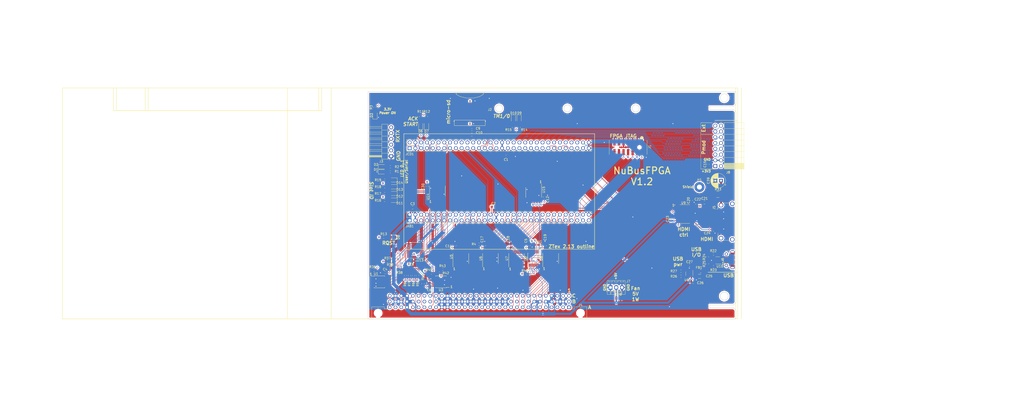
<source format=kicad_pcb>
(kicad_pcb (version 20171130) (host pcbnew 5.1.9+dfsg1-1~bpo10+1)
  (layers (0 F.Cu signal) (1 In1.Cu signal) (2 In2.Cu signal) (31 B.Cu signal) (34 B.Paste user) (35 F.Paste user) (36 B.SilkS user) (37 F.SilkS user) (38 B.Mask user) (39 F.Mask user) (44 Edge.Cuts user))
  (net 0 "")
  (net 1 GND)
  (net 2 /B2B/JTAG_VIO)
  (net 3 +3V3)
  (net 4 +5V)
  (net 5 "Net-(JCD1-Pad1)")
  (net 6 "Net-(JCD1-Pad2)")
  (net 7 "Net-(J1-Pad14)")
  (net 8 "Net-(J1-Pad12)")
  (net 9 NUBUS_OE)
  (net 10 -12V)
  (net 11 SB0_5V)
  (net 12 ~RESET_5V)
  (net 13 ~SPV_5V)
  (net 14 ~SP_5V)
  (net 15 ~TM1_5V)
  (net 16 ~AD1_5V)
  (net 17 ~AD3_5V)
  (net 18 ~AD5_5V)
  (net 19 ~AD7_5V)
  (net 20 ~AD9_5V)
  (net 21 ~AD11_5V)
  (net 22 ~AD13_5V)
  (net 23 ~AD15_5V)
  (net 24 ~AD17_5V)
  (net 25 ~AD19_5V)
  (net 26 ~AD21_5V)
  (net 27 ~AD23_5V)
  (net 28 ~AD25_5V)
  (net 29 ~AD27_5V)
  (net 30 ~AD29_5V)
  (net 31 ~AD31_5V)
  (net 32 ~ARB1_5V)
  (net 33 ~ARB3_5V)
  (net 34 ~ID1_5V)
  (net 35 ~ID3_5V)
  (net 36 ~ACK_5V)
  (net 37 ~RQST_5V)
  (net 38 ~NMRQ_5V)
  (net 39 +12V)
  (net 40 ~TM2_5V)
  (net 41 ~CM0_5V)
  (net 42 ~CM1_5V)
  (net 43 ~CM2_5V)
  (net 44 STDBYPWR)
  (net 45 ~CLK2XEN_5V)
  (net 46 ~CBUSY_5V)
  (net 47 SB1_5V)
  (net 48 ~TM0_5V)
  (net 49 ~AD0_5V)
  (net 50 ~AD2_5V)
  (net 51 ~AD4_5V)
  (net 52 ~AD6_5V)
  (net 53 ~AD8_5V)
  (net 54 ~AD10_5V)
  (net 55 ~AD12_5V)
  (net 56 ~AD14_5V)
  (net 57 ~AD16_5V)
  (net 58 ~AD18_5V)
  (net 59 ~AD20_5V)
  (net 60 ~AD22_5V)
  (net 61 ~AD24_5V)
  (net 62 ~AD26_5V)
  (net 63 ~AD28_5V)
  (net 64 ~AD30_5V)
  (net 65 ~PFW_5V)
  (net 66 ~ARB0_5V)
  (net 67 ~ARB2_5V)
  (net 68 ~ID0_5V)
  (net 69 ~ID2_5V)
  (net 70 ~START_5V)
  (net 71 ~CLK_5V)
  (net 72 ~ID3_3V3)
  (net 73 ~ID2_3V3)
  (net 74 ~ID1_3V3)
  (net 75 ~ID0_3V3)
  (net 76 ~CLK_3V3)
  (net 77 ~RQST_3V3)
  (net 78 ~CLK2X_5V)
  (net 79 ~START_3V3)
  (net 80 ~ACK_3V3)
  (net 81 ~AD31_3V3)
  (net 82 ~AD30_3V3)
  (net 83 ~AD29_3V3)
  (net 84 ~AD28_3V3)
  (net 85 ~AD27_3V3)
  (net 86 ~AD26_3V3)
  (net 87 ~AD25_3V3)
  (net 88 ~AD24_3V3)
  (net 89 ~AD23_3V3)
  (net 90 ~AD22_3V3)
  (net 91 ~AD21_3V3)
  (net 92 ~AD20_3V3)
  (net 93 ~RESET_3V3)
  (net 94 ~TM0_3V3)
  (net 95 ~TM1_3V3)
  (net 96 ~AD0_3V3)
  (net 97 ~AD1_3V3)
  (net 98 ~AD2_3V3)
  (net 99 ~AD3_3V3)
  (net 100 ~AD4_3V3)
  (net 101 ~AD5_3V3)
  (net 102 ~AD6_3V3)
  (net 103 ~AD7_3V3)
  (net 104 ~AD9_3V3)
  (net 105 ~AD8_3V3)
  (net 106 ~AD11_3V3)
  (net 107 ~AD10_3V3)
  (net 108 ~AD13_3V3)
  (net 109 ~AD12_3V3)
  (net 110 ~AD15_3V3)
  (net 111 ~AD14_3V3)
  (net 112 ~AD17_3V3)
  (net 113 ~AD16_3V3)
  (net 114 ~AD19_3V3)
  (net 115 ~AD18_3V3)
  (net 116 SHIELD)
  (net 117 HDMI_CEC_A)
  (net 118 HDMI_SCL_A)
  (net 119 HDMI_SDA_A)
  (net 120 HDMI_HPD_A)
  (net 121 HDMI_CLK-)
  (net 122 HDMI_CLK+)
  (net 123 HDMI_D0-)
  (net 124 HDMI_D0+)
  (net 125 HDMI_D1-)
  (net 126 HDMI_D1+)
  (net 127 HDMI_D2-)
  (net 128 HDMI_D2+)
  (net 129 LED0)
  (net 130 "Net-(D2-Pad2)")
  (net 131 "Net-(D3-Pad2)")
  (net 132 LED1)
  (net 133 /usb/USB_FLT)
  (net 134 /usb/USB_D+)
  (net 135 /usb/USB_EN)
  (net 136 /usb/USB_D-)
  (net 137 USBH0_D-)
  (net 138 USBH0_D+)
  (net 139 /usb/VBus)
  (net 140 /usb/VBus_USB0)
  (net 141 /hdmi/cec_b)
  (net 142 /hdmi/scl_b)
  (net 143 /hdmi/sda_b)
  (net 144 /hdmi/hpd_b)
  (net 145 NUBUS_AD_DIR)
  (net 146 FPGA_JTAG_TDO)
  (net 147 FPGA_JTAG_TCK)
  (net 148 FPGA_JTAG_TDI)
  (net 149 FPGA_JTAG_TMS)
  (net 150 "Net-(J5-Pad14)")
  (net 151 "Net-(J6-Pad4)")
  (net 152 "Net-(D1-Pad2)")
  (net 153 "Net-(D11-Pad2)")
  (net 154 "Net-(D12-Pad2)")
  (net 155 "Net-(D13-Pad2)")
  (net 156 "Net-(D14-Pad2)")
  (net 157 ~CLK2X_3V3)
  (net 158 ~TM2_3V3)
  (net 159 ARB0_o_n)
  (net 160 ARB1_o_n)
  (net 161 ARB3_o_n)
  (net 162 ARB2_o_n)
  (net 163 ~NMRQ_3V3)
  (net 164 RQST_o_n)
  (net 165 START_o_n)
  (net 166 START_oe_n)
  (net 167 ACK_o_n)
  (net 168 ACK_oe_n)
  (net 169 TMx_oe_n)
  (net 170 TM1_n_o)
  (net 171 TM0_n_o)
  (net 172 TM2_o_n)
  (net 173 TM2_oe_n)
  (net 174 "Net-(U10-Pad1)")
  (net 175 "Net-(U10-Pad3)")
  (net 176 "Net-(J3-Pad6)")
  (net 177 "Net-(J3-Pad3)")
  (net 178 "Net-(J3-Pad2)")
  (net 179 ~ARB0_3V3)
  (net 180 ~ARB1_3V3)
  (net 181 ~ARB2_3V3)
  (net 182 ~ARB3_3V3)
  (net 183 SD_D2)
  (net 184 SD_D3)
  (net 185 SD_CMD)
  (net 186 SD_CLK)
  (net 187 SD_D0)
  (net 188 SD_D1)
  (net 189 "Net-(U2-Pad11)")
  (net 190 PMOD-12)
  (net 191 PMOD-11)
  (net 192 PMOD-10)
  (net 193 PMOD-9)
  (net 194 PMOD-8)
  (net 195 PMOD-7)
  (net 196 PMOD-6)
  (net 197 PMOD-5)
  (net 198 "Net-(D10-Pad2)")
  (net 199 "Net-(D9-Pad2)")
  (net 200 "Net-(D8-Pad2)")
  (net 201 "Net-(D7-Pad2)")
  (net 202 "Net-(D6-Pad2)")
  (net 203 PMOD-15)
  (net 204 PMOD-16)
  (net 205 PMOD-13)
  (net 206 PMOD-14)
  (net 207 /hdmi/HDMI_5V)
  (module For_SeeedStudio:MOLEX_87832-1420 (layer F.Cu) (at 226 29.59 270)
    (fp_text reference J1 (at -0.22515 -9.49142 90) (layer F.SilkS) (effects (font (size 1.000677 1.000677))))
    (fp_text value Conn_02x07_Odd_Even)
    (pad None np_thru_hole circle (at 0 5 270) (size 1.05 1.05) (drill 1.05) (layers *.Cu *.Mask))
    (pad None np_thru_hole circle (at 0 -5 270) (size 1.05 1.05) (drill 1.05) (layers *.Cu *.Mask))
    (pad 14 smd rect (at 2.13 6 180) (size 1 2.75) (layers F.Cu F.Paste F.Mask) (net 7 "Net-(J1-Pad14)"))
    (pad 13 smd rect (at -2.13 6 180) (size 1 2.75) (layers F.Cu F.Paste F.Mask) (net 1 GND))
    (pad 12 smd rect (at 2.13 4 180) (size 1 2.75) (layers F.Cu F.Paste F.Mask) (net 8 "Net-(J1-Pad12)"))
    (pad 11 smd rect (at -2.13 4 180) (size 1 2.75) (layers F.Cu F.Paste F.Mask) (net 1 GND))
    (pad 10 smd rect (at 2.13 2 180) (size 1 2.75) (layers F.Cu F.Paste F.Mask) (net 148 FPGA_JTAG_TDI))
    (pad 9 smd rect (at -2.13 2 180) (size 1 2.75) (layers F.Cu F.Paste F.Mask) (net 1 GND))
    (pad 8 smd rect (at 2.13 0 180) (size 1 2.75) (layers F.Cu F.Paste F.Mask) (net 146 FPGA_JTAG_TDO))
    (pad 7 smd rect (at -2.13 0 180) (size 1 2.75) (layers F.Cu F.Paste F.Mask) (net 1 GND))
    (pad 6 smd rect (at 2.13 -2 180) (size 1 2.75) (layers F.Cu F.Paste F.Mask) (net 147 FPGA_JTAG_TCK))
    (pad 5 smd rect (at -2.13 -2 180) (size 1 2.75) (layers F.Cu F.Paste F.Mask) (net 1 GND))
    (pad 4 smd rect (at 2.13 -4 180) (size 1 2.75) (layers F.Cu F.Paste F.Mask) (net 149 FPGA_JTAG_TMS))
    (pad 3 smd rect (at -2.13 -4 180) (size 1 2.75) (layers F.Cu F.Paste F.Mask) (net 1 GND))
    (pad 2 smd rect (at 2.13 -6 180) (size 1 2.75) (layers F.Cu F.Paste F.Mask) (net 2 /B2B/JTAG_VIO))
    (pad 1 smd rect (at -2.13 -6 180) (size 1 2.75) (layers F.Cu F.Paste F.Mask) (net 1 GND))
  )
  (module Capacitor_SMD:C_0603_1608Metric (layer F.Cu) (at 130.44 79.64)
    (fp_text reference C8 (at 0.47 1.49) (layer F.SilkS))
    (fp_text value 100nF)
    (pad 1 smd roundrect (at -0.7875 0) (size 0.875 0.95) (layers F.Cu F.Paste F.Mask) (net 3 +3V3))
    (pad 2 smd roundrect (at 0.7875 0) (size 0.875 0.95) (layers F.Cu F.Paste F.Mask) (net 1 GND))
  )
  (module For_SeeedStudio:TSSOP-20_4.4x6.5mm_P0.65mm_ForSeeedStudio (layer F.Cu) (at 132.45 74.94 180)
    (fp_text reference U13 (at -2.15 -4.36 180) (layer F.SilkS))
    (fp_text value SN74CB3T3245PWR)
    (pad 1 smd rect (at -2.8 -2.925 180) (size 1.55 0.45) (layers F.Cu F.Paste F.Mask))
    (pad 2 smd rect (at -2.8 -2.275 180) (size 1.55 0.45) (layers F.Cu F.Paste F.Mask) (net 157 ~CLK2X_3V3))
    (pad 3 smd rect (at -2.8 -1.625 180) (size 1.55 0.45) (layers F.Cu F.Paste F.Mask) (net 76 ~CLK_3V3))
    (pad 4 smd rect (at -2.8 -0.975 180) (size 1.55 0.45) (layers F.Cu F.Paste F.Mask) (net 79 ~START_3V3))
    (pad 5 smd rect (at -2.8 -0.325 180) (size 1.55 0.45) (layers F.Cu F.Paste F.Mask) (net 80 ~ACK_3V3))
    (pad 6 smd rect (at -2.8 0.325 180) (size 1.55 0.45) (layers F.Cu F.Paste F.Mask) (net 77 ~RQST_3V3))
    (pad 7 smd rect (at -2.8 0.975 180) (size 1.55 0.45) (layers F.Cu F.Paste F.Mask) (net 1 GND))
    (pad 8 smd rect (at -2.8 1.625 180) (size 1.55 0.45) (layers F.Cu F.Paste F.Mask) (net 1 GND))
    (pad 9 smd rect (at -2.8 2.275 180) (size 1.55 0.45) (layers F.Cu F.Paste F.Mask) (net 1 GND))
    (pad 10 smd rect (at -2.8 2.925 180) (size 1.55 0.45) (layers F.Cu F.Paste F.Mask) (net 1 GND))
    (pad 11 smd rect (at 2.8 2.925 180) (size 1.55 0.45) (layers F.Cu F.Paste F.Mask) (net 1 GND))
    (pad 12 smd rect (at 2.8 2.275 180) (size 1.55 0.45) (layers F.Cu F.Paste F.Mask) (net 1 GND))
    (pad 13 smd rect (at 2.8 1.625 180) (size 1.55 0.45) (layers F.Cu F.Paste F.Mask) (net 1 GND))
    (pad 14 smd rect (at 2.8 0.975 180) (size 1.55 0.45) (layers F.Cu F.Paste F.Mask) (net 37 ~RQST_5V))
    (pad 15 smd rect (at 2.8 0.325 180) (size 1.55 0.45) (layers F.Cu F.Paste F.Mask) (net 36 ~ACK_5V))
    (pad 16 smd rect (at 2.8 -0.325 180) (size 1.55 0.45) (layers F.Cu F.Paste F.Mask) (net 70 ~START_5V))
    (pad 17 smd rect (at 2.8 -0.975 180) (size 1.55 0.45) (layers F.Cu F.Paste F.Mask) (net 71 ~CLK_5V))
    (pad 18 smd rect (at 2.8 -1.625 180) (size 1.55 0.45) (layers F.Cu F.Paste F.Mask) (net 78 ~CLK2X_5V))
    (pad 19 smd rect (at 2.8 -2.275 180) (size 1.55 0.45) (layers F.Cu F.Paste F.Mask) (net 1 GND))
    (pad 20 smd rect (at 2.8 -2.925 180) (size 1.55 0.45) (layers F.Cu F.Paste F.Mask) (net 3 +3V3))
  )
  (module Capacitor_SMD:C_0603_1608Metric (layer F.Cu) (at 189.211371 51.462953 90)
    (fp_text reference C12 (at -1.1 1.5 90) (layer F.SilkS))
    (fp_text value 100nF)
    (pad 1 smd roundrect (at -0.7875 0 90) (size 0.875 0.95) (layers F.Cu F.Paste F.Mask) (net 3 +3V3))
    (pad 2 smd roundrect (at 0.7875 0 90) (size 0.875 0.95) (layers F.Cu F.Paste F.Mask) (net 1 GND))
  )
  (module For_SeeedStudio:TSSOP-20_4.4x6.5mm_P0.65mm_ForSeeedStudio (layer F.Cu) (at 184.511371 49.462953 270)
    (fp_text reference U15 (at -1.2 -4.4 270) (layer F.SilkS))
    (fp_text value SN74CB3T3245PWR)
    (pad 1 smd rect (at -2.8 -2.925 270) (size 1.55 0.45) (layers F.Cu F.Paste F.Mask))
    (pad 2 smd rect (at -2.8 -2.275 270) (size 1.55 0.45) (layers F.Cu F.Paste F.Mask) (net 93 ~RESET_3V3))
    (pad 3 smd rect (at -2.8 -1.625 270) (size 1.55 0.45) (layers F.Cu F.Paste F.Mask) (net 158 ~TM2_3V3))
    (pad 4 smd rect (at -2.8 -0.975 270) (size 1.55 0.45) (layers F.Cu F.Paste F.Mask) (net 94 ~TM0_3V3))
    (pad 5 smd rect (at -2.8 -0.325 270) (size 1.55 0.45) (layers F.Cu F.Paste F.Mask) (net 95 ~TM1_3V3))
    (pad 6 smd rect (at -2.8 0.325 270) (size 1.55 0.45) (layers F.Cu F.Paste F.Mask) (net 1 GND))
    (pad 7 smd rect (at -2.8 0.975 270) (size 1.55 0.45) (layers F.Cu F.Paste F.Mask) (net 1 GND))
    (pad 8 smd rect (at -2.8 1.625 270) (size 1.55 0.45) (layers F.Cu F.Paste F.Mask) (net 1 GND))
    (pad 9 smd rect (at -2.8 2.275 270) (size 1.55 0.45) (layers F.Cu F.Paste F.Mask) (net 1 GND))
    (pad 10 smd rect (at -2.8 2.925 270) (size 1.55 0.45) (layers F.Cu F.Paste F.Mask) (net 1 GND))
    (pad 11 smd rect (at 2.8 2.925 270) (size 1.55 0.45) (layers F.Cu F.Paste F.Mask) (net 1 GND))
    (pad 12 smd rect (at 2.8 2.275 270) (size 1.55 0.45) (layers F.Cu F.Paste F.Mask) (net 1 GND))
    (pad 13 smd rect (at 2.8 1.625 270) (size 1.55 0.45) (layers F.Cu F.Paste F.Mask) (net 1 GND))
    (pad 14 smd rect (at 2.8 0.975 270) (size 1.55 0.45) (layers F.Cu F.Paste F.Mask) (net 1 GND))
    (pad 15 smd rect (at 2.8 0.325 270) (size 1.55 0.45) (layers F.Cu F.Paste F.Mask) (net 15 ~TM1_5V))
    (pad 16 smd rect (at 2.8 -0.325 270) (size 1.55 0.45) (layers F.Cu F.Paste F.Mask) (net 48 ~TM0_5V))
    (pad 17 smd rect (at 2.8 -0.975 270) (size 1.55 0.45) (layers F.Cu F.Paste F.Mask) (net 40 ~TM2_5V))
    (pad 18 smd rect (at 2.8 -1.625 270) (size 1.55 0.45) (layers F.Cu F.Paste F.Mask) (net 12 ~RESET_5V))
    (pad 19 smd rect (at 2.8 -2.275 270) (size 1.55 0.45) (layers F.Cu F.Paste F.Mask) (net 1 GND))
    (pad 20 smd rect (at 2.8 -2.925 270) (size 1.55 0.45) (layers F.Cu F.Paste F.Mask) (net 3 +3V3))
  )
  (module MountingHole:MountingHole_2.2mm_M2_Pad (layer F.Cu) (at 257.35 47.09)
    (fp_text reference H1 (at 0 -3.2) (layer F.SilkS))
    (fp_text value MountingHole_Pad)
    (pad 1 thru_hole circle (at 0 0) (size 4.4 4.4) (drill 2.2) (layers *.Cu *.Mask) (net 116 SHIELD))
  )
  (module For_SeeedStudio:PinSocket_2x08_P2.54mm_Horizontal_ForSeeedStudio (layer F.Cu) (at 264.31 37.854999 180)
    (fp_text reference J8 (at -5.65 -2.77 180) (layer F.SilkS))
    (fp_text value Conn_02x08_Odd_Even)
    (pad 1 thru_hole rect (at 0 0 180) (size 1.7 1.7) (drill 1.19) (layers *.Cu *.Mask) (net 3 +3V3))
    (pad 2 thru_hole oval (at -2.54 0 180) (size 1.7 1.7) (drill 1.19) (layers *.Cu *.Mask) (net 3 +3V3))
    (pad 3 thru_hole oval (at 0 2.54 180) (size 1.7 1.7) (drill 1.19) (layers *.Cu *.Mask) (net 1 GND))
    (pad 4 thru_hole oval (at -2.54 2.54 180) (size 1.7 1.7) (drill 1.19) (layers *.Cu *.Mask) (net 1 GND))
    (pad 5 thru_hole oval (at 0 5.08 180) (size 1.7 1.7) (drill 1.19) (layers *.Cu *.Mask) (net 197 PMOD-5))
    (pad 6 thru_hole oval (at -2.54 5.08 180) (size 1.7 1.7) (drill 1.19) (layers *.Cu *.Mask) (net 196 PMOD-6))
    (pad 7 thru_hole oval (at 0 7.62 180) (size 1.7 1.7) (drill 1.19) (layers *.Cu *.Mask) (net 195 PMOD-7))
    (pad 8 thru_hole oval (at -2.54 7.62 180) (size 1.7 1.7) (drill 1.19) (layers *.Cu *.Mask) (net 194 PMOD-8))
    (pad 9 thru_hole oval (at 0 10.16 180) (size 1.7 1.7) (drill 1.19) (layers *.Cu *.Mask) (net 193 PMOD-9))
    (pad 10 thru_hole oval (at -2.54 10.16 180) (size 1.7 1.7) (drill 1.19) (layers *.Cu *.Mask) (net 192 PMOD-10))
    (pad 11 thru_hole oval (at 0 12.7 180) (size 1.7 1.7) (drill 1.19) (layers *.Cu *.Mask) (net 191 PMOD-11))
    (pad 12 thru_hole oval (at -2.54 12.7 180) (size 1.7 1.7) (drill 1.19) (layers *.Cu *.Mask) (net 190 PMOD-12))
    (pad 13 thru_hole oval (at 0 15.24 180) (size 1.7 1.7) (drill 1.19) (layers *.Cu *.Mask) (net 205 PMOD-13))
    (pad 14 thru_hole oval (at -2.54 15.24 180) (size 1.7 1.7) (drill 1.19) (layers *.Cu *.Mask) (net 206 PMOD-14))
    (pad 15 thru_hole oval (at 0 17.78 180) (size 1.7 1.7) (drill 1.19) (layers *.Cu *.Mask) (net 203 PMOD-15))
    (pad 16 thru_hole oval (at -2.54 17.78 180) (size 1.7 1.7) (drill 1.19) (layers *.Cu *.Mask) (net 204 PMOD-16))
  )
  (module Capacitor_SMD:C_0603_1608Metric (layer F.Cu) (at 261.185001 37.07 90)
    (fp_text reference C15 (at 0 -1.43 90) (layer F.SilkS))
    (fp_text value 100nF)
    (pad 1 smd roundrect (at -0.7875 0 90) (size 0.875 0.95) (layers F.Cu F.Paste F.Mask) (net 3 +3V3))
    (pad 2 smd roundrect (at 0.7875 0 90) (size 0.875 0.95) (layers F.Cu F.Paste F.Mask) (net 1 GND))
  )
  (module LED_SMD:LED_0805_2012Metric (layer F.Cu) (at 137.41 20.060293 90)
    (fp_text reference D7 (at -2.569707 0.01) (layer F.SilkS))
    (fp_text value YELLOW)
    (pad 1 smd roundrect (at -0.9375 0 90) (size 0.975 1.4) (layers F.Cu F.Paste F.Mask) (net 79 ~START_3V3))
    (pad 2 smd roundrect (at 0.9375 0 90) (size 0.975 1.4) (layers F.Cu F.Paste F.Mask) (net 201 "Net-(D7-Pad2)"))
  )
  (module LED_SMD:LED_0805_2012Metric (layer F.Cu) (at 134.88 20.060293 90)
    (fp_text reference D6 (at -2.449707 -0.09 180) (layer F.SilkS))
    (fp_text value YELLOW)
    (pad 2 smd roundrect (at 0.9375 0 90) (size 0.975 1.4) (layers F.Cu F.Paste F.Mask) (net 202 "Net-(D6-Pad2)"))
    (pad 1 smd roundrect (at -0.9375 0 90) (size 0.975 1.4) (layers F.Cu F.Paste F.Mask) (net 80 ~ACK_3V3))
  )
  (module LED_SMD:LED_0805_2012Metric (layer F.Cu) (at 122.61 69.15 180)
    (fp_text reference D8 (at -2.53 -0.02 270) (layer F.SilkS))
    (fp_text value YELLOW)
    (pad 1 smd roundrect (at -0.9375 0 180) (size 0.975 1.4) (layers F.Cu F.Paste F.Mask) (net 77 ~RQST_3V3))
    (pad 2 smd roundrect (at 0.9375 0 180) (size 0.975 1.4) (layers F.Cu F.Paste F.Mask) (net 200 "Net-(D8-Pad2)"))
  )
  (module LED_SMD:LED_0805_2012Metric (layer F.Cu) (at 178.144189 17.011035 270)
    (fp_text reference D9 (at -2.49 -0.07) (layer F.SilkS))
    (fp_text value YELLOW)
    (pad 2 smd roundrect (at 0.9375 0 270) (size 0.975 1.4) (layers F.Cu F.Paste F.Mask) (net 199 "Net-(D9-Pad2)"))
    (pad 1 smd roundrect (at -0.9375 0 270) (size 0.975 1.4) (layers F.Cu F.Paste F.Mask) (net 94 ~TM0_3V3))
  )
  (module LED_SMD:LED_0805_2012Metric (layer F.Cu) (at 175.604189 17.011035 270)
    (fp_text reference D10 (at -2.49 -0.03) (layer F.SilkS))
    (fp_text value YELLOW)
    (pad 1 smd roundrect (at -0.9375 0 270) (size 0.975 1.4) (layers F.Cu F.Paste F.Mask) (net 95 ~TM1_3V3))
    (pad 2 smd roundrect (at 0.9375 0 270) (size 0.975 1.4) (layers F.Cu F.Paste F.Mask) (net 198 "Net-(D10-Pad2)"))
  )
  (module Resistor_SMD:R_0603_1608Metric (layer F.Cu) (at 134.88 16.060293 270)
    (fp_text reference R11 (at -2.180293 0.13) (layer F.SilkS))
    (fp_text value 590)
    (pad 1 smd roundrect (at -0.7875 0 270) (size 0.875 0.95) (layers F.Cu F.Paste F.Mask) (net 3 +3V3))
    (pad 2 smd roundrect (at 0.7875 0 270) (size 0.875 0.95) (layers F.Cu F.Paste F.Mask) (net 202 "Net-(D6-Pad2)"))
  )
  (module Resistor_SMD:R_0603_1608Metric (layer F.Cu) (at 137.42 16.060293 270)
    (fp_text reference R12 (at -2.180293 -0.08) (layer F.SilkS))
    (fp_text value 590)
    (pad 2 smd roundrect (at 0.7875 0 270) (size 0.875 0.95) (layers F.Cu F.Paste F.Mask) (net 201 "Net-(D7-Pad2)"))
    (pad 1 smd roundrect (at -0.7875 0 270) (size 0.875 0.95) (layers F.Cu F.Paste F.Mask) (net 3 +3V3))
  )
  (module Resistor_SMD:R_0603_1608Metric (layer F.Cu) (at 118.61 69.15)
    (fp_text reference R13 (at 0 -1.43) (layer F.SilkS))
    (fp_text value 590)
    (pad 1 smd roundrect (at -0.7875 0) (size 0.875 0.95) (layers F.Cu F.Paste F.Mask) (net 3 +3V3))
    (pad 2 smd roundrect (at 0.7875 0) (size 0.875 0.95) (layers F.Cu F.Paste F.Mask) (net 200 "Net-(D8-Pad2)"))
  )
  (module Resistor_SMD:R_0603_1608Metric (layer F.Cu) (at 178.144189 20.891035 90)
    (fp_text reference R14 (at -0.998965 2.205811 -180) (layer F.SilkS))
    (fp_text value 590)
    (pad 2 smd roundrect (at 0.7875 0 90) (size 0.875 0.95) (layers F.Cu F.Paste F.Mask) (net 199 "Net-(D9-Pad2)"))
    (pad 1 smd roundrect (at -0.7875 0 90) (size 0.875 0.95) (layers F.Cu F.Paste F.Mask) (net 3 +3V3))
  )
  (module Resistor_SMD:R_0603_1608Metric (layer F.Cu) (at 175.604189 20.891035 90)
    (fp_text reference R15 (at -0.978965 -2.184189 -180) (layer F.SilkS))
    (fp_text value 590)
    (pad 1 smd roundrect (at -0.7875 0 90) (size 0.875 0.95) (layers F.Cu F.Paste F.Mask) (net 3 +3V3))
    (pad 2 smd roundrect (at 0.7875 0 90) (size 0.875 0.95) (layers F.Cu F.Paste F.Mask) (net 198 "Net-(D10-Pad2)"))
  )
  (module For_SeeedStudio:TSSOP-20_4.4x6.5mm_P0.65mm_ForSeeedStudio (layer F.Cu) (at 142.2 48.8 90)
    (fp_text reference U14 (at -2.6 -4.2 90) (layer F.SilkS))
    (fp_text value SN74CB3T3245PWR)
    (pad 1 smd rect (at -2.8 -2.925 90) (size 1.55 0.45) (layers F.Cu F.Paste F.Mask))
    (pad 2 smd rect (at -2.8 -2.275 90) (size 1.55 0.45) (layers F.Cu F.Paste F.Mask) (net 35 ~ID3_5V))
    (pad 3 smd rect (at -2.8 -1.625 90) (size 1.55 0.45) (layers F.Cu F.Paste F.Mask) (net 69 ~ID2_5V))
    (pad 4 smd rect (at -2.8 -0.975 90) (size 1.55 0.45) (layers F.Cu F.Paste F.Mask) (net 34 ~ID1_5V))
    (pad 5 smd rect (at -2.8 -0.325 90) (size 1.55 0.45) (layers F.Cu F.Paste F.Mask) (net 68 ~ID0_5V))
    (pad 6 smd rect (at -2.8 0.325 90) (size 1.55 0.45) (layers F.Cu F.Paste F.Mask) (net 67 ~ARB2_5V))
    (pad 7 smd rect (at -2.8 0.975 90) (size 1.55 0.45) (layers F.Cu F.Paste F.Mask) (net 33 ~ARB3_5V))
    (pad 8 smd rect (at -2.8 1.625 90) (size 1.55 0.45) (layers F.Cu F.Paste F.Mask) (net 66 ~ARB0_5V))
    (pad 9 smd rect (at -2.8 2.275 90) (size 1.55 0.45) (layers F.Cu F.Paste F.Mask) (net 32 ~ARB1_5V))
    (pad 10 smd rect (at -2.8 2.925 90) (size 1.55 0.45) (layers F.Cu F.Paste F.Mask) (net 1 GND))
    (pad 11 smd rect (at 2.8 2.925 90) (size 1.55 0.45) (layers F.Cu F.Paste F.Mask) (net 180 ~ARB1_3V3))
    (pad 12 smd rect (at 2.8 2.275 90) (size 1.55 0.45) (layers F.Cu F.Paste F.Mask) (net 179 ~ARB0_3V3))
    (pad 13 smd rect (at 2.8 1.625 90) (size 1.55 0.45) (layers F.Cu F.Paste F.Mask) (net 182 ~ARB3_3V3))
    (pad 14 smd rect (at 2.8 0.975 90) (size 1.55 0.45) (layers F.Cu F.Paste F.Mask) (net 181 ~ARB2_3V3))
    (pad 15 smd rect (at 2.8 0.325 90) (size 1.55 0.45) (layers F.Cu F.Paste F.Mask) (net 75 ~ID0_3V3))
    (pad 16 smd rect (at 2.8 -0.325 90) (size 1.55 0.45) (layers F.Cu F.Paste F.Mask) (net 74 ~ID1_3V3))
    (pad 17 smd rect (at 2.8 -0.975 90) (size 1.55 0.45) (layers F.Cu F.Paste F.Mask) (net 73 ~ID2_3V3))
    (pad 18 smd rect (at 2.8 -1.625 90) (size 1.55 0.45) (layers F.Cu F.Paste F.Mask) (net 72 ~ID3_3V3))
    (pad 19 smd rect (at 2.8 -2.275 90) (size 1.55 0.45) (layers F.Cu F.Paste F.Mask) (net 1 GND))
    (pad 20 smd rect (at 2.8 -2.925 90) (size 1.55 0.45) (layers F.Cu F.Paste F.Mask) (net 3 +3V3))
  )
  (module Capacitor_SMD:C_0603_1608Metric (layer F.Cu) (at 157.34 21.8)
    (fp_text reference C9 (at 2.69 -0.49) (layer F.SilkS))
    (fp_text value 100nF)
    (pad 1 smd roundrect (at -0.7875 0) (size 0.875 0.95) (layers F.Cu F.Paste F.Mask) (net 3 +3V3))
    (pad 2 smd roundrect (at 0.7875 0) (size 0.875 0.95) (layers F.Cu F.Paste F.Mask) (net 1 GND))
  )
  (module Capacitor_SMD:C_0805_2012Metric (layer F.Cu) (at 157.34 24)
    (fp_text reference C10 (at 3.23 -0.82) (layer F.SilkS))
    (fp_text value "47uF 10V+")
    (pad 1 smd roundrect (at -0.9375 0) (size 0.975 1.4) (layers F.Cu F.Paste F.Mask) (net 3 +3V3))
    (pad 2 smd roundrect (at 0.9375 0) (size 0.975 1.4) (layers F.Cu F.Paste F.Mask) (net 1 GND))
  )
  (module MOLEX_47219-2001:MOLEX_47219-2001 (layer F.Cu) (at 156.43 12.78 180)
    (fp_text reference J2 (at -8.82 -0.23) (layer F.SilkS) (effects (font (size 1.001189 1.001189))))
    (fp_text value 47219-2001)
    (pad 1 smd rect (at 3.2 2.1 180) (size 0.8 1.5) (layers F.Cu F.Paste F.Mask) (net 183 SD_D2))
    (pad 2 smd rect (at 2.1 2.1 180) (size 0.8 1.5) (layers F.Cu F.Paste F.Mask) (net 184 SD_D3))
    (pad 3 smd rect (at 1 2.1 180) (size 0.8 1.5) (layers F.Cu F.Paste F.Mask) (net 185 SD_CMD))
    (pad 4 smd rect (at -0.1 2.1 180) (size 0.8 1.5) (layers F.Cu F.Paste F.Mask) (net 3 +3V3))
    (pad 5 smd rect (at -1.2 2.1 180) (size 0.8 1.5) (layers F.Cu F.Paste F.Mask) (net 186 SD_CLK))
    (pad 6 smd rect (at -2.3 2.1 180) (size 0.8 1.5) (layers F.Cu F.Paste F.Mask) (net 1 GND))
    (pad 7 smd rect (at -3.4 2.1 180) (size 0.8 1.5) (layers F.Cu F.Paste F.Mask) (net 187 SD_D0))
    (pad 8 smd rect (at -4.5 2.1 180) (size 0.8 1.5) (layers F.Cu F.Paste F.Mask) (net 188 SD_D1))
    (pad G1 smd rect (at 6.875 4.7 180) (size 1.5 2.05) (layers F.Cu F.Paste F.Mask) (net 1 GND))
    (pad G2 smd rect (at 6.875 -3.6 180) (size 1.5 2.05) (layers F.Cu F.Paste F.Mask) (net 1 GND))
    (pad G3 smd rect (at -6.875 -3.6 180) (size 1.5 2.05) (layers F.Cu F.Paste F.Mask) (net 1 GND))
    (pad G4 smd rect (at -6.875 4.7 180) (size 1.5 2.05) (layers F.Cu F.Paste F.Mask) (net 1 GND))
  )
  (module Capacitor_SMD:C_0603_1608Metric (layer F.Cu) (at 137.7 46.8 270)
    (fp_text reference C30 (at 0.1 1.8 270) (layer F.SilkS))
    (fp_text value 100nF)
    (pad 1 smd roundrect (at -0.7875 0 270) (size 0.875 0.95) (layers F.Cu F.Paste F.Mask) (net 3 +3V3))
    (pad 2 smd roundrect (at 0.7875 0 270) (size 0.875 0.95) (layers F.Cu F.Paste F.Mask) (net 1 GND))
  )
  (module Resistor_SMD:R_0603_1608Metric (layer F.Cu) (at 114.4 83.7 180)
    (fp_text reference R36 (at 0.7 1.5 180) (layer F.SilkS))
    (fp_text value 10k)
    (pad 2 smd roundrect (at 0.7875 0 180) (size 0.875 0.95) (layers F.Cu F.Paste F.Mask) (net 163 ~NMRQ_3V3))
    (pad 1 smd roundrect (at -0.7875 0 180) (size 0.875 0.95) (layers F.Cu F.Paste F.Mask) (net 3 +3V3))
  )
  (module Resistor_SMD:R_0603_1608Metric (layer F.Cu) (at 120.3 79.8)
    (fp_text reference R37 (at 0 -1.43) (layer F.SilkS))
    (fp_text value 10k)
    (pad 1 smd roundrect (at -0.7875 0) (size 0.875 0.95) (layers F.Cu F.Paste F.Mask) (net 3 +3V3))
    (pad 2 smd roundrect (at 0.7875 0) (size 0.875 0.95) (layers F.Cu F.Paste F.Mask) (net 164 RQST_o_n))
  )
  (module Resistor_SMD:R_0603_1608Metric (layer F.Cu) (at 125.5 83.3 180)
    (fp_text reference R38 (at 0 -1.43 180) (layer F.SilkS))
    (fp_text value 10k)
    (pad 2 smd roundrect (at 0.7875 0 180) (size 0.875 0.95) (layers F.Cu F.Paste F.Mask) (net 166 START_oe_n))
    (pad 1 smd roundrect (at -0.7875 0 180) (size 0.875 0.95) (layers F.Cu F.Paste F.Mask) (net 3 +3V3))
  )
  (module Resistor_SMD:R_0603_1608Metric (layer F.Cu) (at 121.4 82.7)
    (fp_text reference R39 (at 0 -1.43) (layer F.SilkS))
    (fp_text value 10k)
    (pad 1 smd roundrect (at -0.7875 0) (size 0.875 0.95) (layers F.Cu F.Paste F.Mask) (net 3 +3V3))
    (pad 2 smd roundrect (at 0.7875 0) (size 0.875 0.95) (layers F.Cu F.Paste F.Mask) (net 168 ACK_oe_n))
  )
  (module Resistor_SMD:R_0603_1608Metric (layer F.Cu) (at 181.412661 85.255497)
    (fp_text reference R40 (at -0.8 -1.4) (layer F.SilkS))
    (fp_text value 10k)
    (pad 2 smd roundrect (at 0.7875 0) (size 0.875 0.95) (layers F.Cu F.Paste F.Mask) (net 169 TMx_oe_n))
    (pad 1 smd roundrect (at -0.7875 0) (size 0.875 0.95) (layers F.Cu F.Paste F.Mask) (net 3 +3V3))
  )
  (module Resistor_SMD:R_0603_1608Metric (layer F.Cu) (at 185.8 72.5 180)
    (fp_text reference R41 (at -0.95 1.46 180) (layer F.SilkS))
    (fp_text value 10k)
    (pad 1 smd roundrect (at -0.7875 0 180) (size 0.875 0.95) (layers F.Cu F.Paste F.Mask) (net 3 +3V3))
    (pad 2 smd roundrect (at 0.7875 0 180) (size 0.875 0.95) (layers F.Cu F.Paste F.Mask) (net 173 TM2_oe_n))
  )
  (module Resistor_SMD:R_0603_1608Metric (layer F.Cu) (at 143 84.9 180)
    (fp_text reference R42 (at -2.89 -0.02 180) (layer F.SilkS))
    (fp_text value 10k)
    (pad 2 smd roundrect (at 0.7875 0 180) (size 0.875 0.95) (layers F.Cu F.Paste F.Mask) (net 159 ARB0_o_n))
    (pad 1 smd roundrect (at -0.7875 0 180) (size 0.875 0.95) (layers F.Cu F.Paste F.Mask) (net 3 +3V3))
  )
  (module Resistor_SMD:R_0603_1608Metric (layer F.Cu) (at 144.6 83.2)
    (fp_text reference R43 (at -0.16 -1.43) (layer F.SilkS))
    (fp_text value 10k)
    (pad 1 smd roundrect (at -0.7875 0) (size 0.875 0.95) (layers F.Cu F.Paste F.Mask) (net 3 +3V3))
    (pad 2 smd roundrect (at 0.7875 0) (size 0.875 0.95) (layers F.Cu F.Paste F.Mask) (net 160 ARB1_o_n))
  )
  (module Resistor_SMD:R_0603_1608Metric (layer F.Cu) (at 135.9 89.6 90)
    (fp_text reference R44 (at 2.96 -0.12 90) (layer F.SilkS))
    (fp_text value 10k)
    (pad 2 smd roundrect (at 0.7875 0 90) (size 0.875 0.95) (layers F.Cu F.Paste F.Mask) (net 162 ARB2_o_n))
    (pad 1 smd roundrect (at -0.7875 0 90) (size 0.875 0.95) (layers F.Cu F.Paste F.Mask) (net 3 +3V3))
  )
  (module Resistor_SMD:R_0603_1608Metric (layer F.Cu) (at 139.6 84.9 180)
    (fp_text reference R45 (at 1.02 1.39 180) (layer F.SilkS))
    (fp_text value 10k)
    (pad 1 smd roundrect (at -0.7875 0 180) (size 0.875 0.95) (layers F.Cu F.Paste F.Mask) (net 3 +3V3))
    (pad 2 smd roundrect (at 0.7875 0 180) (size 0.875 0.95) (layers F.Cu F.Paste F.Mask) (net 161 ARB3_o_n))
  )
  (module Capacitor_SMD:C_0805_2012Metric (layer F.Cu) (at 131.3 56.1)
    (fp_text reference C3 (at 0 -1.65) (layer F.SilkS))
    (fp_text value "47uF 10V+")
    (pad 1 smd roundrect (at -0.9375 0) (size 0.975 1.4) (layers F.Cu F.Paste F.Mask) (net 4 +5V))
    (pad 2 smd roundrect (at 0.9375 0) (size 0.975 1.4) (layers F.Cu F.Paste F.Mask) (net 1 GND))
  )
  (module LED_SMD:LED_0805_2012Metric (layer F.Cu) (at 114.8 15.5 90)
    (fp_text reference D3 (at 0 -1.65 90) (layer F.SilkS))
    (fp_text value BLUE)
    (pad 1 smd roundrect (at -0.9375 0 90) (size 0.975 1.4) (layers F.Cu F.Paste F.Mask) (net 1 GND))
    (pad 2 smd roundrect (at 0.9375 0 90) (size 0.975 1.4) (layers F.Cu F.Paste F.Mask) (net 131 "Net-(D3-Pad2)"))
  )
  (module Resistor_SMD:R_0603_1608Metric (layer F.Cu) (at 114.8 12 270)
    (fp_text reference R3 (at 0 1.7 270) (layer F.SilkS))
    (fp_text value 590)
    (pad 1 smd roundrect (at -0.7875 0 270) (size 0.875 0.95) (layers F.Cu F.Paste F.Mask) (net 3 +3V3))
    (pad 2 smd roundrect (at 0.7875 0 270) (size 0.875 0.95) (layers F.Cu F.Paste F.Mask) (net 131 "Net-(D3-Pad2)"))
  )
  (module Capacitor_SMD:C_0603_1608Metric (layer F.Cu) (at 182.5 72.9 90)
    (fp_text reference C5 (at 2.2 -1.4 90) (layer F.SilkS))
    (fp_text value 100nF)
    (pad 1 smd roundrect (at -0.7875 0 90) (size 0.875 0.95) (layers F.Cu F.Paste F.Mask) (net 3 +3V3))
    (pad 2 smd roundrect (at 0.7875 0 90) (size 0.875 0.95) (layers F.Cu F.Paste F.Mask) (net 1 GND))
  )
  (module Package_SO:TSSOP-14_4.4x5mm_P0.65mm (layer F.Cu) (at 184.5 78.5 90)
    (fp_text reference U2 (at 0 -3.35 90) (layer F.SilkS))
    (fp_text value 74LVT125)
    (pad 1 smd rect (at -2.95 -1.95 90) (size 1.45 0.45) (layers F.Cu F.Paste F.Mask) (net 169 TMx_oe_n))
    (pad 2 smd rect (at -2.95 -1.3 90) (size 1.45 0.45) (layers F.Cu F.Paste F.Mask) (net 170 TM1_n_o))
    (pad 3 smd rect (at -2.95 -0.65 90) (size 1.45 0.45) (layers F.Cu F.Paste F.Mask) (net 15 ~TM1_5V))
    (pad 4 smd rect (at -2.95 0 90) (size 1.45 0.45) (layers F.Cu F.Paste F.Mask) (net 169 TMx_oe_n))
    (pad 5 smd rect (at -2.95 0.65 90) (size 1.45 0.45) (layers F.Cu F.Paste F.Mask) (net 171 TM0_n_o))
    (pad 6 smd rect (at -2.95 1.3 90) (size 1.45 0.45) (layers F.Cu F.Paste F.Mask) (net 48 ~TM0_5V))
    (pad 7 smd rect (at -2.95 1.95 90) (size 1.45 0.45) (layers F.Cu F.Paste F.Mask) (net 1 GND))
    (pad 8 smd rect (at 2.95 1.95 90) (size 1.45 0.45) (layers F.Cu F.Paste F.Mask) (net 40 ~TM2_5V))
    (pad 9 smd rect (at 2.95 1.3 90) (size 1.45 0.45) (layers F.Cu F.Paste F.Mask) (net 172 TM2_o_n))
    (pad 10 smd rect (at 2.95 0.65 90) (size 1.45 0.45) (layers F.Cu F.Paste F.Mask) (net 173 TM2_oe_n))
    (pad 11 smd rect (at 2.95 0 90) (size 1.45 0.45) (layers F.Cu F.Paste F.Mask) (net 189 "Net-(U2-Pad11)"))
    (pad 12 smd rect (at 2.95 -0.65 90) (size 1.45 0.45) (layers F.Cu F.Paste F.Mask) (net 1 GND))
    (pad 13 smd rect (at 2.95 -1.3 90) (size 1.45 0.45) (layers F.Cu F.Paste F.Mask) (net 3 +3V3))
    (pad 14 smd rect (at 2.95 -1.95 90) (size 1.45 0.45) (layers F.Cu F.Paste F.Mask) (net 3 +3V3))
  )
  (module For_SeeedStudio:TSSOP-20_4.4x6.5mm_P0.65mm_ForSeeedStudio (layer F.Cu) (at 165.5 78.5 90)
    (fp_text reference U6 (at 0 -4.3 90) (layer F.SilkS))
    (fp_text value 74LVT245BPW,118)
    (pad 1 smd rect (at -2.8 -2.925 90) (size 1.55 0.45) (layers F.Cu F.Paste F.Mask) (net 145 NUBUS_AD_DIR))
    (pad 2 smd rect (at -2.8 -2.275 90) (size 1.55 0.45) (layers F.Cu F.Paste F.Mask) (net 60 ~AD22_5V))
    (pad 3 smd rect (at -2.8 -1.625 90) (size 1.55 0.45) (layers F.Cu F.Paste F.Mask) (net 27 ~AD23_5V))
    (pad 4 smd rect (at -2.8 -0.975 90) (size 1.55 0.45) (layers F.Cu F.Paste F.Mask) (net 59 ~AD20_5V))
    (pad 5 smd rect (at -2.8 -0.325 90) (size 1.55 0.45) (layers F.Cu F.Paste F.Mask) (net 26 ~AD21_5V))
    (pad 6 smd rect (at -2.8 0.325 90) (size 1.55 0.45) (layers F.Cu F.Paste F.Mask) (net 58 ~AD18_5V))
    (pad 7 smd rect (at -2.8 0.975 90) (size 1.55 0.45) (layers F.Cu F.Paste F.Mask) (net 25 ~AD19_5V))
    (pad 8 smd rect (at -2.8 1.625 90) (size 1.55 0.45) (layers F.Cu F.Paste F.Mask) (net 57 ~AD16_5V))
    (pad 9 smd rect (at -2.8 2.275 90) (size 1.55 0.45) (layers F.Cu F.Paste F.Mask) (net 24 ~AD17_5V))
    (pad 10 smd rect (at -2.8 2.925 90) (size 1.55 0.45) (layers F.Cu F.Paste F.Mask) (net 1 GND))
    (pad 11 smd rect (at 2.8 2.925 90) (size 1.55 0.45) (layers F.Cu F.Paste F.Mask) (net 112 ~AD17_3V3))
    (pad 12 smd rect (at 2.8 2.275 90) (size 1.55 0.45) (layers F.Cu F.Paste F.Mask) (net 113 ~AD16_3V3))
    (pad 13 smd rect (at 2.8 1.625 90) (size 1.55 0.45) (layers F.Cu F.Paste F.Mask) (net 114 ~AD19_3V3))
    (pad 14 smd rect (at 2.8 0.975 90) (size 1.55 0.45) (layers F.Cu F.Paste F.Mask) (net 115 ~AD18_3V3))
    (pad 15 smd rect (at 2.8 0.325 90) (size 1.55 0.45) (layers F.Cu F.Paste F.Mask) (net 91 ~AD21_3V3))
    (pad 16 smd rect (at 2.8 -0.325 90) (size 1.55 0.45) (layers F.Cu F.Paste F.Mask) (net 92 ~AD20_3V3))
    (pad 17 smd rect (at 2.8 -0.975 90) (size 1.55 0.45) (layers F.Cu F.Paste F.Mask) (net 89 ~AD23_3V3))
    (pad 18 smd rect (at 2.8 -1.625 90) (size 1.55 0.45) (layers F.Cu F.Paste F.Mask) (net 90 ~AD22_3V3))
    (pad 19 smd rect (at 2.8 -2.275 90) (size 1.55 0.45) (layers F.Cu F.Paste F.Mask) (net 9 NUBUS_OE))
    (pad 20 smd rect (at 2.8 -2.925 90) (size 1.55 0.45) (layers F.Cu F.Paste F.Mask) (net 3 +3V3))
  )
  (module For_SeeedStudio:TSSOP-20_4.4x6.5mm_P0.65mm_ForSeeedStudio (layer F.Cu) (at 192 78.5 90)
    (fp_text reference U8 (at 0.05 -4.1 90) (layer F.SilkS))
    (fp_text value 74LVT245BPW,118)
    (pad 20 smd rect (at 2.8 -2.925 90) (size 1.55 0.45) (layers F.Cu F.Paste F.Mask) (net 3 +3V3))
    (pad 19 smd rect (at 2.8 -2.275 90) (size 1.55 0.45) (layers F.Cu F.Paste F.Mask) (net 9 NUBUS_OE))
    (pad 18 smd rect (at 2.8 -1.625 90) (size 1.55 0.45) (layers F.Cu F.Paste F.Mask) (net 102 ~AD6_3V3))
    (pad 17 smd rect (at 2.8 -0.975 90) (size 1.55 0.45) (layers F.Cu F.Paste F.Mask) (net 103 ~AD7_3V3))
    (pad 16 smd rect (at 2.8 -0.325 90) (size 1.55 0.45) (layers F.Cu F.Paste F.Mask) (net 100 ~AD4_3V3))
    (pad 15 smd rect (at 2.8 0.325 90) (size 1.55 0.45) (layers F.Cu F.Paste F.Mask) (net 101 ~AD5_3V3))
    (pad 14 smd rect (at 2.8 0.975 90) (size 1.55 0.45) (layers F.Cu F.Paste F.Mask) (net 98 ~AD2_3V3))
    (pad 13 smd rect (at 2.8 1.625 90) (size 1.55 0.45) (layers F.Cu F.Paste F.Mask) (net 99 ~AD3_3V3))
    (pad 12 smd rect (at 2.8 2.275 90) (size 1.55 0.45) (layers F.Cu F.Paste F.Mask) (net 96 ~AD0_3V3))
    (pad 11 smd rect (at 2.8 2.925 90) (size 1.55 0.45) (layers F.Cu F.Paste F.Mask) (net 97 ~AD1_3V3))
    (pad 10 smd rect (at -2.8 2.925 90) (size 1.55 0.45) (layers F.Cu F.Paste F.Mask) (net 1 GND))
    (pad 9 smd rect (at -2.8 2.275 90) (size 1.55 0.45) (layers F.Cu F.Paste F.Mask) (net 16 ~AD1_5V))
    (pad 8 smd rect (at -2.8 1.625 90) (size 1.55 0.45) (layers F.Cu F.Paste F.Mask) (net 49 ~AD0_5V))
    (pad 7 smd rect (at -2.8 0.975 90) (size 1.55 0.45) (layers F.Cu F.Paste F.Mask) (net 17 ~AD3_5V))
    (pad 6 smd rect (at -2.8 0.325 90) (size 1.55 0.45) (layers F.Cu F.Paste F.Mask) (net 50 ~AD2_5V))
    (pad 5 smd rect (at -2.8 -0.325 90) (size 1.55 0.45) (layers F.Cu F.Paste F.Mask) (net 18 ~AD5_5V))
    (pad 4 smd rect (at -2.8 -0.975 90) (size 1.55 0.45) (layers F.Cu F.Paste F.Mask) (net 51 ~AD4_5V))
    (pad 3 smd rect (at -2.8 -1.625 90) (size 1.55 0.45) (layers F.Cu F.Paste F.Mask) (net 19 ~AD7_5V))
    (pad 2 smd rect (at -2.8 -2.275 90) (size 1.55 0.45) (layers F.Cu F.Paste F.Mask) (net 52 ~AD6_5V))
    (pad 1 smd rect (at -2.8 -2.925 90) (size 1.55 0.45) (layers F.Cu F.Paste F.Mask) (net 145 NUBUS_AD_DIR))
  )
  (module For_SeeedStudio:TSSOP-20_4.4x6.5mm_P0.65mm_ForSeeedStudio (layer F.Cu) (at 177 78.5 90)
    (fp_text reference U7 (at 0 -4.3 90) (layer F.SilkS))
    (fp_text value 74LVT245BPW,118)
    (pad 1 smd rect (at -2.8 -2.925 90) (size 1.55 0.45) (layers F.Cu F.Paste F.Mask) (net 145 NUBUS_AD_DIR))
    (pad 2 smd rect (at -2.8 -2.275 90) (size 1.55 0.45) (layers F.Cu F.Paste F.Mask) (net 56 ~AD14_5V))
    (pad 3 smd rect (at -2.8 -1.625 90) (size 1.55 0.45) (layers F.Cu F.Paste F.Mask) (net 23 ~AD15_5V))
    (pad 4 smd rect (at -2.8 -0.975 90) (size 1.55 0.45) (layers F.Cu F.Paste F.Mask) (net 55 ~AD12_5V))
    (pad 5 smd rect (at -2.8 -0.325 90) (size 1.55 0.45) (layers F.Cu F.Paste F.Mask) (net 22 ~AD13_5V))
    (pad 6 smd rect (at -2.8 0.325 90) (size 1.55 0.45) (layers F.Cu F.Paste F.Mask) (net 54 ~AD10_5V))
    (pad 7 smd rect (at -2.8 0.975 90) (size 1.55 0.45) (layers F.Cu F.Paste F.Mask) (net 21 ~AD11_5V))
    (pad 8 smd rect (at -2.8 1.625 90) (size 1.55 0.45) (layers F.Cu F.Paste F.Mask) (net 53 ~AD8_5V))
    (pad 9 smd rect (at -2.8 2.275 90) (size 1.55 0.45) (layers F.Cu F.Paste F.Mask) (net 20 ~AD9_5V))
    (pad 10 smd rect (at -2.8 2.925 90) (size 1.55 0.45) (layers F.Cu F.Paste F.Mask) (net 1 GND))
    (pad 11 smd rect (at 2.8 2.925 90) (size 1.55 0.45) (layers F.Cu F.Paste F.Mask) (net 104 ~AD9_3V3))
    (pad 12 smd rect (at 2.8 2.275 90) (size 1.55 0.45) (layers F.Cu F.Paste F.Mask) (net 105 ~AD8_3V3))
    (pad 13 smd rect (at 2.8 1.625 90) (size 1.55 0.45) (layers F.Cu F.Paste F.Mask) (net 106 ~AD11_3V3))
    (pad 14 smd rect (at 2.8 0.975 90) (size 1.55 0.45) (layers F.Cu F.Paste F.Mask) (net 107 ~AD10_3V3))
    (pad 15 smd rect (at 2.8 0.325 90) (size 1.55 0.45) (layers F.Cu F.Paste F.Mask) (net 108 ~AD13_3V3))
    (pad 16 smd rect (at 2.8 -0.325 90) (size 1.55 0.45) (layers F.Cu F.Paste F.Mask) (net 109 ~AD12_3V3))
    (pad 17 smd rect (at 2.8 -0.975 90) (size 1.55 0.45) (layers F.Cu F.Paste F.Mask) (net 110 ~AD15_3V3))
    (pad 18 smd rect (at 2.8 -1.625 90) (size 1.55 0.45) (layers F.Cu F.Paste F.Mask) (net 111 ~AD14_3V3))
    (pad 19 smd rect (at 2.8 -2.275 90) (size 1.55 0.45) (layers F.Cu F.Paste F.Mask) (net 9 NUBUS_OE))
    (pad 20 smd rect (at 2.8 -2.925 90) (size 1.55 0.45) (layers F.Cu F.Paste F.Mask) (net 3 +3V3))
  )
  (module For_SeeedStudio:TSSOP-20_4.4x6.5mm_P0.65mm_ForSeeedStudio (layer F.Cu) (at 152.5 78.5 90)
    (fp_text reference U5 (at 0.8 -4.2 90) (layer F.SilkS))
    (fp_text value 74LVT245BPW,118)
    (pad 1 smd rect (at -2.8 -2.925 90) (size 1.55 0.45) (layers F.Cu F.Paste F.Mask) (net 145 NUBUS_AD_DIR))
    (pad 2 smd rect (at -2.8 -2.275 90) (size 1.55 0.45) (layers F.Cu F.Paste F.Mask) (net 31 ~AD31_5V))
    (pad 3 smd rect (at -2.8 -1.625 90) (size 1.55 0.45) (layers F.Cu F.Paste F.Mask) (net 64 ~AD30_5V))
    (pad 4 smd rect (at -2.8 -0.975 90) (size 1.55 0.45) (layers F.Cu F.Paste F.Mask) (net 30 ~AD29_5V))
    (pad 5 smd rect (at -2.8 -0.325 90) (size 1.55 0.45) (layers F.Cu F.Paste F.Mask) (net 63 ~AD28_5V))
    (pad 6 smd rect (at -2.8 0.325 90) (size 1.55 0.45) (layers F.Cu F.Paste F.Mask) (net 29 ~AD27_5V))
    (pad 7 smd rect (at -2.8 0.975 90) (size 1.55 0.45) (layers F.Cu F.Paste F.Mask) (net 62 ~AD26_5V))
    (pad 8 smd rect (at -2.8 1.625 90) (size 1.55 0.45) (layers F.Cu F.Paste F.Mask) (net 28 ~AD25_5V))
    (pad 9 smd rect (at -2.8 2.275 90) (size 1.55 0.45) (layers F.Cu F.Paste F.Mask) (net 61 ~AD24_5V))
    (pad 10 smd rect (at -2.8 2.925 90) (size 1.55 0.45) (layers F.Cu F.Paste F.Mask) (net 1 GND))
    (pad 11 smd rect (at 2.8 2.925 90) (size 1.55 0.45) (layers F.Cu F.Paste F.Mask) (net 88 ~AD24_3V3))
    (pad 12 smd rect (at 2.8 2.275 90) (size 1.55 0.45) (layers F.Cu F.Paste F.Mask) (net 87 ~AD25_3V3))
    (pad 13 smd rect (at 2.8 1.625 90) (size 1.55 0.45) (layers F.Cu F.Paste F.Mask) (net 86 ~AD26_3V3))
    (pad 14 smd rect (at 2.8 0.975 90) (size 1.55 0.45) (layers F.Cu F.Paste F.Mask) (net 85 ~AD27_3V3))
    (pad 15 smd rect (at 2.8 0.325 90) (size 1.55 0.45) (layers F.Cu F.Paste F.Mask) (net 84 ~AD28_3V3))
    (pad 16 smd rect (at 2.8 -0.325 90) (size 1.55 0.45) (layers F.Cu F.Paste F.Mask) (net 83 ~AD29_3V3))
    (pad 17 smd rect (at 2.8 -0.975 90) (size 1.55 0.45) (layers F.Cu F.Paste F.Mask) (net 82 ~AD30_3V3))
    (pad 18 smd rect (at 2.8 -1.625 90) (size 1.55 0.45) (layers F.Cu F.Paste F.Mask) (net 81 ~AD31_3V3))
    (pad 19 smd rect (at 2.8 -2.275 90) (size 1.55 0.45) (layers F.Cu F.Paste F.Mask) (net 9 NUBUS_OE))
    (pad 20 smd rect (at 2.8 -2.925 90) (size 1.55 0.45) (layers F.Cu F.Paste F.Mask) (net 3 +3V3))
  )
  (module Capacitor_SMD:C_0603_1608Metric (layer F.Cu) (at 119.2 84.78 180)
    (fp_text reference C4 (at 0 1.5 180) (layer F.SilkS))
    (fp_text value 100nF)
    (pad 1 smd roundrect (at -0.7875 0 180) (size 0.875 0.95) (layers F.Cu F.Paste F.Mask) (net 3 +3V3))
    (pad 2 smd roundrect (at 0.7875 0 180) (size 0.875 0.95) (layers F.Cu F.Paste F.Mask) (net 1 GND))
  )
  (module Package_SO:TSSOP-14_4.4x5mm_P0.65mm (layer F.Cu) (at 116.7 88.78)
    (fp_text reference U1 (at -1.5 -3.55) (layer F.SilkS))
    (fp_text value 74LVT125)
    (pad 1 smd rect (at -2.95 -1.95) (size 1.45 0.45) (layers F.Cu F.Paste F.Mask) (net 163 ~NMRQ_3V3))
    (pad 2 smd rect (at -2.95 -1.3) (size 1.45 0.45) (layers F.Cu F.Paste F.Mask) (net 1 GND))
    (pad 3 smd rect (at -2.95 -0.65) (size 1.45 0.45) (layers F.Cu F.Paste F.Mask) (net 38 ~NMRQ_5V))
    (pad 4 smd rect (at -2.95 0) (size 1.45 0.45) (layers F.Cu F.Paste F.Mask) (net 164 RQST_o_n))
    (pad 5 smd rect (at -2.95 0.65) (size 1.45 0.45) (layers F.Cu F.Paste F.Mask) (net 1 GND))
    (pad 6 smd rect (at -2.95 1.3) (size 1.45 0.45) (layers F.Cu F.Paste F.Mask) (net 37 ~RQST_5V))
    (pad 7 smd rect (at -2.95 1.95) (size 1.45 0.45) (layers F.Cu F.Paste F.Mask) (net 1 GND))
    (pad 8 smd rect (at 2.95 1.95) (size 1.45 0.45) (layers F.Cu F.Paste F.Mask) (net 70 ~START_5V))
    (pad 9 smd rect (at 2.95 1.3) (size 1.45 0.45) (layers F.Cu F.Paste F.Mask) (net 165 START_o_n))
    (pad 10 smd rect (at 2.95 0.65) (size 1.45 0.45) (layers F.Cu F.Paste F.Mask) (net 166 START_oe_n))
    (pad 11 smd rect (at 2.95 0) (size 1.45 0.45) (layers F.Cu F.Paste F.Mask) (net 36 ~ACK_5V))
    (pad 12 smd rect (at 2.95 -0.65) (size 1.45 0.45) (layers F.Cu F.Paste F.Mask) (net 167 ACK_o_n))
    (pad 13 smd rect (at 2.95 -1.3) (size 1.45 0.45) (layers F.Cu F.Paste F.Mask) (net 168 ACK_oe_n))
    (pad 14 smd rect (at 2.95 -1.95) (size 1.45 0.45) (layers F.Cu F.Paste F.Mask) (net 3 +3V3))
  )
  (module Capacitor_SMD:C_0603_1608Metric (layer F.Cu) (at 138.7 90.1 90)
    (fp_text reference C6 (at -2.27 -0.07 180) (layer F.SilkS))
    (fp_text value 100nF)
    (pad 2 smd roundrect (at 0.7875 0 90) (size 0.875 0.95) (layers F.Cu F.Paste F.Mask) (net 1 GND))
    (pad 1 smd roundrect (at -0.7875 0 90) (size 0.875 0.95) (layers F.Cu F.Paste F.Mask) (net 3 +3V3))
  )
  (module Package_SO:TSSOP-14_4.4x5mm_P0.65mm (layer F.Cu) (at 143.75 88.75 180)
    (fp_text reference U3 (at 0 -3.55 180) (layer F.SilkS))
    (fp_text value 74LVT125)
    (pad 1 smd rect (at -2.95 -1.95 180) (size 1.45 0.45) (layers F.Cu F.Paste F.Mask) (net 159 ARB0_o_n))
    (pad 2 smd rect (at -2.95 -1.3 180) (size 1.45 0.45) (layers F.Cu F.Paste F.Mask) (net 1 GND))
    (pad 3 smd rect (at -2.95 -0.65 180) (size 1.45 0.45) (layers F.Cu F.Paste F.Mask) (net 66 ~ARB0_5V))
    (pad 4 smd rect (at -2.95 0 180) (size 1.45 0.45) (layers F.Cu F.Paste F.Mask) (net 160 ARB1_o_n))
    (pad 5 smd rect (at -2.95 0.65 180) (size 1.45 0.45) (layers F.Cu F.Paste F.Mask) (net 1 GND))
    (pad 6 smd rect (at -2.95 1.3 180) (size 1.45 0.45) (layers F.Cu F.Paste F.Mask) (net 32 ~ARB1_5V))
    (pad 7 smd rect (at -2.95 1.95 180) (size 1.45 0.45) (layers F.Cu F.Paste F.Mask) (net 1 GND))
    (pad 8 smd rect (at 2.95 1.95 180) (size 1.45 0.45) (layers F.Cu F.Paste F.Mask) (net 33 ~ARB3_5V))
    (pad 9 smd rect (at 2.95 1.3 180) (size 1.45 0.45) (layers F.Cu F.Paste F.Mask) (net 1 GND))
    (pad 10 smd rect (at 2.95 0.65 180) (size 1.45 0.45) (layers F.Cu F.Paste F.Mask) (net 161 ARB3_o_n))
    (pad 11 smd rect (at 2.95 0 180) (size 1.45 0.45) (layers F.Cu F.Paste F.Mask) (net 67 ~ARB2_5V))
    (pad 12 smd rect (at 2.95 -0.65 180) (size 1.45 0.45) (layers F.Cu F.Paste F.Mask) (net 1 GND))
    (pad 13 smd rect (at 2.95 -1.3 180) (size 1.45 0.45) (layers F.Cu F.Paste F.Mask) (net 162 ARB2_o_n))
    (pad 14 smd rect (at 2.95 -1.95 180) (size 1.45 0.45) (layers F.Cu F.Paste F.Mask) (net 3 +3V3))
  )
  (module For_SeeedStudio:SOP65P640X120-24N (layer F.Cu) (at 250.95 58.95)
    (fp_text reference U9 (at -0.645 -4.912) (layer F.SilkS))
    (fp_text value TPD12S016PWR)
    (pad 1 smd rect (at -2.87 -3.575) (size 1.57 0.41) (layers F.Cu F.Paste F.Mask) (net 117 HDMI_CEC_A))
    (pad 2 smd rect (at -2.87 -2.925) (size 1.57 0.41) (layers F.Cu F.Paste F.Mask) (net 118 HDMI_SCL_A))
    (pad 3 smd rect (at -2.87 -2.275) (size 1.57 0.41) (layers F.Cu F.Paste F.Mask) (net 119 HDMI_SDA_A))
    (pad 4 smd rect (at -2.87 -1.625) (size 1.57 0.41) (layers F.Cu F.Paste F.Mask) (net 120 HDMI_HPD_A))
    (pad 5 smd rect (at -2.87 -0.975) (size 1.57 0.41) (layers F.Cu F.Paste F.Mask) (net 3 +3V3))
    (pad 6 smd rect (at -2.87 -0.325) (size 1.57 0.41) (layers F.Cu F.Paste F.Mask) (net 1 GND))
    (pad 7 smd rect (at -2.87 0.325) (size 1.57 0.41) (layers F.Cu F.Paste F.Mask) (net 141 /hdmi/cec_b))
    (pad 8 smd rect (at -2.87 0.975) (size 1.57 0.41) (layers F.Cu F.Paste F.Mask) (net 142 /hdmi/scl_b))
    (pad 9 smd rect (at -2.87 1.625) (size 1.57 0.41) (layers F.Cu F.Paste F.Mask) (net 143 /hdmi/sda_b))
    (pad 10 smd rect (at -2.87 2.275) (size 1.57 0.41) (layers F.Cu F.Paste F.Mask) (net 144 /hdmi/hpd_b))
    (pad 11 smd rect (at -2.87 2.925) (size 1.57 0.41) (layers F.Cu F.Paste F.Mask) (net 4 +5V))
    (pad 12 smd rect (at -2.87 3.575) (size 1.57 0.41) (layers F.Cu F.Paste F.Mask) (net 3 +3V3))
    (pad 13 smd rect (at 2.87 3.575) (size 1.57 0.41) (layers F.Cu F.Paste F.Mask) (net 207 /hdmi/HDMI_5V))
    (pad 14 smd rect (at 2.87 2.925) (size 1.57 0.41) (layers F.Cu F.Paste F.Mask) (net 1 GND))
    (pad 15 smd rect (at 2.87 2.275) (size 1.57 0.41) (layers F.Cu F.Paste F.Mask) (net 121 HDMI_CLK-))
    (pad 16 smd rect (at 2.87 1.625) (size 1.57 0.41) (layers F.Cu F.Paste F.Mask) (net 122 HDMI_CLK+))
    (pad 17 smd rect (at 2.87 0.975) (size 1.57 0.41) (layers F.Cu F.Paste F.Mask) (net 123 HDMI_D0-))
    (pad 18 smd rect (at 2.87 0.325) (size 1.57 0.41) (layers F.Cu F.Paste F.Mask) (net 124 HDMI_D0+))
    (pad 19 smd rect (at 2.87 -0.325) (size 1.57 0.41) (layers F.Cu F.Paste F.Mask) (net 1 GND))
    (pad 20 smd rect (at 2.87 -0.975) (size 1.57 0.41) (layers F.Cu F.Paste F.Mask) (net 125 HDMI_D1-))
    (pad 21 smd rect (at 2.87 -1.625) (size 1.57 0.41) (layers F.Cu F.Paste F.Mask) (net 126 HDMI_D1+))
    (pad 22 smd rect (at 2.87 -2.275) (size 1.57 0.41) (layers F.Cu F.Paste F.Mask) (net 127 HDMI_D2-))
    (pad 23 smd rect (at 2.87 -2.925) (size 1.57 0.41) (layers F.Cu F.Paste F.Mask) (net 128 HDMI_D2+))
    (pad 24 smd rect (at 2.87 -3.575) (size 1.57 0.41) (layers F.Cu F.Paste F.Mask) (net 3 +3V3))
  )
  (module LED_SMD:LED_0805_2012Metric (layer F.Cu) (at 122.902634 52.877042 180)
    (fp_text reference D11 (at -2.73 -1.29 180) (layer F.SilkS))
    (fp_text value GREEN)
    (pad 2 smd roundrect (at 0.9375 0 180) (size 0.975 1.4) (layers F.Cu F.Paste F.Mask) (net 153 "Net-(D11-Pad2)"))
    (pad 1 smd roundrect (at -0.9375 0 180) (size 0.975 1.4) (layers F.Cu F.Paste F.Mask) (net 75 ~ID0_3V3))
  )
  (module LED_SMD:LED_0805_2012Metric (layer F.Cu) (at 122.902634 43.977042 180)
    (fp_text reference D14 (at -2.73 -1.2 180) (layer F.SilkS))
    (fp_text value GREEN)
    (pad 1 smd roundrect (at -0.9375 0 180) (size 0.975 1.4) (layers F.Cu F.Paste F.Mask) (net 72 ~ID3_3V3))
    (pad 2 smd roundrect (at 0.9375 0 180) (size 0.975 1.4) (layers F.Cu F.Paste F.Mask) (net 156 "Net-(D14-Pad2)"))
  )
  (module LED_SMD:LED_0805_2012Metric (layer F.Cu) (at 122.902634 46.943708 180)
    (fp_text reference D13 (at -2.73 -1.233332 180) (layer F.SilkS))
    (fp_text value GREEN)
    (pad 2 smd roundrect (at 0.9375 0 180) (size 0.975 1.4) (layers F.Cu F.Paste F.Mask) (net 155 "Net-(D13-Pad2)"))
    (pad 1 smd roundrect (at -0.9375 0 180) (size 0.975 1.4) (layers F.Cu F.Paste F.Mask) (net 73 ~ID2_3V3))
  )
  (module LED_SMD:LED_0805_2012Metric (layer F.Cu) (at 122.902634 49.910374 180)
    (fp_text reference D12 (at -2.73 -1.226666 180) (layer F.SilkS))
    (fp_text value GREEN)
    (pad 1 smd roundrect (at -0.9375 0 180) (size 0.975 1.4) (layers F.Cu F.Paste F.Mask) (net 74 ~ID1_3V3))
    (pad 2 smd roundrect (at 0.9375 0 180) (size 0.975 1.4) (layers F.Cu F.Paste F.Mask) (net 154 "Net-(D12-Pad2)"))
  )
  (module Resistor_SMD:R_0603_1608Metric (layer F.Cu) (at 119.052634 52.877042)
    (fp_text reference R16 (at -2.98 0.08) (layer F.SilkS))
    (fp_text value 590)
    (pad 2 smd roundrect (at 0.7875 0) (size 0.875 0.95) (layers F.Cu F.Paste F.Mask) (net 153 "Net-(D11-Pad2)"))
    (pad 1 smd roundrect (at -0.7875 0) (size 0.875 0.95) (layers F.Cu F.Paste F.Mask) (net 3 +3V3))
  )
  (module Resistor_SMD:R_0603_1608Metric (layer F.Cu) (at 119.052634 43.977042)
    (fp_text reference R19 (at -2.98 0) (layer F.SilkS))
    (fp_text value 590)
    (pad 1 smd roundrect (at -0.7875 0) (size 0.875 0.95) (layers F.Cu F.Paste F.Mask) (net 3 +3V3))
    (pad 2 smd roundrect (at 0.7875 0) (size 0.875 0.95) (layers F.Cu F.Paste F.Mask) (net 156 "Net-(D14-Pad2)"))
  )
  (module Resistor_SMD:R_0603_1608Metric (layer F.Cu) (at 119.052634 46.943708)
    (fp_text reference R18 (at -2.98 0.036668) (layer F.SilkS))
    (fp_text value 590)
    (pad 2 smd roundrect (at 0.7875 0) (size 0.875 0.95) (layers F.Cu F.Paste F.Mask) (net 155 "Net-(D13-Pad2)"))
    (pad 1 smd roundrect (at -0.7875 0) (size 0.875 0.95) (layers F.Cu F.Paste F.Mask) (net 3 +3V3))
  )
  (module Resistor_SMD:R_0603_1608Metric (layer F.Cu) (at 119.052634 49.910374)
    (fp_text reference R17 (at -2.98 0.043334) (layer F.SilkS))
    (fp_text value 590)
    (pad 1 smd roundrect (at -0.7875 0) (size 0.875 0.95) (layers F.Cu F.Paste F.Mask) (net 3 +3V3))
    (pad 2 smd roundrect (at 0.7875 0) (size 0.875 0.95) (layers F.Cu F.Paste F.Mask) (net 154 "Net-(D12-Pad2)"))
  )
  (module Connector_USB:USB_Micro-B_Molex-105017-0001 (layer F.Cu) (at 270.66 79.07 90)
    (fp_text reference J6 (at 0 -3.1125 90) (layer F.SilkS))
    (fp_text value "USB micro-B")
    (pad 6 smd rect (at 1 1.2375 90) (size 1.5 1.9) (layers F.Cu F.Paste F.Mask) (net 116 SHIELD))
    (pad 6 thru_hole circle (at -2.5 -1.4625 90) (size 1.45 1.45) (drill 0.85) (layers *.Cu *.Mask) (net 116 SHIELD))
    (pad 2 smd rect (at -0.65 -1.4625 90) (size 0.4 1.35) (layers F.Cu F.Paste F.Mask) (net 136 /usb/USB_D-))
    (pad 1 smd rect (at -1.3 -1.4625 90) (size 0.4 1.35) (layers F.Cu F.Paste F.Mask) (net 140 /usb/VBus_USB0))
    (pad 5 smd rect (at 1.3 -1.4625 90) (size 0.4 1.35) (layers F.Cu F.Paste F.Mask) (net 1 GND))
    (pad 4 smd rect (at 0.65 -1.4625 90) (size 0.4 1.35) (layers F.Cu F.Paste F.Mask) (net 151 "Net-(J6-Pad4)"))
    (pad 3 smd rect (at 0 -1.4625 90) (size 0.4 1.35) (layers F.Cu F.Paste F.Mask) (net 134 /usb/USB_D+))
    (pad 6 thru_hole circle (at 2.5 -1.4625 90) (size 1.45 1.45) (drill 0.85) (layers *.Cu *.Mask) (net 116 SHIELD))
    (pad 6 smd rect (at -1 1.2375 90) (size 1.5 1.9) (layers F.Cu F.Paste F.Mask) (net 116 SHIELD))
    (pad 6 thru_hole oval (at -3.5 1.2375 270) (size 1.2 1.9) (drill oval 0.6 1.3) (layers *.Cu *.Mask) (net 116 SHIELD))
    (pad 6 thru_hole oval (at 3.5 1.2375 90) (size 1.2 1.9) (drill oval 0.6 1.3) (layers *.Cu *.Mask) (net 116 SHIELD))
    (pad 6 smd rect (at 2.9 1.2375 90) (size 1.2 1.9) (layers F.Cu F.Mask) (net 116 SHIELD))
    (pad 6 smd rect (at -2.9 1.2375 90) (size 1.2 1.9) (layers F.Cu F.Mask) (net 116 SHIELD))
  )
  (module Capacitor_SMD:C_0603_1608Metric (layer F.Cu) (at 163 72.9 90)
    (fp_text reference C17 (at 2.8 -1.2 270) (layer F.SilkS))
    (fp_text value 100nF)
    (pad 2 smd roundrect (at 0.7875 0 90) (size 0.875 0.95) (layers F.Cu F.Paste F.Mask) (net 1 GND))
    (pad 1 smd roundrect (at -0.7875 0 90) (size 0.875 0.95) (layers F.Cu F.Paste F.Mask) (net 3 +3V3))
  )
  (module Capacitor_SMD:C_0603_1608Metric (layer F.Cu) (at 174.5 72.9 90)
    (fp_text reference C18 (at 2.9 -1.2 90) (layer F.SilkS))
    (fp_text value 100nF)
    (pad 1 smd roundrect (at -0.7875 0 90) (size 0.875 0.95) (layers F.Cu F.Paste F.Mask) (net 3 +3V3))
    (pad 2 smd roundrect (at 0.7875 0 90) (size 0.875 0.95) (layers F.Cu F.Paste F.Mask) (net 1 GND))
  )
  (module Capacitor_SMD:C_0603_1608Metric (layer F.Cu) (at 189.5 72.9 90)
    (fp_text reference C19 (at 3.65 0.04 90) (layer F.SilkS))
    (fp_text value 100nF)
    (pad 2 smd roundrect (at 0.7875 0 90) (size 0.875 0.95) (layers F.Cu F.Paste F.Mask) (net 1 GND))
    (pad 1 smd roundrect (at -0.7875 0 90) (size 0.875 0.95) (layers F.Cu F.Paste F.Mask) (net 3 +3V3))
  )
  (module Capacitor_SMD:C_0603_1608Metric (layer F.Cu) (at 149.9 72.9 90)
    (fp_text reference C14 (at -0.13 -2.8 180) (layer F.SilkS))
    (fp_text value 100nF)
    (pad 1 smd roundrect (at -0.7875 0 90) (size 0.875 0.95) (layers F.Cu F.Paste F.Mask) (net 3 +3V3))
    (pad 2 smd roundrect (at 0.7875 0 90) (size 0.875 0.95) (layers F.Cu F.Paste F.Mask) (net 1 GND))
  )
  (module Capacitor_SMD:C_0805_2012Metric (layer F.Cu) (at 221.78 96)
    (fp_text reference C28 (at 0 -1.65) (layer F.SilkS))
    (fp_text value "47uF 10V+")
    (pad 1 smd roundrect (at -0.9375 0) (size 0.975 1.4) (layers F.Cu F.Paste F.Mask) (net 4 +5V))
    (pad 2 smd roundrect (at 0.9375 0) (size 0.975 1.4) (layers F.Cu F.Paste F.Mask) (net 1 GND))
  )
  (module Connector_Molex:Molex_KK-254_AE-6410-03A_1x03_P2.54mm_Vertical (layer F.Cu) (at 218.24 91.27)
    (fp_text reference J7 (at 7.86 -2.72) (layer F.SilkS))
    (fp_text value Conn_01x03_Male)
    (pad 1 thru_hole roundrect (at 0 0) (size 1.74 2.2) (drill 1.2) (layers *.Cu *.Mask) (roundrect_rratio 0.143678) (net 1 GND))
    (pad 2 thru_hole oval (at 2.54 0) (size 1.74 2.2) (drill 1.2) (layers *.Cu *.Mask) (net 4 +5V))
    (pad 3 thru_hole oval (at 5.08 0) (size 1.74 2.2) (drill 1.2) (layers *.Cu *.Mask) (net 1 GND))
  )
  (module Resistor_SMD:R_0603_1608Metric (layer F.Cu) (at 131.697842 86.007091 90)
    (fp_text reference R6 (at -3.882909 0.008824 90) (layer F.SilkS))
    (fp_text value 10k)
    (pad 2 smd roundrect (at 0.7875 0 90) (size 0.875 0.95) (layers F.Cu F.Paste F.Mask) (net 34 ~ID1_5V))
    (pad 1 smd roundrect (at -0.7875 0 90) (size 0.875 0.95) (layers F.Cu F.Paste F.Mask) (net 4 +5V))
  )
  (module Resistor_SMD:R_0603_1608Metric (layer F.Cu) (at 129.897842 86.007091 90)
    (fp_text reference R7 (at -3.882909 -0.034509 90) (layer F.SilkS))
    (fp_text value 10k)
    (pad 1 smd roundrect (at -0.7875 0 90) (size 0.875 0.95) (layers F.Cu F.Paste F.Mask) (net 4 +5V))
    (pad 2 smd roundrect (at 0.7875 0 90) (size 0.875 0.95) (layers F.Cu F.Paste F.Mask) (net 69 ~ID2_5V))
  )
  (module Resistor_SMD:R_0603_1608Metric (layer F.Cu) (at 128.097842 86.007091 270)
    (fp_text reference R8 (at 3.882909 0.077842 270) (layer F.SilkS))
    (fp_text value 10k)
    (pad 2 smd roundrect (at 0.7875 0 270) (size 0.875 0.95) (layers F.Cu F.Paste F.Mask) (net 4 +5V))
    (pad 1 smd roundrect (at -0.7875 0 270) (size 0.875 0.95) (layers F.Cu F.Paste F.Mask) (net 35 ~ID3_5V))
  )
  (module Resistor_SMD:R_0603_1608Metric (layer F.Cu) (at 133.497842 86.007091 90)
    (fp_text reference R5 (at -3.882909 0.052158 90) (layer F.SilkS))
    (fp_text value 10k)
    (pad 1 smd roundrect (at -0.7875 0 90) (size 0.875 0.95) (layers F.Cu F.Paste F.Mask) (net 4 +5V))
    (pad 2 smd roundrect (at 0.7875 0 90) (size 0.875 0.95) (layers F.Cu F.Paste F.Mask) (net 68 ~ID0_5V))
  )
  (module Capacitor_SMD:C_0603_1608Metric (layer F.Cu) (at 253.82 53.02 90)
    (fp_text reference C20 (at 0.07 -1.31 270) (layer F.SilkS))
    (fp_text value 10nF)
    (pad 1 smd roundrect (at -0.7875 0 90) (size 0.875 0.95) (layers F.Cu F.Paste F.Mask) (net 3 +3V3))
    (pad 2 smd roundrect (at 0.7875 0 90) (size 0.875 0.95) (layers F.Cu F.Paste F.Mask) (net 1 GND))
  )
  (module For_SeeedStudio:PinHeader_2x32_P2.54mm_Vertical_For_SeeedStudio (layer F.Cu) (at 130 30 90)
    (fp_text reference JCD1 (at -2.6 0 180) (layer F.SilkS))
    (fp_text value ZTEX_CD-ztex_CD)
    (pad 1 thru_hole rect (at 0 0 90) (size 1.7 1.7) (drill 1.14) (layers *.Cu *.Mask) (net 5 "Net-(JCD1-Pad1)"))
    (pad 2 thru_hole oval (at 2.54 0 90) (size 1.7 1.7) (drill 1.14) (layers *.Cu *.Mask) (net 6 "Net-(JCD1-Pad2)"))
    (pad 3 thru_hole oval (at 0 2.54 90) (size 1.7 1.7) (drill 1.14) (layers *.Cu *.Mask) (net 1 GND))
    (pad 4 thru_hole oval (at 2.54 2.54 90) (size 1.7 1.7) (drill 1.14) (layers *.Cu *.Mask) (net 1 GND))
    (pad 5 thru_hole oval (at 0 5.08 90) (size 1.7 1.7) (drill 1.14) (layers *.Cu *.Mask) (net 132 LED1))
    (pad 6 thru_hole oval (at 2.54 5.08 90) (size 1.7 1.7) (drill 1.14) (layers *.Cu *.Mask) (net 129 LED0))
    (pad 7 thru_hole oval (at 0 7.62 90) (size 1.7 1.7) (drill 1.14) (layers *.Cu *.Mask) (net 72 ~ID3_3V3))
    (pad 8 thru_hole oval (at 2.54 7.62 90) (size 1.7 1.7) (drill 1.14) (layers *.Cu *.Mask) (net 73 ~ID2_3V3))
    (pad 9 thru_hole oval (at 0 10.16 90) (size 1.7 1.7) (drill 1.14) (layers *.Cu *.Mask) (net 75 ~ID0_3V3))
    (pad 10 thru_hole oval (at 2.54 10.16 90) (size 1.7 1.7) (drill 1.14) (layers *.Cu *.Mask) (net 74 ~ID1_3V3))
    (pad 11 thru_hole oval (at 0 12.7 90) (size 1.7 1.7) (drill 1.14) (layers *.Cu *.Mask) (net 182 ~ARB3_3V3))
    (pad 12 thru_hole oval (at 2.54 12.7 90) (size 1.7 1.7) (drill 1.14) (layers *.Cu *.Mask) (net 181 ~ARB2_3V3))
    (pad 13 thru_hole oval (at 0 15.24 90) (size 1.7 1.7) (drill 1.14) (layers *.Cu *.Mask) (net 179 ~ARB0_3V3))
    (pad 14 thru_hole oval (at 2.54 15.24 90) (size 1.7 1.7) (drill 1.14) (layers *.Cu *.Mask) (net 180 ~ARB1_3V3))
    (pad 15 thru_hole oval (at 0 17.78 90) (size 1.7 1.7) (drill 1.14) (layers *.Cu *.Mask) (net 169 TMx_oe_n))
    (pad 16 thru_hole oval (at 2.54 17.78 90) (size 1.7 1.7) (drill 1.14) (layers *.Cu *.Mask) (net 157 ~CLK2X_3V3))
    (pad 17 thru_hole oval (at 0 20.32 90) (size 1.7 1.7) (drill 1.14) (layers *.Cu *.Mask) (net 170 TM1_n_o))
    (pad 18 thru_hole oval (at 2.54 20.32 90) (size 1.7 1.7) (drill 1.14) (layers *.Cu *.Mask) (net 183 SD_D2))
    (pad 19 thru_hole oval (at 0 22.86 90) (size 1.7 1.7) (drill 1.14) (layers *.Cu *.Mask) (net 171 TM0_n_o))
    (pad 20 thru_hole oval (at 2.54 22.86 90) (size 1.7 1.7) (drill 1.14) (layers *.Cu *.Mask) (net 184 SD_D3))
    (pad 21 thru_hole oval (at 0 25.4 90) (size 1.7 1.7) (drill 1.14) (layers *.Cu *.Mask) (net 173 TM2_oe_n))
    (pad 22 thru_hole oval (at 2.54 25.4 90) (size 1.7 1.7) (drill 1.14) (layers *.Cu *.Mask) (net 185 SD_CMD))
    (pad 23 thru_hole oval (at 0 27.94 90) (size 1.7 1.7) (drill 1.14) (layers *.Cu *.Mask) (net 172 TM2_o_n))
    (pad 24 thru_hole oval (at 2.54 27.94 90) (size 1.7 1.7) (drill 1.14) (layers *.Cu *.Mask) (net 186 SD_CLK))
    (pad 25 thru_hole oval (at 0 30.48 90) (size 1.7 1.7) (drill 1.14) (layers *.Cu *.Mask) (net 95 ~TM1_3V3))
    (pad 26 thru_hole oval (at 2.54 30.48 90) (size 1.7 1.7) (drill 1.14) (layers *.Cu *.Mask) (net 187 SD_D0))
    (pad 27 thru_hole oval (at 0 33.02 90) (size 1.7 1.7) (drill 1.14) (layers *.Cu *.Mask) (net 94 ~TM0_3V3))
    (pad 28 thru_hole oval (at 2.54 33.02 90) (size 1.7 1.7) (drill 1.14) (layers *.Cu *.Mask) (net 188 SD_D1))
    (pad 29 thru_hole oval (at 0 35.56 90) (size 1.7 1.7) (drill 1.14) (layers *.Cu *.Mask) (net 158 ~TM2_3V3))
    (pad 30 thru_hole oval (at 2.54 35.56 90) (size 1.7 1.7) (drill 1.14) (layers *.Cu *.Mask) (net 93 ~RESET_3V3))
    (pad 31 thru_hole oval (at 0 38.1 90) (size 1.7 1.7) (drill 1.14) (layers *.Cu *.Mask) (net 3 +3V3))
    (pad 32 thru_hole oval (at 2.54 38.1 90) (size 1.7 1.7) (drill 1.14) (layers *.Cu *.Mask) (net 3 +3V3))
    (pad 33 thru_hole oval (at 0 40.64 90) (size 1.7 1.7) (drill 1.14) (layers *.Cu *.Mask) (net 1 GND))
    (pad 34 thru_hole oval (at 2.54 40.64 90) (size 1.7 1.7) (drill 1.14) (layers *.Cu *.Mask) (net 1 GND))
    (pad 35 thru_hole oval (at 0 43.18 90) (size 1.7 1.7) (drill 1.14) (layers *.Cu *.Mask) (net 3 +3V3))
    (pad 36 thru_hole oval (at 2.54 43.18 90) (size 1.7 1.7) (drill 1.14) (layers *.Cu *.Mask) (net 3 +3V3))
    (pad 37 thru_hole oval (at 0 45.72 90) (size 1.7 1.7) (drill 1.14) (layers *.Cu *.Mask) (net 120 HDMI_HPD_A))
    (pad 38 thru_hole oval (at 2.54 45.72 90) (size 1.7 1.7) (drill 1.14) (layers *.Cu *.Mask) (net 203 PMOD-15))
    (pad 39 thru_hole oval (at 0 48.26 90) (size 1.7 1.7) (drill 1.14) (layers *.Cu *.Mask) (net 119 HDMI_SDA_A))
    (pad 40 thru_hole oval (at 2.54 48.26 90) (size 1.7 1.7) (drill 1.14) (layers *.Cu *.Mask) (net 204 PMOD-16))
    (pad 41 thru_hole oval (at 0 50.8 90) (size 1.7 1.7) (drill 1.14) (layers *.Cu *.Mask) (net 118 HDMI_SCL_A))
    (pad 42 thru_hole oval (at 2.54 50.8 90) (size 1.7 1.7) (drill 1.14) (layers *.Cu *.Mask) (net 205 PMOD-13))
    (pad 43 thru_hole oval (at 0 53.34 90) (size 1.7 1.7) (drill 1.14) (layers *.Cu *.Mask) (net 117 HDMI_CEC_A))
    (pad 44 thru_hole oval (at 2.54 53.34 90) (size 1.7 1.7) (drill 1.14) (layers *.Cu *.Mask) (net 206 PMOD-14))
    (pad 45 thru_hole oval (at 0 55.88 90) (size 1.7 1.7) (drill 1.14) (layers *.Cu *.Mask) (net 121 HDMI_CLK-))
    (pad 46 thru_hole oval (at 2.54 55.88 90) (size 1.7 1.7) (drill 1.14) (layers *.Cu *.Mask) (net 191 PMOD-11))
    (pad 47 thru_hole oval (at 0 58.42 90) (size 1.7 1.7) (drill 1.14) (layers *.Cu *.Mask) (net 122 HDMI_CLK+))
    (pad 48 thru_hole oval (at 2.54 58.42 90) (size 1.7 1.7) (drill 1.14) (layers *.Cu *.Mask) (net 190 PMOD-12))
    (pad 49 thru_hole oval (at 0 60.96 90) (size 1.7 1.7) (drill 1.14) (layers *.Cu *.Mask) (net 124 HDMI_D0+))
    (pad 50 thru_hole oval (at 2.54 60.96 90) (size 1.7 1.7) (drill 1.14) (layers *.Cu *.Mask) (net 193 PMOD-9))
    (pad 51 thru_hole oval (at 0 63.5 90) (size 1.7 1.7) (drill 1.14) (layers *.Cu *.Mask) (net 123 HDMI_D0-))
    (pad 52 thru_hole oval (at 2.54 63.5 90) (size 1.7 1.7) (drill 1.14) (layers *.Cu *.Mask) (net 192 PMOD-10))
    (pad 53 thru_hole oval (at 0 66.04 90) (size 1.7 1.7) (drill 1.14) (layers *.Cu *.Mask) (net 126 HDMI_D1+))
    (pad 54 thru_hole oval (at 2.54 66.04 90) (size 1.7 1.7) (drill 1.14) (layers *.Cu *.Mask) (net 195 PMOD-7))
    (pad 55 thru_hole oval (at 0 68.58 90) (size 1.7 1.7) (drill 1.14) (layers *.Cu *.Mask) (net 125 HDMI_D1-))
    (pad 56 thru_hole oval (at 2.54 68.58 90) (size 1.7 1.7) (drill 1.14) (layers *.Cu *.Mask) (net 194 PMOD-8))
    (pad 57 thru_hole oval (at 0 71.12 90) (size 1.7 1.7) (drill 1.14) (layers *.Cu *.Mask) (net 127 HDMI_D2-))
    (pad 58 thru_hole oval (at 2.54 71.12 90) (size 1.7 1.7) (drill 1.14) (layers *.Cu *.Mask) (net 197 PMOD-5))
    (pad 59 thru_hole oval (at 0 73.66 90) (size 1.7 1.7) (drill 1.14) (layers *.Cu *.Mask) (net 128 HDMI_D2+))
    (pad 60 thru_hole oval (at 2.54 73.66 90) (size 1.7 1.7) (drill 1.14) (layers *.Cu *.Mask) (net 196 PMOD-6))
    (pad 61 thru_hole oval (at 0 76.2 90) (size 1.7 1.7) (drill 1.14) (layers *.Cu *.Mask) (net 146 FPGA_JTAG_TDO))
    (pad 62 thru_hole oval (at 2.54 76.2 90) (size 1.7 1.7) (drill 1.14) (layers *.Cu *.Mask) (net 149 FPGA_JTAG_TMS))
    (pad 63 thru_hole oval (at 0 78.74 90) (size 1.7 1.7) (drill 1.14) (layers *.Cu *.Mask) (net 1 GND))
    (pad 64 thru_hole oval (at 2.54 78.74 90) (size 1.7 1.7) (drill 1.14) (layers *.Cu *.Mask) (net 1 GND))
  )
  (module Capacitor_SMD:C_0603_1608Metric (layer F.Cu) (at 172.375 33.6 180)
    (fp_text reference C1 (at 0 -1.43 180) (layer F.SilkS))
    (fp_text value 100nF)
    (pad 1 smd roundrect (at -0.7875 0 180) (size 0.875 0.95) (layers F.Cu F.Paste F.Mask) (net 3 +3V3))
    (pad 2 smd roundrect (at 0.7875 0 180) (size 0.875 0.95) (layers F.Cu F.Paste F.Mask) (net 1 GND))
  )
  (module Capacitor_SMD:C_0603_1608Metric (layer F.Cu) (at 254.63 89.06)
    (fp_text reference C26 (at 3.11 0.19) (layer F.SilkS))
    (fp_text value 100nF)
    (pad 2 smd roundrect (at 0.7875 0) (size 0.875 0.95) (layers F.Cu F.Paste F.Mask) (net 1 GND))
    (pad 1 smd roundrect (at -0.7875 0) (size 0.875 0.95) (layers F.Cu F.Paste F.Mask) (net 4 +5V))
  )
  (module Capacitor_SMD:C_0603_1608Metric (layer F.Cu) (at 253.05 81.46 180)
    (fp_text reference C27 (at 0.1 1.47 180) (layer F.SilkS))
    (fp_text value 100nF)
    (pad 1 smd roundrect (at -0.7875 0 180) (size 0.875 0.95) (layers F.Cu F.Paste F.Mask) (net 139 /usb/VBus))
    (pad 2 smd roundrect (at 0.7875 0 180) (size 0.875 0.95) (layers F.Cu F.Paste F.Mask) (net 1 GND))
  )
  (module Capacitor_SMD:C_1206_3216Metric (layer F.Cu) (at 257.41 86.36 180)
    (fp_text reference C25 (at -4.2 0.1 180) (layer F.SilkS))
    (fp_text value "150uF (could be >= 100 uF or even less, probably)")
    (pad 1 smd roundrect (at -1.4 0 180) (size 1.25 1.75) (layers F.Cu F.Paste F.Mask) (roundrect_rratio 0.2) (net 140 /usb/VBus_USB0))
    (pad 2 smd roundrect (at 1.4 0 180) (size 1.25 1.75) (layers F.Cu F.Paste F.Mask) (roundrect_rratio 0.2) (net 1 GND))
  )
  (module Inductor_SMD:L_0805_2012Metric (layer F.Cu) (at 257.87 84.07)
    (fp_text reference FB1 (at -0.71 -1.58) (layer F.SilkS))
    (fp_text value Ferrite_Bead_Small)
    (pad 1 smd roundrect (at -0.9375 0) (size 0.975 1.4) (layers F.Cu F.Paste F.Mask) (net 139 /usb/VBus))
    (pad 2 smd roundrect (at 0.9375 0) (size 0.975 1.4) (layers F.Cu F.Paste F.Mask) (net 140 /usb/VBus_USB0))
  )
  (module Package_TO_SOT_SMD:SOT-23-5 (layer F.Cu) (at 252.9 85.21 270)
    (fp_text reference U11 (at 2.76 0.67) (layer F.SilkS))
    (fp_text value TPS2051C)
    (pad 1 smd rect (at -1.1 -0.95 270) (size 1.06 0.65) (layers F.Cu F.Paste F.Mask) (net 139 /usb/VBus))
    (pad 2 smd rect (at -1.1 0 270) (size 1.06 0.65) (layers F.Cu F.Paste F.Mask) (net 1 GND))
    (pad 3 smd rect (at -1.1 0.95 270) (size 1.06 0.65) (layers F.Cu F.Paste F.Mask) (net 133 /usb/USB_FLT))
    (pad 4 smd rect (at 1.1 0.95 270) (size 1.06 0.65) (layers F.Cu F.Paste F.Mask) (net 135 /usb/USB_EN))
    (pad 5 smd rect (at 1.1 -0.95 270) (size 1.06 0.65) (layers F.Cu F.Paste F.Mask) (net 4 +5V))
  )
  (module Package_TO_SOT_SMD:SOT-23-6 (layer F.Cu) (at 265.4 79.355 180)
    (fp_text reference U10 (at -0.9 -2.595 180) (layer F.SilkS))
    (fp_text value SN65220)
    (pad 1 smd rect (at -1.1 -0.95 180) (size 1.06 0.65) (layers F.Cu F.Paste F.Mask) (net 174 "Net-(U10-Pad1)"))
    (pad 2 smd rect (at -1.1 0 180) (size 1.06 0.65) (layers F.Cu F.Paste F.Mask) (net 1 GND))
    (pad 3 smd rect (at -1.1 0.95 180) (size 1.06 0.65) (layers F.Cu F.Paste F.Mask) (net 175 "Net-(U10-Pad3)"))
    (pad 4 smd rect (at 1.1 0.95 180) (size 1.06 0.65) (layers F.Cu F.Paste F.Mask) (net 134 /usb/USB_D+))
    (pad 6 smd rect (at 1.1 -0.95 180) (size 1.06 0.65) (layers F.Cu F.Paste F.Mask) (net 136 /usb/USB_D-))
    (pad 5 smd rect (at 1.1 0 180) (size 1.06 0.65) (layers F.Cu F.Paste F.Mask) (net 1 GND))
  )
  (module Resistor_SMD:R_0603_1608Metric (layer F.Cu) (at 263.51 76.56 180)
    (fp_text reference R22 (at 0.07 1.42 180) (layer F.SilkS))
    (fp_text value 27)
    (pad 2 smd roundrect (at 0.7875 0 180) (size 0.875 0.95) (layers F.Cu F.Paste F.Mask) (net 138 USBH0_D+))
    (pad 1 smd roundrect (at -0.7875 0 180) (size 0.875 0.95) (layers F.Cu F.Paste F.Mask) (net 134 /usb/USB_D+))
  )
  (module Resistor_SMD:R_0603_1608Metric (layer F.Cu) (at 263.51 82.15 180)
    (fp_text reference R23 (at 0 -1.43 180) (layer F.SilkS))
    (fp_text value 27)
    (pad 1 smd roundrect (at -0.7875 0 180) (size 0.875 0.95) (layers F.Cu F.Paste F.Mask) (net 136 /usb/USB_D-))
    (pad 2 smd roundrect (at 0.7875 0 180) (size 0.875 0.95) (layers F.Cu F.Paste F.Mask) (net 137 USBH0_D-))
  )
  (module Resistor_SMD:R_0603_1608Metric (layer F.Cu) (at 260.86 80.9 90)
    (fp_text reference R25 (at 0 -1.43 90) (layer F.SilkS))
    (fp_text value 15k)
    (pad 2 smd roundrect (at 0.7875 0 90) (size 0.875 0.95) (layers F.Cu F.Paste F.Mask) (net 1 GND))
    (pad 1 smd roundrect (at -0.7875 0 90) (size 0.875 0.95) (layers F.Cu F.Paste F.Mask) (net 136 /usb/USB_D-))
  )
  (module Resistor_SMD:R_0603_1608Metric (layer F.Cu) (at 249.24 86.31 180)
    (fp_text reference R26 (at 3.16 -0.08 180) (layer F.SilkS))
    (fp_text value 10k)
    (pad 1 smd roundrect (at -0.7875 0 180) (size 0.875 0.95) (layers F.Cu F.Paste F.Mask) (net 135 /usb/USB_EN))
    (pad 2 smd roundrect (at 0.7875 0 180) (size 0.875 0.95) (layers F.Cu F.Paste F.Mask) (net 4 +5V))
  )
  (module Resistor_SMD:R_0603_1608Metric (layer F.Cu) (at 260.86 77.81 90)
    (fp_text reference R24 (at 0 -1.43 90) (layer F.SilkS))
    (fp_text value 15k)
    (pad 2 smd roundrect (at 0.7875 0 90) (size 0.875 0.95) (layers F.Cu F.Paste F.Mask) (net 134 /usb/USB_D+))
    (pad 1 smd roundrect (at -0.7875 0 90) (size 0.875 0.95) (layers F.Cu F.Paste F.Mask) (net 1 GND))
  )
  (module Resistor_SMD:R_0603_1608Metric (layer F.Cu) (at 249.24 84.11 180)
    (fp_text reference R27 (at 3.16 0.03 180) (layer F.SilkS))
    (fp_text value 10k)
    (pad 1 smd roundrect (at -0.7875 0 180) (size 0.875 0.95) (layers F.Cu F.Paste F.Mask) (net 133 /usb/USB_FLT))
    (pad 2 smd roundrect (at 0.7875 0 180) (size 0.875 0.95) (layers F.Cu F.Paste F.Mask) (net 4 +5V))
  )
  (module LED_SMD:LED_0805_2012Metric (layer F.Cu) (at 117.93 38.158334)
    (fp_text reference D2 (at -2.68 -0.983334) (layer F.SilkS))
    (fp_text value RED)
    (pad 1 smd roundrect (at -0.9375 0) (size 0.975 1.4) (layers F.Cu F.Paste F.Mask) (net 1 GND))
    (pad 2 smd roundrect (at 0.9375 0) (size 0.975 1.4) (layers F.Cu F.Paste F.Mask) (net 130 "Net-(D2-Pad2)"))
  )
  (module LED_SMD:LED_0805_2012Metric (layer F.Cu) (at 117.93 40.41)
    (fp_text reference D1 (at -2.74 -1.02) (layer F.SilkS))
    (fp_text value RED)
    (pad 2 smd roundrect (at 0.9375 0) (size 0.975 1.4) (layers F.Cu F.Paste F.Mask) (net 152 "Net-(D1-Pad2)"))
    (pad 1 smd roundrect (at -0.9375 0) (size 0.975 1.4) (layers F.Cu F.Paste F.Mask) (net 1 GND))
  )
  (module Resistor_SMD:R_0603_1608Metric (layer F.Cu) (at 121.52 38.158334 180)
    (fp_text reference R2 (at -2.89 -0.046666 180) (layer F.SilkS))
    (fp_text value 590)
    (pad 2 smd roundrect (at 0.7875 0 180) (size 0.875 0.95) (layers F.Cu F.Paste F.Mask) (net 130 "Net-(D2-Pad2)"))
    (pad 1 smd roundrect (at -0.7875 0 180) (size 0.875 0.95) (layers F.Cu F.Paste F.Mask) (net 132 LED1))
  )
  (module Resistor_SMD:R_0603_1608Metric (layer F.Cu) (at 121.52 40.41 180)
    (fp_text reference R1 (at -2.85 0.22 180) (layer F.SilkS))
    (fp_text value 590)
    (pad 1 smd roundrect (at -0.7875 0 180) (size 0.875 0.95) (layers F.Cu F.Paste F.Mask) (net 129 LED0))
    (pad 2 smd roundrect (at 0.7875 0 180) (size 0.875 0.95) (layers F.Cu F.Paste F.Mask) (net 152 "Net-(D1-Pad2)"))
  )
  (module Capacitor_SMD:C_0603_1608Metric (layer F.Cu) (at 263.03 66.57 270)
    (fp_text reference C24 (at 0.79 2.25 180) (layer F.SilkS))
    (fp_text value 100nF)
    (pad 2 smd roundrect (at 0.7875 0 270) (size 0.875 0.95) (layers F.Cu F.Paste F.Mask) (net 1 GND))
    (pad 1 smd roundrect (at -0.7875 0 270) (size 0.875 0.95) (layers F.Cu F.Paste F.Mask) (net 207 /hdmi/HDMI_5V))
  )
  (module Capacitor_SMD:C_0603_1608Metric (layer F.Cu) (at 244.86 61.09 90)
    (fp_text reference C23 (at -0.06 -1.535 90) (layer F.SilkS))
    (fp_text value 100nF)
    (pad 2 smd roundrect (at 0.7875 0 90) (size 0.875 0.95) (layers F.Cu F.Paste F.Mask) (net 1 GND))
    (pad 1 smd roundrect (at -0.7875 0 90) (size 0.875 0.95) (layers F.Cu F.Paste F.Mask) (net 4 +5V))
  )
  (module Capacitor_SMD:C_0603_1608Metric (layer F.Cu) (at 256.29 54.6 90)
    (fp_text reference C22 (at 2.15 0.31 180) (layer F.SilkS))
    (fp_text value 100nF)
    (pad 1 smd roundrect (at -0.7875 0 90) (size 0.875 0.95) (layers F.Cu F.Paste F.Mask) (net 3 +3V3))
    (pad 2 smd roundrect (at 0.7875 0 90) (size 0.875 0.95) (layers F.Cu F.Paste F.Mask) (net 1 GND))
  )
  (module Capacitor_SMD:C_0805_2012Metric (layer F.Cu) (at 259.54 53.81 180)
    (fp_text reference C21 (at -0.06 1.71 180) (layer F.SilkS))
    (fp_text value "47uF 10V+")
    (pad 1 smd roundrect (at -0.9375 0 180) (size 0.975 1.4) (layers F.Cu F.Paste F.Mask) (net 3 +3V3))
    (pad 2 smd roundrect (at 0.9375 0 180) (size 0.975 1.4) (layers F.Cu F.Paste F.Mask) (net 1 GND))
  )
  (module For_SeeedStudio:HDMI_A_Amphenol_10029449-111 (layer F.Cu) (at 268.9 62.3 90)
    (fp_text reference J5 (at 6.13 -5.09 90) (layer F.SilkS))
    (fp_text value HDMI_A)
    (pad SH thru_hole circle (at -7.85 2.9 90) (size 2 2) (drill 1.3) (layers *.Cu *.Mask) (net 116 SHIELD))
    (pad SH thru_hole circle (at 7.85 2.9 90) (size 2 2) (drill 1.3) (layers *.Cu *.Mask) (net 116 SHIELD))
    (pad SH thru_hole circle (at -7.25 -2.05 90) (size 2 2) (drill 1.3) (layers *.Cu *.Mask) (net 116 SHIELD))
    (pad SH thru_hole circle (at 7.25 -2.05 90) (size 2 2) (drill 1.3) (layers *.Cu *.Mask) (net 116 SHIELD))
    (pad 19 smd rect (at -4.25 -2.95 90) (size 0.3 1.9) (layers F.Cu F.Paste F.Mask) (net 144 /hdmi/hpd_b))
    (pad 18 smd rect (at -3.75 -2.95 90) (size 0.3 1.9) (layers F.Cu F.Paste F.Mask) (net 207 /hdmi/HDMI_5V))
    (pad 17 smd rect (at -3.25 -2.95 90) (size 0.3 1.9) (layers F.Cu F.Paste F.Mask) (net 1 GND))
    (pad 16 smd rect (at -2.75 -2.95 90) (size 0.3 1.9) (layers F.Cu F.Paste F.Mask) (net 143 /hdmi/sda_b))
    (pad 15 smd rect (at -2.25 -2.95 90) (size 0.3 1.9) (layers F.Cu F.Paste F.Mask) (net 142 /hdmi/scl_b))
    (pad 14 smd rect (at -1.75 -2.95 90) (size 0.3 1.9) (layers F.Cu F.Paste F.Mask) (net 150 "Net-(J5-Pad14)"))
    (pad 13 smd rect (at -1.25 -2.95 90) (size 0.3 1.9) (layers F.Cu F.Paste F.Mask) (net 141 /hdmi/cec_b))
    (pad 12 smd rect (at -0.75 -2.95 90) (size 0.3 1.9) (layers F.Cu F.Paste F.Mask) (net 121 HDMI_CLK-))
    (pad 11 smd rect (at -0.25 -2.95 90) (size 0.3 1.9) (layers F.Cu F.Paste F.Mask) (net 1 GND))
    (pad 10 smd rect (at 0.25 -2.95 90) (size 0.3 1.9) (layers F.Cu F.Paste F.Mask) (net 122 HDMI_CLK+))
    (pad 9 smd rect (at 0.75 -2.95 90) (size 0.3 1.9) (layers F.Cu F.Paste F.Mask) (net 123 HDMI_D0-))
    (pad 8 smd rect (at 1.25 -2.95 90) (size 0.3 1.9) (layers F.Cu F.Paste F.Mask) (net 1 GND))
    (pad 7 smd rect (at 1.75 -2.95 90) (size 0.3 1.9) (layers F.Cu F.Paste F.Mask) (net 124 HDMI_D0+))
    (pad 6 smd rect (at 2.25 -2.95 90) (size 0.3 1.9) (layers F.Cu F.Paste F.Mask) (net 125 HDMI_D1-))
    (pad 5 smd rect (at 2.75 -2.95 90) (size 0.3 1.9) (layers F.Cu F.Paste F.Mask) (net 1 GND))
    (pad 4 smd rect (at 3.25 -2.95 90) (size 0.3 1.9) (layers F.Cu F.Paste F.Mask) (net 126 HDMI_D1+))
    (pad 3 smd rect (at 3.75 -2.95 90) (size 0.3 1.9) (layers F.Cu F.Paste F.Mask) (net 127 HDMI_D2-))
    (pad 2 smd rect (at 4.25 -2.95 90) (size 0.3 1.9) (layers F.Cu F.Paste F.Mask) (net 1 GND))
    (pad 1 smd rect (at 4.75 -2.95 90) (size 0.3 1.9) (layers F.Cu F.Paste F.Mask) (net 128 HDMI_D2+))
  )
  (module Capacitor_THT:CP_Radial_D6.3mm_P2.50mm (layer F.Cu) (at 266.85 44.28 180)
    (fp_text reference C39 (at 5.58 0.01 -90) (layer F.SilkS))
    (fp_text value "1 uF (250+V)")
    (pad 1 thru_hole rect (at 0 0 180) (size 1.6 1.6) (drill 0.8) (layers *.Cu *.Mask) (net 116 SHIELD))
    (pad 2 thru_hole circle (at 2.5 0 180) (size 1.6 1.6) (drill 0.8) (layers *.Cu *.Mask) (net 1 GND))
  )
  (module Resistor_SMD:R_1210_3225Metric (layer F.Cu) (at 265.45 50.32 180)
    (fp_text reference R33 (at -0.07 2.26 180) (layer F.SilkS))
    (fp_text value 1M)
    (pad 1 smd roundrect (at -1.4 0 180) (size 1.25 2.65) (layers F.Cu F.Paste F.Mask) (roundrect_rratio 0.2) (net 116 SHIELD))
    (pad 2 smd roundrect (at 1.4 0 180) (size 1.25 2.65) (layers F.Cu F.Paste F.Mask) (roundrect_rratio 0.2) (net 1 GND))
  )
  (module For_SeeedStudio:DIN41612_C_3x32_Male_Horizontal_THT (layer F.Cu) (at 200 100 180)
    (fp_text reference J4 (at -5.08 1 180) (layer F.SilkS))
    (fp_text value C96ABC)
    (pad "" np_thru_hole circle (at -5.08 -2.54 180) (size 2.85 2.85) (drill 2.85) (layers *.Cu *.Mask))
    (pad "" np_thru_hole circle (at 83.82 -2.54 180) (size 2.85 2.85) (drill 2.85) (layers *.Cu *.Mask))
    (pad a1 thru_hole roundrect (at 0 0 180) (size 1.55 1.55) (drill 1) (layers *.Cu *.Mask) (roundrect_rratio 0.16129) (net 10 -12V))
    (pad a2 thru_hole circle (at 2.54 0 180) (size 1.55 1.55) (drill 1) (layers *.Cu *.Mask) (net 11 SB0_5V))
    (pad a3 thru_hole circle (at 5.08 0 180) (size 1.55 1.55) (drill 1) (layers *.Cu *.Mask) (net 13 ~SPV_5V))
    (pad a4 thru_hole circle (at 7.62 0 180) (size 1.55 1.55) (drill 1) (layers *.Cu *.Mask) (net 14 ~SP_5V))
    (pad a5 thru_hole circle (at 10.16 0 180) (size 1.55 1.55) (drill 1) (layers *.Cu *.Mask) (net 15 ~TM1_5V))
    (pad a6 thru_hole circle (at 12.7 0 180) (size 1.55 1.55) (drill 1) (layers *.Cu *.Mask) (net 16 ~AD1_5V))
    (pad a7 thru_hole circle (at 15.24 0 180) (size 1.55 1.55) (drill 1) (layers *.Cu *.Mask) (net 17 ~AD3_5V))
    (pad a8 thru_hole circle (at 17.78 0 180) (size 1.55 1.55) (drill 1) (layers *.Cu *.Mask) (net 18 ~AD5_5V))
    (pad a9 thru_hole circle (at 20.32 0 180) (size 1.55 1.55) (drill 1) (layers *.Cu *.Mask) (net 19 ~AD7_5V))
    (pad a10 thru_hole circle (at 22.86 0 180) (size 1.55 1.55) (drill 1) (layers *.Cu *.Mask) (net 20 ~AD9_5V))
    (pad a11 thru_hole circle (at 25.4 0 180) (size 1.55 1.55) (drill 1) (layers *.Cu *.Mask) (net 21 ~AD11_5V))
    (pad a12 thru_hole circle (at 27.94 0 180) (size 1.55 1.55) (drill 1) (layers *.Cu *.Mask) (net 22 ~AD13_5V))
    (pad a13 thru_hole circle (at 30.48 0 180) (size 1.55 1.55) (drill 1) (layers *.Cu *.Mask) (net 23 ~AD15_5V))
    (pad a14 thru_hole circle (at 33.02 0 180) (size 1.55 1.55) (drill 1) (layers *.Cu *.Mask) (net 24 ~AD17_5V))
    (pad a15 thru_hole circle (at 35.56 0 180) (size 1.55 1.55) (drill 1) (layers *.Cu *.Mask) (net 25 ~AD19_5V))
    (pad a16 thru_hole circle (at 38.1 0 180) (size 1.55 1.55) (drill 1) (layers *.Cu *.Mask) (net 26 ~AD21_5V))
    (pad a17 thru_hole circle (at 40.64 0 180) (size 1.55 1.55) (drill 1) (layers *.Cu *.Mask) (net 27 ~AD23_5V))
    (pad a18 thru_hole circle (at 43.18 0 180) (size 1.55 1.55) (drill 1) (layers *.Cu *.Mask) (net 28 ~AD25_5V))
    (pad a19 thru_hole circle (at 45.72 0 180) (size 1.55 1.55) (drill 1) (layers *.Cu *.Mask) (net 29 ~AD27_5V))
    (pad a20 thru_hole circle (at 48.26 0 180) (size 1.55 1.55) (drill 1) (layers *.Cu *.Mask) (net 30 ~AD29_5V))
    (pad a21 thru_hole circle (at 50.8 0 180) (size 1.55 1.55) (drill 1) (layers *.Cu *.Mask) (net 31 ~AD31_5V))
    (pad a22 thru_hole circle (at 53.34 0 180) (size 1.55 1.55) (drill 1) (layers *.Cu *.Mask) (net 1 GND))
    (pad a23 thru_hole circle (at 55.88 0 180) (size 1.55 1.55) (drill 1) (layers *.Cu *.Mask) (net 1 GND))
    (pad a24 thru_hole circle (at 58.42 0 180) (size 1.55 1.55) (drill 1) (layers *.Cu *.Mask) (net 32 ~ARB1_5V))
    (pad a25 thru_hole circle (at 60.96 0 180) (size 1.55 1.55) (drill 1) (layers *.Cu *.Mask) (net 33 ~ARB3_5V))
    (pad a26 thru_hole circle (at 63.5 0 180) (size 1.55 1.55) (drill 1) (layers *.Cu *.Mask) (net 34 ~ID1_5V))
    (pad a27 thru_hole circle (at 66.04 0 180) (size 1.55 1.55) (drill 1) (layers *.Cu *.Mask) (net 35 ~ID3_5V))
    (pad a28 thru_hole circle (at 68.58 0 180) (size 1.55 1.55) (drill 1) (layers *.Cu *.Mask) (net 36 ~ACK_5V))
    (pad a29 thru_hole circle (at 71.12 0 180) (size 1.55 1.55) (drill 1) (layers *.Cu *.Mask) (net 4 +5V))
    (pad a30 thru_hole circle (at 73.66 0 180) (size 1.55 1.55) (drill 1) (layers *.Cu *.Mask) (net 37 ~RQST_5V))
    (pad a31 thru_hole circle (at 76.2 0 180) (size 1.55 1.55) (drill 1) (layers *.Cu *.Mask) (net 38 ~NMRQ_5V))
    (pad a32 thru_hole circle (at 78.74 0 180) (size 1.55 1.55) (drill 1) (layers *.Cu *.Mask) (net 39 +12V))
    (pad b1 thru_hole circle (at 0 2.54 180) (size 1.55 1.55) (drill 1) (layers *.Cu *.Mask) (net 10 -12V))
    (pad b2 thru_hole circle (at 2.54 2.54 180) (size 1.55 1.55) (drill 1) (layers *.Cu *.Mask) (net 1 GND))
    (pad b3 thru_hole circle (at 5.08 2.54 180) (size 1.55 1.55) (drill 1) (layers *.Cu *.Mask) (net 1 GND))
    (pad b4 thru_hole circle (at 7.62 2.54 180) (size 1.55 1.55) (drill 1) (layers *.Cu *.Mask) (net 4 +5V))
    (pad b5 thru_hole circle (at 10.16 2.54 180) (size 1.55 1.55) (drill 1) (layers *.Cu *.Mask) (net 4 +5V))
    (pad b6 thru_hole circle (at 12.7 2.54 180) (size 1.55 1.55) (drill 1) (layers *.Cu *.Mask) (net 4 +5V))
    (pad b7 thru_hole circle (at 15.24 2.54 180) (size 1.55 1.55) (drill 1) (layers *.Cu *.Mask) (net 4 +5V))
    (pad b8 thru_hole circle (at 17.78 2.54 180) (size 1.55 1.55) (drill 1) (layers *.Cu *.Mask) (net 40 ~TM2_5V))
    (pad b9 thru_hole circle (at 20.32 2.54 180) (size 1.55 1.55) (drill 1) (layers *.Cu *.Mask) (net 41 ~CM0_5V))
    (pad b10 thru_hole circle (at 22.86 2.54 180) (size 1.55 1.55) (drill 1) (layers *.Cu *.Mask) (net 42 ~CM1_5V))
    (pad b11 thru_hole circle (at 25.4 2.54 180) (size 1.55 1.55) (drill 1) (layers *.Cu *.Mask) (net 43 ~CM2_5V))
    (pad b12 thru_hole circle (at 27.94 2.54 180) (size 1.55 1.55) (drill 1) (layers *.Cu *.Mask) (net 1 GND))
    (pad b13 thru_hole circle (at 30.48 2.54 180) (size 1.55 1.55) (drill 1) (layers *.Cu *.Mask) (net 1 GND))
    (pad b14 thru_hole circle (at 33.02 2.54 180) (size 1.55 1.55) (drill 1) (layers *.Cu *.Mask) (net 1 GND))
    (pad b15 thru_hole circle (at 35.56 2.54 180) (size 1.55 1.55) (drill 1) (layers *.Cu *.Mask) (net 1 GND))
    (pad b16 thru_hole circle (at 38.1 2.54 180) (size 1.55 1.55) (drill 1) (layers *.Cu *.Mask) (net 1 GND))
    (pad b17 thru_hole circle (at 40.64 2.54 180) (size 1.55 1.55) (drill 1) (layers *.Cu *.Mask) (net 1 GND))
    (pad b18 thru_hole circle (at 43.18 2.54 180) (size 1.55 1.55) (drill 1) (layers *.Cu *.Mask) (net 1 GND))
    (pad b19 thru_hole circle (at 45.72 2.54 180) (size 1.55 1.55) (drill 1) (layers *.Cu *.Mask) (net 1 GND))
    (pad b20 thru_hole circle (at 48.26 2.54 180) (size 1.55 1.55) (drill 1) (layers *.Cu *.Mask) (net 1 GND))
    (pad b21 thru_hole circle (at 50.8 2.54 180) (size 1.55 1.55) (drill 1) (layers *.Cu *.Mask) (net 1 GND))
    (pad b22 thru_hole circle (at 53.34 2.54 180) (size 1.55 1.55) (drill 1) (layers *.Cu *.Mask) (net 1 GND))
    (pad b23 thru_hole circle (at 55.88 2.54 180) (size 1.55 1.55) (drill 1) (layers *.Cu *.Mask) (net 1 GND))
    (pad b24 thru_hole circle (at 58.42 2.54 180) (size 1.55 1.55) (drill 1) (layers *.Cu *.Mask) (net 78 ~CLK2X_5V))
    (pad b25 thru_hole circle (at 60.96 2.54 180) (size 1.55 1.55) (drill 1) (layers *.Cu *.Mask) (net 44 STDBYPWR))
    (pad b26 thru_hole circle (at 63.5 2.54 180) (size 1.55 1.55) (drill 1) (layers *.Cu *.Mask) (net 45 ~CLK2XEN_5V))
    (pad b27 thru_hole circle (at 66.04 2.54 180) (size 1.55 1.55) (drill 1) (layers *.Cu *.Mask) (net 46 ~CBUSY_5V))
    (pad b28 thru_hole circle (at 68.58 2.54 180) (size 1.55 1.55) (drill 1) (layers *.Cu *.Mask) (net 4 +5V))
    (pad b29 thru_hole circle (at 71.12 2.54 180) (size 1.55 1.55) (drill 1) (layers *.Cu *.Mask) (net 4 +5V))
    (pad b30 thru_hole circle (at 73.66 2.54 180) (size 1.55 1.55) (drill 1) (layers *.Cu *.Mask) (net 1 GND))
    (pad b31 thru_hole circle (at 76.2 2.54 180) (size 1.55 1.55) (drill 1) (layers *.Cu *.Mask) (net 1 GND))
    (pad b32 thru_hole circle (at 78.74 2.54 180) (size 1.55 1.55) (drill 1) (layers *.Cu *.Mask) (net 39 +12V))
    (pad c1 thru_hole circle (at 0 5.08 180) (size 1.55 1.55) (drill 1) (layers *.Cu *.Mask) (net 12 ~RESET_5V))
    (pad c2 thru_hole circle (at 2.54 5.08 180) (size 1.55 1.55) (drill 1) (layers *.Cu *.Mask) (net 47 SB1_5V))
    (pad c3 thru_hole circle (at 5.08 5.08 180) (size 1.55 1.55) (drill 1) (layers *.Cu *.Mask) (net 4 +5V))
    (pad c4 thru_hole circle (at 7.62 5.08 180) (size 1.55 1.55) (drill 1) (layers *.Cu *.Mask) (net 4 +5V))
    (pad c5 thru_hole circle (at 10.16 5.08 180) (size 1.55 1.55) (drill 1) (layers *.Cu *.Mask) (net 48 ~TM0_5V))
    (pad c6 thru_hole circle (at 12.7 5.08 180) (size 1.55 1.55) (drill 1) (layers *.Cu *.Mask) (net 49 ~AD0_5V))
    (pad c7 thru_hole circle (at 15.24 5.08 180) (size 1.55 1.55) (drill 1) (layers *.Cu *.Mask) (net 50 ~AD2_5V))
    (pad c8 thru_hole circle (at 17.78 5.08 180) (size 1.55 1.55) (drill 1) (layers *.Cu *.Mask) (net 51 ~AD4_5V))
    (pad c9 thru_hole circle (at 20.32 5.08 180) (size 1.55 1.55) (drill 1) (layers *.Cu *.Mask) (net 52 ~AD6_5V))
    (pad c10 thru_hole circle (at 22.86 5.08 180) (size 1.55 1.55) (drill 1) (layers *.Cu *.Mask) (net 53 ~AD8_5V))
    (pad c11 thru_hole circle (at 25.4 5.08 180) (size 1.55 1.55) (drill 1) (layers *.Cu *.Mask) (net 54 ~AD10_5V))
    (pad c12 thru_hole circle (at 27.94 5.08 180) (size 1.55 1.55) (drill 1) (layers *.Cu *.Mask) (net 55 ~AD12_5V))
    (pad c13 thru_hole circle (at 30.48 5.08 180) (size 1.55 1.55) (drill 1) (layers *.Cu *.Mask) (net 56 ~AD14_5V))
    (pad c14 thru_hole circle (at 33.02 5.08 180) (size 1.55 1.55) (drill 1) (layers *.Cu *.Mask) (net 57 ~AD16_5V))
    (pad c15 thru_hole circle (at 35.56 5.08 180) (size 1.55 1.55) (drill 1) (layers *.Cu *.Mask) (net 58 ~AD18_5V))
    (pad c16 thru_hole circle (at 38.1 5.08 180) (size 1.55 1.55) (drill 1) (layers *.Cu *.Mask) (net 59 ~AD20_5V))
    (pad c17 thru_hole circle (at 40.64 5.08 180) (size 1.55 1.55) (drill 1) (layers *.Cu *.Mask) (net 60 ~AD22_5V))
    (pad c18 thru_hole circle (at 43.18 5.08 180) (size 1.55 1.55) (drill 1) (layers *.Cu *.Mask) (net 61 ~AD24_5V))
    (pad c19 thru_hole circle (at 45.72 5.08 180) (size 1.55 1.55) (drill 1) (layers *.Cu *.Mask) (net 62 ~AD26_5V))
    (pad c20 thru_hole circle (at 48.26 5.08 180) (size 1.55 1.55) (drill 1) (layers *.Cu *.Mask) (net 63 ~AD28_5V))
    (pad c21 thru_hole circle (at 50.8 5.08 180) (size 1.55 1.55) (drill 1) (layers *.Cu *.Mask) (net 64 ~AD30_5V))
    (pad c22 thru_hole circle (at 53.34 5.08 180) (size 1.55 1.55) (drill 1) (layers *.Cu *.Mask) (net 1 GND))
    (pad c23 thru_hole circle (at 55.88 5.08 180) (size 1.55 1.55) (drill 1) (layers *.Cu *.Mask) (net 65 ~PFW_5V))
    (pad c24 thru_hole circle (at 58.42 5.08 180) (size 1.55 1.55) (drill 1) (layers *.Cu *.Mask) (net 66 ~ARB0_5V))
    (pad c25 thru_hole circle (at 60.96 5.08 180) (size 1.55 1.55) (drill 1) (layers *.Cu *.Mask) (net 67 ~ARB2_5V))
    (pad c26 thru_hole circle (at 63.5 5.08 180) (size 1.55 1.55) (drill 1) (layers *.Cu *.Mask) (net 68 ~ID0_5V))
    (pad c27 thru_hole circle (at 66.04 5.08 180) (size 1.55 1.55) (drill 1) (layers *.Cu *.Mask) (net 69 ~ID2_5V))
    (pad c28 thru_hole circle (at 68.58 5.08 180) (size 1.55 1.55) (drill 1) (layers *.Cu *.Mask) (net 70 ~START_5V))
    (pad c29 thru_hole circle (at 71.12 5.08 180) (size 1.55 1.55) (drill 1) (layers *.Cu *.Mask) (net 4 +5V))
    (pad c30 thru_hole circle (at 73.66 5.08 180) (size 1.55 1.55) (drill 1) (layers *.Cu *.Mask) (net 4 +5V))
    (pad c31 thru_hole circle (at 76.2 5.08 180) (size 1.55 1.55) (drill 1) (layers *.Cu *.Mask) (net 1 GND))
    (pad c32 thru_hole circle (at 78.74 5.08 180) (size 1.55 1.55) (drill 1) (layers *.Cu *.Mask) (net 71 ~CLK_5V))
  )
  (module Capacitor_SMD:C_0603_1608Metric (layer F.Cu) (at 166.84 55.76)
    (fp_text reference C2 (at 0 -1.43) (layer F.SilkS))
    (fp_text value 100nF)
    (pad 2 smd roundrect (at 0.7875 0) (size 0.875 0.95) (layers F.Cu F.Paste F.Mask) (net 1 GND))
    (pad 1 smd roundrect (at -0.7875 0) (size 0.875 0.95) (layers F.Cu F.Paste F.Mask) (net 3 +3V3))
  )
  (module Resistor_SMD:R_0603_1608Metric (layer F.Cu) (at 160.5 72.2 180)
    (fp_text reference R4 (at 2.3 0 180) (layer F.SilkS))
    (fp_text value 10k)
    (pad 2 smd roundrect (at 0.7875 0 180) (size 0.875 0.95) (layers F.Cu F.Paste F.Mask) (net 9 NUBUS_OE))
    (pad 1 smd roundrect (at -0.7875 0 180) (size 0.875 0.95) (layers F.Cu F.Paste F.Mask) (net 3 +3V3))
  )
  (module For_SeeedStudio:PinHeader_1x06_P2.54mm_Horizontal_For_SeeedStudio (layer F.Cu) (at 121.9 33.5 180)
    (fp_text reference J3 (at 4.385 -2.27 180) (layer F.SilkS))
    (fp_text value Conn_01x06_Male)
    (pad 6 thru_hole oval (at 0 12.7 180) (size 1.7 1.7) (drill 1.02) (layers *.Cu *.Mask) (net 176 "Net-(J3-Pad6)"))
    (pad 5 thru_hole oval (at 0 10.16 180) (size 1.7 1.7) (drill 1.02) (layers *.Cu *.Mask) (net 129 LED0))
    (pad 4 thru_hole oval (at 0 7.62 180) (size 1.7 1.7) (drill 1.02) (layers *.Cu *.Mask) (net 132 LED1))
    (pad 3 thru_hole oval (at 0 5.08 180) (size 1.7 1.7) (drill 1.02) (layers *.Cu *.Mask) (net 177 "Net-(J3-Pad3)"))
    (pad 2 thru_hole oval (at 0 2.54 180) (size 1.7 1.7) (drill 1.02) (layers *.Cu *.Mask) (net 178 "Net-(J3-Pad2)"))
    (pad 1 thru_hole rect (at 0 0 180) (size 1.7 1.7) (drill 1.02) (layers *.Cu *.Mask) (net 1 GND))
  )
  (module For_SeeedStudio:PinHeader_2x32_P2.54mm_Vertical_For_SeeedStudio (layer F.Cu) (at 130 61.75 90)
    (fp_text reference JAB1 (at -2.55 0 180) (layer F.SilkS))
    (fp_text value ZTEX_AB-ztex_AB)
    (pad 64 thru_hole oval (at 2.54 78.74 90) (size 1.7 1.7) (drill 1.14) (layers *.Cu *.Mask) (net 1 GND))
    (pad 63 thru_hole oval (at 0 78.74 90) (size 1.7 1.7) (drill 1.14) (layers *.Cu *.Mask) (net 2 /B2B/JTAG_VIO))
    (pad 62 thru_hole oval (at 2.54 76.2 90) (size 1.7 1.7) (drill 1.14) (layers *.Cu *.Mask) (net 147 FPGA_JTAG_TCK))
    (pad 61 thru_hole oval (at 0 76.2 90) (size 1.7 1.7) (drill 1.14) (layers *.Cu *.Mask) (net 148 FPGA_JTAG_TDI))
    (pad 60 thru_hole oval (at 2.54 73.66 90) (size 1.7 1.7) (drill 1.14) (layers *.Cu *.Mask) (net 137 USBH0_D-))
    (pad 59 thru_hole oval (at 0 73.66 90) (size 1.7 1.7) (drill 1.14) (layers *.Cu *.Mask) (net 138 USBH0_D+))
    (pad 58 thru_hole oval (at 2.54 71.12 90) (size 1.7 1.7) (drill 1.14) (layers *.Cu *.Mask) (net 96 ~AD0_3V3))
    (pad 57 thru_hole oval (at 0 71.12 90) (size 1.7 1.7) (drill 1.14) (layers *.Cu *.Mask) (net 97 ~AD1_3V3))
    (pad 56 thru_hole oval (at 2.54 68.58 90) (size 1.7 1.7) (drill 1.14) (layers *.Cu *.Mask) (net 98 ~AD2_3V3))
    (pad 55 thru_hole oval (at 0 68.58 90) (size 1.7 1.7) (drill 1.14) (layers *.Cu *.Mask) (net 99 ~AD3_3V3))
    (pad 54 thru_hole oval (at 2.54 66.04 90) (size 1.7 1.7) (drill 1.14) (layers *.Cu *.Mask) (net 100 ~AD4_3V3))
    (pad 53 thru_hole oval (at 0 66.04 90) (size 1.7 1.7) (drill 1.14) (layers *.Cu *.Mask) (net 101 ~AD5_3V3))
    (pad 52 thru_hole oval (at 2.54 63.5 90) (size 1.7 1.7) (drill 1.14) (layers *.Cu *.Mask) (net 102 ~AD6_3V3))
    (pad 51 thru_hole oval (at 0 63.5 90) (size 1.7 1.7) (drill 1.14) (layers *.Cu *.Mask) (net 103 ~AD7_3V3))
    (pad 50 thru_hole oval (at 2.54 60.96 90) (size 1.7 1.7) (drill 1.14) (layers *.Cu *.Mask) (net 105 ~AD8_3V3))
    (pad 49 thru_hole oval (at 0 60.96 90) (size 1.7 1.7) (drill 1.14) (layers *.Cu *.Mask) (net 104 ~AD9_3V3))
    (pad 48 thru_hole oval (at 2.54 58.42 90) (size 1.7 1.7) (drill 1.14) (layers *.Cu *.Mask) (net 107 ~AD10_3V3))
    (pad 47 thru_hole oval (at 0 58.42 90) (size 1.7 1.7) (drill 1.14) (layers *.Cu *.Mask) (net 106 ~AD11_3V3))
    (pad 46 thru_hole oval (at 2.54 55.88 90) (size 1.7 1.7) (drill 1.14) (layers *.Cu *.Mask) (net 109 ~AD12_3V3))
    (pad 45 thru_hole oval (at 0 55.88 90) (size 1.7 1.7) (drill 1.14) (layers *.Cu *.Mask) (net 108 ~AD13_3V3))
    (pad 44 thru_hole oval (at 2.54 53.34 90) (size 1.7 1.7) (drill 1.14) (layers *.Cu *.Mask) (net 111 ~AD14_3V3))
    (pad 43 thru_hole oval (at 0 53.34 90) (size 1.7 1.7) (drill 1.14) (layers *.Cu *.Mask) (net 110 ~AD15_3V3))
    (pad 42 thru_hole oval (at 2.54 50.8 90) (size 1.7 1.7) (drill 1.14) (layers *.Cu *.Mask) (net 113 ~AD16_3V3))
    (pad 41 thru_hole oval (at 0 50.8 90) (size 1.7 1.7) (drill 1.14) (layers *.Cu *.Mask) (net 112 ~AD17_3V3))
    (pad 40 thru_hole oval (at 2.54 48.26 90) (size 1.7 1.7) (drill 1.14) (layers *.Cu *.Mask) (net 115 ~AD18_3V3))
    (pad 39 thru_hole oval (at 0 48.26 90) (size 1.7 1.7) (drill 1.14) (layers *.Cu *.Mask) (net 114 ~AD19_3V3))
    (pad 38 thru_hole oval (at 2.54 45.72 90) (size 1.7 1.7) (drill 1.14) (layers *.Cu *.Mask) (net 92 ~AD20_3V3))
    (pad 37 thru_hole oval (at 0 45.72 90) (size 1.7 1.7) (drill 1.14) (layers *.Cu *.Mask) (net 91 ~AD21_3V3))
    (pad 36 thru_hole oval (at 2.54 43.18 90) (size 1.7 1.7) (drill 1.14) (layers *.Cu *.Mask) (net 90 ~AD22_3V3))
    (pad 35 thru_hole oval (at 0 43.18 90) (size 1.7 1.7) (drill 1.14) (layers *.Cu *.Mask) (net 89 ~AD23_3V3))
    (pad 34 thru_hole oval (at 2.54 40.64 90) (size 1.7 1.7) (drill 1.14) (layers *.Cu *.Mask) (net 3 +3V3))
    (pad 33 thru_hole oval (at 0 40.64 90) (size 1.7 1.7) (drill 1.14) (layers *.Cu *.Mask) (net 3 +3V3))
    (pad 32 thru_hole oval (at 2.54 38.1 90) (size 1.7 1.7) (drill 1.14) (layers *.Cu *.Mask) (net 1 GND))
    (pad 31 thru_hole oval (at 0 38.1 90) (size 1.7 1.7) (drill 1.14) (layers *.Cu *.Mask) (net 1 GND))
    (pad 30 thru_hole oval (at 2.54 35.56 90) (size 1.7 1.7) (drill 1.14) (layers *.Cu *.Mask) (net 3 +3V3))
    (pad 29 thru_hole oval (at 0 35.56 90) (size 1.7 1.7) (drill 1.14) (layers *.Cu *.Mask) (net 3 +3V3))
    (pad 28 thru_hole oval (at 2.54 33.02 90) (size 1.7 1.7) (drill 1.14) (layers *.Cu *.Mask) (net 88 ~AD24_3V3))
    (pad 27 thru_hole oval (at 0 33.02 90) (size 1.7 1.7) (drill 1.14) (layers *.Cu *.Mask) (net 9 NUBUS_OE))
    (pad 26 thru_hole oval (at 2.54 30.48 90) (size 1.7 1.7) (drill 1.14) (layers *.Cu *.Mask) (net 86 ~AD26_3V3))
    (pad 25 thru_hole oval (at 0 30.48 90) (size 1.7 1.7) (drill 1.14) (layers *.Cu *.Mask) (net 87 ~AD25_3V3))
    (pad 24 thru_hole oval (at 2.54 27.94 90) (size 1.7 1.7) (drill 1.14) (layers *.Cu *.Mask) (net 84 ~AD28_3V3))
    (pad 23 thru_hole oval (at 0 27.94 90) (size 1.7 1.7) (drill 1.14) (layers *.Cu *.Mask) (net 85 ~AD27_3V3))
    (pad 22 thru_hole oval (at 2.54 25.4 90) (size 1.7 1.7) (drill 1.14) (layers *.Cu *.Mask) (net 82 ~AD30_3V3))
    (pad 21 thru_hole oval (at 0 25.4 90) (size 1.7 1.7) (drill 1.14) (layers *.Cu *.Mask) (net 83 ~AD29_3V3))
    (pad 20 thru_hole oval (at 2.54 22.86 90) (size 1.7 1.7) (drill 1.14) (layers *.Cu *.Mask) (net 76 ~CLK_3V3))
    (pad 19 thru_hole oval (at 0 22.86 90) (size 1.7 1.7) (drill 1.14) (layers *.Cu *.Mask) (net 81 ~AD31_3V3))
    (pad 18 thru_hole oval (at 2.54 20.32 90) (size 1.7 1.7) (drill 1.14) (layers *.Cu *.Mask) (net 160 ARB1_o_n))
    (pad 17 thru_hole oval (at 0 20.32 90) (size 1.7 1.7) (drill 1.14) (layers *.Cu *.Mask) (net 145 NUBUS_AD_DIR))
    (pad 16 thru_hole oval (at 2.54 17.78 90) (size 1.7 1.7) (drill 1.14) (layers *.Cu *.Mask) (net 162 ARB2_o_n))
    (pad 15 thru_hole oval (at 0 17.78 90) (size 1.7 1.7) (drill 1.14) (layers *.Cu *.Mask) (net 161 ARB3_o_n))
    (pad 14 thru_hole oval (at 2.54 15.24 90) (size 1.7 1.7) (drill 1.14) (layers *.Cu *.Mask) (net 167 ACK_o_n))
    (pad 13 thru_hole oval (at 0 15.24 90) (size 1.7 1.7) (drill 1.14) (layers *.Cu *.Mask) (net 159 ARB0_o_n))
    (pad 12 thru_hole oval (at 2.54 12.7 90) (size 1.7 1.7) (drill 1.14) (layers *.Cu *.Mask) (net 168 ACK_oe_n))
    (pad 11 thru_hole oval (at 0 12.7 90) (size 1.7 1.7) (drill 1.14) (layers *.Cu *.Mask) (net 165 START_o_n))
    (pad 10 thru_hole oval (at 2.54 10.16 90) (size 1.7 1.7) (drill 1.14) (layers *.Cu *.Mask) (net 164 RQST_o_n))
    (pad 9 thru_hole oval (at 0 10.16 90) (size 1.7 1.7) (drill 1.14) (layers *.Cu *.Mask) (net 166 START_oe_n))
    (pad 8 thru_hole oval (at 2.54 7.62 90) (size 1.7 1.7) (drill 1.14) (layers *.Cu *.Mask) (net 80 ~ACK_3V3))
    (pad 7 thru_hole oval (at 0 7.62 90) (size 1.7 1.7) (drill 1.14) (layers *.Cu *.Mask) (net 79 ~START_3V3))
    (pad 6 thru_hole oval (at 2.54 5.08 90) (size 1.7 1.7) (drill 1.14) (layers *.Cu *.Mask) (net 77 ~RQST_3V3))
    (pad 5 thru_hole oval (at 0 5.08 90) (size 1.7 1.7) (drill 1.14) (layers *.Cu *.Mask) (net 163 ~NMRQ_3V3))
    (pad 4 thru_hole oval (at 2.54 2.54 90) (size 1.7 1.7) (drill 1.14) (layers *.Cu *.Mask) (net 1 GND))
    (pad 3 thru_hole oval (at 0 2.54 90) (size 1.7 1.7) (drill 1.14) (layers *.Cu *.Mask) (net 1 GND))
    (pad 2 thru_hole oval (at 2.54 0 90) (size 1.7 1.7) (drill 1.14) (layers *.Cu *.Mask) (net 4 +5V))
    (pad 1 thru_hole rect (at 0 0 90) (size 1.7 1.7) (drill 1.14) (layers *.Cu *.Mask) (net 4 +5V))
  )
  (gr_text 1 (at 187.6 44.8) (layer F.SilkS) (effects (font (size 1 1) (thickness 0.2))))
  (gr_text 1 (at 139.15 53.5) (layer F.SilkS) (effects (font (size 1 1) (thickness 0.2))))
  (gr_text 1 (at 137.05 78.4) (layer F.SilkS) (effects (font (size 1 1) (thickness 0.2))))
  (gr_text Shield (at 252.28 47.03) (layer F.SilkS) (effects (font (size 1 1) (thickness 0.2))))
  (gr_line (start 258 39.125) (end 258 18.805) (layer F.SilkS) (width 0.1))
  (gr_text Ext (at 259.2 21.23 90) (layer F.SilkS) (effects (font (size 1.5 1.5) (thickness 0.3))))
  (gr_text Pmod (at 259.2 29.61 90) (layer F.SilkS) (effects (font (size 1.5 1.5) (thickness 0.3))))
  (gr_line (start 263 18.805) (end 258 18.805) (layer F.SilkS) (width 0.15))
  (gr_line (start 263 39.125) (end 258 39.125) (layer F.SilkS) (width 0.15))
  (gr_line (start 263 23.885) (end 258 23.885) (layer F.SilkS) (width 0.15))
  (gr_text "LED 0..1\nUser/Serial" (at 127.61 34.96 90) (layer F.SilkS) (effects (font (size 1.2 1.2) (thickness 0.24) italic) (justify right)))
  (gr_text +3V3 (at 260.31 40.1) (layer F.SilkS) (effects (font (size 1 1) (thickness 0.25))))
  (gr_text GND (at 260.765001 34.98) (layer F.SilkS) (effects (font (size 1 1) (thickness 0.25))))
  (gr_text RQST (at 120.81 71.72) (layer F.SilkS) (effects (font (size 1.5 1.5) (thickness 0.3))))
  (gr_text "ACK\nSTART" (at 133.85 18.24) (layer F.SilkS) (effects (font (size 1.5 1.5) (thickness 0.3) italic) (justify right)))
  (gr_text TM1/0 (at 174.21 15.88) (layer F.SilkS) (effects (font (size 1.5 1.5) (thickness 0.3) italic) (justify right)))
  (gr_text micro-sd (at 147.01 14.02 90) (layer F.SilkS) (effects (font (size 1.5 1.5) (thickness 0.3))))
  (gr_text "3.3V\nPower ON" (at 120.25 13.64) (layer F.SilkS) (effects (font (size 1 1) (thickness 0.25) italic)))
  (gr_text 1 (at 182.3 83.19) (layer F.SilkS) (effects (font (size 1 1) (thickness 0.2))))
  (gr_text A (at 209.09 100) (layer F.SilkS) (effects (font (size 1.5 1.5) (thickness 0.3))))
  (gr_text B (at 202.23 97.46) (layer F.SilkS) (effects (font (size 1.5 1.5) (thickness 0.3))))
  (gr_text C (at 202.17 94.91) (layer F.SilkS) (effects (font (size 1.5 1.5) (thickness 0.3))))
  (gr_text 1 (at 200.14 92.59) (layer F.SilkS) (effects (font (size 1.5 1.5) (thickness 0.3))))
  (gr_text 1 (at 113 85.4) (layer F.SilkS) (effects (font (size 1 1) (thickness 0.2))))
  (gr_text 1 (at 148.4 90.99) (layer F.SilkS) (effects (font (size 1 1) (thickness 0.2))))
  (gr_circle (center 268.26 7.83) (end 270.06 7.83) (layer Edge.Cuts) (width 0.15))
  (gr_line (start 273.33 5.1) (end 273.33 10.68) (layer Edge.Cuts) (width 0.15))
  (gr_line (start 261.8 13.03) (end 261.8 11.63) (layer Edge.Cuts) (width 0.15))
  (gr_line (start 272.38 13.03) (end 261.8 13.03) (layer Edge.Cuts) (width 0.15))
  (gr_line (start 272.38 11.63) (end 273.33 10.68) (layer Edge.Cuts) (width 0.15))
  (gr_line (start 272.38 11.63) (end 261.8 11.63) (layer Edge.Cuts) (width 0.15))
  (gr_line (start 272.38 13.03) (end 273.33 13.98) (layer Edge.Cuts) (width 0.15))
  (gr_line (start 273.33 105.08) (end 273.33 101.23) (layer Edge.Cuts) (width 0.15))
  (gr_line (start 272.38 100.28) (end 273.33 101.23) (layer Edge.Cuts) (width 0.15))
  (gr_line (start 272.38 98.88) (end 273.33 97.93) (layer Edge.Cuts) (width 0.15))
  (gr_line (start 261.8 100.28) (end 261.8 98.88) (layer Edge.Cuts) (width 0.15))
  (gr_line (start 272.38 98.88) (end 261.8 98.88) (layer Edge.Cuts) (width 0.15))
  (gr_line (start 272.38 100.28) (end 261.8 100.28) (layer Edge.Cuts) (width 0.15))
  (gr_text 1 (at 189.1 82.99) (layer F.SilkS) (effects (font (size 1 1) (thickness 0.2))))
  (gr_circle (center 169.33 12.48) (end 170.93 12.48) (layer Edge.Cuts) (width 0.2))
  (gr_circle (center 199.33 12.48) (end 200.93 12.48) (layer Edge.Cuts) (width 0.2))
  (gr_text "Slot ID" (at 113.2 48.5 270) (layer F.SilkS) (effects (font (size 1.5 1.5) (thickness 0.3) italic)))
  (gr_line (start 273.33 97.93) (end 273.33 13.98) (layer Edge.Cuts) (width 0.15))
  (gr_line (start 275.77 105.08) (end 275.77 3.48) (layer F.SilkS) (width 0.2))
  (gr_line (start 274.17 84.56) (end 261.14 84.56) (layer F.SilkS) (width 0.2))
  (gr_circle (center 229.33 12.48) (end 230.93 12.48) (layer Edge.Cuts) (width 0.2))
  (gr_text 1 (at 245.9 55.1) (layer F.SilkS) (effects (font (size 1 1) (thickness 0.2))))
  (gr_text 1 (at 267.72 80.64) (layer F.SilkS) (effects (font (size 1 1) (thickness 0.2))))
  (gr_text 1 (at 174.2 83.15) (layer F.SilkS) (effects (font (size 1 1) (thickness 0.2))))
  (gr_text 1 (at 162.65 83.05) (layer F.SilkS) (effects (font (size 1 1) (thickness 0.2))))
  (gr_text 1 (at 149.65 83.1) (layer F.SilkS) (effects (font (size 1 1) (thickness 0.2))))
  (gr_text +5V (at 220.56 86.32 90) (layer F.SilkS) (effects (font (size 1 1) (thickness 0.25))))
  (gr_text GND (at 226.12 91.26 90) (layer F.SilkS) (effects (font (size 1 1) (thickness 0.25))))
  (gr_text GND (at 215.72 91.26 90) (layer F.SilkS) (effects (font (size 1 1) (thickness 0.25))))
  (gr_text "Fan\n5V\n1W" (at 229.28 94.08) (layer F.SilkS) (effects (font (size 1.5 1.5) (thickness 0.3))))
  (gr_line (start 211.27 74.45) (end 211.27 23.65) (layer F.SilkS) (width 0.2))
  (gr_text "NuBusFPGA\nV1.2" (at 232.1 42.3) (layer F.SilkS) (effects (font (size 3 3) (thickness 0.45))))
  (gr_text USB (at 270.14 85.97) (layer F.SilkS) (effects (font (size 1.5 1.5) (thickness 0.3))))
  (gr_text HDMI (at 260.6 70) (layer F.SilkS) (effects (font (size 1.5 1.5) (thickness 0.3))))
  (gr_text "ZTex 2.13 outline" (at 201.14 73.25) (layer F.SilkS) (effects (font (size 1.5 1.5) (thickness 0.3))))
  (gr_text "USB\npwr" (at 247.92 79.89) (layer F.SilkS) (effects (font (size 1.5 1.5) (thickness 0.3))))
  (gr_text "USB\nI/O" (at 256 75.7) (layer F.SilkS) (effects (font (size 1.5 1.5) (thickness 0.3))))
  (gr_text "HDMI\nctrl" (at 250.5 66.85) (layer F.SilkS) (effects (font (size 1.5 1.5) (thickness 0.3))))
  (gr_text TX (at 124.79 23.17 90) (layer F.SilkS) (effects (font (size 1.5 1.5) (thickness 0.3))))
  (gr_text RX (at 124.86 25.98 90) (layer F.SilkS) (effects (font (size 1.5 1.5) (thickness 0.3))))
  (gr_text GND (at 125.11 33.4 90) (layer F.SilkS) (effects (font (size 1.5 1.5) (thickness 0.3))))
  (gr_text "FPGA JTAG" (at 223.88 24.61) (layer F.SilkS) (effects (font (size 1.5 1.5) (thickness 0.3))))
  (gr_line (start 274.17 17.75) (end 264.17 17.75) (layer F.SilkS) (width 0.2))
  (gr_line (start 15.12 3.48) (end 15.12 13.48) (layer F.SilkS) (width 0.2))
  (gr_line (start 91.32 3.48) (end 91.32 13.48) (layer F.SilkS) (width 0.2))
  (gr_line (start 15.12 13.48) (end 91.32 13.48) (layer F.SilkS) (width 0.2))
  (gr_line (start 15.12 13.48) (end 1.12 13.48) (layer F.SilkS) (width 0.2))
  (gr_line (start 1.12 13.48) (end 1.12 3.48) (layer F.SilkS) (width 0.2))
  (gr_line (start -0.17 13.48) (end -0.17 3.48) (layer F.SilkS) (width 0.2))
  (gr_line (start 13.83 13.48) (end -0.17 13.48) (layer F.SilkS) (width 0.2))
  (gr_line (start 13.83 13.48) (end 90.03 13.48) (layer F.SilkS) (width 0.2))
  (gr_line (start 90.03 3.48) (end 90.03 13.48) (layer F.SilkS) (width 0.2))
  (gr_line (start 13.83 3.48) (end 13.83 13.48) (layer F.SilkS) (width 0.2))
  (gr_line (start 76.33 105.08) (end 76.33 3.48) (layer F.SilkS) (width 0.2))
  (gr_line (start -22.58 105.08) (end -22.58 3.48) (layer F.SilkS) (width 0.2))
  (gr_line (start 273.33 105.08) (end 273.33 3.48) (layer F.SilkS) (width 0.2))
  (gr_circle (center 268.26 95.08) (end 270.06 95.08) (layer Edge.Cuts) (width 0.2))
  (gr_line (start 95.53 105.08) (end 95.53 3.48) (layer F.SilkS) (width 0.2))
  (gr_line (start 274.17 105.08) (end -22.58 105.08) (layer F.SilkS) (width 0.2))
  (gr_line (start 274.17 3.48) (end 274.17 105.08) (layer F.SilkS) (width 0.2))
  (gr_line (start -22.58 3.48) (end 274.17 3.48) (layer F.SilkS) (width 0.2))
  (gr_line (start 111.73 5.1) (end 111.73 105.08) (layer Edge.Cuts) (width 0.15))
  (gr_line (start 111.73 5.1) (end 273.33 5.1) (layer Edge.Cuts) (width 0.15))
  (gr_line (start 127.47 74.45) (end 127.47 23.65) (layer F.SilkS) (width 0.2))
  (gr_line (start 127.47 74.45) (end 211.27 74.45) (layer F.SilkS) (width 0.2))
  (gr_line (start 127.47 23.65) (end 211.27 23.65) (layer F.SilkS) (width 0.2))
  (gr_line (start 111.73 105.08) (end 273.33 105.08) (layer Edge.Cuts) (width 0.15))
  (via (at 234 34) (size 0.8) (drill 0.4) (layers F.Cu B.Cu) (net 1))
  (segment (start 174.5 72.1125) (end 174.5 71) (width 0.25) (layer F.Cu) (net 1))
  (via (at 174.5 71) (size 0.8) (drill 0.4) (layers F.Cu B.Cu) (net 1))
  (via (at 194.88 35.76) (size 0.8) (drill 0.4) (layers F.Cu B.Cu) (net 1))
  (via (at 206.2 46.2) (size 0.8) (drill 0.4) (layers F.Cu B.Cu) (net 1))
  (segment (start 232 27.46) (end 230 27.46) (width 0.5) (layer F.Cu) (net 1))
  (segment (start 230 27.46) (end 228 27.46) (width 0.5) (layer F.Cu) (net 1))
  (segment (start 228 27.46) (end 226 27.46) (width 0.5) (layer F.Cu) (net 1))
  (segment (start 226 27.46) (end 224 27.46) (width 0.5) (layer F.Cu) (net 1))
  (segment (start 224 27.46) (end 221.39 27.46) (width 0.5) (layer F.Cu) (net 1))
  (segment (start 221.39 27.46) (end 222 27.46) (width 0.5) (layer F.Cu) (net 1))
  (segment (start 222 27.46) (end 220 27.46) (width 0.5) (layer F.Cu) (net 1))
  (segment (start 220 27.46) (end 215.54 27.46) (width 0.5) (layer F.Cu) (net 1))
  (segment (start 215.54 27.46) (end 208.74 27.46) (width 0.5) (layer F.Cu) (net 1))
  (via (at 215.54 27.46) (size 0.8) (drill 0.4) (layers F.Cu B.Cu) (net 1))
  (segment (start 223.32 95.3975) (end 223.32 91.27) (width 0.8) (layer F.Cu) (net 1))
  (segment (start 260.865 79.355) (end 260.86 79.36) (width 0.1524) (layer F.Cu) (net 1))
  (segment (start 268 61.03) (end 268 59.51) (width 0.25) (layer F.Cu) (net 1))
  (segment (start 146.7 88.1) (end 145.4 88.1) (width 0.25) (layer F.Cu) (net 1))
  (via (at 116.3 16.4375) (size 0.8) (drill 0.4) (layers F.Cu B.Cu) (net 1))
  (segment (start 269.1975 77.77) (end 268.3701 77.77) (width 0.1524) (layer F.Cu) (net 1))
  (via (at 268 58.05) (size 0.8) (drill 0.4) (layers F.Cu B.Cu) (net 1))
  (segment (start 255.4175 89.06) (end 256.01 88.4675) (width 0.5) (layer F.Cu) (net 1))
  (segment (start 186.45 81.45) (end 186.45 82.55) (width 0.25) (layer F.Cu) (net 1))
  (segment (start 183.85 75.55) (end 183.85 73.4625) (width 0.25) (layer F.Cu) (net 1))
  (segment (start 163 72.1125) (end 163 71) (width 0.25) (layer F.Cu) (net 1))
  (segment (start 265.95 61.05) (end 267.98 61.05) (width 0.25) (layer F.Cu) (net 1))
  (segment (start 255.04 53.8125) (end 255.04 52.8775) (width 0.25) (layer F.Cu) (net 1))
  (via (at 149.9 71) (size 0.8) (drill 0.4) (layers F.Cu B.Cu) (net 1))
  (segment (start 264.2 67.3575) (end 263.03 67.3575) (width 0.25) (layer F.Cu) (net 1))
  (segment (start 260.86 78.5975) (end 260.86 79.36) (width 0.1524) (layer F.Cu) (net 1))
  (segment (start 267.98 61.05) (end 268 61.03) (width 0.25) (layer F.Cu) (net 1))
  (segment (start 256.29 53.8125) (end 255.04 53.8125) (width 0.25) (layer F.Cu) (net 1))
  (segment (start 264.3 79.355) (end 262.64 79.355) (width 0.1524) (layer F.Cu) (net 1))
  (via (at 145.3 90.05) (size 0.8) (drill 0.4) (layers F.Cu B.Cu) (net 1))
  (segment (start 138.7 89.3125) (end 137.5 89.3125) (width 0.25) (layer F.Cu) (net 1))
  (segment (start 158.1 96.2) (end 158.1 92) (width 0.5) (layer B.Cu) (net 1))
  (segment (start 159.36 97.46) (end 158.1 96.2) (width 0.5) (layer B.Cu) (net 1))
  (segment (start 132.2375 56.1) (end 132.2375 58.9075) (width 0.5) (layer F.Cu) (net 1))
  (segment (start 132.2375 58.9075) (end 132.54 59.21) (width 0.1524) (layer F.Cu) (net 1))
  (segment (start 246.0625 59.1) (end 244.86 60.3025) (width 0.3) (layer F.Cu) (net 1))
  (segment (start 265.95 65.55) (end 268 65.55) (width 0.25) (layer F.Cu) (net 1))
  (segment (start 252.2625 82.035) (end 252.9 82.6725) (width 0.5) (layer F.Cu) (net 1))
  (via (at 245.7 19.17) (size 0.8) (drill 0.4) (layers F.Cu B.Cu) (net 1))
  (segment (start 182.236371 52.262953) (end 182.886371 52.262953) (width 0.1524) (layer F.Cu) (net 1))
  (segment (start 181.586371 52.262953) (end 182.236371 52.262953) (width 0.1524) (layer F.Cu) (net 1))
  (segment (start 262.970002 35.314999) (end 264.31 35.314999) (width 0.3) (layer F.Cu) (net 1))
  (via (at 189.5 71) (size 0.8) (drill 0.4) (layers F.Cu B.Cu) (net 1))
  (segment (start 181.586371 46.662953) (end 181.586371 48.162953) (width 0.25) (layer F.Cu) (net 1))
  (via (at 186.786371 50.762953) (size 0.8) (drill 0.4) (layers F.Cu B.Cu) (net 1))
  (segment (start 155.425 81.3) (end 155.425 79.8175) (width 0.25) (layer F.Cu) (net 1))
  (segment (start 155.425 79.8175) (end 155.3575 79.75) (width 0.1524) (layer F.Cu) (net 1))
  (segment (start 256.01 88.4675) (end 256.01 87.92) (width 0.5) (layer F.Cu) (net 1))
  (via (at 118.53467 98.72) (size 0.8) (drill 0.4) (layers F.Cu B.Cu) (net 1))
  (via (at 115.2 90.73) (size 0.8) (drill 0.4) (layers F.Cu B.Cu) (net 1))
  (segment (start 152.88 42.18) (end 152.88 52.21) (width 0.1524) (layer B.Cu) (net 1))
  (via (at 152.88 42.18) (size 0.8) (drill 0.4) (layers F.Cu B.Cu) (net 1))
  (segment (start 156.82 97.46) (end 158.08 96.2) (width 0.5) (layer B.Cu) (net 1))
  (segment (start 158.08 96.2) (end 158.1 96.2) (width 0.1524) (layer B.Cu) (net 1))
  (via (at 181.586371 48.162953) (size 0.8) (drill 0.4) (layers F.Cu B.Cu) (net 1))
  (via (at 268 65.55) (size 0.8) (drill 0.4) (layers F.Cu B.Cu) (net 1))
  (segment (start 222.7175 96) (end 223.32 95.3975) (width 0.8) (layer F.Cu) (net 1))
  (segment (start 182.236371 46.662953) (end 182.886371 46.662953) (width 0.1524) (layer F.Cu) (net 1))
  (segment (start 182.236371 46.662953) (end 181.586371 46.662953) (width 0.1524) (layer F.Cu) (net 1))
  (segment (start 139.025 47.6) (end 139.2524 47.6) (width 0.1524) (layer F.Cu) (net 1))
  (segment (start 139.925 46.9274) (end 139.925 46) (width 0.1524) (layer F.Cu) (net 1))
  (segment (start 113.75 90.73) (end 115.2 90.73) (width 0.25) (layer F.Cu) (net 1))
  (segment (start 135.25 72.015) (end 135.25 70.8) (width 0.25) (layer F.Cu) (net 1))
  (segment (start 129.65 77.215) (end 131.1 77.215) (width 0.25) (layer F.Cu) (net 1))
  (segment (start 135.25 73.965) (end 135.25 73.315) (width 0.1524) (layer F.Cu) (net 1))
  (segment (start 183.536371 46.662953) (end 184.186371 46.662953) (width 0.1524) (layer F.Cu) (net 1))
  (segment (start 182.886371 46.662953) (end 183.536371 46.662953) (width 0.1524) (layer F.Cu) (net 1))
  (via (at 187 83.1) (size 0.8) (drill 0.4) (layers F.Cu B.Cu) (net 1))
  (via (at 183.85 73.4625) (size 0.8) (drill 0.4) (layers F.Cu B.Cu) (net 1))
  (segment (start 186.786371 52.262953) (end 186.786371 50.762953) (width 0.25) (layer F.Cu) (net 1))
  (segment (start 268 65.55) (end 268 66.59) (width 0.25) (layer F.Cu) (net 1))
  (via (at 203.66 19.17) (size 0.8) (drill 0.4) (layers F.Cu B.Cu) (net 1))
  (via (at 256.22 61.875) (size 0.8) (drill 0.4) (layers F.Cu B.Cu) (net 1))
  (segment (start 261.185001 36.2825) (end 262.002501 36.2825) (width 0.3) (layer F.Cu) (net 1))
  (segment (start 268.31 77.77) (end 267.72 77.18) (width 0.1524) (layer F.Cu) (net 1))
  (segment (start 194.925 79.8175) (end 194.8575 79.75) (width 0.1524) (layer F.Cu) (net 1))
  (segment (start 186.873871 50.675453) (end 186.786371 50.762953) (width 0.25) (layer F.Cu) (net 1))
  (segment (start 195.74 79.75) (end 196.2 80.21) (width 0.5) (layer F.Cu) (net 1))
  (via (at 135.25 70.8) (size 0.8) (drill 0.4) (layers F.Cu B.Cu) (net 1))
  (segment (start 253.82 58.625) (end 255.5 58.625) (width 0.3) (layer F.Cu) (net 1))
  (segment (start 168.425 81.3) (end 168.425 79.8175) (width 0.25) (layer F.Cu) (net 1))
  (segment (start 168.425 79.8175) (end 168.3575 79.75) (width 0.1524) (layer F.Cu) (net 1))
  (segment (start 264.05 50.32) (end 264.05 44.58) (width 0.8) (layer F.Cu) (net 1))
  (segment (start 156.82 97.46) (end 158.1 96.18) (width 0.5) (layer F.Cu) (net 1))
  (via (at 139.2524 47.6) (size 0.8) (drill 0.4) (layers F.Cu B.Cu) (net 1))
  (segment (start 167.6275 58.7375) (end 168.1 59.21) (width 0.25) (layer F.Cu) (net 1))
  (segment (start 179.925 79.8175) (end 179.8575 79.75) (width 0.1524) (layer F.Cu) (net 1))
  (via (at 268 61.05) (size 0.8) (drill 0.4) (layers F.Cu B.Cu) (net 1))
  (segment (start 183.85 73.4625) (end 183.85 73.4625) (width 0.25) (layer F.Cu) (net 1))
  (via (at 262.64 79.355) (size 0.8) (drill 0.4) (layers F.Cu B.Cu) (net 1))
  (segment (start 183.85 73.4625) (end 182.5 72.1125) (width 0.25) (layer F.Cu) (net 1))
  (via (at 140.07 71.65) (size 0.8) (drill 0.4) (layers F.Cu B.Cu) (net 1))
  (segment (start 131.2275 77.3425) (end 131.1 77.215) (width 0.25) (layer F.Cu) (net 1))
  (via (at 203.51 96.19) (size 0.8) (drill 0.4) (layers F.Cu B.Cu) (net 1))
  (segment (start 116.9925 39.61) (end 116.9925 38.158334) (width 0.1524) (layer F.Cu) (net 1))
  (segment (start 254.395 52.2325) (end 253.82 52.2325) (width 0.25) (layer F.Cu) (net 1))
  (segment (start 181.586371 52.262953) (end 181.586371 53.962953) (width 0.25) (layer F.Cu) (net 1))
  (segment (start 145.125 51.6) (end 145.125 50.2) (width 0.1524) (layer F.Cu) (net 1))
  (segment (start 139.2524 47.6) (end 139.0125 47.5875) (width 0.1524) (layer F.Cu) (net 1))
  (via (at 168.65 91.575) (size 0.8) (drill 0.4) (layers F.Cu B.Cu) (net 1))
  (via (at 267.73 79.355) (size 0.8) (drill 0.4) (layers F.Cu B.Cu) (net 1))
  (segment (start 146.66 94.92) (end 146.66 93.34) (width 1) (layer F.Cu) (net 1))
  (via (at 145.4 88.1) (size 0.8) (drill 0.4) (layers F.Cu B.Cu) (net 1))
  (via (at 163 71) (size 0.8) (drill 0.4) (layers F.Cu B.Cu) (net 1))
  (via (at 163.305 18.1) (size 0.8) (drill 0.4) (layers F.Cu B.Cu) (net 1))
  (via (at 149.555 18.1) (size 0.8) (drill 0.4) (layers F.Cu B.Cu) (net 1))
  (segment (start 182.886371 52.262953) (end 183.536371 52.262953) (width 0.1524) (layer F.Cu) (net 1))
  (segment (start 189.211371 50.675453) (end 186.873871 50.675453) (width 0.25) (layer F.Cu) (net 1))
  (segment (start 158.1275 21.8) (end 158.1275 23.85) (width 0.25) (layer F.Cu) (net 1))
  (segment (start 158.1275 23.85) (end 158.2775 24) (width 0.25) (layer F.Cu) (net 1))
  (via (at 158.1 92) (size 0.8) (drill 0.4) (layers F.Cu B.Cu) (net 1))
  (segment (start 158.1 96.18) (end 158.1 92) (width 0.5) (layer F.Cu) (net 1))
  (segment (start 116.9925 40.41) (end 115.67 40.41) (width 0.1524) (layer F.Cu) (net 1))
  (segment (start 116.9925 40.41) (end 116.9925 39.61) (width 0.1524) (layer F.Cu) (net 1))
  (segment (start 197.46 97.46) (end 196.685001 96.685001) (width 0.5) (layer F.Cu) (net 1))
  (segment (start 196.685001 96.665001) (end 196.2 96.18) (width 0.5) (layer F.Cu) (net 1))
  (segment (start 140.8 89.4) (end 138.7875 89.4) (width 0.25) (layer F.Cu) (net 1))
  (via (at 207.5 71) (size 0.8) (drill 0.4) (layers F.Cu B.Cu) (net 1))
  (segment (start 152.88 52.21) (end 156.67 56) (width 0.1524) (layer B.Cu) (net 1))
  (via (at 132.8 79.64) (size 0.8) (drill 0.4) (layers F.Cu B.Cu) (net 1))
  (segment (start 131.2275 79.64) (end 132.8 79.64) (width 0.25) (layer F.Cu) (net 1))
  (segment (start 264.3 79.355) (end 266.5 79.355) (width 0.1524) (layer F.Cu) (net 1))
  (via (at 131.1 77.215) (size 0.8) (drill 0.4) (layers F.Cu B.Cu) (net 1))
  (segment (start 149.555 8.08) (end 147.9 8.08) (width 0.25) (layer F.Cu) (net 1))
  (segment (start 163.305 8.08) (end 165 8.08) (width 0.25) (layer F.Cu) (net 1))
  (segment (start 262.64 79.355) (end 260.865 79.355) (width 0.1524) (layer F.Cu) (net 1))
  (segment (start 246.5375 58.625) (end 246.0625 59.1) (width 0.3) (layer F.Cu) (net 1))
  (via (at 252.9 82.73) (size 0.8) (drill 0.4) (layers F.Cu B.Cu) (net 1))
  (via (at 264.2 67.3575) (size 0.8) (drill 0.4) (layers F.Cu B.Cu) (net 1))
  (segment (start 146.7 90.05) (end 145.3 90.05) (width 0.25) (layer F.Cu) (net 1))
  (segment (start 137.7 47.5875) (end 139.2524 47.6) (width 0.1524) (layer F.Cu) (net 1))
  (segment (start 253.82 61.875) (end 256.22 61.875) (width 0.3) (layer F.Cu) (net 1))
  (segment (start 268 66.59) (end 267.2325 67.3575) (width 0.25) (layer F.Cu) (net 1))
  (segment (start 158.1275 21.8) (end 158.1275 19.2) (width 0.25) (layer F.Cu) (net 1))
  (segment (start 194.92 97.46) (end 196.18 96.2) (width 0.5) (layer B.Cu) (net 1))
  (segment (start 196.18 96.2) (end 196.2 96.2) (width 0.1524) (layer B.Cu) (net 1))
  (segment (start 129.65 72.665) (end 129.65 73.315) (width 0.1524) (layer F.Cu) (net 1))
  (segment (start 268 61.05) (end 268 61.03) (width 0.25) (layer F.Cu) (net 1))
  (segment (start 265.95 62.55) (end 267.99 62.55) (width 0.25) (layer F.Cu) (net 1))
  (segment (start 149.9 72.1125) (end 149.9 71) (width 0.25) (layer F.Cu) (net 1))
  (segment (start 135.25 72.665) (end 135.25 72.015) (width 0.1524) (layer F.Cu) (net 1))
  (segment (start 135.25 73.315) (end 135.25 72.665) (width 0.1524) (layer F.Cu) (net 1))
  (segment (start 196.2 96.18) (end 196.2 81.0925) (width 0.5) (layer F.Cu) (net 1))
  (segment (start 194.92 97.46) (end 196.2 96.18) (width 0.5) (layer F.Cu) (net 1))
  (segment (start 268.3701 77.77) (end 268.32 77.77) (width 0.1524) (layer F.Cu) (net 1))
  (via (at 194.8575 79.75) (size 0.8) (drill 0.4) (layers F.Cu B.Cu) (net 1))
  (segment (start 146.7 86.8) (end 148.2 86.8) (width 0.25) (layer F.Cu) (net 1))
  (segment (start 163.305 16.38) (end 163.305 18.1) (width 0.25) (layer F.Cu) (net 1))
  (segment (start 268.3701 77.77) (end 268.31 77.77) (width 0.1524) (layer F.Cu) (net 1))
  (segment (start 189.5 72.1125) (end 189.5 71) (width 0.25) (layer F.Cu) (net 1))
  (segment (start 139.2524 47.6) (end 139.925 46.9274) (width 0.1524) (layer F.Cu) (net 1))
  (segment (start 256.01 87.92) (end 256.01 86.36) (width 0.5) (layer F.Cu) (net 1))
  (segment (start 113.75 87.48) (end 115.2 87.48) (width 0.25) (layer F.Cu) (net 1))
  (segment (start 265.95 58.05) (end 268 58.05) (width 0.25) (layer F.Cu) (net 1))
  (segment (start 256.29 53.8125) (end 258.6 53.8125) (width 0.25) (layer F.Cu) (net 1))
  (segment (start 268 62.56) (end 268 61.05) (width 0.25) (layer F.Cu) (net 1))
  (segment (start 196.685001 96.685001) (end 196.685001 96.665001) (width 0.1524) (layer F.Cu) (net 1))
  (segment (start 268 59.51) (end 268 58.05) (width 0.25) (layer F.Cu) (net 1))
  (via (at 115.2 87.48) (size 0.8) (drill 0.4) (layers F.Cu B.Cu) (net 1))
  (via (at 176.48 33.63) (size 0.8) (drill 0.4) (layers F.Cu B.Cu) (net 1))
  (segment (start 171.5875 33.6) (end 171.5875 30.9475) (width 0.25) (layer F.Cu) (net 1))
  (segment (start 171.5875 30.9475) (end 170.64 30) (width 0.25) (layer F.Cu) (net 1))
  (segment (start 159.36 97.46) (end 158.1 96.2) (width 0.5) (layer F.Cu) (net 1))
  (via (at 140.07 65.48) (size 0.8) (drill 0.4) (layers F.Cu B.Cu) (net 1))
  (segment (start 114.8 16.4375) (end 116.3 16.4375) (width 0.1524) (layer F.Cu) (net 1))
  (segment (start 129.65 72.015) (end 129.65 72.665) (width 0.1524) (layer F.Cu) (net 1))
  (via (at 181.586371 53.962953) (size 0.8) (drill 0.4) (layers F.Cu B.Cu) (net 1))
  (via (at 165 8.08) (size 0.8) (drill 0.4) (layers F.Cu B.Cu) (net 1))
  (via (at 236.45 82.73) (size 0.8) (drill 0.4) (layers F.Cu B.Cu) (net 1))
  (segment (start 158.1 96.2) (end 158.1 96.18) (width 0.1524) (layer F.Cu) (net 1))
  (segment (start 255.04 52.8775) (end 254.395 52.2325) (width 0.25) (layer F.Cu) (net 1))
  (segment (start 156.67 56) (end 156.67 64.67) (width 0.25) (layer B.Cu) (net 1))
  (segment (start 252.2625 81.46) (end 252.2625 82.035) (width 0.5) (layer F.Cu) (net 1))
  (via (at 145.125 50.2) (size 0.8) (drill 0.4) (layers F.Cu B.Cu) (net 1))
  (via (at 256.01 87.92) (size 0.8) (drill 0.4) (layers F.Cu B.Cu) (net 1))
  (via (at 148.2 86.8) (size 0.8) (drill 0.4) (layers F.Cu B.Cu) (net 1))
  (segment (start 196.2 80.21) (end 196.2 81.0925) (width 0.5) (layer F.Cu) (net 1))
  (via (at 117.2 84.78) (size 0.8) (drill 0.4) (layers F.Cu B.Cu) (net 1))
  (via (at 179.8 92.48) (size 0.8) (drill 0.4) (layers F.Cu B.Cu) (net 1))
  (segment (start 248.08 58.625) (end 246.5375 58.625) (width 0.3) (layer F.Cu) (net 1))
  (segment (start 123.8 94.92) (end 123.8 93) (width 0.5) (layer F.Cu) (net 1))
  (via (at 123.8 93) (size 0.8) (drill 0.4) (layers F.Cu B.Cu) (net 1))
  (segment (start 131.2275 79.64) (end 131.2275 77.3425) (width 0.25) (layer F.Cu) (net 1))
  (segment (start 262.002501 36.2825) (end 262.970002 35.314999) (width 0.3) (layer F.Cu) (net 1))
  (via (at 115.67 40.41) (size 0.8) (drill 0.4) (layers F.Cu B.Cu) (net 1))
  (via (at 190.611371 50.675453) (size 0.8) (drill 0.4) (layers F.Cu B.Cu) (net 1))
  (segment (start 189.211371 50.675453) (end 190.611371 50.675453) (width 0.25) (layer F.Cu) (net 1))
  (segment (start 115.2 89.43) (end 113.75 89.43) (width 0.25) (layer F.Cu) (net 1))
  (segment (start 186.45 82.55) (end 187 83.1) (width 0.25) (layer F.Cu) (net 1))
  (segment (start 194.925 81.3) (end 194.925 79.8175) (width 0.25) (layer F.Cu) (net 1))
  (via (at 168.3575 79.75) (size 0.8) (drill 0.4) (layers F.Cu B.Cu) (net 1))
  (via (at 228.09 60.25) (size 0.8) (drill 0.4) (layers F.Cu B.Cu) (net 1))
  (segment (start 264.05 44.58) (end 264.35 44.28) (width 0.8) (layer F.Cu) (net 1))
  (segment (start 123.8 94.92) (end 123.8 93) (width 0.5) (layer B.Cu) (net 1))
  (via (at 168.82 45.76) (size 0.8) (drill 0.4) (layers F.Cu B.Cu) (net 1))
  (via (at 168.3575 78.18) (size 0.8) (drill 0.4) (layers F.Cu B.Cu) (net 1))
  (segment (start 267.2325 67.3575) (end 264.2 67.3575) (width 0.25) (layer F.Cu) (net 1))
  (segment (start 265.95 59.55) (end 267.96 59.55) (width 0.25) (layer F.Cu) (net 1))
  (segment (start 267.96 59.55) (end 268 59.51) (width 0.25) (layer F.Cu) (net 1))
  (segment (start 167.6275 55.76) (end 167.6275 58.7375) (width 0.25) (layer F.Cu) (net 1))
  (segment (start 252.9 82.73) (end 252.9 84.11) (width 0.5) (layer F.Cu) (net 1))
  (segment (start 156.67 64.67) (end 163 71) (width 0.1524) (layer B.Cu) (net 1))
  (via (at 139.3 87.45) (size 0.8) (drill 0.4) (layers F.Cu B.Cu) (net 1))
  (segment (start 139.0125 47.5875) (end 139.025 47.6) (width 0.1524) (layer F.Cu) (net 1))
  (via (at 255.04 53.8125) (size 0.8) (drill 0.4) (layers F.Cu B.Cu) (net 1))
  (segment (start 252.9 82.6725) (end 252.9 82.73) (width 0.5) (layer F.Cu) (net 1))
  (via (at 246.0625 59.1) (size 0.8) (drill 0.4) (layers F.Cu B.Cu) (net 1))
  (via (at 255.5 58.625) (size 0.8) (drill 0.4) (layers F.Cu B.Cu) (net 1))
  (segment (start 267.99 62.55) (end 268 62.56) (width 0.25) (layer F.Cu) (net 1))
  (segment (start 268 65.55) (end 268 62.56) (width 0.25) (layer F.Cu) (net 1))
  (segment (start 260.86 79.36) (end 260.86 80.1125) (width 0.1524) (layer F.Cu) (net 1))
  (segment (start 149.555 16.38) (end 149.555 18.1) (width 0.25) (layer F.Cu) (net 1))
  (via (at 158.1275 19.2) (size 0.8) (drill 0.4) (layers F.Cu B.Cu) (net 1))
  (segment (start 194.8575 79.75) (end 195.74 79.75) (width 0.5) (layer F.Cu) (net 1))
  (via (at 179.8575 79.75) (size 0.8) (drill 0.4) (layers F.Cu B.Cu) (net 1))
  (via (at 127.9 72.015) (size 0.8) (drill 0.4) (layers F.Cu B.Cu) (net 1))
  (segment (start 129.65 72.015) (end 127.9 72.015) (width 0.25) (layer F.Cu) (net 1))
  (via (at 115.2 89.43) (size 0.8) (drill 0.4) (layers F.Cu B.Cu) (net 1))
  (segment (start 118.4125 84.78) (end 117.2 84.78) (width 0.25) (layer F.Cu) (net 1))
  (segment (start 266.5 79.355) (end 267.73 79.355) (width 0.1524) (layer F.Cu) (net 1))
  (segment (start 140.8 87.45) (end 139.3 87.45) (width 0.25) (layer F.Cu) (net 1))
  (via (at 267.72 77.18) (size 0.8) (drill 0.4) (layers F.Cu B.Cu) (net 1))
  (segment (start 138.7875 89.4) (end 138.7 89.3125) (width 0.1524) (layer F.Cu) (net 1))
  (via (at 196.2 92.48) (size 0.8) (drill 0.4) (layers F.Cu B.Cu) (net 1))
  (segment (start 196.2 96.2) (end 196.2 92.49) (width 0.5) (layer B.Cu) (net 1))
  (segment (start 197.46 97.46) (end 196.2 96.2) (width 0.5) (layer B.Cu) (net 1))
  (segment (start 179.925 81.3) (end 179.925 79.8175) (width 0.25) (layer F.Cu) (net 1))
  (via (at 155.3575 79.75) (size 0.8) (drill 0.4) (layers F.Cu B.Cu) (net 1))
  (via (at 244.18 99.75) (size 0.8) (drill 0.4) (layers F.Cu B.Cu) (net 1))
  (via (at 137.5 89.3125) (size 0.8) (drill 0.4) (layers F.Cu B.Cu) (net 1))
  (via (at 158.73 9.2) (size 0.8) (drill 0.4) (layers F.Cu B.Cu) (net 1))
  (segment (start 158.73 10.68) (end 158.73 9.2) (width 0.25) (layer F.Cu) (net 1))
  (via (at 147.9 8.08) (size 0.8) (drill 0.4) (layers F.Cu B.Cu) (net 1))
  (segment (start 232 27.46) (end 233.26 27.46) (width 0.5) (layer F.Cu) (net 1))
  (segment (start 234 28.2) (end 234 34) (width 0.5) (layer F.Cu) (net 1))
  (segment (start 233.26 27.46) (end 234 28.2) (width 0.5) (layer F.Cu) (net 1))
  (segment (start 208.74 61.75) (end 228.23 42.26) (width 0.1524) (layer B.Cu) (net 2))
  (via (at 232 34) (size 0.8) (drill 0.4) (layers F.Cu B.Cu) (net 2))
  (segment (start 232 34) (end 232 31.72) (width 0.1524) (layer F.Cu) (net 2))
  (segment (start 232 38.49) (end 228.23 42.26) (width 0.1524) (layer B.Cu) (net 2))
  (segment (start 232 34) (end 232 38.49) (width 0.1524) (layer B.Cu) (net 2))
  (segment (start 257.55 55.3875) (end 258.9 55.3875) (width 0.25) (layer F.Cu) (net 3))
  (segment (start 156.53 10.68) (end 156.53 9.2) (width 0.25) (layer F.Cu) (net 3))
  (segment (start 156.5525 21.8) (end 156.5525 23.85) (width 0.25) (layer F.Cu) (net 3))
  (segment (start 156.5525 23.85) (end 156.4025 24) (width 0.25) (layer F.Cu) (net 3))
  (segment (start 253.82 55.375) (end 256.2775 55.375) (width 0.25) (layer F.Cu) (net 3))
  (via (at 161.75 73.6875) (size 0.8) (drill 0.4) (layers F.Cu B.Cu) (net 3))
  (via (at 176.885673 21.678535) (size 0.8) (drill 0.4) (layers F.Cu B.Cu) (net 3))
  (segment (start 189.5 73.6875) (end 188.25 73.6875) (width 0.1524) (layer F.Cu) (net 3))
  (segment (start 118.265134 51.4) (end 118.265134 49.910374) (width 0.1524) (layer F.Cu) (net 3))
  (segment (start 115.1875 83.7) (end 115.1875 83.125) (width 0.1524) (layer F.Cu) (net 3))
  (segment (start 115.1875 83.125) (end 115.8125 82.5) (width 0.1524) (layer F.Cu) (net 3))
  (via (at 188.25 73.6875) (size 0.8) (drill 0.4) (layers F.Cu B.Cu) (net 3))
  (segment (start 173.1625 30.0175) (end 173.18 30) (width 0.1524) (layer F.Cu) (net 3))
  (via (at 136.727523 83.9) (size 0.8) (drill 0.4) (layers F.Cu B.Cu) (net 3))
  (segment (start 161.75 73.6875) (end 161.2875 73.225) (width 0.1524) (layer F.Cu) (net 3))
  (segment (start 138.7 90.8875) (end 137.5 90.8875) (width 0.25) (layer F.Cu) (net 3))
  (segment (start 248.08 57.975) (end 245.55 57.975) (width 0.2) (layer F.Cu) (net 3))
  (segment (start 126.2875 83.3) (end 126.2875 82.1) (width 0.1524) (layer F.Cu) (net 3))
  (segment (start 139.2625 46.0125) (end 139.275 46) (width 0.1524) (layer F.Cu) (net 3))
  (segment (start 137.7 46.0125) (end 137.7 44.789641) (width 0.1524) (layer F.Cu) (net 3))
  (via (at 137.7 44.789641) (size 0.8) (drill 0.4) (layers F.Cu B.Cu) (net 3))
  (segment (start 138.8875 90.7) (end 138.7 90.8875) (width 0.1524) (layer F.Cu) (net 3))
  (segment (start 118.265134 49.910374) (end 118.265134 46.943708) (width 0.1524) (layer F.Cu) (net 3))
  (via (at 126.2875 82.1) (size 0.8) (drill 0.4) (layers F.Cu B.Cu) (net 3))
  (segment (start 118.265134 46.943708) (end 118.265134 45.4) (width 0.1524) (layer F.Cu) (net 3))
  (via (at 248.08 63.75) (size 0.8) (drill 0.4) (layers F.Cu B.Cu) (net 3))
  (segment (start 176.885673 21.678535) (end 175.604189 21.678535) (width 0.1524) (layer F.Cu) (net 3))
  (segment (start 178.144189 21.678535) (end 176.885673 21.678535) (width 0.1524) (layer F.Cu) (net 3))
  (via (at 257.55 55.3875) (size 0.8) (drill 0.4) (layers F.Cu B.Cu) (net 3))
  (via (at 156.53 19.2) (size 0.8) (drill 0.4) (layers F.Cu B.Cu) (net 3))
  (segment (start 156.53 19.2) (end 156.53 21.7775) (width 0.25) (layer F.Cu) (net 3))
  (via (at 156.53 9.2) (size 0.8) (drill 0.4) (layers F.Cu B.Cu) (net 3))
  (segment (start 136.727523 83.9) (end 136.727523 83.727523) (width 0.2) (layer F.Cu) (net 3))
  (segment (start 174.5 73.6875) (end 173.3125 73.6875) (width 0.1524) (layer F.Cu) (net 3))
  (segment (start 140.8 90.7) (end 138.8875 90.7) (width 0.25) (layer F.Cu) (net 3))
  (segment (start 173.18 33.5825) (end 173.1625 33.6) (width 0.1524) (layer F.Cu) (net 3))
  (segment (start 256.29 55.3875) (end 257.55 55.3875) (width 0.25) (layer F.Cu) (net 3))
  (segment (start 137.7 46.0125) (end 139.2625 46.0125) (width 0.1524) (layer F.Cu) (net 3))
  (segment (start 166.0525 55.76) (end 166.0525 58.7175) (width 0.25) (layer F.Cu) (net 3))
  (segment (start 166.0525 58.7175) (end 165.56 59.21) (width 0.25) (layer F.Cu) (net 3))
  (via (at 115.8125 82.5) (size 0.8) (drill 0.4) (layers F.Cu B.Cu) (net 3))
  (segment (start 143.8125 83.2) (end 143.8125 84.875) (width 0.1524) (layer F.Cu) (net 3))
  (segment (start 143.8125 84.875) (end 143.7875 84.9) (width 0.1524) (layer F.Cu) (net 3))
  (segment (start 163 73.6875) (end 161.75 73.6875) (width 0.1524) (layer F.Cu) (net 3))
  (via (at 148.75 73.6875) (size 0.8) (drill 0.4) (layers F.Cu B.Cu) (net 3))
  (segment (start 256.2775 55.375) (end 256.29 55.3875) (width 0.1524) (layer F.Cu) (net 3))
  (segment (start 149.9 73.6875) (end 148.75 73.6875) (width 0.1524) (layer F.Cu) (net 3))
  (segment (start 161.2875 73.225) (end 161.2875 72.2) (width 0.1524) (layer F.Cu) (net 3))
  (segment (start 119.9875 84.78) (end 121.2 84.78) (width 0.1524) (layer F.Cu) (net 3))
  (segment (start 136.4 90.8875) (end 135.9 90.3875) (width 0.1524) (layer F.Cu) (net 3))
  (via (at 140.3875 83.7) (size 0.8) (drill 0.4) (layers F.Cu B.Cu) (net 3))
  (segment (start 140.3875 84.9) (end 140.3875 83.7) (width 0.1524) (layer F.Cu) (net 3))
  (segment (start 162.575 75.7) (end 162.575 74.1125) (width 0.25) (layer F.Cu) (net 3))
  (segment (start 162.575 74.1125) (end 163 73.6875) (width 0.25) (layer F.Cu) (net 3))
  (segment (start 174.075 75.7) (end 174.075 74.1125) (width 0.25) (layer F.Cu) (net 3))
  (via (at 118.3 79.8) (size 0.8) (drill 0.4) (layers F.Cu B.Cu) (net 3))
  (segment (start 119.5125 79.8) (end 118.3 79.8) (width 0.1524) (layer F.Cu) (net 3))
  (segment (start 182.55 73.7375) (end 182.5 73.6875) (width 0.1524) (layer F.Cu) (net 3))
  (via (at 143.7875 86.1) (size 0.8) (drill 0.4) (layers F.Cu B.Cu) (net 3))
  (segment (start 143.7875 86.1) (end 143.7875 86.2875) (width 0.1524) (layer F.Cu) (net 3))
  (segment (start 143.7875 84.9) (end 143.7875 86.1) (width 0.1524) (layer F.Cu) (net 3))
  (segment (start 118.265134 52.877042) (end 118.265134 51.4) (width 0.1524) (layer F.Cu) (net 3))
  (segment (start 248.08 62.525) (end 248.08 63.75) (width 0.25) (layer F.Cu) (net 3))
  (segment (start 174.075 74.1125) (end 174.5 73.6875) (width 0.25) (layer F.Cu) (net 3))
  (segment (start 189.075 75.7) (end 189.075 74.1125) (width 0.25) (layer F.Cu) (net 3))
  (segment (start 189.075 74.1125) (end 189.5 73.6875) (width 0.25) (layer F.Cu) (net 3))
  (segment (start 258.9 55.3875) (end 260.4775 53.81) (width 0.25) (layer F.Cu) (net 3))
  (segment (start 121.2 84.78) (end 121.2 84.1) (width 0.1524) (layer F.Cu) (net 3))
  (segment (start 121.2 84.1) (end 120.6125 83.5125) (width 0.1524) (layer F.Cu) (net 3))
  (segment (start 120.6125 83.5125) (end 120.6125 82.7) (width 0.1524) (layer F.Cu) (net 3))
  (segment (start 137.5 90.8875) (end 136.4 90.8875) (width 0.1524) (layer F.Cu) (net 3))
  (via (at 245.55 57.975) (size 0.8) (drill 0.4) (layers F.Cu B.Cu) (net 3))
  (via (at 137.5 90.8875) (size 0.8) (drill 0.4) (layers F.Cu B.Cu) (net 3))
  (segment (start 261.185001 37.8575) (end 264.307499 37.8575) (width 0.3) (layer F.Cu) (net 3))
  (segment (start 264.307499 37.8575) (end 264.31 37.854999) (width 0.1524) (layer F.Cu) (net 3))
  (via (at 116.3 11.2125) (size 0.8) (drill 0.4) (layers F.Cu B.Cu) (net 3))
  (segment (start 114.8 11.2125) (end 116.3 11.2125) (width 0.1524) (layer F.Cu) (net 3))
  (segment (start 182.5 73.6875) (end 181.25 73.6875) (width 0.1524) (layer F.Cu) (net 3))
  (segment (start 134.88 15.272793) (end 135.455 15.272793) (width 0.1524) (layer F.Cu) (net 3))
  (segment (start 135.455 15.272793) (end 136.14 15.272793) (width 0.1524) (layer F.Cu) (net 3))
  (segment (start 253.82 55.375) (end 253.82 53.8075) (width 0.25) (layer F.Cu) (net 3))
  (via (at 116.5 69.15) (size 0.8) (drill 0.4) (layers F.Cu B.Cu) (net 3))
  (segment (start 117.8225 69.15) (end 116.5 69.15) (width 0.1524) (layer F.Cu) (net 3))
  (segment (start 173.1625 33.6) (end 173.1625 30.0175) (width 0.25) (layer F.Cu) (net 3))
  (via (at 173.3 73.7) (size 0.8) (drill 0.4) (layers F.Cu B.Cu) (net 3))
  (segment (start 149.575 75.7) (end 149.575 74.0125) (width 0.25) (layer F.Cu) (net 3))
  (segment (start 149.575 74.0125) (end 149.9 73.6875) (width 0.25) (layer F.Cu) (net 3))
  (via (at 118.265134 45.4) (size 0.8) (drill 0.4) (layers F.Cu B.Cu) (net 3))
  (segment (start 183.2 75.55) (end 183.2 74.3875) (width 0.1524) (layer F.Cu) (net 3))
  (segment (start 183.2 74.3875) (end 182.5 73.6875) (width 0.1524) (layer F.Cu) (net 3))
  (segment (start 119.65 85.1175) (end 119.9875 84.78) (width 0.25) (layer F.Cu) (net 3))
  (segment (start 119.65 86.83) (end 119.65 85.1175) (width 0.25) (layer F.Cu) (net 3))
  (via (at 121.2 84.78) (size 0.8) (drill 0.4) (layers F.Cu B.Cu) (net 3))
  (segment (start 118.265134 45.4) (end 118.265134 43.977042) (width 0.1524) (layer F.Cu) (net 3))
  (segment (start 156.53 10.68) (end 156.53 19.2) (width 0.25) (layer F.Cu) (net 3))
  (segment (start 156.53 21.7775) (end 156.5525 21.8) (width 0.25) (layer F.Cu) (net 3))
  (via (at 181.25 73.6875) (size 0.8) (drill 0.4) (layers F.Cu B.Cu) (net 3))
  (segment (start 182.55 75.55) (end 182.55 73.7375) (width 0.25) (layer F.Cu) (net 3))
  (via (at 118.265134 51.4) (size 0.8) (drill 0.4) (layers F.Cu B.Cu) (net 3))
  (via (at 136.14 15.272793) (size 0.8) (drill 0.4) (layers F.Cu B.Cu) (net 3))
  (segment (start 136.14 15.272793) (end 137.42 15.272793) (width 0.1524) (layer F.Cu) (net 3))
  (segment (start 189.198871 52.262953) (end 189.211371 52.250453) (width 0.25) (layer F.Cu) (net 3))
  (segment (start 187.436371 52.262953) (end 189.198871 52.262953) (width 0.25) (layer F.Cu) (net 3))
  (segment (start 189.211371 52.250453) (end 189.211371 53.562953) (width 0.25) (layer F.Cu) (net 3))
  (via (at 189.211371 53.562953) (size 0.8) (drill 0.4) (layers F.Cu B.Cu) (net 3))
  (segment (start 129.6525 77.8675) (end 129.65 77.865) (width 0.1524) (layer F.Cu) (net 3))
  (segment (start 129.6525 79.64) (end 129.6525 77.8675) (width 0.25) (layer F.Cu) (net 3))
  (segment (start 129.6525 79.64) (end 129.6525 81) (width 0.25) (layer F.Cu) (net 3))
  (via (at 129.6525 81) (size 0.8) (drill 0.4) (layers F.Cu B.Cu) (net 3))
  (segment (start 180.625161 85.255497) (end 179.412661 85.255497) (width 0.1524) (layer F.Cu) (net 3))
  (via (at 179.412661 85.255497) (size 0.8) (drill 0.4) (layers F.Cu B.Cu) (net 3))
  (segment (start 186.5875 72.5) (end 187.51 72.5) (width 0.1524) (layer F.Cu) (net 3))
  (segment (start 187.628185 72.5) (end 187.51 72.5) (width 0.1524) (layer F.Cu) (net 3))
  (segment (start 188.25 73.121815) (end 187.628185 72.5) (width 0.1524) (layer F.Cu) (net 3))
  (segment (start 188.25 73.6875) (end 188.25 73.121815) (width 0.1524) (layer F.Cu) (net 3))
  (segment (start 189.84 97.46) (end 192.38 97.46) (width 1.2) (layer B.Cu) (net 4))
  (segment (start 128.88 100) (end 128.88 101.096015) (width 1.5) (layer B.Cu) (net 4))
  (segment (start 128.88 101.096015) (end 130.633985 102.85) (width 1.5) (layer B.Cu) (net 4))
  (segment (start 130.633985 102.85) (end 132.675 102.85) (width 1.5) (layer B.Cu) (net 4))
  (segment (start 184.76 97.46) (end 183.5 98.72) (width 0.5) (layer B.Cu) (net 4))
  (segment (start 187.3 97.46) (end 184.76 97.46) (width 1.2) (layer B.Cu) (net 4))
  (segment (start 192.38 94.92) (end 192.38 97.46) (width 1.2) (layer B.Cu) (net 4))
  (segment (start 194.92 94.92) (end 192.38 94.92) (width 1.2) (layer B.Cu) (net 4))
  (segment (start 130 61.75) (end 128.998 61.75) (width 1.2) (layer B.Cu) (net 4))
  (segment (start 123.05 89.75) (end 124.93 91.63) (width 1.5) (layer B.Cu) (net 4))
  (segment (start 123.05 67.6976) (end 123.05 89.75) (width 1.5) (layer B.Cu) (net 4))
  (segment (start 253.85 89.0525) (end 253.8425 89.06) (width 0.5) (layer F.Cu) (net 4))
  (segment (start 253.85 86.31) (end 253.85 87.66) (width 0.5) (layer F.Cu) (net 4))
  (segment (start 253.85 87.66) (end 253.85 89.0525) (width 0.5) (layer F.Cu) (net 4))
  (via (at 253.85 87.66) (size 0.8) (drill 0.4) (layers F.Cu B.Cu) (net 4))
  (segment (start 243.54 97.97) (end 253.85 87.66) (width 1) (layer B.Cu) (net 4))
  (segment (start 220.84 97.97) (end 243.54 97.97) (width 1) (layer B.Cu) (net 4))
  (segment (start 248.4525 84.11) (end 248.4525 86.31) (width 0.1524) (layer F.Cu) (net 4))
  (segment (start 249.2275 87.66) (end 253.85 87.66) (width 0.1524) (layer F.Cu) (net 4))
  (segment (start 248.4525 86.885) (end 249.2275 87.66) (width 0.1524) (layer F.Cu) (net 4))
  (segment (start 248.4525 86.31) (end 248.4525 86.885) (width 0.1524) (layer F.Cu) (net 4))
  (via (at 246.23 61.8725) (size 0.8) (drill 0.4) (layers F.Cu B.Cu) (net 4))
  (segment (start 241.6175 61.8725) (end 205.52 97.97) (width 0.8) (layer B.Cu) (net 4))
  (segment (start 246.23 61.8725) (end 241.6175 61.8725) (width 0.8) (layer B.Cu) (net 4))
  (segment (start 246.23 61.8725) (end 248.0775 61.8725) (width 0.3) (layer F.Cu) (net 4))
  (segment (start 131.697842 86.794591) (end 131.697842 88) (width 0.1524) (layer F.Cu) (net 4))
  (segment (start 129.897842 86.794591) (end 129.897842 88) (width 0.1524) (layer F.Cu) (net 4))
  (segment (start 128.097842 86.794591) (end 128.097842 88) (width 0.1524) (layer F.Cu) (net 4))
  (segment (start 131.697842 88) (end 131.697842 88.152158) (width 0.1524) (layer F.Cu) (net 4))
  (via (at 131.697842 88) (size 0.8) (drill 0.4) (layers F.Cu B.Cu) (net 4))
  (segment (start 129.897842 88) (end 129.897842 88.047842) (width 0.1524) (layer F.Cu) (net 4))
  (via (at 129.897842 88) (size 0.8) (drill 0.4) (layers F.Cu B.Cu) (net 4))
  (segment (start 128.097842 88) (end 128.097842 88.047842) (width 0.1524) (layer F.Cu) (net 4))
  (via (at 128.097842 88) (size 0.8) (drill 0.4) (layers F.Cu B.Cu) (net 4))
  (segment (start 133.497842 88.091246) (end 133.421568 88.014972) (width 0.1524) (layer F.Cu) (net 4))
  (segment (start 133.497842 87.938698) (end 133.421568 88.014972) (width 0.1524) (layer F.Cu) (net 4))
  (segment (start 133.497842 86.794591) (end 133.497842 87.938698) (width 0.1524) (layer F.Cu) (net 4))
  (segment (start 133.497842 88.152158) (end 133.497842 88.091246) (width 0.1524) (layer F.Cu) (net 4))
  (via (at 133.421568 88.014972) (size 0.8) (drill 0.4) (layers F.Cu B.Cu) (net 4))
  (segment (start 220.84 97.97) (end 205.52 97.97) (width 1) (layer B.Cu) (net 4))
  (via (at 220.84 97.97) (size 0.8) (drill 0.4) (layers F.Cu B.Cu) (net 4))
  (segment (start 220.84 96.0025) (end 220.8425 96) (width 0.1524) (layer F.Cu) (net 4))
  (segment (start 220.8425 91.3325) (end 220.78 91.27) (width 0.1524) (layer F.Cu) (net 4))
  (segment (start 220.8425 96) (end 220.8425 91.3325) (width 0.65) (layer F.Cu) (net 4))
  (segment (start 126.34 94.92) (end 126.34 93.04) (width 1.2) (layer B.Cu) (net 4))
  (segment (start 126.34 93.04) (end 124.93 91.63) (width 1.5) (layer B.Cu) (net 4))
  (segment (start 244.865 61.8725) (end 244.86 61.8775) (width 0.1524) (layer F.Cu) (net 4))
  (segment (start 246.23 61.8725) (end 244.865 61.8725) (width 0.3) (layer F.Cu) (net 4))
  (segment (start 127.897927 62.85) (end 123.05 67.6976) (width 1.5) (layer B.Cu) (net 4))
  (segment (start 128.998 61.75) (end 127.897927 62.85) (width 1.5) (layer B.Cu) (net 4))
  (segment (start 130 61.75) (end 130 59.21) (width 1.6) (layer B.Cu) (net 4))
  (segment (start 128.998 61.75) (end 128.998 59.252) (width 1) (layer B.Cu) (net 4))
  (segment (start 129.04 59.21) (end 130 59.21) (width 1) (layer B.Cu) (net 4))
  (segment (start 128.998 59.252) (end 129.04 59.21) (width 1) (layer B.Cu) (net 4))
  (segment (start 200.64 102.85) (end 205.52 97.97) (width 1) (layer B.Cu) (net 4))
  (segment (start 183.5 102.8) (end 183.45 102.85) (width 0.1524) (layer B.Cu) (net 4))
  (segment (start 183.5 98.72) (end 183.5 102.8) (width 0.5) (layer B.Cu) (net 4))
  (segment (start 193.65 102.85) (end 200.64 102.85) (width 1) (layer B.Cu) (net 4))
  (segment (start 193.65 98.73) (end 192.38 97.46) (width 0.5) (layer B.Cu) (net 4))
  (segment (start 131.712814 88.014972) (end 131.697842 88) (width 0.1524) (layer B.Cu) (net 4))
  (segment (start 133.421568 88.014972) (end 131.712814 88.014972) (width 0.1524) (layer B.Cu) (net 4))
  (segment (start 131.697842 88) (end 129.897842 88) (width 0.1524) (layer B.Cu) (net 4))
  (segment (start 129.897842 88) (end 128.097842 88) (width 0.1524) (layer B.Cu) (net 4))
  (segment (start 124.93 91.167842) (end 124.93 91.63) (width 0.1524) (layer B.Cu) (net 4))
  (segment (start 128.097842 88) (end 124.93 91.167842) (width 0.1524) (layer B.Cu) (net 4))
  (segment (start 128.88 97.46) (end 131.42 97.46) (width 1.5) (layer B.Cu) (net 4))
  (segment (start 128.88 97.46) (end 128.88 100) (width 1.5) (layer B.Cu) (net 4))
  (segment (start 128.88 94.92) (end 128.88 97.46) (width 1.5) (layer B.Cu) (net 4))
  (segment (start 193.65 102.85) (end 193.65 98.73) (width 0.5) (layer B.Cu) (net 4))
  (segment (start 220.84 97.97) (end 220.84 96.0025) (width 0.65) (layer F.Cu) (net 4))
  (segment (start 130.3625 58.8475) (end 130 59.21) (width 0.1524) (layer F.Cu) (net 4))
  (segment (start 130.3625 56.1) (end 130.3625 58.8475) (width 0.5) (layer F.Cu) (net 4))
  (segment (start 187.3 97.46) (end 186.025 98.735) (width 0.5) (layer B.Cu) (net 4))
  (segment (start 186.025 102.825) (end 186.05 102.85) (width 0.1524) (layer B.Cu) (net 4))
  (segment (start 186.025 98.735) (end 186.025 102.825) (width 0.5) (layer B.Cu) (net 4))
  (segment (start 183.45 102.85) (end 186.05 102.85) (width 1.5) (layer B.Cu) (net 4))
  (segment (start 189.84 97.46) (end 191.1 98.72) (width 0.5) (layer B.Cu) (net 4))
  (segment (start 191.1 98.72) (end 191.1 102.65) (width 0.5) (layer B.Cu) (net 4))
  (segment (start 191.1 102.65) (end 191.3 102.85) (width 0.1524) (layer B.Cu) (net 4))
  (segment (start 191.3 102.85) (end 193.65 102.85) (width 1.5) (layer B.Cu) (net 4))
  (segment (start 186.05 102.85) (end 188.575 102.85) (width 1.5) (layer B.Cu) (net 4))
  (segment (start 188.575 102.85) (end 191.3 102.85) (width 1.5) (layer B.Cu) (net 4))
  (segment (start 132.675 98.715) (end 132.675 102.85) (width 0.5) (layer B.Cu) (net 4))
  (segment (start 131.42 97.46) (end 132.675 98.715) (width 0.5) (layer B.Cu) (net 4))
  (segment (start 183.45 102.85) (end 132.675 102.85) (width 1.5) (layer B.Cu) (net 4))
  (segment (start 126.34 94.92) (end 128.88 94.92) (width 1.2) (layer B.Cu) (net 4))
  (segment (start 127 93.04) (end 126.34 93.04) (width 1.2) (layer B.Cu) (net 4))
  (segment (start 127.585 93.675) (end 127.635 93.675) (width 0.1524) (layer B.Cu) (net 4))
  (segment (start 127.635 93.675) (end 127 93.04) (width 1.2) (layer B.Cu) (net 4))
  (segment (start 126.34 94.92) (end 127.585 93.675) (width 1.2) (layer B.Cu) (net 4))
  (segment (start 128.88 94.92) (end 127.635 93.675) (width 1.2) (layer B.Cu) (net 4))
  (segment (start 188.575 102.85) (end 188.575 102.85) (width 1.5) (layer B.Cu) (net 4))
  (via (at 188.575 102.85) (size 0.8) (drill 0.4) (layers F.Cu B.Cu) (net 4))
  (segment (start 220.84 91.33) (end 220.78 91.27) (width 0.1524) (layer B.Cu) (net 4))
  (segment (start 220.84 97.97) (end 220.84 91.33) (width 0.65) (layer B.Cu) (net 4))
  (segment (start 163.2775 76.7981) (end 163.2775 75.8457) (width 0.1524) (layer F.Cu) (net 9))
  (segment (start 163.02 61.75) (end 159.7125 65.0575) (width 0.1524) (layer F.Cu) (net 9))
  (segment (start 159.7125 72.2) (end 159.7125 77.2375) (width 0.1524) (layer F.Cu) (net 9))
  (segment (start 159.7 77.25) (end 162.8256 77.25) (width 0.1524) (layer F.Cu) (net 9))
  (segment (start 162.8256 77.25) (end 163.2775 76.7981) (width 0.1524) (layer F.Cu) (net 9))
  (segment (start 159.7125 65.0575) (end 159.7125 72.2) (width 0.1524) (layer F.Cu) (net 9))
  (segment (start 150.7294 77.25) (end 159.7 77.25) (width 0.1524) (layer F.Cu) (net 9))
  (segment (start 189.7775 76.7981) (end 189.7775 75.8457) (width 0.1524) (layer F.Cu) (net 9))
  (segment (start 159.7125 77.2375) (end 159.7 77.25) (width 0.1524) (layer F.Cu) (net 9))
  (segment (start 150.225 76.7456) (end 150.225 75.7) (width 0.1524) (layer F.Cu) (net 9))
  (segment (start 150.7294 77.25) (end 150.225 76.7456) (width 0.1524) (layer F.Cu) (net 9))
  (segment (start 189.3256 77.25) (end 189.7775 76.7981) (width 0.1524) (layer F.Cu) (net 9))
  (segment (start 163.2775 76.7981) (end 163.7294 77.25) (width 0.1524) (layer F.Cu) (net 9))
  (segment (start 174.725 75.7) (end 174.725 76.7981) (width 0.1524) (layer F.Cu) (net 9))
  (segment (start 174.2731 77.25) (end 174.725 76.7981) (width 0.1524) (layer F.Cu) (net 9))
  (segment (start 163.7294 77.25) (end 174.2731 77.25) (width 0.1524) (layer F.Cu) (net 9))
  (segment (start 175.1769 77.25) (end 174.725 76.7981) (width 0.1524) (layer F.Cu) (net 9))
  (segment (start 175.1769 77.25) (end 189.3256 77.25) (width 0.1524) (layer F.Cu) (net 9))
  (segment (start 200 100) (end 200 97.46) (width 0.2) (layer B.Cu) (net 10))
  (via (at 187.8 54.8) (size 0.8) (drill 0.4) (layers F.Cu B.Cu) (net 12))
  (segment (start 187.746018 54.8) (end 187.8 54.8) (width 0.1524) (layer F.Cu) (net 12))
  (segment (start 186.136371 53.190353) (end 187.746018 54.8) (width 0.1524) (layer F.Cu) (net 12))
  (segment (start 186.136371 52.262953) (end 186.136371 53.190353) (width 0.1524) (layer F.Cu) (net 12))
  (segment (start 195.845 54.8) (end 187.8 54.8) (width 0.1524) (layer B.Cu) (net 12))
  (segment (start 200 58.955) (end 195.845 54.8) (width 0.1524) (layer B.Cu) (net 12))
  (segment (start 200 94.92) (end 200 58.955) (width 0.1524) (layer B.Cu) (net 12))
  (via (at 184.2 54.8) (size 0.8) (drill 0.4) (layers F.Cu B.Cu) (net 15))
  (via (at 183.6 78.8) (size 0.8) (drill 0.4) (layers F.Cu B.Cu) (net 15))
  (via (at 184.15 84.25) (size 0.8) (drill 0.4) (layers F.Cu B.Cu) (net 15))
  (segment (start 183.85 83.95) (end 184.15 84.25) (width 0.1524) (layer F.Cu) (net 15))
  (segment (start 183.85 81.45) (end 183.85 83.95) (width 0.1524) (layer F.Cu) (net 15))
  (segment (start 189.84 98.903985) (end 189.84 100) (width 0.1524) (layer B.Cu) (net 15))
  (segment (start 184.15 84.25) (end 184.15 84.815685) (width 0.1524) (layer B.Cu) (net 15))
  (segment (start 184.15 84.815685) (end 188.303601 88.969286) (width 0.1524) (layer B.Cu) (net 15))
  (segment (start 188.303601 88.969286) (end 188.303601 97.367586) (width 0.1524) (layer B.Cu) (net 15))
  (segment (start 188.303601 97.367586) (end 189.84 98.903985) (width 0.1524) (layer B.Cu) (net 15))
  (segment (start 184.186371 54.786371) (end 184.2 54.8) (width 0.1524) (layer F.Cu) (net 15))
  (segment (start 184.186371 52.262953) (end 184.186371 54.786371) (width 0.1524) (layer F.Cu) (net 15))
  (segment (start 184.2 54.8) (end 184.2 55.365685) (width 0.1524) (layer B.Cu) (net 15))
  (segment (start 184.2 55.365685) (end 184.418601 55.584286) (width 0.1524) (layer B.Cu) (net 15))
  (segment (start 184.418601 55.584286) (end 184.418601 66.588601) (width 0.1524) (layer B.Cu) (net 15))
  (segment (start 183.6 78.8) (end 183.6 79.86) (width 0.1524) (layer F.Cu) (net 15))
  (segment (start 183.85 80.11) (end 183.85 81.45) (width 0.1524) (layer F.Cu) (net 15))
  (segment (start 183.6 79.86) (end 183.85 80.11) (width 0.1524) (layer F.Cu) (net 15))
  (segment (start 185.738601 67.908601) (end 184.418601 66.588601) (width 0.1524) (layer B.Cu) (net 15))
  (segment (start 185.738601 76.661399) (end 185.738601 67.908601) (width 0.1524) (layer B.Cu) (net 15))
  (segment (start 183.6 78.8) (end 185.738601 76.661399) (width 0.1524) (layer B.Cu) (net 15))
  (segment (start 188.303601 98.996399) (end 187.3 100) (width 0.1524) (layer F.Cu) (net 16))
  (segment (start 194.275 81.3) (end 194.275 88.99967) (width 0.1524) (layer F.Cu) (net 16))
  (segment (start 194.275 88.99967) (end 188.303601 94.971069) (width 0.1524) (layer F.Cu) (net 16))
  (segment (start 188.303601 94.971069) (end 188.303601 98.996399) (width 0.1524) (layer F.Cu) (net 16))
  (segment (start 185.763601 98.996399) (end 184.76 100) (width 0.1524) (layer F.Cu) (net 17))
  (segment (start 192.975 87.75967) (end 185.763601 94.971069) (width 0.1524) (layer F.Cu) (net 17))
  (segment (start 192.975 81.3) (end 192.975 87.75967) (width 0.1524) (layer F.Cu) (net 17))
  (segment (start 185.763601 94.971069) (end 185.763601 98.996399) (width 0.1524) (layer F.Cu) (net 17))
  (segment (start 183.223601 98.996399) (end 182.22 100) (width 0.1524) (layer F.Cu) (net 18))
  (segment (start 191.675 81.3) (end 191.675 86.51967) (width 0.1524) (layer F.Cu) (net 18))
  (segment (start 191.675 86.51967) (end 183.223601 94.971069) (width 0.1524) (layer F.Cu) (net 18))
  (segment (start 183.223601 94.971069) (end 183.223601 98.996399) (width 0.1524) (layer F.Cu) (net 18))
  (segment (start 180.683601 98.996399) (end 179.68 100) (width 0.1524) (layer F.Cu) (net 19))
  (segment (start 190.375 81.3) (end 190.375 85.27967) (width 0.1524) (layer F.Cu) (net 19))
  (segment (start 190.375 85.27967) (end 180.683601 94.971069) (width 0.1524) (layer F.Cu) (net 19))
  (segment (start 180.683601 94.971069) (end 180.683601 98.996399) (width 0.1524) (layer F.Cu) (net 19))
  (segment (start 177.14 100) (end 178.143601 98.996399) (width 0.1524) (layer F.Cu) (net 20))
  (segment (start 179.275 82.5) (end 179.275 81.3) (width 0.1524) (layer F.Cu) (net 20))
  (segment (start 178.143601 83.631399) (end 179.275 82.5) (width 0.1524) (layer F.Cu) (net 20))
  (segment (start 178.143601 98.996399) (end 178.143601 83.631399) (width 0.1524) (layer F.Cu) (net 20))
  (segment (start 174.6 100) (end 175.603601 98.996399) (width 0.1524) (layer F.Cu) (net 21))
  (segment (start 177.975 81.3) (end 177.975 82.5) (width 0.1524) (layer F.Cu) (net 21))
  (segment (start 175.603601 84.871399) (end 177.975 82.5) (width 0.1524) (layer F.Cu) (net 21))
  (segment (start 175.603601 98.996399) (end 175.603601 84.871399) (width 0.1524) (layer F.Cu) (net 21))
  (segment (start 172.06 100) (end 173.063601 98.996399) (width 0.1524) (layer F.Cu) (net 22))
  (segment (start 176.675 81.3) (end 176.675 82.5) (width 0.1524) (layer F.Cu) (net 22))
  (segment (start 173.063601 86.111399) (end 176.675 82.5) (width 0.1524) (layer F.Cu) (net 22))
  (segment (start 173.063601 98.996399) (end 173.063601 86.111399) (width 0.1524) (layer F.Cu) (net 22))
  (segment (start 169.52 100) (end 170.523601 98.996399) (width 0.1524) (layer F.Cu) (net 23))
  (segment (start 175.375 81.3) (end 175.375 82.5) (width 0.1524) (layer F.Cu) (net 23))
  (segment (start 170.523601 87.351399) (end 175.375 82.5) (width 0.1524) (layer F.Cu) (net 23))
  (segment (start 170.523601 98.996399) (end 170.523601 87.351399) (width 0.1524) (layer F.Cu) (net 23))
  (segment (start 167.983601 98.996399) (end 166.98 100) (width 0.1524) (layer F.Cu) (net 24))
  (segment (start 167.983601 94.438271) (end 167.983601 98.996399) (width 0.1524) (layer F.Cu) (net 24))
  (segment (start 167.7225 94.17717) (end 167.983601 94.438271) (width 0.1524) (layer F.Cu) (net 24))
  (segment (start 167.7225 81.1543) (end 167.7225 94.17717) (width 0.1524) (layer F.Cu) (net 24))
  (segment (start 165.443601 98.996399) (end 164.44 100) (width 0.1524) (layer F.Cu) (net 25))
  (segment (start 165.443601 94.438271) (end 165.443601 98.996399) (width 0.1524) (layer F.Cu) (net 25))
  (segment (start 166.4525 93.429372) (end 165.443601 94.438271) (width 0.1524) (layer F.Cu) (net 25))
  (segment (start 166.4525 81.1543) (end 166.4525 93.429372) (width 0.1524) (layer F.Cu) (net 25))
  (segment (start 162.903601 98.996399) (end 161.9 100) (width 0.1524) (layer F.Cu) (net 26))
  (segment (start 162.903601 94.971069) (end 162.903601 98.996399) (width 0.1524) (layer F.Cu) (net 26))
  (segment (start 165.1825 92.69217) (end 162.903601 94.971069) (width 0.1524) (layer F.Cu) (net 26))
  (segment (start 165.1825 81.1543) (end 165.1825 92.69217) (width 0.1524) (layer F.Cu) (net 26))
  (segment (start 160.363601 98.996399) (end 159.36 100) (width 0.1524) (layer F.Cu) (net 27))
  (segment (start 160.363601 94.971069) (end 160.363601 98.996399) (width 0.1524) (layer F.Cu) (net 27))
  (segment (start 163.9125 91.42217) (end 160.363601 94.971069) (width 0.1524) (layer F.Cu) (net 27))
  (segment (start 163.9125 81.1543) (end 163.9125 91.42217) (width 0.1524) (layer F.Cu) (net 27))
  (segment (start 155.816399 98.996399) (end 156.82 100) (width 0.1524) (layer F.Cu) (net 28))
  (segment (start 155.816399 94.971069) (end 155.816399 98.996399) (width 0.1524) (layer F.Cu) (net 28))
  (segment (start 154.0875 93.24217) (end 155.816399 94.971069) (width 0.1524) (layer F.Cu) (net 28))
  (segment (start 154.0875 81.1543) (end 154.0875 93.24217) (width 0.1524) (layer F.Cu) (net 28))
  (segment (start 152.8175 98.5375) (end 154.28 100) (width 0.1524) (layer F.Cu) (net 29))
  (segment (start 152.8175 81.1543) (end 152.8175 98.5375) (width 0.1524) (layer F.Cu) (net 29))
  (segment (start 150.736399 98.996399) (end 151.74 100) (width 0.1524) (layer F.Cu) (net 30))
  (segment (start 150.736399 94.053271) (end 150.736399 98.996399) (width 0.1524) (layer F.Cu) (net 30))
  (segment (start 151.5475 93.24217) (end 150.736399 94.053271) (width 0.1524) (layer F.Cu) (net 30))
  (segment (start 151.5475 81.1543) (end 151.5475 93.24217) (width 0.1524) (layer F.Cu) (net 30))
  (segment (start 148.196399 98.996399) (end 149.2 100) (width 0.1524) (layer F.Cu) (net 31))
  (segment (start 148.196399 94.303601) (end 148.196399 98.996399) (width 0.1524) (layer F.Cu) (net 31))
  (segment (start 150.2775 92.2225) (end 148.196399 94.303601) (width 0.1524) (layer F.Cu) (net 31))
  (segment (start 150.2775 81.1543) (end 150.2775 92.2225) (width 0.1524) (layer F.Cu) (net 31))
  (segment (start 145.8226 87.45) (end 146.7 87.45) (width 0.1524) (layer F.Cu) (net 32))
  (segment (start 144.475 56.132231) (end 146.625 58.282231) (width 0.1524) (layer F.Cu) (net 32))
  (segment (start 144.475 51.6) (end 144.475 56.132231) (width 0.1524) (layer F.Cu) (net 32))
  (segment (start 146.625 58.282231) (end 146.625 84.4) (width 0.1524) (layer F.Cu) (net 32))
  (segment (start 146.625 84.4) (end 145.35 85.675) (width 0.1524) (layer F.Cu) (net 32))
  (segment (start 145.35 85.675) (end 145.35 86.9774) (width 0.1524) (layer F.Cu) (net 32))
  (segment (start 145.35 86.9774) (end 145.8226 87.45) (width 0.1524) (layer F.Cu) (net 32))
  (segment (start 148.40481 88.27741) (end 147.5774 87.45) (width 0.1524) (layer F.Cu) (net 32))
  (segment (start 141.58 100) (end 142.88 98.7) (width 0.1524) (layer F.Cu) (net 32))
  (segment (start 142.88 98.7) (end 142.88 94.32) (width 0.1524) (layer F.Cu) (net 32))
  (segment (start 142.88 94.32) (end 144.85861 92.34139) (width 0.1524) (layer F.Cu) (net 32))
  (segment (start 144.85861 92.34139) (end 146.989676 92.34139) (width 0.1524) (layer F.Cu) (net 32))
  (segment (start 146.989676 92.34139) (end 148.40481 90.926256) (width 0.1524) (layer F.Cu) (net 32))
  (segment (start 147.5774 87.45) (end 146.7 87.45) (width 0.1524) (layer F.Cu) (net 32))
  (segment (start 148.40481 90.926256) (end 148.40481 88.27741) (width 0.1524) (layer F.Cu) (net 32))
  (segment (start 140.4 98.64) (end 139.04 100) (width 0.1524) (layer F.Cu) (net 33))
  (segment (start 140.4 94.1) (end 140.4 98.64) (width 0.1524) (layer F.Cu) (net 33))
  (segment (start 140.8 86.8) (end 141.6774 86.8) (width 0.1524) (layer F.Cu) (net 33))
  (segment (start 141.6774 86.8) (end 142.058411 87.181011) (width 0.1524) (layer F.Cu) (net 33))
  (segment (start 142.058411 87.181011) (end 142.058411 92.441589) (width 0.1524) (layer F.Cu) (net 33))
  (segment (start 142.058411 92.441589) (end 140.4 94.1) (width 0.1524) (layer F.Cu) (net 33))
  (segment (start 140.3 86.8) (end 140.8 86.8) (width 0.1524) (layer F.Cu) (net 33))
  (segment (start 144.083411 58.202345) (end 144.083411 79.266589) (width 0.1524) (layer F.Cu) (net 33))
  (segment (start 144.083411 79.266589) (end 141.3 82.05) (width 0.1524) (layer F.Cu) (net 33))
  (segment (start 140.8 86.4226) (end 140.8 86.8) (width 0.1524) (layer F.Cu) (net 33))
  (segment (start 141.3 85.9226) (end 140.8 86.4226) (width 0.1524) (layer F.Cu) (net 33))
  (segment (start 141.3 82.05) (end 141.3 85.9226) (width 0.1524) (layer F.Cu) (net 33))
  (segment (start 143.175 57.293934) (end 143.175 51.6) (width 0.1524) (layer F.Cu) (net 33))
  (segment (start 144.083411 58.202345) (end 143.175 57.293934) (width 0.1524) (layer F.Cu) (net 33))
  (segment (start 136.5 100) (end 135.2 98.7) (width 0.1524) (layer F.Cu) (net 34))
  (segment (start 132.401452 85.923201) (end 131.697842 85.219591) (width 0.1524) (layer F.Cu) (net 34))
  (segment (start 135.2 98.7) (end 135.2 94.67467) (width 0.1524) (layer F.Cu) (net 34))
  (segment (start 132.401452 91.876122) (end 132.401452 85.923201) (width 0.1524) (layer F.Cu) (net 34))
  (segment (start 135.2 94.67467) (end 132.401452 91.876122) (width 0.1524) (layer F.Cu) (net 34))
  (segment (start 131.697842 85.219591) (end 133.507813 83.40962) (width 0.1524) (layer F.Cu) (net 34))
  (segment (start 133.507813 83.40962) (end 134.151113 83.40962) (width 0.1524) (layer F.Cu) (net 34))
  (segment (start 141.225 52.5274) (end 141.225 51.6) (width 0.1524) (layer F.Cu) (net 34))
  (segment (start 141.238601 52.541001) (end 141.225 52.5274) (width 0.1524) (layer F.Cu) (net 34))
  (segment (start 141.238601 76.322132) (end 141.238601 52.541001) (width 0.1524) (layer F.Cu) (net 34))
  (segment (start 134.151113 83.40962) (end 141.238601 76.322132) (width 0.1524) (layer F.Cu) (net 34))
  (segment (start 129 86.121749) (end 128.097842 85.219591) (width 0.1524) (layer F.Cu) (net 35))
  (segment (start 133.96 100) (end 132.7 98.74) (width 0.1524) (layer F.Cu) (net 35))
  (segment (start 132.7 98.74) (end 132.7 94.4) (width 0.1524) (layer F.Cu) (net 35))
  (segment (start 132.7 94.4) (end 129 90.7) (width 0.1524) (layer F.Cu) (net 35))
  (segment (start 129 90.7) (end 129 86.121749) (width 0.1524) (layer F.Cu) (net 35))
  (segment (start 139.925 55.997202) (end 139.925 51.6) (width 0.1524) (layer F.Cu) (net 35))
  (segment (start 138.698601 57.223601) (end 139.925 55.997202) (width 0.1524) (layer F.Cu) (net 35))
  (segment (start 138.698601 78) (end 138.698601 57.223601) (width 0.1524) (layer F.Cu) (net 35))
  (segment (start 130.517433 82.8) (end 128.097842 85.219591) (width 0.1524) (layer F.Cu) (net 35))
  (segment (start 133.898601 82.8) (end 130.517433 82.8) (width 0.1524) (layer F.Cu) (net 35))
  (segment (start 138.698601 78) (end 133.898601 82.8) (width 0.1524) (layer F.Cu) (net 35))
  (segment (start 126.748411 96.228411) (end 120.652014 96.22841) (width 0.1524) (layer F.Cu) (net 36))
  (segment (start 127.343601 97.408931) (end 127.343601 96.823601) (width 0.1524) (layer F.Cu) (net 36))
  (segment (start 120.652014 96.22841) (end 118.29 93.866396) (width 0.1524) (layer F.Cu) (net 36))
  (segment (start 131.42 98.903985) (end 130.979616 98.463601) (width 0.1524) (layer F.Cu) (net 36))
  (segment (start 131.42 100) (end 131.42 98.903985) (width 0.1524) (layer F.Cu) (net 36))
  (segment (start 130.979616 98.463601) (end 128.398271 98.463601) (width 0.1524) (layer F.Cu) (net 36))
  (segment (start 127.343601 96.823601) (end 126.748411 96.228411) (width 0.1524) (layer F.Cu) (net 36))
  (segment (start 128.398271 98.463601) (end 127.343601 97.408931) (width 0.1524) (layer F.Cu) (net 36))
  (segment (start 118.7726 88.78) (end 119.65 88.78) (width 0.1524) (layer F.Cu) (net 36))
  (segment (start 118.29 89.2626) (end 118.7726 88.78) (width 0.1524) (layer F.Cu) (net 36))
  (segment (start 118.29 93.866396) (end 118.29 89.2626) (width 0.1524) (layer F.Cu) (net 36))
  (segment (start 128.7226 74.615) (end 129.65 74.615) (width 0.1524) (layer F.Cu) (net 36))
  (segment (start 127.75 77.78217) (end 127.75 75.5876) (width 0.1524) (layer F.Cu) (net 36))
  (segment (start 119.65 88.78) (end 120.761066 88.78) (width 0.1524) (layer F.Cu) (net 36))
  (segment (start 120.761066 88.78) (end 123.55 85.991066) (width 0.1524) (layer F.Cu) (net 36))
  (segment (start 127.75 75.5876) (end 128.7226 74.615) (width 0.1524) (layer F.Cu) (net 36))
  (segment (start 123.55 85.991066) (end 123.55 81.98217) (width 0.1524) (layer F.Cu) (net 36))
  (segment (start 123.55 81.98217) (end 127.75 77.78217) (width 0.1524) (layer F.Cu) (net 36))
  (segment (start 116.6 91.19967) (end 115.48033 90.08) (width 0.1524) (layer F.Cu) (net 37))
  (segment (start 126.34 100) (end 125.031589 98.691589) (width 0.1524) (layer F.Cu) (net 37))
  (segment (start 116.6 94.28533) (end 116.6 91.19967) (width 0.1524) (layer F.Cu) (net 37))
  (segment (start 125.031589 98.691589) (end 121.006259 98.691589) (width 0.1524) (layer F.Cu) (net 37))
  (segment (start 121.006259 98.691589) (end 116.6 94.28533) (width 0.1524) (layer F.Cu) (net 37))
  (segment (start 115.48033 90.08) (end 113.75 90.08) (width 0.1524) (layer F.Cu) (net 37))
  (segment (start 119.225 82.2) (end 120.03019 81.39481) (width 0.1524) (layer F.Cu) (net 37))
  (segment (start 115.48033 90.08) (end 117.575 87.98533) (width 0.1524) (layer F.Cu) (net 37))
  (segment (start 117.575 87.98533) (end 117.575 87.25) (width 0.1524) (layer F.Cu) (net 37))
  (segment (start 119.225 85.6) (end 119.225 82.2) (width 0.1524) (layer F.Cu) (net 37))
  (segment (start 117.575 87.25) (end 119.225 85.6) (width 0.1524) (layer F.Cu) (net 37))
  (segment (start 120.03019 81.39481) (end 121.10519 81.39481) (width 0.1524) (layer F.Cu) (net 37))
  (segment (start 128.535 73.965) (end 129.65 73.965) (width 0.1524) (layer F.Cu) (net 37))
  (segment (start 121.10519 81.39481) (end 128.535 73.965) (width 0.1524) (layer F.Cu) (net 37))
  (segment (start 113.75 88.13) (end 112.77 88.13) (width 0.1524) (layer F.Cu) (net 38))
  (segment (start 112.77 88.13) (end 112.5 88.4) (width 0.1524) (layer F.Cu) (net 38))
  (segment (start 122.796399 98.996399) (end 123.8 100) (width 0.1524) (layer F.Cu) (net 38))
  (segment (start 120.654917 98.996399) (end 122.796399 98.996399) (width 0.1524) (layer F.Cu) (net 38))
  (segment (start 112.5 90.841482) (end 120.654917 98.996399) (width 0.1524) (layer F.Cu) (net 38))
  (segment (start 112.5 88.4) (end 112.5 90.841482) (width 0.1524) (layer F.Cu) (net 38))
  (segment (start 121.26 97.46) (end 121.26 100) (width 0.3) (layer B.Cu) (net 39))
  (via (at 186.6 54.8) (size 0.8) (drill 0.4) (layers F.Cu B.Cu) (net 40))
  (segment (start 186.45 75.55) (end 186.45 75.05) (width 0.1524) (layer F.Cu) (net 40))
  (segment (start 182.22 97.46) (end 183.223601 96.456399) (width 0.1524) (layer B.Cu) (net 40))
  (segment (start 187.263411 79.833791) (end 187.263411 73.93) (width 0.1524) (layer B.Cu) (net 40))
  (segment (start 183.223601 83.873601) (end 187.263411 79.833791) (width 0.1524) (layer B.Cu) (net 40))
  (via (at 187.263411 73.93) (size 0.8) (drill 0.4) (layers F.Cu B.Cu) (net 40))
  (segment (start 186.863412 74.329999) (end 187.263411 73.93) (width 0.1524) (layer F.Cu) (net 40))
  (segment (start 186.45 74.743411) (end 186.863412 74.329999) (width 0.1524) (layer F.Cu) (net 40))
  (segment (start 186.45 75.55) (end 186.45 74.743411) (width 0.1524) (layer F.Cu) (net 40))
  (segment (start 185.486371 53.686371) (end 186.6 54.8) (width 0.1524) (layer F.Cu) (net 40))
  (segment (start 185.486371 52.262953) (end 185.486371 53.686371) (width 0.1524) (layer F.Cu) (net 40))
  (segment (start 187.263411 55.463411) (end 186.6 54.8) (width 0.1524) (layer B.Cu) (net 40))
  (segment (start 187.263411 73.93) (end 187.263411 55.463411) (width 0.1524) (layer B.Cu) (net 40))
  (segment (start 183.223601 96.456399) (end 183.223601 83.873601) (width 0.1524) (layer B.Cu) (net 40))
  (via (at 185.4 54.8) (size 0.8) (drill 0.4) (layers F.Cu B.Cu) (net 48))
  (segment (start 190.614999 89.814999) (end 185.8 85) (width 0.1524) (layer B.Cu) (net 48))
  (segment (start 190.614999 94.145001) (end 190.614999 89.814999) (width 0.1524) (layer B.Cu) (net 48))
  (segment (start 189.84 94.92) (end 190.614999 94.145001) (width 0.1524) (layer B.Cu) (net 48))
  (via (at 185.8 83.875) (size 0.8) (drill 0.4) (layers F.Cu B.Cu) (net 48))
  (segment (start 185.8 85) (end 185.8 83.875) (width 0.1524) (layer B.Cu) (net 48))
  (segment (start 185.8 83.875) (end 185.8 81.45) (width 0.1524) (layer F.Cu) (net 48))
  (segment (start 185.8 81.45) (end 185.8 79.9) (width 0.1524) (layer F.Cu) (net 48))
  (segment (start 185.8 79.9) (end 185.8 79.9) (width 0.1524) (layer F.Cu) (net 48))
  (via (at 185.8 79.9) (size 0.8) (drill 0.4) (layers F.Cu B.Cu) (net 48))
  (segment (start 184.836371 54.236371) (end 185.4 54.8) (width 0.1524) (layer F.Cu) (net 48))
  (segment (start 184.836371 52.262953) (end 184.836371 54.236371) (width 0.1524) (layer F.Cu) (net 48))
  (segment (start 186.958601 56.358601) (end 185.4 54.8) (width 0.1524) (layer B.Cu) (net 48))
  (segment (start 185.8 79.9) (end 186.428601 79.271399) (width 0.1524) (layer B.Cu) (net 48))
  (segment (start 186.428601 79.271399) (end 186.428601 73.701399) (width 0.1524) (layer B.Cu) (net 48))
  (segment (start 186.428601 73.701399) (end 186.958601 73.171399) (width 0.1524) (layer B.Cu) (net 48))
  (segment (start 186.958601 73.171399) (end 186.958601 56.358601) (width 0.1524) (layer B.Cu) (net 48))
  (segment (start 187.3 94.92) (end 193.625 88.595) (width 0.1524) (layer F.Cu) (net 49))
  (segment (start 193.625 81.3) (end 193.625 88.595) (width 0.1524) (layer F.Cu) (net 49))
  (segment (start 184.76 94.92) (end 192.325 87.355) (width 0.1524) (layer F.Cu) (net 50))
  (segment (start 192.325 81.3) (end 192.325 87.355) (width 0.1524) (layer F.Cu) (net 50))
  (segment (start 182.22 94.92) (end 191.025 86.115) (width 0.1524) (layer F.Cu) (net 51))
  (segment (start 191.025 81.3) (end 191.025 86.115) (width 0.1524) (layer F.Cu) (net 51))
  (segment (start 189.725 84.875) (end 189.725 81.3) (width 0.1524) (layer F.Cu) (net 52))
  (segment (start 179.68 94.92) (end 189.725 84.875) (width 0.1524) (layer F.Cu) (net 52))
  (segment (start 178.625 81.3) (end 178.625 82.5) (width 0.1524) (layer F.Cu) (net 53))
  (segment (start 177.14 83.985) (end 178.625 82.5) (width 0.1524) (layer F.Cu) (net 53))
  (segment (start 177.14 94.92) (end 177.14 83.985) (width 0.1524) (layer F.Cu) (net 53))
  (segment (start 177.325 81.3) (end 177.325 82.5) (width 0.1524) (layer F.Cu) (net 54))
  (segment (start 174.6 85.225) (end 177.325 82.5) (width 0.1524) (layer F.Cu) (net 54))
  (segment (start 174.6 94.92) (end 174.6 85.225) (width 0.1524) (layer F.Cu) (net 54))
  (segment (start 176.025 81.3) (end 176.025 82.5) (width 0.1524) (layer F.Cu) (net 55))
  (segment (start 172.06 86.465) (end 176.025 82.5) (width 0.1524) (layer F.Cu) (net 55))
  (segment (start 172.06 94.92) (end 172.06 86.465) (width 0.1524) (layer F.Cu) (net 55))
  (segment (start 174.725 81.3) (end 174.725 82.5) (width 0.1524) (layer F.Cu) (net 56))
  (segment (start 169.52 87.705) (end 174.725 82.5) (width 0.1524) (layer F.Cu) (net 56))
  (segment (start 169.52 94.92) (end 169.52 87.705) (width 0.1524) (layer F.Cu) (net 56))
  (segment (start 167.0875 94.8125) (end 166.98 94.92) (width 0.1524) (layer F.Cu) (net 57))
  (segment (start 167.0875 81.1543) (end 167.0875 94.8125) (width 0.1524) (layer F.Cu) (net 57))
  (segment (start 165.8175 93.5425) (end 164.44 94.92) (width 0.1524) (layer F.Cu) (net 58))
  (segment (start 165.8175 81.1543) (end 165.8175 93.5425) (width 0.1524) (layer F.Cu) (net 58))
  (segment (start 164.5475 92.2725) (end 161.9 94.92) (width 0.1524) (layer F.Cu) (net 59))
  (segment (start 164.5475 81.1543) (end 164.5475 92.2725) (width 0.1524) (layer F.Cu) (net 59))
  (segment (start 163.2775 91.0025) (end 159.36 94.92) (width 0.1524) (layer F.Cu) (net 60))
  (segment (start 163.2775 81.1543) (end 163.2775 91.0025) (width 0.1524) (layer F.Cu) (net 60))
  (segment (start 154.7225 92.8225) (end 154.7225 81.1543) (width 0.1524) (layer F.Cu) (net 61))
  (segment (start 156.82 94.92) (end 154.7225 92.8225) (width 0.1524) (layer F.Cu) (net 61))
  (segment (start 153.4525 94.0925) (end 153.4525 81.1543) (width 0.1524) (layer F.Cu) (net 62))
  (segment (start 154.28 94.92) (end 153.4525 94.0925) (width 0.1524) (layer F.Cu) (net 62))
  (segment (start 152.1825 93.381485) (end 152.1825 81.1543) (width 0.1524) (layer F.Cu) (net 63))
  (segment (start 151.74 93.823985) (end 152.1825 93.381485) (width 0.1524) (layer F.Cu) (net 63))
  (segment (start 151.74 94.92) (end 151.74 93.823985) (width 0.1524) (layer F.Cu) (net 63))
  (segment (start 150.9125 93.2075) (end 150.9125 81.1543) (width 0.1524) (layer F.Cu) (net 64))
  (segment (start 149.2 94.92) (end 150.9125 93.2075) (width 0.1524) (layer F.Cu) (net 64))
  (segment (start 143.8 92.7) (end 141.58 94.92) (width 0.1524) (layer F.Cu) (net 66))
  (segment (start 146.7 89.4) (end 147.5774 89.4) (width 0.1524) (layer F.Cu) (net 66))
  (segment (start 148.1 89.9226) (end 148.1 90.8) (width 0.1524) (layer F.Cu) (net 66))
  (segment (start 147.5774 89.4) (end 148.1 89.9226) (width 0.1524) (layer F.Cu) (net 66))
  (segment (start 145.338604 89.4) (end 146.7 89.4) (width 0.1524) (layer F.Cu) (net 66))
  (segment (start 144.466589 84.603411) (end 144.466589 88.527985) (width 0.1524) (layer F.Cu) (net 66))
  (segment (start 143.825 55.913297) (end 146.318601 58.406898) (width 0.1524) (layer F.Cu) (net 66))
  (segment (start 144.466589 88.527985) (end 145.338604 89.4) (width 0.1524) (layer F.Cu) (net 66))
  (segment (start 143.825 51.6) (end 143.825 55.913297) (width 0.1524) (layer F.Cu) (net 66))
  (segment (start 144.72139 63.86494) (end 144.72139 84.34861) (width 0.1524) (layer F.Cu) (net 66))
  (segment (start 146.318601 58.406898) (end 146.318601 62.267729) (width 0.1524) (layer F.Cu) (net 66))
  (segment (start 146.318601 62.267729) (end 144.72139 63.86494) (width 0.1524) (layer F.Cu) (net 66))
  (segment (start 144.72139 84.34861) (end 144.466589 84.603411) (width 0.1524) (layer F.Cu) (net 66))
  (segment (start 144.46342 92.03658) (end 143.8 92.7) (width 0.1524) (layer F.Cu) (net 66))
  (segment (start 148.1 90.8) (end 146.86342 92.03658) (width 0.1524) (layer F.Cu) (net 66))
  (segment (start 146.86342 92.03658) (end 144.46342 92.03658) (width 0.1524) (layer F.Cu) (net 66))
  (segment (start 141.753601 92.206399) (end 139.04 94.92) (width 0.1524) (layer F.Cu) (net 67))
  (segment (start 141.753601 88.826201) (end 141.753601 92.206399) (width 0.1524) (layer F.Cu) (net 67))
  (segment (start 141.6774 88.75) (end 141.753601 88.826201) (width 0.1524) (layer F.Cu) (net 67))
  (segment (start 140.8 88.75) (end 141.6774 88.75) (width 0.1524) (layer F.Cu) (net 67))
  (segment (start 139.9226 88.75) (end 140.8 88.75) (width 0.1524) (layer F.Cu) (net 67))
  (segment (start 139.57741 88.40481) (end 139.9226 88.75) (width 0.1524) (layer F.Cu) (net 67))
  (segment (start 138.14639 87.657786) (end 138.893413 88.404809) (width 0.1524) (layer F.Cu) (net 67))
  (segment (start 138.14639 83.72861) (end 138.14639 87.657786) (width 0.1524) (layer F.Cu) (net 67))
  (segment (start 143.778601 58.328601) (end 143.778601 78.096399) (width 0.1524) (layer F.Cu) (net 67))
  (segment (start 138.893413 88.404809) (end 139.57741 88.40481) (width 0.1524) (layer F.Cu) (net 67))
  (segment (start 143.778601 78.096399) (end 138.14639 83.72861) (width 0.1524) (layer F.Cu) (net 67))
  (segment (start 142.525 57.075) (end 142.525 51.6) (width 0.1524) (layer F.Cu) (net 67))
  (segment (start 143.778601 58.328601) (end 142.525 57.075) (width 0.1524) (layer F.Cu) (net 67))
  (segment (start 132.792967 91.212967) (end 136.5 94.92) (width 0.1524) (layer F.Cu) (net 68))
  (segment (start 132.792967 85.924466) (end 132.792967 91.212967) (width 0.1524) (layer F.Cu) (net 68))
  (segment (start 133.497842 85.219591) (end 132.792967 85.924466) (width 0.1524) (layer F.Cu) (net 68))
  (segment (start 141.875 57.555756) (end 141.875 51.6) (width 0.1524) (layer F.Cu) (net 68))
  (segment (start 133.497842 85.219591) (end 133.497842 84.493957) (width 0.1524) (layer F.Cu) (net 68))
  (segment (start 141.543411 57.887345) (end 141.875 57.555756) (width 0.1524) (layer F.Cu) (net 68))
  (segment (start 133.497842 84.493957) (end 141.543411 76.448388) (width 0.1524) (layer F.Cu) (net 68))
  (segment (start 141.543411 76.448388) (end 141.543411 57.887345) (width 0.1524) (layer F.Cu) (net 68))
  (segment (start 130.601452 91.561452) (end 133.96 94.92) (width 0.1524) (layer F.Cu) (net 69))
  (segment (start 130.601452 85.923201) (end 130.601452 91.561452) (width 0.1524) (layer F.Cu) (net 69))
  (segment (start 129.897842 85.219591) (end 130.601452 85.923201) (width 0.1524) (layer F.Cu) (net 69))
  (segment (start 130.359454 84.757979) (end 129.897842 85.219591) (width 0.1524) (layer F.Cu) (net 69))
  (segment (start 132.012623 83.10481) (end 129.897842 85.219591) (width 0.1524) (layer F.Cu) (net 69))
  (segment (start 140.575 55.778268) (end 140.575 51.6) (width 0.1524) (layer F.Cu) (net 69))
  (segment (start 139.003411 57.349857) (end 140.575 55.778268) (width 0.1524) (layer F.Cu) (net 69))
  (segment (start 134.024858 83.104809) (end 139.003411 78.126256) (width 0.1524) (layer F.Cu) (net 69))
  (segment (start 139.003411 78.126256) (end 139.003411 57.349857) (width 0.1524) (layer F.Cu) (net 69))
  (segment (start 132.012623 83.10481) (end 134.024858 83.104809) (width 0.1524) (layer F.Cu) (net 69))
  (segment (start 119.65 94.79533) (end 119.65 90.73) (width 0.1524) (layer F.Cu) (net 70))
  (segment (start 120.778271 95.923601) (end 119.65 94.79533) (width 0.1524) (layer F.Cu) (net 70))
  (segment (start 130.416399 95.923601) (end 120.778271 95.923601) (width 0.1524) (layer F.Cu) (net 70))
  (segment (start 131.42 94.92) (end 130.416399 95.923601) (width 0.1524) (layer F.Cu) (net 70))
  (segment (start 128.7226 75.265) (end 129.65 75.265) (width 0.1524) (layer F.Cu) (net 70))
  (segment (start 128.05481 75.93279) (end 128.7226 75.265) (width 0.1524) (layer F.Cu) (net 70))
  (segment (start 128.05481 83.22019) (end 128.05481 75.93279) (width 0.1524) (layer F.Cu) (net 70))
  (segment (start 121.479769 90.73) (end 126.025 86.184769) (width 0.1524) (layer F.Cu) (net 70))
  (segment (start 126.025 86.184769) (end 126.025 85.25) (width 0.1524) (layer F.Cu) (net 70))
  (segment (start 119.65 90.73) (end 121.479769 90.73) (width 0.1524) (layer F.Cu) (net 70))
  (segment (start 126.025 85.25) (end 128.05481 83.22019) (width 0.1524) (layer F.Cu) (net 70))
  (segment (start 128.7226 75.915) (end 129.65 75.915) (width 0.1524) (layer F.Cu) (net 71))
  (segment (start 128.39 83.316066) (end 128.39 76.2476) (width 0.1524) (layer F.Cu) (net 71))
  (segment (start 128.39 76.2476) (end 128.7226 75.915) (width 0.1524) (layer F.Cu) (net 71))
  (segment (start 121.26 93.823985) (end 126.32981 88.754175) (width 0.1524) (layer F.Cu) (net 71))
  (segment (start 126.32981 85.376256) (end 128.39 83.316066) (width 0.1524) (layer F.Cu) (net 71))
  (segment (start 121.26 94.92) (end 121.26 93.823985) (width 0.1524) (layer F.Cu) (net 71))
  (segment (start 126.32981 88.754175) (end 126.32981 85.376256) (width 0.1524) (layer F.Cu) (net 71))
  (segment (start 140.575 34.157081) (end 140.575 46) (width 0.1524) (layer F.Cu) (net 72))
  (segment (start 137.62 31.202081) (end 140.575 34.157081) (width 0.1524) (layer F.Cu) (net 72))
  (segment (start 137.62 30) (end 137.62 31.202081) (width 0.1524) (layer F.Cu) (net 72))
  (segment (start 140.575 47.885) (end 140.575 46) (width 0.1524) (layer F.Cu) (net 72))
  (segment (start 123.840134 43.977042) (end 127.187042 43.977042) (width 0.1524) (layer F.Cu) (net 72))
  (segment (start 127.187042 43.977042) (end 131.8 48.59) (width 0.1524) (layer F.Cu) (net 72))
  (segment (start 131.8 48.59) (end 139.87 48.59) (width 0.1524) (layer F.Cu) (net 72))
  (segment (start 139.87 48.59) (end 140.575 47.885) (width 0.1524) (layer F.Cu) (net 72))
  (segment (start 138.698601 31.398601) (end 141.225 33.925) (width 0.1524) (layer F.Cu) (net 73))
  (segment (start 141.225 33.925) (end 141.225 46) (width 0.1524) (layer F.Cu) (net 73))
  (segment (start 138.698601 28.538601) (end 138.698601 31.398601) (width 0.1524) (layer F.Cu) (net 73))
  (segment (start 137.62 27.46) (end 138.698601 28.538601) (width 0.1524) (layer F.Cu) (net 73))
  (segment (start 138.698601 28.538601) (end 138.698601 30.517729) (width 0.1524) (layer B.Cu) (net 73))
  (segment (start 137.62 27.46) (end 138.698601 28.538601) (width 0.1524) (layer B.Cu) (net 73))
  (segment (start 139.996256 48.89481) (end 131.63481 48.89481) (width 0.1524) (layer F.Cu) (net 73))
  (segment (start 141.225 47.666066) (end 139.996256 48.89481) (width 0.1524) (layer F.Cu) (net 73))
  (segment (start 141.225 46) (end 141.225 47.666066) (width 0.1524) (layer F.Cu) (net 73))
  (segment (start 129.683708 46.943708) (end 123.840134 46.943708) (width 0.1524) (layer F.Cu) (net 73))
  (segment (start 131.63481 48.89481) (end 129.683708 46.943708) (width 0.1524) (layer F.Cu) (net 73))
  (segment (start 139.081399 31.350333) (end 141.875 34.143934) (width 0.1524) (layer F.Cu) (net 74))
  (segment (start 139.081399 28.538601) (end 139.081399 31.350333) (width 0.1524) (layer F.Cu) (net 74))
  (segment (start 141.875 34.143934) (end 141.875 46) (width 0.1524) (layer F.Cu) (net 74))
  (segment (start 140.16 27.46) (end 139.081399 28.538601) (width 0.1524) (layer F.Cu) (net 74))
  (segment (start 139.310001 28.309999) (end 140.16 27.46) (width 0.1524) (layer B.Cu) (net 74))
  (segment (start 139.081399 30.565997) (end 139.081399 28.538601) (width 0.1524) (layer B.Cu) (net 74))
  (segment (start 139.081399 28.538601) (end 139.310001 28.309999) (width 0.1524) (layer B.Cu) (net 74))
  (segment (start 141.875 47.447132) (end 140.122512 49.19962) (width 0.1524) (layer F.Cu) (net 74))
  (segment (start 140.122512 49.19962) (end 126.43962 49.19962) (width 0.1524) (layer F.Cu) (net 74))
  (segment (start 141.875 46) (end 141.875 47.447132) (width 0.1524) (layer F.Cu) (net 74))
  (segment (start 125.728866 49.910374) (end 123.840134 49.910374) (width 0.1524) (layer F.Cu) (net 74))
  (segment (start 126.43962 49.19962) (end 125.728866 49.910374) (width 0.1524) (layer F.Cu) (net 74))
  (segment (start 140.25 30.09) (end 140.16 30) (width 0.1524) (layer F.Cu) (net 75))
  (segment (start 142.525 34.362868) (end 142.525 45.0726) (width 0.1524) (layer F.Cu) (net 75))
  (segment (start 140.16 31.997868) (end 142.525 34.362868) (width 0.1524) (layer F.Cu) (net 75))
  (segment (start 142.525 45.0726) (end 142.525 46) (width 0.1524) (layer F.Cu) (net 75))
  (segment (start 140.16 30) (end 140.16 31.997868) (width 0.1524) (layer F.Cu) (net 75))
  (segment (start 142.525 47.228198) (end 142.525 46) (width 0.1524) (layer F.Cu) (net 75))
  (segment (start 123.840134 52.877042) (end 125.867042 52.877042) (width 0.1524) (layer F.Cu) (net 75))
  (segment (start 125.867042 52.877042) (end 129.239654 49.50443) (width 0.1524) (layer F.Cu) (net 75))
  (segment (start 140.248768 49.50443) (end 142.525 47.228198) (width 0.1524) (layer F.Cu) (net 75))
  (segment (start 129.239654 49.50443) (end 140.248768 49.50443) (width 0.1524) (layer F.Cu) (net 75))
  (segment (start 135.25 76.565) (end 137.1 76.565) (width 0.1524) (layer F.Cu) (net 76))
  (segment (start 152.86 59.21) (end 151.6 60.47) (width 0.1524) (layer B.Cu) (net 76))
  (segment (start 151.6 62.065) (end 151.398601 62.266399) (width 0.1524) (layer B.Cu) (net 76))
  (segment (start 151.6 60.47) (end 151.6 62.065) (width 0.1524) (layer B.Cu) (net 76))
  (segment (start 137.965 75.7) (end 151.398601 62.266399) (width 0.1524) (layer B.Cu) (net 76))
  (via (at 137.965 75.7) (size 0.8) (drill 0.4) (layers F.Cu B.Cu) (net 76))
  (segment (start 137.1 76.565) (end 137.965 75.7) (width 0.1524) (layer F.Cu) (net 76))
  (segment (start 124.135 69.15) (end 123.5475 69.15) (width 0.1524) (layer F.Cu) (net 77))
  (segment (start 135.08 59.21) (end 133.618601 60.671399) (width 0.1524) (layer F.Cu) (net 77))
  (segment (start 126.73633 69.15) (end 124.135 69.15) (width 0.1524) (layer F.Cu) (net 77))
  (segment (start 133.618601 60.671399) (end 133.618601 62.267729) (width 0.1524) (layer F.Cu) (net 77))
  (segment (start 133.618601 62.267729) (end 126.73633 69.15) (width 0.1524) (layer F.Cu) (net 77))
  (segment (start 136.158601 60.288601) (end 135.929999 60.059999) (width 0.1524) (layer F.Cu) (net 77))
  (segment (start 136.158601 62.267729) (end 136.158601 60.288601) (width 0.1524) (layer F.Cu) (net 77))
  (segment (start 135.25 74.615) (end 134.115 74.615) (width 0.1524) (layer F.Cu) (net 77))
  (segment (start 134.115 74.615) (end 133.79 74.29) (width 0.1524) (layer F.Cu) (net 77))
  (segment (start 133.79 74.29) (end 133.79 64.63633) (width 0.1524) (layer F.Cu) (net 77))
  (segment (start 135.929999 60.059999) (end 135.08 59.21) (width 0.1524) (layer F.Cu) (net 77))
  (segment (start 133.79 64.63633) (end 136.158601 62.267729) (width 0.1524) (layer F.Cu) (net 77))
  (segment (start 129.65 76.565) (end 132 76.565) (width 0.1524) (layer F.Cu) (net 78))
  (via (at 132 76.565) (size 0.8) (drill 0.4) (layers F.Cu B.Cu) (net 78))
  (segment (start 140.043601 94.827586) (end 140.043601 89.843601) (width 0.1524) (layer B.Cu) (net 78))
  (segment (start 141.58 96.363985) (end 140.043601 94.827586) (width 0.1524) (layer B.Cu) (net 78))
  (segment (start 141.58 97.46) (end 141.58 96.363985) (width 0.1524) (layer B.Cu) (net 78))
  (segment (start 132 81.8) (end 132 76.565) (width 0.1524) (layer B.Cu) (net 78))
  (segment (start 140.043601 89.843601) (end 132 81.8) (width 0.1524) (layer B.Cu) (net 78))
  (segment (start 137.62 61.75) (end 137.62 60.80633) (width 0.1524) (layer B.Cu) (net 79))
  (segment (start 137.62 60.80633) (end 138.698601 59.727729) (width 0.1524) (layer B.Cu) (net 79))
  (segment (start 138.698601 59.727729) (end 138.698601 57.188601) (width 0.1524) (layer B.Cu) (net 79))
  (segment (start 137.41 20.997793) (end 137.41 24.4) (width 0.1524) (layer F.Cu) (net 79))
  (via (at 137.41 24.4) (size 0.8) (drill 0.4) (layers F.Cu B.Cu) (net 79))
  (segment (start 136.158601 25.651399) (end 136.158601 54.648601) (width 0.1524) (layer B.Cu) (net 79))
  (segment (start 137.41 24.4) (end 136.158601 25.651399) (width 0.1524) (layer B.Cu) (net 79))
  (segment (start 138.698601 57.188601) (end 136.158601 54.648601) (width 0.1524) (layer B.Cu) (net 79))
  (segment (start 137.62 74.4724) (end 137.62 62.952081) (width 0.1524) (layer F.Cu) (net 79))
  (segment (start 136.1774 75.915) (end 137.62 74.4724) (width 0.1524) (layer F.Cu) (net 79))
  (segment (start 137.62 62.952081) (end 137.62 61.75) (width 0.1524) (layer F.Cu) (net 79))
  (segment (start 135.25 75.915) (end 136.1774 75.915) (width 0.1524) (layer F.Cu) (net 79))
  (segment (start 134.88 20.997793) (end 134.88 24.4) (width 0.1524) (layer F.Cu) (net 80))
  (via (at 134.88 24.4) (size 0.8) (drill 0.4) (layers F.Cu B.Cu) (net 80))
  (segment (start 134.001399 25.278601) (end 134.88 24.4) (width 0.1524) (layer B.Cu) (net 80))
  (segment (start 134.001399 55.591399) (end 134.001399 25.278601) (width 0.1524) (layer B.Cu) (net 80))
  (segment (start 137.62 59.21) (end 134.001399 55.591399) (width 0.1524) (layer B.Cu) (net 80))
  (segment (start 137.62 59.21) (end 136.463411 60.366589) (width 0.1524) (layer F.Cu) (net 80))
  (segment (start 136.1774 75.265) (end 136.463411 74.978989) (width 0.1524) (layer F.Cu) (net 80))
  (segment (start 136.463411 74.978989) (end 136.463411 60.366589) (width 0.1524) (layer F.Cu) (net 80))
  (segment (start 135.25 75.265) (end 136.1774 75.265) (width 0.1524) (layer F.Cu) (net 80))
  (segment (start 150.9125 63.6975) (end 152.86 61.75) (width 0.1524) (layer F.Cu) (net 81))
  (segment (start 150.9125 75.8457) (end 150.9125 63.6975) (width 0.1524) (layer F.Cu) (net 81))
  (segment (start 154.321399 60.288601) (end 154.550001 60.059999) (width 0.1524) (layer F.Cu) (net 82))
  (segment (start 154.321399 61.884931) (end 154.321399 60.288601) (width 0.1524) (layer F.Cu) (net 82))
  (segment (start 154.550001 60.059999) (end 155.4 59.21) (width 0.1524) (layer F.Cu) (net 82))
  (segment (start 151.5475 64.65883) (end 154.321399 61.884931) (width 0.1524) (layer F.Cu) (net 82))
  (segment (start 151.5475 75.8457) (end 151.5475 64.65883) (width 0.1524) (layer F.Cu) (net 82))
  (segment (start 152.1825 64.9675) (end 155.4 61.75) (width 0.1524) (layer F.Cu) (net 83))
  (segment (start 152.1825 75.8457) (end 152.1825 64.9675) (width 0.1524) (layer F.Cu) (net 83))
  (segment (start 156.861399 60.288601) (end 157.090001 60.059999) (width 0.1524) (layer F.Cu) (net 84))
  (segment (start 156.861399 61.884931) (end 156.861399 60.288601) (width 0.1524) (layer F.Cu) (net 84))
  (segment (start 157.090001 60.059999) (end 157.94 59.21) (width 0.1524) (layer F.Cu) (net 84))
  (segment (start 152.8175 65.92883) (end 156.861399 61.884931) (width 0.1524) (layer F.Cu) (net 84))
  (segment (start 152.8175 75.8457) (end 152.8175 65.92883) (width 0.1524) (layer F.Cu) (net 84))
  (segment (start 153.4525 66.2375) (end 157.94 61.75) (width 0.1524) (layer F.Cu) (net 85))
  (segment (start 153.4525 75.8457) (end 153.4525 66.2375) (width 0.1524) (layer F.Cu) (net 85))
  (segment (start 159.401399 60.288601) (end 159.630001 60.059999) (width 0.1524) (layer F.Cu) (net 86))
  (segment (start 159.401399 61.884931) (end 159.401399 60.288601) (width 0.1524) (layer F.Cu) (net 86))
  (segment (start 154.0875 67.19883) (end 159.401399 61.884931) (width 0.1524) (layer F.Cu) (net 86))
  (segment (start 159.630001 60.059999) (end 160.48 59.21) (width 0.1524) (layer F.Cu) (net 86))
  (segment (start 154.0875 75.8457) (end 154.0875 67.19883) (width 0.1524) (layer F.Cu) (net 86))
  (segment (start 154.7225 67.5075) (end 160.48 61.75) (width 0.1524) (layer F.Cu) (net 87))
  (segment (start 154.7225 75.8457) (end 154.7225 67.5075) (width 0.1524) (layer F.Cu) (net 87))
  (segment (start 161.941399 60.288601) (end 162.170001 60.059999) (width 0.1524) (layer F.Cu) (net 88))
  (segment (start 161.941399 61.884931) (end 161.941399 60.288601) (width 0.1524) (layer F.Cu) (net 88))
  (segment (start 155.3575 68.46883) (end 161.941399 61.884931) (width 0.1524) (layer F.Cu) (net 88))
  (segment (start 162.170001 60.059999) (end 163.02 59.21) (width 0.1524) (layer F.Cu) (net 88))
  (segment (start 155.3575 75.8457) (end 155.3575 68.46883) (width 0.1524) (layer F.Cu) (net 88))
  (segment (start 164.5475 70.3825) (end 173.18 61.75) (width 0.1524) (layer F.Cu) (net 89))
  (segment (start 164.5475 75.8457) (end 164.5475 70.3825) (width 0.1524) (layer F.Cu) (net 89))
  (segment (start 172.330001 60.059999) (end 173.18 59.21) (width 0.1524) (layer F.Cu) (net 90))
  (segment (start 172.101399 61.884931) (end 172.101399 60.288601) (width 0.1524) (layer F.Cu) (net 90))
  (segment (start 163.9125 70.07383) (end 172.101399 61.884931) (width 0.1524) (layer F.Cu) (net 90))
  (segment (start 172.101399 60.288601) (end 172.330001 60.059999) (width 0.1524) (layer F.Cu) (net 90))
  (segment (start 163.9125 75.8457) (end 163.9125 70.07383) (width 0.1524) (layer F.Cu) (net 90))
  (segment (start 174.870001 62.599999) (end 175.72 61.75) (width 0.1524) (layer F.Cu) (net 91))
  (segment (start 165.8175 71.6525) (end 174.870001 62.599999) (width 0.1524) (layer F.Cu) (net 91))
  (segment (start 165.8175 75.8057) (end 165.8175 71.6525) (width 0.1524) (layer F.Cu) (net 91))
  (segment (start 174.870001 60.059999) (end 175.72 59.21) (width 0.1524) (layer F.Cu) (net 92))
  (segment (start 174.641399 60.288601) (end 174.870001 60.059999) (width 0.1524) (layer F.Cu) (net 92))
  (segment (start 165.1825 71.34383) (end 174.641399 61.884931) (width 0.1524) (layer F.Cu) (net 92))
  (segment (start 174.641399 61.884931) (end 174.641399 60.288601) (width 0.1524) (layer F.Cu) (net 92))
  (segment (start 165.1825 75.8457) (end 165.1825 71.34383) (width 0.1524) (layer F.Cu) (net 92))
  (segment (start 186.786371 45.735553) (end 183.500818 42.45) (width 0.1524) (layer F.Cu) (net 93))
  (segment (start 186.786371 46.662953) (end 186.786371 45.735553) (width 0.1524) (layer F.Cu) (net 93))
  (segment (start 166.409999 28.309999) (end 165.56 27.46) (width 0.1524) (layer F.Cu) (net 93))
  (segment (start 183.500818 42.45) (end 178.95367 42.45) (width 0.1524) (layer F.Cu) (net 93))
  (segment (start 178.95367 42.45) (end 166.638601 30.134931) (width 0.1524) (layer F.Cu) (net 93))
  (segment (start 166.638601 28.538601) (end 166.409999 28.309999) (width 0.1524) (layer F.Cu) (net 93))
  (segment (start 166.638601 30.134931) (end 166.638601 28.538601) (width 0.1524) (layer F.Cu) (net 93))
  (segment (start 185.486371 45.735553) (end 182.820818 43.07) (width 0.1524) (layer F.Cu) (net 94))
  (segment (start 185.486371 46.662953) (end 185.486371 45.735553) (width 0.1524) (layer F.Cu) (net 94))
  (segment (start 176.09 43.07) (end 163.02 30) (width 0.1524) (layer F.Cu) (net 94))
  (segment (start 182.820818 43.07) (end 176.09 43.07) (width 0.1524) (layer F.Cu) (net 94))
  (segment (start 164.403411 27.020259) (end 174.40367 17.02) (width 0.1524) (layer F.Cu) (net 94))
  (segment (start 164.403411 28.616589) (end 164.403411 27.020259) (width 0.1524) (layer F.Cu) (net 94))
  (segment (start 163.02 30) (end 164.403411 28.616589) (width 0.1524) (layer F.Cu) (net 94))
  (segment (start 177.197724 17.02) (end 178.144189 16.073535) (width 0.1524) (layer F.Cu) (net 94))
  (segment (start 174.40367 17.02) (end 177.197724 17.02) (width 0.1524) (layer F.Cu) (net 94))
  (segment (start 184.836371 45.735553) (end 182.500818 43.4) (width 0.1524) (layer F.Cu) (net 95))
  (segment (start 184.836371 46.662953) (end 184.836371 45.735553) (width 0.1524) (layer F.Cu) (net 95))
  (segment (start 173.88 43.4) (end 160.48 30) (width 0.1524) (layer F.Cu) (net 95))
  (segment (start 182.500818 43.4) (end 173.88 43.4) (width 0.1524) (layer F.Cu) (net 95))
  (segment (start 163.154931 28.921399) (end 164.098601 27.977729) (width 0.1524) (layer F.Cu) (net 95))
  (segment (start 164.098601 27.977729) (end 164.098601 26.618601) (width 0.1524) (layer F.Cu) (net 95))
  (segment (start 161.558601 28.921399) (end 163.154931 28.921399) (width 0.1524) (layer F.Cu) (net 95))
  (segment (start 160.48 30) (end 161.558601 28.921399) (width 0.1524) (layer F.Cu) (net 95))
  (segment (start 174.643667 16.073535) (end 175.604189 16.073535) (width 0.1524) (layer F.Cu) (net 95))
  (segment (start 164.098601 26.618601) (end 174.643667 16.073535) (width 0.1524) (layer F.Cu) (net 95))
  (segment (start 200.270001 60.059999) (end 201.12 59.21) (width 0.1524) (layer F.Cu) (net 96))
  (segment (start 200.041399 60.288601) (end 200.270001 60.059999) (width 0.1524) (layer F.Cu) (net 96))
  (segment (start 200.041399 61.884931) (end 200.041399 60.288601) (width 0.1524) (layer F.Cu) (net 96))
  (segment (start 194.275 67.65133) (end 200.041399 61.884931) (width 0.1524) (layer F.Cu) (net 96))
  (segment (start 194.275 75.7) (end 194.275 67.65133) (width 0.1524) (layer F.Cu) (net 96))
  (segment (start 194.925 67.945) (end 201.12 61.75) (width 0.1524) (layer F.Cu) (net 97))
  (segment (start 194.925 75.7) (end 194.925 67.945) (width 0.1524) (layer F.Cu) (net 97))
  (segment (start 197.730001 60.059999) (end 198.58 59.21) (width 0.1524) (layer F.Cu) (net 98))
  (segment (start 197.501399 60.288601) (end 197.730001 60.059999) (width 0.1524) (layer F.Cu) (net 98))
  (segment (start 197.501399 61.884931) (end 197.501399 60.288601) (width 0.1524) (layer F.Cu) (net 98))
  (segment (start 192.975 66.41133) (end 197.501399 61.884931) (width 0.1524) (layer F.Cu) (net 98))
  (segment (start 192.975 75.7) (end 192.975 66.41133) (width 0.1524) (layer F.Cu) (net 98))
  (segment (start 193.625 66.705) (end 198.58 61.75) (width 0.1524) (layer F.Cu) (net 99))
  (segment (start 193.625 75.7) (end 193.625 66.705) (width 0.1524) (layer F.Cu) (net 99))
  (segment (start 195.190001 60.059999) (end 196.04 59.21) (width 0.1524) (layer F.Cu) (net 100))
  (segment (start 194.961399 60.288601) (end 195.190001 60.059999) (width 0.1524) (layer F.Cu) (net 100))
  (segment (start 194.961399 61.884931) (end 194.961399 60.288601) (width 0.1524) (layer F.Cu) (net 100))
  (segment (start 191.675 65.17133) (end 194.961399 61.884931) (width 0.1524) (layer F.Cu) (net 100))
  (segment (start 191.675 75.7) (end 191.675 65.17133) (width 0.1524) (layer F.Cu) (net 100))
  (segment (start 192.325 65.465) (end 196.04 61.75) (width 0.1524) (layer F.Cu) (net 101))
  (segment (start 192.325 75.7) (end 192.325 65.465) (width 0.1524) (layer F.Cu) (net 101))
  (segment (start 192.650001 60.059999) (end 193.5 59.21) (width 0.1524) (layer F.Cu) (net 102))
  (segment (start 192.421399 60.288601) (end 192.650001 60.059999) (width 0.1524) (layer F.Cu) (net 102))
  (segment (start 192.421399 61.884931) (end 192.421399 60.288601) (width 0.1524) (layer F.Cu) (net 102))
  (segment (start 190.375 63.93133) (end 192.421399 61.884931) (width 0.1524) (layer F.Cu) (net 102))
  (segment (start 190.375 75.7) (end 190.375 63.93133) (width 0.1524) (layer F.Cu) (net 102))
  (segment (start 191.025 64.225) (end 193.5 61.75) (width 0.1524) (layer F.Cu) (net 103))
  (segment (start 191.025 75.7) (end 191.025 64.225) (width 0.1524) (layer F.Cu) (net 103))
  (segment (start 179.925 72.785) (end 190.96 61.75) (width 0.1524) (layer F.Cu) (net 104))
  (segment (start 179.925 75.7) (end 179.925 72.785) (width 0.1524) (layer F.Cu) (net 104))
  (segment (start 190.110001 60.059999) (end 190.96 59.21) (width 0.1524) (layer F.Cu) (net 105))
  (segment (start 179.275 75.7) (end 179.275 72.49133) (width 0.1524) (layer F.Cu) (net 105))
  (segment (start 179.275 72.49133) (end 189.881399 61.884931) (width 0.1524) (layer F.Cu) (net 105))
  (segment (start 189.881399 61.884931) (end 189.881399 60.288601) (width 0.1524) (layer F.Cu) (net 105))
  (segment (start 189.881399 60.288601) (end 190.110001 60.059999) (width 0.1524) (layer F.Cu) (net 105))
  (segment (start 178.625 71.545) (end 188.42 61.75) (width 0.1524) (layer F.Cu) (net 106))
  (segment (start 178.625 75.7) (end 178.625 71.545) (width 0.1524) (layer F.Cu) (net 106))
  (segment (start 177.975 75.7) (end 177.975 71.25133) (width 0.1524) (layer F.Cu) (net 107))
  (segment (start 187.341399 60.288601) (end 187.570001 60.059999) (width 0.1524) (layer F.Cu) (net 107))
  (segment (start 187.570001 60.059999) (end 188.42 59.21) (width 0.1524) (layer F.Cu) (net 107))
  (segment (start 177.975 71.25133) (end 187.341399 61.884931) (width 0.1524) (layer F.Cu) (net 107))
  (segment (start 187.341399 61.884931) (end 187.341399 60.288601) (width 0.1524) (layer F.Cu) (net 107))
  (segment (start 177.325 70.305) (end 185.88 61.75) (width 0.1524) (layer F.Cu) (net 108))
  (segment (start 177.325 75.7) (end 177.325 70.305) (width 0.1524) (layer F.Cu) (net 108))
  (segment (start 185.030001 60.059999) (end 185.88 59.21) (width 0.1524) (layer F.Cu) (net 109))
  (segment (start 176.675 70.01133) (end 184.801399 61.884931) (width 0.1524) (layer F.Cu) (net 109))
  (segment (start 176.675 75.7) (end 176.675 70.01133) (width 0.1524) (layer F.Cu) (net 109))
  (segment (start 184.801399 61.884931) (end 184.801399 60.288601) (width 0.1524) (layer F.Cu) (net 109))
  (segment (start 184.801399 60.288601) (end 185.030001 60.059999) (width 0.1524) (layer F.Cu) (net 109))
  (segment (start 176.025 69.065) (end 183.34 61.75) (width 0.1524) (layer F.Cu) (net 110))
  (segment (start 176.025 75.7) (end 176.025 69.065) (width 0.1524) (layer F.Cu) (net 110))
  (segment (start 175.375 68.77133) (end 175.375 75.7) (width 0.1524) (layer F.Cu) (net 111))
  (segment (start 182.261399 61.884931) (end 175.375 68.77133) (width 0.1524) (layer F.Cu) (net 111))
  (segment (start 182.261399 60.288601) (end 182.261399 61.884931) (width 0.1524) (layer F.Cu) (net 111))
  (segment (start 183.34 59.21) (end 182.261399 60.288601) (width 0.1524) (layer F.Cu) (net 111))
  (segment (start 168.3575 74.1925) (end 180.8 61.75) (width 0.1524) (layer F.Cu) (net 112))
  (segment (start 168.3575 75.8457) (end 168.3575 74.1925) (width 0.1524) (layer F.Cu) (net 112))
  (segment (start 179.950001 60.059999) (end 180.8 59.21) (width 0.1524) (layer F.Cu) (net 113))
  (segment (start 179.721399 60.288601) (end 179.950001 60.059999) (width 0.1524) (layer F.Cu) (net 113))
  (segment (start 179.721399 61.884931) (end 179.721399 60.288601) (width 0.1524) (layer F.Cu) (net 113))
  (segment (start 167.7225 73.88383) (end 179.721399 61.884931) (width 0.1524) (layer F.Cu) (net 113))
  (segment (start 167.7225 75.8457) (end 167.7225 73.88383) (width 0.1524) (layer F.Cu) (net 113))
  (segment (start 167.0875 72.9225) (end 178.26 61.75) (width 0.1524) (layer F.Cu) (net 114))
  (segment (start 167.0875 75.8457) (end 167.0875 72.9225) (width 0.1524) (layer F.Cu) (net 114))
  (segment (start 177.410001 60.059999) (end 178.26 59.21) (width 0.1524) (layer F.Cu) (net 115))
  (segment (start 177.181399 60.288601) (end 177.410001 60.059999) (width 0.1524) (layer F.Cu) (net 115))
  (segment (start 177.181399 61.884931) (end 177.181399 60.288601) (width 0.1524) (layer F.Cu) (net 115))
  (segment (start 166.4525 72.61383) (end 177.181399 61.884931) (width 0.1524) (layer F.Cu) (net 115))
  (segment (start 166.4525 75.8457) (end 166.4525 72.61383) (width 0.1524) (layer F.Cu) (net 115))
  (segment (start 271.8975 81.97) (end 271.8975 80.07) (width 0.3) (layer F.Cu) (net 116))
  (segment (start 271.8975 80.07) (end 271.8975 78.07) (width 0.3) (layer F.Cu) (net 116))
  (segment (start 271.8975 78.07) (end 271.8975 76.17) (width 0.3) (layer F.Cu) (net 116))
  (segment (start 266.85 55.05) (end 266.85 50.32) (width 0.8) (layer F.Cu) (net 116))
  (segment (start 266.85 50.32) (end 266.85 44.28) (width 0.8) (layer F.Cu) (net 116))
  (segment (start 208.715 55.375) (end 183.34 30) (width 0.1524) (layer F.Cu) (net 117))
  (segment (start 248.08 55.375) (end 208.715 55.375) (width 0.1524) (layer F.Cu) (net 117))
  (segment (start 206.65 55.85) (end 180.8 30) (width 0.1524) (layer F.Cu) (net 118))
  (segment (start 246.9676 55.85) (end 206.65 55.85) (width 0.1524) (layer F.Cu) (net 118))
  (segment (start 247.1426 56.025) (end 246.9676 55.85) (width 0.1524) (layer F.Cu) (net 118))
  (segment (start 248.08 56.025) (end 247.1426 56.025) (width 0.1524) (layer F.Cu) (net 118))
  (segment (start 222.82623 56.25) (end 204.51 56.25) (width 0.1524) (layer F.Cu) (net 119))
  (segment (start 223.25123 56.675) (end 222.82623 56.25) (width 0.1524) (layer F.Cu) (net 119))
  (segment (start 204.51 56.25) (end 178.26 30) (width 0.1524) (layer F.Cu) (net 119))
  (segment (start 248.08 56.675) (end 223.25123 56.675) (width 0.1524) (layer F.Cu) (net 119))
  (segment (start 202.29139 56.57139) (end 175.72 30) (width 0.1524) (layer F.Cu) (net 120))
  (segment (start 222.716554 56.57139) (end 202.29139 56.57139) (width 0.1524) (layer F.Cu) (net 120))
  (segment (start 223.470164 57.325) (end 222.716554 56.57139) (width 0.1524) (layer F.Cu) (net 120))
  (segment (start 248.08 57.325) (end 223.470164 57.325) (width 0.1524) (layer F.Cu) (net 120))
  (segment (start 253.82 61.225) (end 254.997501 61.225) (width 0.1524) (layer F.Cu) (net 121))
  (segment (start 254.997501 61.225) (end 255.170101 61.0524) (width 0.1524) (layer F.Cu) (net 121))
  (segment (start 255.170101 61.0524) (end 259.596872 61.0524) (width 0.1524) (layer F.Cu) (net 121))
  (segment (start 259.596872 61.0524) (end 261.246872 62.7024) (width 0.1524) (layer F.Cu) (net 121))
  (segment (start 264.177399 62.7024) (end 264.524999 63.05) (width 0.1524) (layer F.Cu) (net 121))
  (segment (start 264.524999 63.05) (end 265.95 63.05) (width 0.1524) (layer F.Cu) (net 121))
  (segment (start 252.469899 61.0524) (end 252.642499 61.225) (width 0.1524) (layer F.Cu) (net 121))
  (segment (start 251.576872 61.0524) (end 252.469899 61.0524) (width 0.1524) (layer F.Cu) (net 121))
  (segment (start 185.88 30) (end 210.3724 54.4924) (width 0.1524) (layer F.Cu) (net 121))
  (segment (start 210.3724 54.4924) (end 248.596872 54.4924) (width 0.1524) (layer F.Cu) (net 121))
  (segment (start 249.4776 58.953128) (end 251.576872 61.0524) (width 0.1524) (layer F.Cu) (net 121))
  (segment (start 248.596872 54.4924) (end 249.4776 55.373128) (width 0.1524) (layer F.Cu) (net 121))
  (segment (start 252.642499 61.225) (end 253.82 61.225) (width 0.1524) (layer F.Cu) (net 121))
  (segment (start 249.4776 55.373128) (end 249.4776 58.953128) (width 0.1524) (layer F.Cu) (net 121))
  (segment (start 261.246872 62.7024) (end 264.177399 62.7024) (width 0.1524) (layer F.Cu) (net 121))
  (segment (start 254.997501 60.575) (end 255.170101 60.7476) (width 0.1524) (layer F.Cu) (net 122))
  (segment (start 255.170101 60.7476) (end 259.723128 60.7476) (width 0.1524) (layer F.Cu) (net 122))
  (segment (start 253.82 60.575) (end 254.997501 60.575) (width 0.1524) (layer F.Cu) (net 122))
  (segment (start 259.723128 60.7476) (end 261.373128 62.3976) (width 0.1524) (layer F.Cu) (net 122))
  (segment (start 264.524999 62.05) (end 265.95 62.05) (width 0.1524) (layer F.Cu) (net 122))
  (segment (start 264.177399 62.3976) (end 264.524999 62.05) (width 0.1524) (layer F.Cu) (net 122))
  (segment (start 248.723128 54.1876) (end 210.498653 54.1876) (width 0.1524) (layer F.Cu) (net 122))
  (segment (start 249.7824 55.246872) (end 249.7824 58.826872) (width 0.1524) (layer F.Cu) (net 122))
  (segment (start 210.498653 54.1876) (end 188.42 32.108947) (width 0.1524) (layer F.Cu) (net 122))
  (segment (start 248.723128 54.1876) (end 249.7824 55.246872) (width 0.1524) (layer F.Cu) (net 122))
  (segment (start 249.7824 58.826872) (end 251.703128 60.7476) (width 0.1524) (layer F.Cu) (net 122))
  (segment (start 252.469899 60.7476) (end 252.642499 60.575) (width 0.1524) (layer F.Cu) (net 122))
  (segment (start 251.703128 60.7476) (end 252.469899 60.7476) (width 0.1524) (layer F.Cu) (net 122))
  (segment (start 252.642499 60.575) (end 253.82 60.575) (width 0.1524) (layer F.Cu) (net 122))
  (segment (start 188.42 32.108947) (end 188.42 30) (width 0.1524) (layer F.Cu) (net 122))
  (segment (start 261.373128 62.3976) (end 264.177399 62.3976) (width 0.1524) (layer F.Cu) (net 122))
  (segment (start 253.82 59.925) (end 254.997501 59.925) (width 0.1524) (layer F.Cu) (net 123))
  (segment (start 255.170101 59.7524) (end 260.526872 59.7524) (width 0.1524) (layer F.Cu) (net 123))
  (segment (start 254.997501 59.925) (end 255.170101 59.7524) (width 0.1524) (layer F.Cu) (net 123))
  (segment (start 264.524999 61.55) (end 265.95 61.55) (width 0.1524) (layer F.Cu) (net 123))
  (segment (start 260.526872 59.7524) (end 261.976872 61.2024) (width 0.1524) (layer F.Cu) (net 123))
  (segment (start 264.177399 61.2024) (end 264.524999 61.55) (width 0.1524) (layer F.Cu) (net 123))
  (segment (start 195.594807 32.812367) (end 195.579859 32.746874) (width 0.1524) (layer F.Cu) (net 123))
  (segment (start 195.55071 33.005566) (end 195.579859 32.945042) (width 0.1524) (layer F.Cu) (net 123))
  (segment (start 195.394834 33.172083) (end 195.508825 33.058089) (width 0.1524) (layer F.Cu) (net 123))
  (segment (start 195.352947 33.224605) (end 195.394834 33.172083) (width 0.1524) (layer F.Cu) (net 123))
  (segment (start 195.323801 33.285132) (end 195.352947 33.224605) (width 0.1524) (layer F.Cu) (net 123))
  (segment (start 195.308851 33.350625) (end 195.323801 33.285132) (width 0.1524) (layer F.Cu) (net 123))
  (segment (start 195.308852 33.417805) (end 195.308851 33.350625) (width 0.1524) (layer F.Cu) (net 123))
  (segment (start 195.3238 33.483298) (end 195.308852 33.417805) (width 0.1524) (layer F.Cu) (net 123))
  (segment (start 195.573375 33.682329) (end 195.507882 33.667381) (width 0.1524) (layer F.Cu) (net 123))
  (segment (start 195.933091 33.482356) (end 195.819097 33.596347) (width 0.1524) (layer F.Cu) (net 123))
  (segment (start 196.04614 33.411323) (end 195.985613 33.440469) (width 0.1524) (layer F.Cu) (net 123))
  (segment (start 196.244306 33.411322) (end 196.178813 33.396374) (width 0.1524) (layer F.Cu) (net 123))
  (segment (start 196.357355 33.482355) (end 196.304833 33.44047) (width 0.1524) (layer F.Cu) (net 123))
  (segment (start 196.428388 33.595403) (end 196.39924 33.534877) (width 0.1524) (layer F.Cu) (net 123))
  (segment (start 196.443336 33.660896) (end 196.428388 33.595403) (width 0.1524) (layer F.Cu) (net 123))
  (segment (start 196.428388 33.793571) (end 196.443337 33.728076) (width 0.1524) (layer F.Cu) (net 123))
  (segment (start 196.399239 33.854095) (end 196.428388 33.793571) (width 0.1524) (layer F.Cu) (net 123))
  (segment (start 196.201476 34.073134) (end 196.243363 34.020612) (width 0.1524) (layer F.Cu) (net 123))
  (segment (start 196.15738 34.199154) (end 196.17233 34.133661) (width 0.1524) (layer F.Cu) (net 123))
  (segment (start 196.172329 34.331827) (end 196.157381 34.266334) (width 0.1524) (layer F.Cu) (net 123))
  (segment (start 195.508826 32.633826) (end 194.349999 31.474999) (width 0.1524) (layer F.Cu) (net 123))
  (segment (start 196.201477 34.392354) (end 196.172329 34.331827) (width 0.1524) (layer F.Cu) (net 123))
  (segment (start 196.554579 34.51591) (end 196.489084 34.530859) (width 0.1524) (layer F.Cu) (net 123))
  (segment (start 196.615103 34.486761) (end 196.554579 34.51591) (width 0.1524) (layer F.Cu) (net 123))
  (segment (start 196.667626 34.444876) (end 196.615103 34.486761) (width 0.1524) (layer F.Cu) (net 123))
  (segment (start 196.78162 34.330885) (end 196.667626 34.444876) (width 0.1524) (layer F.Cu) (net 123))
  (segment (start 196.834142 34.288998) (end 196.78162 34.330885) (width 0.1524) (layer F.Cu) (net 123))
  (segment (start 196.894669 34.259852) (end 196.834142 34.288998) (width 0.1524) (layer F.Cu) (net 123))
  (segment (start 195.447356 33.638233) (end 195.394833 33.596347) (width 0.1524) (layer F.Cu) (net 123))
  (segment (start 197.027342 34.244903) (end 196.960162 34.244902) (width 0.1524) (layer F.Cu) (net 123))
  (segment (start 197.153362 34.288999) (end 197.092835 34.259851) (width 0.1524) (layer F.Cu) (net 123))
  (segment (start 197.205884 34.330884) (end 197.153362 34.288999) (width 0.1524) (layer F.Cu) (net 123))
  (segment (start 197.291865 34.509425) (end 197.276917 34.443932) (width 0.1524) (layer F.Cu) (net 123))
  (segment (start 196.17233 34.133661) (end 196.201476 34.073134) (width 0.1524) (layer F.Cu) (net 123))
  (segment (start 197.247768 34.702624) (end 197.276917 34.6421) (width 0.1524) (layer F.Cu) (net 123))
  (segment (start 197.205883 34.755147) (end 197.247768 34.702624) (width 0.1524) (layer F.Cu) (net 123))
  (segment (start 195.508825 33.058089) (end 195.55071 33.005566) (width 0.1524) (layer F.Cu) (net 123))
  (segment (start 197.091892 34.869141) (end 197.205883 34.755147) (width 0.1524) (layer F.Cu) (net 123))
  (segment (start 197.050005 34.921663) (end 197.091892 34.869141) (width 0.1524) (layer F.Cu) (net 123))
  (segment (start 197.247769 34.383406) (end 197.205884 34.330884) (width 0.1524) (layer F.Cu) (net 123))
  (segment (start 197.020859 34.98219) (end 197.050005 34.921663) (width 0.1524) (layer F.Cu) (net 123))
  (segment (start 197.276917 34.443932) (end 197.247769 34.383406) (width 0.1524) (layer F.Cu) (net 123))
  (segment (start 197.005909 35.047683) (end 197.020859 34.98219) (width 0.1524) (layer F.Cu) (net 123))
  (segment (start 195.394833 33.596347) (end 195.352948 33.543825) (width 0.1524) (layer F.Cu) (net 123))
  (segment (start 197.020858 35.180356) (end 197.00591 35.114863) (width 0.1524) (layer F.Cu) (net 123))
  (segment (start 197.091891 35.293405) (end 197.050006 35.240883) (width 0.1524) (layer F.Cu) (net 123))
  (segment (start 197.144414 35.335291) (end 197.091891 35.293405) (width 0.1524) (layer F.Cu) (net 123))
  (segment (start 197.20494 35.364439) (end 197.144414 35.335291) (width 0.1524) (layer F.Cu) (net 123))
  (segment (start 197.270433 35.379387) (end 197.20494 35.364439) (width 0.1524) (layer F.Cu) (net 123))
  (segment (start 197.337613 35.379388) (end 197.270433 35.379387) (width 0.1524) (layer F.Cu) (net 123))
  (segment (start 197.403108 35.364439) (end 197.337613 35.379388) (width 0.1524) (layer F.Cu) (net 123))
  (segment (start 197.516155 35.293405) (end 197.463632 35.33529) (width 0.1524) (layer F.Cu) (net 123))
  (segment (start 196.357354 33.906618) (end 196.399239 33.854095) (width 0.1524) (layer F.Cu) (net 123))
  (segment (start 197.743198 35.108381) (end 197.682671 35.137527) (width 0.1524) (layer F.Cu) (net 123))
  (segment (start 197.808691 35.093431) (end 197.743198 35.108381) (width 0.1524) (layer F.Cu) (net 123))
  (segment (start 197.941364 35.10838) (end 197.875871 35.093432) (width 0.1524) (layer F.Cu) (net 123))
  (segment (start 196.356411 34.51591) (end 196.295885 34.486762) (width 0.1524) (layer F.Cu) (net 123))
  (segment (start 198.001891 35.137528) (end 197.941364 35.10838) (width 0.1524) (layer F.Cu) (net 123))
  (segment (start 198.096298 35.231935) (end 198.054413 35.179413) (width 0.1524) (layer F.Cu) (net 123))
  (segment (start 198.125446 35.292461) (end 198.096298 35.231935) (width 0.1524) (layer F.Cu) (net 123))
  (segment (start 195.819097 33.596347) (end 195.766574 33.638232) (width 0.1524) (layer F.Cu) (net 123))
  (segment (start 199.327207 36.876472) (end 199.213213 36.990463) (width 0.1524) (layer F.Cu) (net 123))
  (segment (start 196.111633 33.396373) (end 196.04614 33.411323) (width 0.1524) (layer F.Cu) (net 123))
  (segment (start 199.440256 36.805439) (end 199.379729 36.834585) (width 0.1524) (layer F.Cu) (net 123))
  (segment (start 199.505749 36.790489) (end 199.440256 36.805439) (width 0.1524) (layer F.Cu) (net 123))
  (segment (start 199.572929 36.79049) (end 199.505749 36.790489) (width 0.1524) (layer F.Cu) (net 123))
  (segment (start 199.698949 36.834586) (end 199.638422 36.805438) (width 0.1524) (layer F.Cu) (net 123))
  (segment (start 199.793356 36.928993) (end 199.751471 36.876471) (width 0.1524) (layer F.Cu) (net 123))
  (segment (start 199.75147 37.300734) (end 199.793355 37.248211) (width 0.1524) (layer F.Cu) (net 123))
  (segment (start 198.5312 35.986056) (end 198.478678 36.027943) (width 0.1524) (layer F.Cu) (net 123))
  (segment (start 196.178813 33.396374) (end 196.111633 33.396373) (width 0.1524) (layer F.Cu) (net 123))
  (segment (start 196.304833 33.44047) (end 196.244306 33.411322) (width 0.1524) (layer F.Cu) (net 123))
  (segment (start 198.251637 36.212968) (end 198.186142 36.227917) (width 0.1524) (layer F.Cu) (net 123))
  (segment (start 199.638422 36.805438) (end 199.572929 36.79049) (width 0.1524) (layer F.Cu) (net 123))
  (segment (start 197.898534 35.770192) (end 197.940421 35.71767) (width 0.1524) (layer F.Cu) (net 123))
  (segment (start 195.594808 32.879547) (end 195.594807 32.812367) (width 0.1524) (layer F.Cu) (net 123))
  (segment (start 199.822504 37.187687) (end 199.837453 37.122192) (width 0.1524) (layer F.Cu) (net 123))
  (segment (start 198.7244 35.941961) (end 198.65722 35.94196) (width 0.1524) (layer F.Cu) (net 123))
  (segment (start 198.054412 35.603676) (end 198.096297 35.551153) (width 0.1524) (layer F.Cu) (net 123))
  (segment (start 197.94042 36.141934) (end 197.898535 36.089412) (width 0.1524) (layer F.Cu) (net 123))
  (segment (start 197.00591 35.114863) (end 197.005909 35.047683) (width 0.1524) (layer F.Cu) (net 123))
  (segment (start 199.595592 37.46725) (end 199.637479 37.414728) (width 0.1524) (layer F.Cu) (net 123))
  (segment (start 196.243363 34.020612) (end 196.357354 33.906618) (width 0.1524) (layer F.Cu) (net 123))
  (segment (start 199.551497 37.66045) (end 199.551496 37.59327) (width 0.1524) (layer F.Cu) (net 123))
  (segment (start 199.637478 37.838992) (end 199.595593 37.78647) (width 0.1524) (layer F.Cu) (net 123))
  (segment (start 197.682671 35.137527) (end 197.630149 35.179414) (width 0.1524) (layer F.Cu) (net 123))
  (segment (start 199.566446 37.527777) (end 199.595592 37.46725) (width 0.1524) (layer F.Cu) (net 123))
  (segment (start 194.349999 31.474999) (end 194.349999 30.849999) (width 0.1524) (layer F.Cu) (net 123))
  (segment (start 199.637479 37.414728) (end 199.75147 37.300734) (width 0.1524) (layer F.Cu) (net 123))
  (segment (start 196.421904 34.530858) (end 196.356411 34.51591) (width 0.1524) (layer F.Cu) (net 123))
  (segment (start 251.556872 59.7524) (end 250.2476 58.443128) (width 0.1524) (layer F.Cu) (net 123))
  (segment (start 199.837452 37.055012) (end 199.822504 36.989519) (width 0.1524) (layer F.Cu) (net 123))
  (segment (start 195.507882 33.667381) (end 195.447356 33.638233) (width 0.1524) (layer F.Cu) (net 123))
  (segment (start 199.595593 37.78647) (end 199.566445 37.725943) (width 0.1524) (layer F.Cu) (net 123))
  (segment (start 199.551496 37.59327) (end 199.566446 37.527777) (width 0.1524) (layer F.Cu) (net 123))
  (segment (start 248.917262 53.88279) (end 216.75779 53.88279) (width 0.1524) (layer F.Cu) (net 123))
  (segment (start 199.213213 36.990463) (end 199.16069 37.032348) (width 0.1524) (layer F.Cu) (net 123))
  (segment (start 200.6 37.725) (end 200.547478 37.683115) (width 0.1524) (layer F.Cu) (net 123))
  (segment (start 199.379729 36.834585) (end 199.327207 36.876472) (width 0.1524) (layer F.Cu) (net 123))
  (segment (start 200.547478 37.683115) (end 200.486951 37.653967) (width 0.1524) (layer F.Cu) (net 123))
  (segment (start 195.70605 33.667381) (end 195.640555 33.68233) (width 0.1524) (layer F.Cu) (net 123))
  (segment (start 195.985613 33.440469) (end 195.933091 33.482356) (width 0.1524) (layer F.Cu) (net 123))
  (segment (start 197.291866 34.576605) (end 197.291865 34.509425) (width 0.1524) (layer F.Cu) (net 123))
  (segment (start 250.2476 55.213128) (end 248.917262 53.88279) (width 0.1524) (layer F.Cu) (net 123))
  (segment (start 199.8832 37.924975) (end 199.81602 37.924974) (width 0.1524) (layer F.Cu) (net 123))
  (segment (start 200.175736 37.725001) (end 200.061742 37.838992) (width 0.1524) (layer F.Cu) (net 123))
  (segment (start 200.228258 37.683114) (end 200.175736 37.725001) (width 0.1524) (layer F.Cu) (net 123))
  (segment (start 195.640555 33.68233) (end 195.573375 33.682329) (width 0.1524) (layer F.Cu) (net 123))
  (segment (start 197.463632 35.33529) (end 197.403108 35.364439) (width 0.1524) (layer F.Cu) (net 123))
  (segment (start 253.82 59.925) (end 252.642499 59.925) (width 0.1524) (layer F.Cu) (net 123))
  (segment (start 199.948695 37.910026) (end 199.8832 37.924975) (width 0.1524) (layer F.Cu) (net 123))
  (segment (start 198.902942 36.027942) (end 198.85042 35.986057) (width 0.1524) (layer F.Cu) (net 123))
  (segment (start 200.009219 37.880877) (end 199.948695 37.910026) (width 0.1524) (layer F.Cu) (net 123))
  (segment (start 200.486951 37.653967) (end 200.421458 37.639019) (width 0.1524) (layer F.Cu) (net 123))
  (segment (start 197.050006 35.240883) (end 197.020858 35.180356) (width 0.1524) (layer F.Cu) (net 123))
  (segment (start 200.421458 37.639019) (end 200.354278 37.639018) (width 0.1524) (layer F.Cu) (net 123))
  (segment (start 199.793355 37.248211) (end 199.822504 37.187687) (width 0.1524) (layer F.Cu) (net 123))
  (segment (start 199.837453 37.122192) (end 199.837452 37.055012) (width 0.1524) (layer F.Cu) (net 123))
  (segment (start 200.354278 37.639018) (end 200.288785 37.653968) (width 0.1524) (layer F.Cu) (net 123))
  (segment (start 199.690001 37.880878) (end 199.637478 37.838992) (width 0.1524) (layer F.Cu) (net 123))
  (segment (start 196.443337 33.728076) (end 196.443336 33.660896) (width 0.1524) (layer F.Cu) (net 123))
  (segment (start 252.642499 59.925) (end 252.469899 59.7524) (width 0.1524) (layer F.Cu) (net 123))
  (segment (start 200.061742 37.838992) (end 200.009219 37.880877) (width 0.1524) (layer F.Cu) (net 123))
  (segment (start 194.349999 30.849999) (end 193.5 30) (width 0.1524) (layer F.Cu) (net 123))
  (segment (start 199.16069 37.032348) (end 199.100166 37.061497) (width 0.1524) (layer F.Cu) (net 123))
  (segment (start 196.960162 34.244902) (end 196.894669 34.259852) (width 0.1524) (layer F.Cu) (net 123))
  (segment (start 216.75779 53.88279) (end 200.6 37.725) (width 0.1524) (layer F.Cu) (net 123))
  (segment (start 195.579859 32.945042) (end 195.594808 32.879547) (width 0.1524) (layer F.Cu) (net 123))
  (segment (start 198.902941 36.452205) (end 198.944826 36.399682) (width 0.1524) (layer F.Cu) (net 123))
  (segment (start 250.2476 58.443128) (end 250.2476 55.213128) (width 0.1524) (layer F.Cu) (net 123))
  (segment (start 197.992943 36.18382) (end 197.94042 36.141934) (width 0.1524) (layer F.Cu) (net 123))
  (segment (start 252.469899 59.7524) (end 251.556872 59.7524) (width 0.1524) (layer F.Cu) (net 123))
  (segment (start 198.747064 36.937941) (end 198.717916 36.877414) (width 0.1524) (layer F.Cu) (net 123))
  (segment (start 196.295885 34.486762) (end 196.243362 34.444876) (width 0.1524) (layer F.Cu) (net 123))
  (segment (start 200.288785 37.653968) (end 200.228258 37.683114) (width 0.1524) (layer F.Cu) (net 123))
  (segment (start 197.630149 35.179414) (end 197.516155 35.293405) (width 0.1524) (layer F.Cu) (net 123))
  (segment (start 198.364684 36.141934) (end 198.312161 36.183819) (width 0.1524) (layer F.Cu) (net 123))
  (segment (start 196.39924 33.534877) (end 196.357355 33.482355) (width 0.1524) (layer F.Cu) (net 123))
  (segment (start 197.276917 34.6421) (end 197.291866 34.576605) (width 0.1524) (layer F.Cu) (net 123))
  (segment (start 197.875871 35.093432) (end 197.808691 35.093431) (width 0.1524) (layer F.Cu) (net 123))
  (segment (start 198.096297 35.551153) (end 198.125446 35.490629) (width 0.1524) (layer F.Cu) (net 123))
  (segment (start 199.750527 37.910026) (end 199.690001 37.880878) (width 0.1524) (layer F.Cu) (net 123))
  (segment (start 199.100166 37.061497) (end 199.034671 37.076446) (width 0.1524) (layer F.Cu) (net 123))
  (segment (start 199.034671 37.076446) (end 198.967491 37.076445) (width 0.1524) (layer F.Cu) (net 123))
  (segment (start 198.967491 37.076445) (end 198.901998 37.061497) (width 0.1524) (layer F.Cu) (net 123))
  (segment (start 198.702967 36.744741) (end 198.717917 36.679248) (width 0.1524) (layer F.Cu) (net 123))
  (segment (start 198.901998 37.061497) (end 198.841472 37.032349) (width 0.1524) (layer F.Cu) (net 123))
  (segment (start 198.841472 37.032349) (end 198.788949 36.990463) (width 0.1524) (layer F.Cu) (net 123))
  (segment (start 198.717916 36.877414) (end 198.702968 36.811921) (width 0.1524) (layer F.Cu) (net 123))
  (segment (start 199.751471 36.876471) (end 199.698949 36.834586) (width 0.1524) (layer F.Cu) (net 123))
  (segment (start 198.702968 36.811921) (end 198.702967 36.744741) (width 0.1524) (layer F.Cu) (net 123))
  (segment (start 198.973975 36.14099) (end 198.944827 36.080464) (width 0.1524) (layer F.Cu) (net 123))
  (segment (start 197.854439 35.963392) (end 197.854438 35.896212) (width 0.1524) (layer F.Cu) (net 123))
  (segment (start 198.717917 36.679248) (end 198.747063 36.618721) (width 0.1524) (layer F.Cu) (net 123))
  (segment (start 198.747063 36.618721) (end 198.78895 36.566199) (width 0.1524) (layer F.Cu) (net 123))
  (segment (start 198.78895 36.566199) (end 198.902941 36.452205) (width 0.1524) (layer F.Cu) (net 123))
  (segment (start 195.550711 32.686348) (end 195.508826 32.633826) (width 0.1524) (layer F.Cu) (net 123))
  (segment (start 195.352948 33.543825) (end 195.3238 33.483298) (width 0.1524) (layer F.Cu) (net 123))
  (segment (start 198.944826 36.399682) (end 198.973975 36.339158) (width 0.1524) (layer F.Cu) (net 123))
  (segment (start 199.81602 37.924974) (end 199.750527 37.910026) (width 0.1524) (layer F.Cu) (net 123))
  (segment (start 198.478678 36.027943) (end 198.364684 36.141934) (width 0.1524) (layer F.Cu) (net 123))
  (segment (start 196.489084 34.530859) (end 196.421904 34.530858) (width 0.1524) (layer F.Cu) (net 123))
  (segment (start 198.788949 36.990463) (end 198.747064 36.937941) (width 0.1524) (layer F.Cu) (net 123))
  (segment (start 198.118962 36.227916) (end 198.053469 36.212968) (width 0.1524) (layer F.Cu) (net 123))
  (segment (start 198.973975 36.339158) (end 198.988924 36.273663) (width 0.1524) (layer F.Cu) (net 123))
  (segment (start 198.125446 35.490629) (end 198.140395 35.425134) (width 0.1524) (layer F.Cu) (net 123))
  (segment (start 198.988924 36.273663) (end 198.988923 36.206483) (width 0.1524) (layer F.Cu) (net 123))
  (segment (start 198.988923 36.206483) (end 198.973975 36.14099) (width 0.1524) (layer F.Cu) (net 123))
  (segment (start 197.092835 34.259851) (end 197.027342 34.244903) (width 0.1524) (layer F.Cu) (net 123))
  (segment (start 198.312161 36.183819) (end 198.251637 36.212968) (width 0.1524) (layer F.Cu) (net 123))
  (segment (start 198.944827 36.080464) (end 198.902942 36.027942) (width 0.1524) (layer F.Cu) (net 123))
  (segment (start 199.566445 37.725943) (end 199.551497 37.66045) (width 0.1524) (layer F.Cu) (net 123))
  (segment (start 198.85042 35.986057) (end 198.789893 35.956909) (width 0.1524) (layer F.Cu) (net 123))
  (segment (start 198.186142 36.227917) (end 198.118962 36.227916) (width 0.1524) (layer F.Cu) (net 123))
  (segment (start 195.766574 33.638232) (end 195.70605 33.667381) (width 0.1524) (layer F.Cu) (net 123))
  (segment (start 198.65722 35.94196) (end 198.591727 35.95691) (width 0.1524) (layer F.Cu) (net 123))
  (segment (start 196.157381 34.266334) (end 196.15738 34.199154) (width 0.1524) (layer F.Cu) (net 123))
  (segment (start 198.789893 35.956909) (end 198.7244 35.941961) (width 0.1524) (layer F.Cu) (net 123))
  (segment (start 198.591727 35.95691) (end 198.5312 35.986056) (width 0.1524) (layer F.Cu) (net 123))
  (segment (start 198.053469 36.212968) (end 197.992943 36.18382) (width 0.1524) (layer F.Cu) (net 123))
  (segment (start 198.054413 35.179413) (end 198.001891 35.137528) (width 0.1524) (layer F.Cu) (net 123))
  (segment (start 199.822504 36.989519) (end 199.793356 36.928993) (width 0.1524) (layer F.Cu) (net 123))
  (segment (start 197.869387 36.028885) (end 197.854439 35.963392) (width 0.1524) (layer F.Cu) (net 123))
  (segment (start 195.579859 32.746874) (end 195.550711 32.686348) (width 0.1524) (layer F.Cu) (net 123))
  (segment (start 196.243362 34.444876) (end 196.201477 34.392354) (width 0.1524) (layer F.Cu) (net 123))
  (segment (start 197.854438 35.896212) (end 197.869388 35.830719) (width 0.1524) (layer F.Cu) (net 123))
  (segment (start 197.940421 35.71767) (end 198.054412 35.603676) (width 0.1524) (layer F.Cu) (net 123))
  (segment (start 197.898535 36.089412) (end 197.869387 36.028885) (width 0.1524) (layer F.Cu) (net 123))
  (segment (start 198.140395 35.425134) (end 198.140394 35.357954) (width 0.1524) (layer F.Cu) (net 123))
  (segment (start 197.869388 35.830719) (end 197.898534 35.770192) (width 0.1524) (layer F.Cu) (net 123))
  (segment (start 198.140394 35.357954) (end 198.125446 35.292461) (width 0.1524) (layer F.Cu) (net 123))
  (segment (start 261.976872 61.2024) (end 264.177399 61.2024) (width 0.1524) (layer F.Cu) (net 123))
  (segment (start 255.170101 59.4476) (end 260.653128 59.4476) (width 0.1524) (layer F.Cu) (net 124))
  (segment (start 254.997501 59.275) (end 255.170101 59.4476) (width 0.1524) (layer F.Cu) (net 124))
  (segment (start 253.82 59.275) (end 254.997501 59.275) (width 0.1524) (layer F.Cu) (net 124))
  (segment (start 264.177399 60.8976) (end 264.524999 60.55) (width 0.1524) (layer F.Cu) (net 124))
  (segment (start 260.653128 59.4476) (end 262.103128 60.8976) (width 0.1524) (layer F.Cu) (net 124))
  (segment (start 264.524999 60.55) (end 265.95 60.55) (width 0.1524) (layer F.Cu) (net 124))
  (segment (start 252.642499 59.275) (end 253.82 59.275) (width 0.1524) (layer F.Cu) (net 124))
  (segment (start 251.683128 59.4476) (end 252.469899 59.4476) (width 0.1524) (layer F.Cu) (net 124))
  (segment (start 250.5524 58.316872) (end 251.683128 59.4476) (width 0.1524) (layer F.Cu) (net 124))
  (segment (start 250.5524 55.086872) (end 250.5524 58.316872) (width 0.1524) (layer F.Cu) (net 124))
  (segment (start 249.043509 53.577981) (end 250.5524 55.086872) (width 0.1524) (layer F.Cu) (net 124))
  (segment (start 252.469899 59.4476) (end 252.642499 59.275) (width 0.1524) (layer F.Cu) (net 124))
  (segment (start 217.127981 53.577981) (end 249.043509 53.577981) (width 0.1524) (layer F.Cu) (net 124))
  (segment (start 197.154163 32.927793) (end 197.214689 32.898645) (width 0.1524) (layer F.Cu) (net 124))
  (segment (start 198.295584 34.745584) (end 217.127981 53.577981) (width 0.1524) (layer F.Cu) (net 124))
  (segment (start 197.473383 32.927793) (end 197.525904 32.969677) (width 0.1524) (layer F.Cu) (net 124))
  (segment (start 196.677376 32.121149) (end 196.719262 32.173672) (width 0.1524) (layer F.Cu) (net 124))
  (segment (start 197.625597 33.983036) (end 197.692777 33.983037) (width 0.1524) (layer F.Cu) (net 124))
  (segment (start 196.527493 32.935478) (end 196.556641 32.996004) (width 0.1524) (layer F.Cu) (net 124))
  (segment (start 196.512544 32.869983) (end 196.527493 32.935478) (width 0.1524) (layer F.Cu) (net 124))
  (segment (start 196.512544 32.802805) (end 196.512544 32.869983) (width 0.1524) (layer F.Cu) (net 124))
  (segment (start 197.611886 33.14822) (end 197.611885 33.215398) (width 0.1524) (layer F.Cu) (net 124))
  (segment (start 198.253697 34.69306) (end 198.295584 34.745584) (width 0.1524) (layer F.Cu) (net 124))
  (segment (start 196.748409 32.432365) (end 196.719261 32.49289) (width 0.1524) (layer F.Cu) (net 124))
  (segment (start 196.763357 32.36687) (end 196.748409 32.432365) (width 0.1524) (layer F.Cu) (net 124))
  (segment (start 197.280184 32.883696) (end 197.347362 32.883696) (width 0.1524) (layer F.Cu) (net 124))
  (segment (start 197.499577 33.93894) (end 197.560104 33.968088) (width 0.1524) (layer F.Cu) (net 124))
  (segment (start 198.261385 33.747173) (end 198.321911 33.776321) (width 0.1524) (layer F.Cu) (net 124))
  (segment (start 195.995721 32.285981) (end 196.061214 32.271031) (width 0.1524) (layer F.Cu) (net 124))
  (segment (start 196.970269 33.090413) (end 197.022792 33.048528) (width 0.1524) (layer F.Cu) (net 124))
  (segment (start 194.75 31.2) (end 195.75 32.2) (width 0.1524) (layer F.Cu) (net 124))
  (segment (start 190.96 30) (end 192.038601 28.921399) (width 0.1524) (layer F.Cu) (net 124))
  (segment (start 196.719262 32.173672) (end 196.748408 32.234197) (width 0.1524) (layer F.Cu) (net 124))
  (segment (start 196.121741 32.241885) (end 196.174264 32.2) (width 0.1524) (layer F.Cu) (net 124))
  (segment (start 196.677376 32.545413) (end 196.598527 32.624263) (width 0.1524) (layer F.Cu) (net 124))
  (segment (start 195.75 32.2) (end 195.802521 32.241884) (width 0.1524) (layer F.Cu) (net 124))
  (segment (start 197.596937 33.280893) (end 197.567789 33.341418) (width 0.1524) (layer F.Cu) (net 124))
  (segment (start 196.711576 33.11956) (end 196.777069 33.134508) (width 0.1524) (layer F.Cu) (net 124))
  (segment (start 195.863048 32.271032) (end 195.928541 32.28598) (width 0.1524) (layer F.Cu) (net 124))
  (segment (start 197.75827 33.968087) (end 197.818797 33.938941) (width 0.1524) (layer F.Cu) (net 124))
  (segment (start 196.527493 32.73731) (end 196.512544 32.802805) (width 0.1524) (layer F.Cu) (net 124))
  (segment (start 196.564329 32.050117) (end 196.624855 32.079265) (width 0.1524) (layer F.Cu) (net 124))
  (segment (start 194.071399 28.921399) (end 194.75 29.6) (width 0.1524) (layer F.Cu) (net 124))
  (segment (start 196.305635 32.079265) (end 196.366161 32.050117) (width 0.1524) (layer F.Cu) (net 124))
  (segment (start 196.556641 32.676784) (end 196.527493 32.73731) (width 0.1524) (layer F.Cu) (net 124))
  (segment (start 196.719261 32.49289) (end 196.677376 32.545413) (width 0.1524) (layer F.Cu) (net 124))
  (segment (start 196.253112 32.121149) (end 196.305635 32.079265) (width 0.1524) (layer F.Cu) (net 124))
  (segment (start 196.431656 32.035168) (end 196.498834 32.035168) (width 0.1524) (layer F.Cu) (net 124))
  (segment (start 196.498834 32.035168) (end 196.564329 32.050117) (width 0.1524) (layer F.Cu) (net 124))
  (segment (start 198.416318 33.870728) (end 198.445464 33.931253) (width 0.1524) (layer F.Cu) (net 124))
  (segment (start 197.818797 33.938941) (end 197.87132 33.897056) (width 0.1524) (layer F.Cu) (net 124))
  (segment (start 196.174264 32.2) (end 196.253112 32.121149) (width 0.1524) (layer F.Cu) (net 124))
  (segment (start 196.598528 33.048528) (end 196.651049 33.090412) (width 0.1524) (layer F.Cu) (net 124))
  (segment (start 196.598527 32.624263) (end 196.556641 32.676784) (width 0.1524) (layer F.Cu) (net 124))
  (segment (start 196.844249 33.134509) (end 196.909742 33.119559) (width 0.1524) (layer F.Cu) (net 124))
  (segment (start 195.802521 32.241884) (end 195.863048 32.271032) (width 0.1524) (layer F.Cu) (net 124))
  (segment (start 198.416317 34.189946) (end 198.374432 34.242469) (width 0.1524) (layer F.Cu) (net 124))
  (segment (start 197.214689 32.898645) (end 197.280184 32.883696) (width 0.1524) (layer F.Cu) (net 124))
  (segment (start 194.75 29.6) (end 194.75 31.2) (width 0.1524) (layer F.Cu) (net 124))
  (segment (start 196.624855 32.079265) (end 196.677376 32.121149) (width 0.1524) (layer F.Cu) (net 124))
  (segment (start 195.928541 32.28598) (end 195.995721 32.285981) (width 0.1524) (layer F.Cu) (net 124))
  (segment (start 198.19589 33.732224) (end 198.261385 33.747173) (width 0.1524) (layer F.Cu) (net 124))
  (segment (start 197.567789 33.341418) (end 197.525904 33.393941) (width 0.1524) (layer F.Cu) (net 124))
  (segment (start 196.366161 32.050117) (end 196.431656 32.035168) (width 0.1524) (layer F.Cu) (net 124))
  (segment (start 197.022792 33.048528) (end 197.10164 32.969677) (width 0.1524) (layer F.Cu) (net 124))
  (segment (start 197.525904 32.969677) (end 197.56779 33.0222) (width 0.1524) (layer F.Cu) (net 124))
  (segment (start 197.56779 33.0222) (end 197.596936 33.082725) (width 0.1524) (layer F.Cu) (net 124))
  (segment (start 197.596936 33.082725) (end 197.611886 33.14822) (width 0.1524) (layer F.Cu) (net 124))
  (segment (start 198.128712 33.732224) (end 198.19589 33.732224) (width 0.1524) (layer F.Cu) (net 124))
  (segment (start 196.651049 33.090412) (end 196.711576 33.11956) (width 0.1524) (layer F.Cu) (net 124))
  (segment (start 197.525904 33.393941) (end 197.447055 33.472791) (width 0.1524) (layer F.Cu) (net 124))
  (segment (start 198.460414 33.996748) (end 198.460413 34.063926) (width 0.1524) (layer F.Cu) (net 124))
  (segment (start 197.447055 33.472791) (end 197.405169 33.525312) (width 0.1524) (layer F.Cu) (net 124))
  (segment (start 198.224549 34.632534) (end 198.253697 34.69306) (width 0.1524) (layer F.Cu) (net 124))
  (segment (start 197.412857 32.898645) (end 197.473383 32.927793) (width 0.1524) (layer F.Cu) (net 124))
  (segment (start 196.763358 32.299692) (end 196.763357 32.36687) (width 0.1524) (layer F.Cu) (net 124))
  (segment (start 197.405169 33.525312) (end 197.376021 33.585838) (width 0.1524) (layer F.Cu) (net 124))
  (segment (start 197.405169 33.844532) (end 197.447056 33.897056) (width 0.1524) (layer F.Cu) (net 124))
  (segment (start 197.361072 33.718511) (end 197.376021 33.784006) (width 0.1524) (layer F.Cu) (net 124))
  (segment (start 197.376021 33.784006) (end 197.405169 33.844532) (width 0.1524) (layer F.Cu) (net 124))
  (segment (start 197.447056 33.897056) (end 197.499577 33.93894) (width 0.1524) (layer F.Cu) (net 124))
  (segment (start 197.376021 33.585838) (end 197.361072 33.651333) (width 0.1524) (layer F.Cu) (net 124))
  (segment (start 197.560104 33.968088) (end 197.625597 33.983036) (width 0.1524) (layer F.Cu) (net 124))
  (segment (start 197.692777 33.983037) (end 197.75827 33.968087) (width 0.1524) (layer F.Cu) (net 124))
  (segment (start 197.87132 33.897056) (end 197.950168 33.818205) (width 0.1524) (layer F.Cu) (net 124))
  (segment (start 192.038601 28.921399) (end 194.071399 28.921399) (width 0.1524) (layer F.Cu) (net 124))
  (segment (start 198.374432 34.242469) (end 198.295583 34.321319) (width 0.1524) (layer F.Cu) (net 124))
  (segment (start 198.224549 34.434366) (end 198.2096 34.499861) (width 0.1524) (layer F.Cu) (net 124))
  (segment (start 197.950168 33.818205) (end 198.002691 33.776321) (width 0.1524) (layer F.Cu) (net 124))
  (segment (start 196.556641 32.996004) (end 196.598528 33.048528) (width 0.1524) (layer F.Cu) (net 124))
  (segment (start 198.002691 33.776321) (end 198.063217 33.747173) (width 0.1524) (layer F.Cu) (net 124))
  (segment (start 198.063217 33.747173) (end 198.128712 33.732224) (width 0.1524) (layer F.Cu) (net 124))
  (segment (start 196.061214 32.271031) (end 196.121741 32.241885) (width 0.1524) (layer F.Cu) (net 124))
  (segment (start 198.321911 33.776321) (end 198.374432 33.818205) (width 0.1524) (layer F.Cu) (net 124))
  (segment (start 196.748408 32.234197) (end 196.763358 32.299692) (width 0.1524) (layer F.Cu) (net 124))
  (segment (start 198.374432 33.818205) (end 198.416318 33.870728) (width 0.1524) (layer F.Cu) (net 124))
  (segment (start 198.445464 33.931253) (end 198.460414 33.996748) (width 0.1524) (layer F.Cu) (net 124))
  (segment (start 197.10164 32.969677) (end 197.154163 32.927793) (width 0.1524) (layer F.Cu) (net 124))
  (segment (start 196.909742 33.119559) (end 196.970269 33.090413) (width 0.1524) (layer F.Cu) (net 124))
  (segment (start 198.460413 34.063926) (end 198.445465 34.129421) (width 0.1524) (layer F.Cu) (net 124))
  (segment (start 196.777069 33.134508) (end 196.844249 33.134509) (width 0.1524) (layer F.Cu) (net 124))
  (segment (start 198.445465 34.129421) (end 198.416317 34.189946) (width 0.1524) (layer F.Cu) (net 124))
  (segment (start 197.361072 33.651333) (end 197.361072 33.718511) (width 0.1524) (layer F.Cu) (net 124))
  (segment (start 198.295583 34.321319) (end 198.253697 34.37384) (width 0.1524) (layer F.Cu) (net 124))
  (segment (start 197.611885 33.215398) (end 197.596937 33.280893) (width 0.1524) (layer F.Cu) (net 124))
  (segment (start 197.347362 32.883696) (end 197.412857 32.898645) (width 0.1524) (layer F.Cu) (net 124))
  (segment (start 198.253697 34.37384) (end 198.224549 34.434366) (width 0.1524) (layer F.Cu) (net 124))
  (segment (start 198.2096 34.499861) (end 198.2096 34.567039) (width 0.1524) (layer F.Cu) (net 124))
  (segment (start 198.2096 34.567039) (end 198.224549 34.632534) (width 0.1524) (layer F.Cu) (net 124))
  (segment (start 262.103128 60.8976) (end 264.177399 60.8976) (width 0.1524) (layer F.Cu) (net 124))
  (segment (start 253.82 57.975) (end 254.997501 57.975) (width 0.1524) (layer F.Cu) (net 125))
  (segment (start 254.997501 57.975) (end 255.170101 57.8024) (width 0.1524) (layer F.Cu) (net 125))
  (segment (start 255.170101 57.8024) (end 260.416872 57.8024) (width 0.1524) (layer F.Cu) (net 125))
  (segment (start 260.416872 57.8024) (end 262.316872 59.7024) (width 0.1524) (layer F.Cu) (net 125))
  (segment (start 264.524999 60.05) (end 265.95 60.05) (width 0.1524) (layer F.Cu) (net 125))
  (segment (start 264.177399 59.7024) (end 264.524999 60.05) (width 0.1524) (layer F.Cu) (net 125))
  (segment (start 251.756872 57.8024) (end 252.469899 57.8024) (width 0.1524) (layer F.Cu) (net 125))
  (segment (start 251.0776 57.123128) (end 251.756872 57.8024) (width 0.1524) (layer F.Cu) (net 125))
  (segment (start 249.477644 53.273172) (end 251.0776 54.873128) (width 0.1524) (layer F.Cu) (net 125))
  (segment (start 204.076375 37.591167) (end 204.128898 37.549281) (width 0.1524) (layer F.Cu) (net 125))
  (segment (start 203.972854 37.694689) (end 204.076375 37.591167) (width 0.1524) (layer F.Cu) (net 125))
  (segment (start 203.920331 37.736574) (end 203.972854 37.694689) (width 0.1524) (layer F.Cu) (net 125))
  (segment (start 203.859805 37.765721) (end 203.920331 37.736574) (width 0.1524) (layer F.Cu) (net 125))
  (segment (start 203.794311 37.78067) (end 203.859805 37.765721) (width 0.1524) (layer F.Cu) (net 125))
  (segment (start 203.601112 37.736574) (end 203.661638 37.765721) (width 0.1524) (layer F.Cu) (net 125))
  (segment (start 203.54859 37.694689) (end 203.601112 37.736574) (width 0.1524) (layer F.Cu) (net 125))
  (segment (start 203.506704 37.642167) (end 203.54859 37.694689) (width 0.1524) (layer F.Cu) (net 125))
  (segment (start 203.477557 37.383474) (end 203.462608 37.448968) (width 0.1524) (layer F.Cu) (net 125))
  (segment (start 203.652112 37.166904) (end 203.54859 37.270425) (width 0.1524) (layer F.Cu) (net 125))
  (segment (start 203.693997 37.114381) (end 203.652112 37.166904) (width 0.1524) (layer F.Cu) (net 125))
  (segment (start 203.723144 37.053855) (end 203.693997 37.114381) (width 0.1524) (layer F.Cu) (net 125))
  (segment (start 203.738093 36.988361) (end 203.723144 37.053855) (width 0.1524) (layer F.Cu) (net 125))
  (segment (start 203.723144 36.855688) (end 203.738093 36.921182) (width 0.1524) (layer F.Cu) (net 125))
  (segment (start 203.693997 36.795162) (end 203.723144 36.855688) (width 0.1524) (layer F.Cu) (net 125))
  (segment (start 203.652112 36.74264) (end 203.693997 36.795162) (width 0.1524) (layer F.Cu) (net 125))
  (segment (start 203.599589 36.700753) (end 203.652112 36.74264) (width 0.1524) (layer F.Cu) (net 125))
  (segment (start 203.539063 36.671606) (end 203.599589 36.700753) (width 0.1524) (layer F.Cu) (net 125))
  (segment (start 203.340896 36.671606) (end 203.40639 36.656657) (width 0.1524) (layer F.Cu) (net 125))
  (segment (start 203.071803 36.888046) (end 203.124326 36.846161) (width 0.1524) (layer F.Cu) (net 125))
  (segment (start 202.629029 36.733113) (end 202.658176 36.793639) (width 0.1524) (layer F.Cu) (net 125))
  (segment (start 202.61408 36.667619) (end 202.629029 36.733113) (width 0.1524) (layer F.Cu) (net 125))
  (segment (start 252.469899 57.8024) (end 252.642499 57.975) (width 0.1524) (layer F.Cu) (net 125))
  (segment (start 202.61408 36.60044) (end 202.61408 36.667619) (width 0.1524) (layer F.Cu) (net 125))
  (segment (start 202.658176 36.47442) (end 202.629029 36.534946) (width 0.1524) (layer F.Cu) (net 125))
  (segment (start 202.700062 36.421897) (end 202.658176 36.47442) (width 0.1524) (layer F.Cu) (net 125))
  (segment (start 202.803584 36.318376) (end 202.700062 36.421897) (width 0.1524) (layer F.Cu) (net 125))
  (segment (start 202.874616 36.205327) (end 202.845469 36.265853) (width 0.1524) (layer F.Cu) (net 125))
  (segment (start 202.889565 36.139833) (end 202.874616 36.205327) (width 0.1524) (layer F.Cu) (net 125))
  (segment (start 202.874616 36.00716) (end 202.889565 36.072654) (width 0.1524) (layer F.Cu) (net 125))
  (segment (start 202.845469 35.946634) (end 202.874616 36.00716) (width 0.1524) (layer F.Cu) (net 125))
  (segment (start 202.275798 35.997633) (end 202.379319 35.894111) (width 0.1524) (layer F.Cu) (net 125))
  (segment (start 202.223275 36.039518) (end 202.275798 35.997633) (width 0.1524) (layer F.Cu) (net 125))
  (segment (start 202.162749 36.068665) (end 202.223275 36.039518) (width 0.1524) (layer F.Cu) (net 125))
  (segment (start 202.097255 36.083614) (end 202.162749 36.068665) (width 0.1524) (layer F.Cu) (net 125))
  (segment (start 202.030076 36.083614) (end 202.097255 36.083614) (width 0.1524) (layer F.Cu) (net 125))
  (segment (start 204.50064 37.591168) (end 220.182644 53.273172) (width 0.1524) (layer F.Cu) (net 125))
  (segment (start 201.964582 36.068665) (end 202.030076 36.083614) (width 0.1524) (layer F.Cu) (net 125))
  (segment (start 201.851534 35.997633) (end 201.904056 36.039518) (width 0.1524) (layer F.Cu) (net 125))
  (segment (start 204.322097 37.505185) (end 204.387591 37.520134) (width 0.1524) (layer F.Cu) (net 125))
  (segment (start 201.809648 35.945111) (end 201.851534 35.997633) (width 0.1524) (layer F.Cu) (net 125))
  (segment (start 204.189424 37.520134) (end 204.254918 37.505185) (width 0.1524) (layer F.Cu) (net 125))
  (segment (start 201.765552 35.819091) (end 201.780501 35.884585) (width 0.1524) (layer F.Cu) (net 125))
  (segment (start 204.128898 37.549281) (end 204.189424 37.520134) (width 0.1524) (layer F.Cu) (net 125))
  (segment (start 201.765552 35.751912) (end 201.765552 35.819091) (width 0.1524) (layer F.Cu) (net 125))
  (segment (start 201.780501 35.686418) (end 201.765552 35.751912) (width 0.1524) (layer F.Cu) (net 125))
  (segment (start 201.809648 35.625892) (end 201.780501 35.686418) (width 0.1524) (layer F.Cu) (net 125))
  (segment (start 201.851534 35.573369) (end 201.809648 35.625892) (width 0.1524) (layer F.Cu) (net 125))
  (segment (start 203.473569 36.656657) (end 203.539063 36.671606) (width 0.1524) (layer F.Cu) (net 125))
  (segment (start 201.955056 35.469848) (end 201.851534 35.573369) (width 0.1524) (layer F.Cu) (net 125))
  (segment (start 201.996941 35.417325) (end 201.955056 35.469848) (width 0.1524) (layer F.Cu) (net 125))
  (segment (start 202.026088 35.356799) (end 201.996941 35.417325) (width 0.1524) (layer F.Cu) (net 125))
  (segment (start 202.041037 35.291305) (end 202.026088 35.356799) (width 0.1524) (layer F.Cu) (net 125))
  (segment (start 201.996941 35.098106) (end 202.026088 35.158632) (width 0.1524) (layer F.Cu) (net 125))
  (segment (start 200.068496 34.054856) (end 200.068496 34.122035) (width 0.1524) (layer F.Cu) (net 125))
  (segment (start 200.083445 33.989362) (end 200.068496 34.054856) (width 0.1524) (layer F.Cu) (net 125))
  (segment (start 201.583314 35.003697) (end 201.64384 34.97455) (width 0.1524) (layer F.Cu) (net 125))
  (segment (start 202.752584 36.888046) (end 202.81311 36.917193) (width 0.1524) (layer F.Cu) (net 125))
  (segment (start 200.343981 33.52707) (end 200.343981 33.594249) (width 0.1524) (layer F.Cu) (net 125))
  (segment (start 202.803584 35.894112) (end 202.845469 35.946634) (width 0.1524) (layer F.Cu) (net 125))
  (segment (start 200.258 33.348528) (end 200.299885 33.40105) (width 0.1524) (layer F.Cu) (net 125))
  (segment (start 202.625041 35.808129) (end 202.690535 35.823078) (width 0.1524) (layer F.Cu) (net 125))
  (segment (start 200.079457 33.262544) (end 200.144951 33.277493) (width 0.1524) (layer F.Cu) (net 125))
  (segment (start 202.431842 35.852225) (end 202.492368 35.823078) (width 0.1524) (layer F.Cu) (net 125))
  (segment (start 199.886258 33.30664) (end 199.946784 33.277493) (width 0.1524) (layer F.Cu) (net 125))
  (segment (start 203.462608 37.448968) (end 203.462608 37.516147) (width 0.1524) (layer F.Cu) (net 125))
  (segment (start 199.409472 32.924264) (end 199.30595 33.027785) (width 0.1524) (layer F.Cu) (net 125))
  (segment (start 200.112592 33.928836) (end 200.083445 33.989362) (width 0.1524) (layer F.Cu) (net 125))
  (segment (start 201.64384 34.97455) (end 201.709334 34.959601) (width 0.1524) (layer F.Cu) (net 125))
  (segment (start 203.727132 37.78067) (end 203.794311 37.78067) (width 0.1524) (layer F.Cu) (net 125))
  (segment (start 199.617165 33.523081) (end 199.677691 33.493934) (width 0.1524) (layer F.Cu) (net 125))
  (segment (start 199.451357 32.552522) (end 199.480504 32.613048) (width 0.1524) (layer F.Cu) (net 125))
  (segment (start 200.068496 34.122035) (end 200.083445 34.187529) (width 0.1524) (layer F.Cu) (net 125))
  (segment (start 220.182644 53.273172) (end 249.477644 53.273172) (width 0.1524) (layer F.Cu) (net 125))
  (segment (start 203.227847 36.742639) (end 203.28037 36.700753) (width 0.1524) (layer F.Cu) (net 125))
  (segment (start 199.480504 32.811215) (end 199.451357 32.871741) (width 0.1524) (layer F.Cu) (net 125))
  (segment (start 200.993479 34.126022) (end 201.054005 34.155169) (width 0.1524) (layer F.Cu) (net 125))
  (segment (start 201.248727 35.235086) (end 201.314221 35.220137) (width 0.1524) (layer F.Cu) (net 125))
  (segment (start 203.28037 36.700753) (end 203.340896 36.671606) (width 0.1524) (layer F.Cu) (net 125))
  (segment (start 199.451357 32.871741) (end 199.409472 32.924264) (width 0.1524) (layer F.Cu) (net 125))
  (segment (start 201.054005 34.155169) (end 201.106528 34.197056) (width 0.1524) (layer F.Cu) (net 125))
  (segment (start 201.314221 35.220137) (end 201.374747 35.19099) (width 0.1524) (layer F.Cu) (net 125))
  (segment (start 204.254918 37.505185) (end 204.322097 37.505185) (width 0.1524) (layer F.Cu) (net 125))
  (segment (start 201.780501 35.884585) (end 201.809648 35.945111) (width 0.1524) (layer F.Cu) (net 125))
  (segment (start 199.264064 33.399527) (end 199.30595 33.452049) (width 0.1524) (layer F.Cu) (net 125))
  (segment (start 202.845469 36.265853) (end 202.803584 36.318376) (width 0.1524) (layer F.Cu) (net 125))
  (segment (start 199.495453 32.678542) (end 199.495453 32.745721) (width 0.1524) (layer F.Cu) (net 125))
  (segment (start 200.112592 34.248055) (end 200.154478 34.300577) (width 0.1524) (layer F.Cu) (net 125))
  (segment (start 203.506704 37.322948) (end 203.477557 37.383474) (width 0.1524) (layer F.Cu) (net 125))
  (segment (start 200.299885 33.720269) (end 200.258 33.772792) (width 0.1524) (layer F.Cu) (net 125))
  (segment (start 202.700062 36.846161) (end 202.752584 36.888046) (width 0.1524) (layer F.Cu) (net 125))
  (segment (start 200.329032 33.461576) (end 200.343981 33.52707) (width 0.1524) (layer F.Cu) (net 125))
  (segment (start 200.96112 34.777364) (end 200.931973 34.83789) (width 0.1524) (layer F.Cu) (net 125))
  (segment (start 203.477557 37.581641) (end 203.506704 37.642167) (width 0.1524) (layer F.Cu) (net 125))
  (segment (start 199.677691 33.493934) (end 199.730214 33.452048) (width 0.1524) (layer F.Cu) (net 125))
  (segment (start 202.557862 35.808129) (end 202.625041 35.808129) (width 0.1524) (layer F.Cu) (net 125))
  (segment (start 200.012278 33.262544) (end 200.079457 33.262544) (width 0.1524) (layer F.Cu) (net 125))
  (segment (start 199.551671 33.53803) (end 199.617165 33.523081) (width 0.1524) (layer F.Cu) (net 125))
  (segment (start 202.889565 36.072654) (end 202.889565 36.139833) (width 0.1524) (layer F.Cu) (net 125))
  (segment (start 200.578742 34.300577) (end 200.682263 34.197055) (width 0.1524) (layer F.Cu) (net 125))
  (segment (start 198.58 30) (end 198.58 31.670528) (width 0.1524) (layer F.Cu) (net 125))
  (segment (start 203.738093 36.921182) (end 203.738093 36.988361) (width 0.1524) (layer F.Cu) (net 125))
  (segment (start 199.480504 32.613048) (end 199.495453 32.678542) (width 0.1524) (layer F.Cu) (net 125))
  (segment (start 202.629029 36.534946) (end 202.61408 36.60044) (width 0.1524) (layer F.Cu) (net 125))
  (segment (start 199.234917 33.339001) (end 199.264064 33.399527) (width 0.1524) (layer F.Cu) (net 125))
  (segment (start 204.448117 37.549281) (end 204.50064 37.591168) (width 0.1524) (layer F.Cu) (net 125))
  (segment (start 201.904056 36.039518) (end 201.964582 36.068665) (width 0.1524) (layer F.Cu) (net 125))
  (segment (start 199.234917 33.140834) (end 199.219968 33.206328) (width 0.1524) (layer F.Cu) (net 125))
  (segment (start 203.462608 37.516147) (end 203.477557 37.581641) (width 0.1524) (layer F.Cu) (net 125))
  (segment (start 199.30595 33.027785) (end 199.264064 33.080308) (width 0.1524) (layer F.Cu) (net 125))
  (segment (start 199.409472 32.5) (end 199.451357 32.552522) (width 0.1524) (layer F.Cu) (net 125))
  (segment (start 252.642499 57.975) (end 253.82 57.975) (width 0.1524) (layer F.Cu) (net 125))
  (segment (start 199.495453 32.745721) (end 199.480504 32.811215) (width 0.1524) (layer F.Cu) (net 125))
  (segment (start 201.17756 34.310104) (end 201.192509 34.375598) (width 0.1524) (layer F.Cu) (net 125))
  (segment (start 201.530791 35.045583) (end 201.583314 35.003697) (width 0.1524) (layer F.Cu) (net 125))
  (segment (start 202.81311 36.917193) (end 202.878604 36.932142) (width 0.1524) (layer F.Cu) (net 125))
  (segment (start 200.343981 33.594249) (end 200.329032 33.659743) (width 0.1524) (layer F.Cu) (net 125))
  (segment (start 200.917024 34.903384) (end 200.917024 34.970563) (width 0.1524) (layer F.Cu) (net 125))
  (segment (start 204.387591 37.520134) (end 204.448117 37.549281) (width 0.1524) (layer F.Cu) (net 125))
  (segment (start 199.264064 33.080308) (end 199.234917 33.140834) (width 0.1524) (layer F.Cu) (net 125))
  (segment (start 200.083445 34.187529) (end 200.112592 34.248055) (width 0.1524) (layer F.Cu) (net 125))
  (segment (start 199.358472 33.493934) (end 199.418998 33.523081) (width 0.1524) (layer F.Cu) (net 125))
  (segment (start 202.878604 36.932142) (end 202.945783 36.932142) (width 0.1524) (layer F.Cu) (net 125))
  (segment (start 200.329032 33.659743) (end 200.299885 33.720269) (width 0.1524) (layer F.Cu) (net 125))
  (segment (start 202.658176 36.793639) (end 202.700062 36.846161) (width 0.1524) (layer F.Cu) (net 125))
  (segment (start 200.299885 33.40105) (end 200.329032 33.461576) (width 0.1524) (layer F.Cu) (net 125))
  (segment (start 201.003006 34.724841) (end 200.96112 34.777364) (width 0.1524) (layer F.Cu) (net 125))
  (segment (start 203.54859 37.270425) (end 203.506704 37.322948) (width 0.1524) (layer F.Cu) (net 125))
  (segment (start 199.219968 33.206328) (end 199.219968 33.273507) (width 0.1524) (layer F.Cu) (net 125))
  (segment (start 202.492368 35.823078) (end 202.557862 35.808129) (width 0.1524) (layer F.Cu) (net 125))
  (segment (start 199.484492 33.53803) (end 199.551671 33.53803) (width 0.1524) (layer F.Cu) (net 125))
  (segment (start 199.946784 33.277493) (end 200.012278 33.262544) (width 0.1524) (layer F.Cu) (net 125))
  (segment (start 203.124326 36.846161) (end 203.227847 36.742639) (width 0.1524) (layer F.Cu) (net 125))
  (segment (start 199.219968 33.273507) (end 199.234917 33.339001) (width 0.1524) (layer F.Cu) (net 125))
  (segment (start 199.418998 33.523081) (end 199.484492 33.53803) (width 0.1524) (layer F.Cu) (net 125))
  (segment (start 200.154478 34.300577) (end 200.207 34.342462) (width 0.1524) (layer F.Cu) (net 125))
  (segment (start 200.207 34.342462) (end 200.267526 34.371609) (width 0.1524) (layer F.Cu) (net 125))
  (segment (start 201.106528 34.62132) (end 201.003006 34.724841) (width 0.1524) (layer F.Cu) (net 125))
  (segment (start 202.690535 35.823078) (end 202.751061 35.852225) (width 0.1524) (layer F.Cu) (net 125))
  (segment (start 200.144951 33.277493) (end 200.205477 33.30664) (width 0.1524) (layer F.Cu) (net 125))
  (segment (start 200.267526 34.371609) (end 200.33302 34.386558) (width 0.1524) (layer F.Cu) (net 125))
  (segment (start 202.751061 35.852225) (end 202.803584 35.894112) (width 0.1524) (layer F.Cu) (net 125))
  (segment (start 200.205477 33.30664) (end 200.258 33.348528) (width 0.1524) (layer F.Cu) (net 125))
  (segment (start 200.33302 34.386558) (end 200.400199 34.386558) (width 0.1524) (layer F.Cu) (net 125))
  (segment (start 200.400199 34.386558) (end 200.465693 34.371609) (width 0.1524) (layer F.Cu) (net 125))
  (segment (start 200.931973 34.83789) (end 200.917024 34.903384) (width 0.1524) (layer F.Cu) (net 125))
  (segment (start 200.682263 34.197055) (end 200.734786 34.155169) (width 0.1524) (layer F.Cu) (net 125))
  (segment (start 251.0776 54.873128) (end 251.0776 57.123128) (width 0.1524) (layer F.Cu) (net 125))
  (segment (start 200.734786 34.155169) (end 200.795312 34.126022) (width 0.1524) (layer F.Cu) (net 125))
  (segment (start 201.003006 35.149105) (end 201.055528 35.19099) (width 0.1524) (layer F.Cu) (net 125))
  (segment (start 198.58 31.670528) (end 199.409472 32.5) (width 0.1524) (layer F.Cu) (net 125))
  (segment (start 200.795312 34.126022) (end 200.860806 34.111073) (width 0.1524) (layer F.Cu) (net 125))
  (segment (start 201.055528 35.19099) (end 201.116054 35.220137) (width 0.1524) (layer F.Cu) (net 125))
  (segment (start 199.30595 33.452049) (end 199.358472 33.493934) (width 0.1524) (layer F.Cu) (net 125))
  (segment (start 200.860806 34.111073) (end 200.927985 34.111073) (width 0.1524) (layer F.Cu) (net 125))
  (segment (start 200.927985 34.111073) (end 200.993479 34.126022) (width 0.1524) (layer F.Cu) (net 125))
  (segment (start 200.154478 33.876313) (end 200.112592 33.928836) (width 0.1524) (layer F.Cu) (net 125))
  (segment (start 201.106528 34.197056) (end 201.148413 34.249578) (width 0.1524) (layer F.Cu) (net 125))
  (segment (start 201.374747 35.19099) (end 201.42727 35.149105) (width 0.1524) (layer F.Cu) (net 125))
  (segment (start 201.148413 34.249578) (end 201.17756 34.310104) (width 0.1524) (layer F.Cu) (net 125))
  (segment (start 200.258 33.772792) (end 200.154478 33.876313) (width 0.1524) (layer F.Cu) (net 125))
  (segment (start 200.917024 34.970563) (end 200.931973 35.036057) (width 0.1524) (layer F.Cu) (net 125))
  (segment (start 201.192509 34.375598) (end 201.192509 34.442777) (width 0.1524) (layer F.Cu) (net 125))
  (segment (start 202.379319 35.894111) (end 202.431842 35.852225) (width 0.1524) (layer F.Cu) (net 125))
  (segment (start 199.833735 33.348526) (end 199.886258 33.30664) (width 0.1524) (layer F.Cu) (net 125))
  (segment (start 201.192509 34.442777) (end 201.17756 34.508271) (width 0.1524) (layer F.Cu) (net 125))
  (segment (start 201.17756 34.508271) (end 201.148413 34.568797) (width 0.1524) (layer F.Cu) (net 125))
  (segment (start 201.148413 34.568797) (end 201.106528 34.62132) (width 0.1524) (layer F.Cu) (net 125))
  (segment (start 200.931973 35.036057) (end 200.96112 35.096583) (width 0.1524) (layer F.Cu) (net 125))
  (segment (start 202.945783 36.932142) (end 203.011277 36.917193) (width 0.1524) (layer F.Cu) (net 125))
  (segment (start 201.709334 34.959601) (end 201.776513 34.959601) (width 0.1524) (layer F.Cu) (net 125))
  (segment (start 200.96112 35.096583) (end 201.003006 35.149105) (width 0.1524) (layer F.Cu) (net 125))
  (segment (start 203.011277 36.917193) (end 203.071803 36.888046) (width 0.1524) (layer F.Cu) (net 125))
  (segment (start 199.730214 33.452048) (end 199.833735 33.348526) (width 0.1524) (layer F.Cu) (net 125))
  (segment (start 201.776513 34.959601) (end 201.842007 34.97455) (width 0.1524) (layer F.Cu) (net 125))
  (segment (start 201.116054 35.220137) (end 201.181548 35.235086) (width 0.1524) (layer F.Cu) (net 125))
  (segment (start 203.40639 36.656657) (end 203.473569 36.656657) (width 0.1524) (layer F.Cu) (net 125))
  (segment (start 201.181548 35.235086) (end 201.248727 35.235086) (width 0.1524) (layer F.Cu) (net 125))
  (segment (start 201.42727 35.149105) (end 201.530791 35.045583) (width 0.1524) (layer F.Cu) (net 125))
  (segment (start 203.661638 37.765721) (end 203.727132 37.78067) (width 0.1524) (layer F.Cu) (net 125))
  (segment (start 201.842007 34.97455) (end 201.902533 35.003697) (width 0.1524) (layer F.Cu) (net 125))
  (segment (start 201.902533 35.003697) (end 201.955056 35.045584) (width 0.1524) (layer F.Cu) (net 125))
  (segment (start 201.955056 35.045584) (end 201.996941 35.098106) (width 0.1524) (layer F.Cu) (net 125))
  (segment (start 200.465693 34.371609) (end 200.526219 34.342462) (width 0.1524) (layer F.Cu) (net 125))
  (segment (start 202.026088 35.158632) (end 202.041037 35.224126) (width 0.1524) (layer F.Cu) (net 125))
  (segment (start 200.526219 34.342462) (end 200.578742 34.300577) (width 0.1524) (layer F.Cu) (net 125))
  (segment (start 202.041037 35.224126) (end 202.041037 35.291305) (width 0.1524) (layer F.Cu) (net 125))
  (segment (start 262.316872 59.7024) (end 264.177399 59.7024) (width 0.1524) (layer F.Cu) (net 125))
  (segment (start 254.997501 57.325) (end 255.170101 57.4976) (width 0.1524) (layer F.Cu) (net 126))
  (segment (start 255.170101 57.4976) (end 260.543128 57.4976) (width 0.1524) (layer F.Cu) (net 126))
  (segment (start 253.82 57.325) (end 254.997501 57.325) (width 0.1524) (layer F.Cu) (net 126))
  (segment (start 264.524999 59.05) (end 265.95 59.05) (width 0.1524) (layer F.Cu) (net 126))
  (segment (start 264.177399 59.3976) (end 264.524999 59.05) (width 0.1524) (layer F.Cu) (net 126))
  (segment (start 260.543128 57.4976) (end 262.443128 59.3976) (width 0.1524) (layer F.Cu) (net 126))
  (segment (start 252.469899 57.4976) (end 252.642499 57.325) (width 0.1524) (layer F.Cu) (net 126))
  (segment (start 251.883128 57.4976) (end 252.469899 57.4976) (width 0.1524) (layer F.Cu) (net 126))
  (segment (start 251.3824 56.996872) (end 251.883128 57.4976) (width 0.1524) (layer F.Cu) (net 126))
  (segment (start 249.603891 52.968363) (end 251.3824 54.746872) (width 0.1524) (layer F.Cu) (net 126))
  (segment (start 220.308891 52.968363) (end 249.603891 52.968363) (width 0.1524) (layer F.Cu) (net 126))
  (segment (start 201.568291 33.43557) (end 201.633786 33.420622) (width 0.1524) (layer F.Cu) (net 126))
  (segment (start 201.507766 33.464718) (end 201.568291 33.43557) (width 0.1524) (layer F.Cu) (net 126))
  (segment (start 201.36332 33.598528) (end 201.455242 33.506603) (width 0.1524) (layer F.Cu) (net 126))
  (segment (start 201.117597 33.684508) (end 201.184777 33.684509) (width 0.1524) (layer F.Cu) (net 126))
  (segment (start 201.310797 33.640413) (end 201.36332 33.598528) (width 0.1524) (layer F.Cu) (net 126))
  (segment (start 200.897169 33.546005) (end 200.939056 33.598528) (width 0.1524) (layer F.Cu) (net 126))
  (segment (start 202.550129 35.117041) (end 202.565077 35.182534) (width 0.1524) (layer F.Cu) (net 126))
  (segment (start 200.868021 33.485478) (end 200.897169 33.546005) (width 0.1524) (layer F.Cu) (net 126))
  (segment (start 201.826984 33.464717) (end 201.879506 33.506603) (width 0.1524) (layer F.Cu) (net 126))
  (segment (start 202.550128 35.049861) (end 202.550129 35.117041) (width 0.1524) (layer F.Cu) (net 126))
  (segment (start 200.853073 33.419985) (end 200.868021 33.485478) (width 0.1524) (layer F.Cu) (net 126))
  (segment (start 200.978456 32.616189) (end 201.030978 32.658075) (width 0.1524) (layer F.Cu) (net 126))
  (segment (start 200.917931 32.587043) (end 200.978456 32.616189) (width 0.1524) (layer F.Cu) (net 126))
  (segment (start 200.606714 32.658075) (end 200.659238 32.61619) (width 0.1524) (layer F.Cu) (net 126))
  (segment (start 200.991577 33.640412) (end 201.052104 33.66956) (width 0.1524) (layer F.Cu) (net 126))
  (segment (start 200.719763 32.587042) (end 200.785258 32.572094) (width 0.1524) (layer F.Cu) (net 126))
  (segment (start 201.950538 33.619651) (end 201.965488 33.685146) (width 0.1524) (layer F.Cu) (net 126))
  (segment (start 251.3824 54.746872) (end 251.3824 56.996872) (width 0.1524) (layer F.Cu) (net 126))
  (segment (start 201.965487 33.752324) (end 201.950539 33.817819) (width 0.1524) (layer F.Cu) (net 126))
  (segment (start 200.939056 33.598528) (end 200.991577 33.640412) (width 0.1524) (layer F.Cu) (net 126))
  (segment (start 202.565077 35.182534) (end 202.594225 35.243061) (width 0.1524) (layer F.Cu) (net 126))
  (segment (start 201.10201 32.771123) (end 201.11696 32.836618) (width 0.1524) (layer F.Cu) (net 126))
  (segment (start 201.184777 33.684509) (end 201.25027 33.669559) (width 0.1524) (layer F.Cu) (net 126))
  (segment (start 201.455242 33.506603) (end 201.507766 33.464718) (width 0.1524) (layer F.Cu) (net 126))
  (segment (start 200.336249 32.835981) (end 200.401742 32.821031) (width 0.1524) (layer F.Cu) (net 126))
  (segment (start 200.269069 32.83598) (end 200.336249 32.835981) (width 0.1524) (layer F.Cu) (net 126))
  (segment (start 201.11696 32.836618) (end 201.116959 32.903796) (width 0.1524) (layer F.Cu) (net 126))
  (segment (start 202.211848 34.447056) (end 202.30377 34.355131) (width 0.1524) (layer F.Cu) (net 126))
  (segment (start 196.04 30) (end 197.118601 28.921399) (width 0.1524) (layer F.Cu) (net 126))
  (segment (start 199.85 32.509472) (end 200.090528 32.75) (width 0.1524) (layer F.Cu) (net 126))
  (segment (start 202.799066 34.468179) (end 202.814016 34.533674) (width 0.1524) (layer F.Cu) (net 126))
  (segment (start 201.102011 32.969291) (end 201.072863 33.029816) (width 0.1524) (layer F.Cu) (net 126))
  (segment (start 197.118601 28.921399) (end 199.046399 28.921399) (width 0.1524) (layer F.Cu) (net 126))
  (segment (start 200.203576 32.821032) (end 200.269069 32.83598) (width 0.1524) (layer F.Cu) (net 126))
  (segment (start 252.642499 57.325) (end 253.82 57.325) (width 0.1524) (layer F.Cu) (net 126))
  (segment (start 199.046399 28.921399) (end 199.85 29.725) (width 0.1524) (layer F.Cu) (net 126))
  (segment (start 201.030978 33.082339) (end 200.939055 33.174263) (width 0.1524) (layer F.Cu) (net 126))
  (segment (start 201.030978 32.658075) (end 201.072864 32.710598) (width 0.1524) (layer F.Cu) (net 126))
  (segment (start 200.401742 32.821031) (end 200.462269 32.791885) (width 0.1524) (layer F.Cu) (net 126))
  (segment (start 201.965488 33.685146) (end 201.965487 33.752324) (width 0.1524) (layer F.Cu) (net 126))
  (segment (start 202.636112 35.295584) (end 220.308891 52.968363) (width 0.1524) (layer F.Cu) (net 126))
  (segment (start 202.033305 34.533037) (end 202.098798 34.518087) (width 0.1524) (layer F.Cu) (net 126))
  (segment (start 199.85 29.725) (end 199.85 32.509472) (width 0.1524) (layer F.Cu) (net 126))
  (segment (start 201.879506 33.506603) (end 201.921392 33.559126) (width 0.1524) (layer F.Cu) (net 126))
  (segment (start 201.700964 33.420621) (end 201.766459 33.435571) (width 0.1524) (layer F.Cu) (net 126))
  (segment (start 200.462269 32.791885) (end 200.514792 32.75) (width 0.1524) (layer F.Cu) (net 126))
  (segment (start 200.853072 33.352805) (end 200.853073 33.419985) (width 0.1524) (layer F.Cu) (net 126))
  (segment (start 200.514792 32.75) (end 200.606714 32.658075) (width 0.1524) (layer F.Cu) (net 126))
  (segment (start 201.71655 34.13584) (end 201.7016 34.201333) (width 0.1524) (layer F.Cu) (net 126))
  (segment (start 200.143049 32.791884) (end 200.203576 32.821032) (width 0.1524) (layer F.Cu) (net 126))
  (segment (start 200.785258 32.572094) (end 200.852436 32.572093) (width 0.1524) (layer F.Cu) (net 126))
  (segment (start 200.852436 32.572093) (end 200.917931 32.587043) (width 0.1524) (layer F.Cu) (net 126))
  (segment (start 201.633786 33.420622) (end 201.700964 33.420621) (width 0.1524) (layer F.Cu) (net 126))
  (segment (start 201.766459 33.435571) (end 201.826984 33.464717) (width 0.1524) (layer F.Cu) (net 126))
  (segment (start 201.921392 33.559126) (end 201.950538 33.619651) (width 0.1524) (layer F.Cu) (net 126))
  (segment (start 201.950539 33.817819) (end 201.921391 33.878344) (width 0.1524) (layer F.Cu) (net 126))
  (segment (start 202.098798 34.518087) (end 202.159325 34.488941) (width 0.1524) (layer F.Cu) (net 126))
  (segment (start 201.921391 33.878344) (end 201.879506 33.930867) (width 0.1524) (layer F.Cu) (net 126))
  (segment (start 202.159325 34.488941) (end 202.211848 34.447056) (width 0.1524) (layer F.Cu) (net 126))
  (segment (start 201.879506 33.930867) (end 201.787583 34.022791) (width 0.1524) (layer F.Cu) (net 126))
  (segment (start 201.052104 33.66956) (end 201.117597 33.684508) (width 0.1524) (layer F.Cu) (net 126))
  (segment (start 201.840105 34.48894) (end 201.900632 34.518088) (width 0.1524) (layer F.Cu) (net 126))
  (segment (start 201.7016 34.201333) (end 201.701601 34.268513) (width 0.1524) (layer F.Cu) (net 126))
  (segment (start 202.482314 34.26915) (end 202.549492 34.269149) (width 0.1524) (layer F.Cu) (net 126))
  (segment (start 201.25027 33.669559) (end 201.310797 33.640413) (width 0.1524) (layer F.Cu) (net 126))
  (segment (start 201.701601 34.268513) (end 201.716549 34.334006) (width 0.1524) (layer F.Cu) (net 126))
  (segment (start 202.549492 34.269149) (end 202.614987 34.284099) (width 0.1524) (layer F.Cu) (net 126))
  (segment (start 201.787584 34.447056) (end 201.840105 34.48894) (width 0.1524) (layer F.Cu) (net 126))
  (segment (start 201.900632 34.518088) (end 201.966125 34.533036) (width 0.1524) (layer F.Cu) (net 126))
  (segment (start 201.966125 34.533036) (end 202.033305 34.533037) (width 0.1524) (layer F.Cu) (net 126))
  (segment (start 202.30377 34.355131) (end 202.356294 34.313246) (width 0.1524) (layer F.Cu) (net 126))
  (segment (start 201.787583 34.022791) (end 201.745696 34.075313) (width 0.1524) (layer F.Cu) (net 126))
  (segment (start 202.356294 34.313246) (end 202.416819 34.284098) (width 0.1524) (layer F.Cu) (net 126))
  (segment (start 201.745696 34.075313) (end 201.71655 34.13584) (width 0.1524) (layer F.Cu) (net 126))
  (segment (start 202.416819 34.284098) (end 202.482314 34.26915) (width 0.1524) (layer F.Cu) (net 126))
  (segment (start 202.614987 34.284099) (end 202.675512 34.313245) (width 0.1524) (layer F.Cu) (net 126))
  (segment (start 201.716549 34.334006) (end 201.745697 34.394533) (width 0.1524) (layer F.Cu) (net 126))
  (segment (start 202.675512 34.313245) (end 202.728034 34.355131) (width 0.1524) (layer F.Cu) (net 126))
  (segment (start 201.745697 34.394533) (end 201.787584 34.447056) (width 0.1524) (layer F.Cu) (net 126))
  (segment (start 202.728034 34.355131) (end 202.76992 34.407654) (width 0.1524) (layer F.Cu) (net 126))
  (segment (start 202.76992 34.407654) (end 202.799066 34.468179) (width 0.1524) (layer F.Cu) (net 126))
  (segment (start 201.072863 33.029816) (end 201.030978 33.082339) (width 0.1524) (layer F.Cu) (net 126))
  (segment (start 202.814016 34.533674) (end 202.814015 34.600852) (width 0.1524) (layer F.Cu) (net 126))
  (segment (start 202.814015 34.600852) (end 202.799067 34.666347) (width 0.1524) (layer F.Cu) (net 126))
  (segment (start 201.072864 32.710598) (end 201.10201 32.771123) (width 0.1524) (layer F.Cu) (net 126))
  (segment (start 200.939055 33.174263) (end 200.897168 33.226785) (width 0.1524) (layer F.Cu) (net 126))
  (segment (start 202.799067 34.666347) (end 202.769919 34.726872) (width 0.1524) (layer F.Cu) (net 126))
  (segment (start 200.897168 33.226785) (end 200.868022 33.287312) (width 0.1524) (layer F.Cu) (net 126))
  (segment (start 202.769919 34.726872) (end 202.728034 34.779395) (width 0.1524) (layer F.Cu) (net 126))
  (segment (start 200.868022 33.287312) (end 200.853072 33.352805) (width 0.1524) (layer F.Cu) (net 126))
  (segment (start 200.090528 32.75) (end 200.143049 32.791884) (width 0.1524) (layer F.Cu) (net 126))
  (segment (start 200.659238 32.61619) (end 200.719763 32.587042) (width 0.1524) (layer F.Cu) (net 126))
  (segment (start 202.728034 34.779395) (end 202.636111 34.871319) (width 0.1524) (layer F.Cu) (net 126))
  (segment (start 202.636111 34.871319) (end 202.594224 34.923841) (width 0.1524) (layer F.Cu) (net 126))
  (segment (start 201.116959 32.903796) (end 201.102011 32.969291) (width 0.1524) (layer F.Cu) (net 126))
  (segment (start 202.594224 34.923841) (end 202.565078 34.984368) (width 0.1524) (layer F.Cu) (net 126))
  (segment (start 202.565078 34.984368) (end 202.550128 35.049861) (width 0.1524) (layer F.Cu) (net 126))
  (segment (start 202.594225 35.243061) (end 202.636112 35.295584) (width 0.1524) (layer F.Cu) (net 126))
  (segment (start 262.443128 59.3976) (end 264.177399 59.3976) (width 0.1524) (layer F.Cu) (net 126))
  (segment (start 264.524999 58.55) (end 265.95 58.55) (width 0.1524) (layer F.Cu) (net 127))
  (segment (start 264.177399 58.2024) (end 264.524999 58.55) (width 0.1524) (layer F.Cu) (net 127))
  (segment (start 260.606872 56.5024) (end 262.306872 58.2024) (width 0.1524) (layer F.Cu) (net 127))
  (segment (start 254.997501 56.675) (end 255.170101 56.5024) (width 0.1524) (layer F.Cu) (net 127))
  (segment (start 255.170101 56.5024) (end 260.606872 56.5024) (width 0.1524) (layer F.Cu) (net 127))
  (segment (start 253.82 56.675) (end 254.997501 56.675) (width 0.1524) (layer F.Cu) (net 127))
  (segment (start 253.0674 56.5024) (end 253.24 56.675) (width 0.1524) (layer F.Cu) (net 127))
  (segment (start 252.466872 56.5024) (end 253.0674 56.5024) (width 0.1524) (layer F.Cu) (net 127))
  (segment (start 251.8376 55.873128) (end 252.466872 56.5024) (width 0.1524) (layer F.Cu) (net 127))
  (segment (start 251.8376 54.743128) (end 251.8376 55.873128) (width 0.1524) (layer F.Cu) (net 127))
  (segment (start 223.7724 52.6524) (end 249.746872 52.6524) (width 0.1524) (layer F.Cu) (net 127))
  (segment (start 211.043702 39.965718) (end 211.104228 39.994866) (width 0.1524) (layer F.Cu) (net 127))
  (segment (start 210.503945 40.223277) (end 210.564471 40.19413) (width 0.1524) (layer F.Cu) (net 127))
  (segment (start 210.438451 40.238226) (end 210.503945 40.223277) (width 0.1524) (layer F.Cu) (net 127))
  (segment (start 210.371272 40.238226) (end 210.438451 40.238226) (width 0.1524) (layer F.Cu) (net 127))
  (segment (start 210.305778 40.223277) (end 210.371272 40.238226) (width 0.1524) (layer F.Cu) (net 127))
  (segment (start 210.245252 40.19413) (end 210.305778 40.223277) (width 0.1524) (layer F.Cu) (net 127))
  (segment (start 210.121697 40.039196) (end 210.150845 40.099722) (width 0.1524) (layer F.Cu) (net 127))
  (segment (start 210.106749 39.973702) (end 210.121697 40.039196) (width 0.1524) (layer F.Cu) (net 127))
  (segment (start 210.106749 39.906523) (end 210.106749 39.973702) (width 0.1524) (layer F.Cu) (net 127))
  (segment (start 210.732487 40.036751) (end 210.785009 39.994866) (width 0.1524) (layer F.Cu) (net 127))
  (segment (start 210.12968 39.102242) (end 210.195174 39.11719) (width 0.1524) (layer F.Cu) (net 127))
  (segment (start 210.616994 40.152245) (end 210.732487 40.036751) (width 0.1524) (layer F.Cu) (net 127))
  (segment (start 210.062501 39.102242) (end 210.12968 39.102242) (width 0.1524) (layer F.Cu) (net 127))
  (segment (start 210.564471 40.19413) (end 210.616994 40.152245) (width 0.1524) (layer F.Cu) (net 127))
  (segment (start 209.997007 39.11719) (end 210.062501 39.102242) (width 0.1524) (layer F.Cu) (net 127))
  (segment (start 209.936481 39.146338) (end 209.997007 39.11719) (width 0.1524) (layer F.Cu) (net 127))
  (segment (start 209.883959 39.188223) (end 209.936481 39.146338) (width 0.1524) (layer F.Cu) (net 127))
  (segment (start 209.655417 39.374749) (end 209.715943 39.345602) (width 0.1524) (layer F.Cu) (net 127))
  (segment (start 209.522744 39.389698) (end 209.589923 39.389698) (width 0.1524) (layer F.Cu) (net 127))
  (segment (start 209.45725 39.374749) (end 209.522744 39.389698) (width 0.1524) (layer F.Cu) (net 127))
  (segment (start 209.396724 39.345602) (end 209.45725 39.374749) (width 0.1524) (layer F.Cu) (net 127))
  (segment (start 209.302317 39.251194) (end 209.344202 39.303717) (width 0.1524) (layer F.Cu) (net 127))
  (segment (start 209.273169 38.992501) (end 209.258221 39.057995) (width 0.1524) (layer F.Cu) (net 127))
  (segment (start 209.344202 38.879453) (end 209.302317 38.931975) (width 0.1524) (layer F.Cu) (net 127))
  (segment (start 209.459696 38.76396) (end 209.344202 38.879453) (width 0.1524) (layer F.Cu) (net 127))
  (segment (start 209.501581 38.711437) (end 209.459696 38.76396) (width 0.1524) (layer F.Cu) (net 127))
  (segment (start 209.530728 38.650911) (end 209.501581 38.711437) (width 0.1524) (layer F.Cu) (net 127))
  (segment (start 209.545677 38.518238) (end 209.545677 38.585417) (width 0.1524) (layer F.Cu) (net 127))
  (segment (start 209.530728 38.452744) (end 209.545677 38.518238) (width 0.1524) (layer F.Cu) (net 127))
  (segment (start 209.501581 38.392218) (end 209.530728 38.452744) (width 0.1524) (layer F.Cu) (net 127))
  (segment (start 209.459696 38.339696) (end 209.501581 38.392218) (width 0.1524) (layer F.Cu) (net 127))
  (segment (start 209.407172 38.29781) (end 209.459696 38.339696) (width 0.1524) (layer F.Cu) (net 127))
  (segment (start 209.346646 38.268662) (end 209.407172 38.29781) (width 0.1524) (layer F.Cu) (net 127))
  (segment (start 209.281152 38.253714) (end 209.346646 38.268662) (width 0.1524) (layer F.Cu) (net 127))
  (segment (start 209.213973 38.253714) (end 209.281152 38.253714) (width 0.1524) (layer F.Cu) (net 127))
  (segment (start 209.148479 38.268662) (end 209.213973 38.253714) (width 0.1524) (layer F.Cu) (net 127))
  (segment (start 209.087953 38.29781) (end 209.148479 38.268662) (width 0.1524) (layer F.Cu) (net 127))
  (segment (start 209.035431 38.339695) (end 209.087953 38.29781) (width 0.1524) (layer F.Cu) (net 127))
  (segment (start 208.674216 38.54117) (end 208.741395 38.54117) (width 0.1524) (layer F.Cu) (net 127))
  (segment (start 208.608722 38.526221) (end 208.674216 38.54117) (width 0.1524) (layer F.Cu) (net 127))
  (segment (start 206.136616 35.058632) (end 206.151565 35.124126) (width 0.1524) (layer F.Cu) (net 127))
  (segment (start 209.768466 39.303717) (end 209.883959 39.188223) (width 0.1524) (layer F.Cu) (net 127))
  (segment (start 206.107469 34.998106) (end 206.136616 35.058632) (width 0.1524) (layer F.Cu) (net 127))
  (segment (start 209.715943 39.345602) (end 209.768466 39.303717) (width 0.1524) (layer F.Cu) (net 127))
  (segment (start 206.065584 34.945584) (end 206.107469 34.998106) (width 0.1524) (layer F.Cu) (net 127))
  (segment (start 204.431576 34.29853) (end 204.498755 34.29853) (width 0.1524) (layer F.Cu) (net 127))
  (segment (start 205.693841 34.903698) (end 205.754367 34.87455) (width 0.1524) (layer F.Cu) (net 127))
  (segment (start 205.641319 34.945583) (end 205.693841 34.903698) (width 0.1524) (layer F.Cu) (net 127))
  (segment (start 205.952534 34.87455) (end 206.01306 34.903698) (width 0.1524) (layer F.Cu) (net 127))
  (segment (start 203.944263 33.248527) (end 203.996785 33.206642) (width 0.1524) (layer F.Cu) (net 127))
  (segment (start 207.576113 37.493612) (end 207.605261 37.554138) (width 0.1524) (layer F.Cu) (net 127))
  (segment (start 209.273169 39.190668) (end 209.302317 39.251194) (width 0.1524) (layer F.Cu) (net 127))
  (segment (start 208.548196 38.497074) (end 208.608722 38.526221) (width 0.1524) (layer F.Cu) (net 127))
  (segment (start 205.101562 35.061077) (end 205.154084 35.102962) (width 0.1524) (layer F.Cu) (net 127))
  (segment (start 206.151565 35.191305) (end 206.136616 35.256799) (width 0.1524) (layer F.Cu) (net 127))
  (segment (start 205.258941 34.468797) (end 205.217056 34.52132) (width 0.1524) (layer F.Cu) (net 127))
  (segment (start 206.01306 34.903698) (end 206.065584 34.945584) (width 0.1524) (layer F.Cu) (net 127))
  (segment (start 203.786432 33.364342) (end 203.846958 33.335195) (width 0.1524) (layer F.Cu) (net 127))
  (segment (start 210.19273 40.152245) (end 210.245252 40.19413) (width 0.1524) (layer F.Cu) (net 127))
  (segment (start 204.189984 33.162545) (end 204.255479 33.177494) (width 0.1524) (layer F.Cu) (net 127))
  (segment (start 205.288088 34.408271) (end 205.258941 34.468797) (width 0.1524) (layer F.Cu) (net 127))
  (segment (start 203.996785 33.206642) (end 204.057311 33.177494) (width 0.1524) (layer F.Cu) (net 127))
  (segment (start 206.542369 35.752226) (end 206.602895 35.723078) (width 0.1524) (layer F.Cu) (net 127))
  (segment (start 204.253034 33.788285) (end 204.211149 33.840807) (width 0.1524) (layer F.Cu) (net 127))
  (segment (start 210.19273 39.727981) (end 210.150845 39.780503) (width 0.1524) (layer F.Cu) (net 127))
  (segment (start 205.303037 34.275598) (end 205.303037 34.342777) (width 0.1524) (layer F.Cu) (net 127))
  (segment (start 210.308224 39.612488) (end 210.19273 39.727981) (width 0.1524) (layer F.Cu) (net 127))
  (segment (start 205.288088 34.210104) (end 205.303037 34.275598) (width 0.1524) (layer F.Cu) (net 127))
  (segment (start 210.350109 39.559965) (end 210.308224 39.612488) (width 0.1524) (layer F.Cu) (net 127))
  (segment (start 205.258941 34.149578) (end 205.288088 34.210104) (width 0.1524) (layer F.Cu) (net 127))
  (segment (start 210.379256 39.499439) (end 210.350109 39.559965) (width 0.1524) (layer F.Cu) (net 127))
  (segment (start 205.217056 34.097056) (end 205.258941 34.149578) (width 0.1524) (layer F.Cu) (net 127))
  (segment (start 211.156752 40.036752) (end 223.7724 52.6524) (width 0.1524) (layer F.Cu) (net 127))
  (segment (start 210.394205 39.433945) (end 210.379256 39.499439) (width 0.1524) (layer F.Cu) (net 127))
  (segment (start 205.164532 34.05517) (end 205.217056 34.097056) (width 0.1524) (layer F.Cu) (net 127))
  (segment (start 203.475217 32.869046) (end 203.433332 32.921568) (width 0.1524) (layer F.Cu) (net 127))
  (segment (start 204.368528 33.248528) (end 204.410413 33.30105) (width 0.1524) (layer F.Cu) (net 127))
  (segment (start 205.101562 34.636813) (end 205.059677 34.689335) (width 0.1524) (layer F.Cu) (net 127))
  (segment (start 204.366082 34.283581) (end 204.431576 34.29853) (width 0.1524) (layer F.Cu) (net 127))
  (segment (start 204.498755 34.29853) (end 204.564249 34.283581) (width 0.1524) (layer F.Cu) (net 127))
  (segment (start 206.151565 35.124126) (end 206.151565 35.191305) (width 0.1524) (layer F.Cu) (net 127))
  (segment (start 203.527739 33.335195) (end 203.588265 33.364342) (width 0.1524) (layer F.Cu) (net 127))
  (segment (start 207.804525 37.014381) (end 207.76264 37.066904) (width 0.1524) (layer F.Cu) (net 127))
  (segment (start 203.52 32.824264) (end 203.475217 32.869046) (width 0.1524) (layer F.Cu) (net 127))
  (segment (start 205.030529 34.749861) (end 205.015581 34.815355) (width 0.1524) (layer F.Cu) (net 127))
  (segment (start 204.454509 33.42707) (end 204.454509 33.494249) (width 0.1524) (layer F.Cu) (net 127))
  (segment (start 205.412777 35.132109) (end 205.473303 35.102962) (width 0.1524) (layer F.Cu) (net 127))
  (segment (start 206.85114 36.800018) (end 206.911666 36.829165) (width 0.1524) (layer F.Cu) (net 127))
  (segment (start 208.409693 38.276646) (end 208.424641 38.34214) (width 0.1524) (layer F.Cu) (net 127))
  (segment (start 203.433332 32.921568) (end 203.404184 32.982094) (width 0.1524) (layer F.Cu) (net 127))
  (segment (start 204.905839 34.026022) (end 204.971333 34.011074) (width 0.1524) (layer F.Cu) (net 127))
  (segment (start 207.109833 36.829165) (end 207.170359 36.800018) (width 0.1524) (layer F.Cu) (net 127))
  (segment (start 210.195174 39.11719) (end 210.2557 39.146338) (width 0.1524) (layer F.Cu) (net 127))
  (segment (start 208.741395 38.54117) (end 208.806889 38.526221) (width 0.1524) (layer F.Cu) (net 127))
  (segment (start 208.697149 37.736889) (end 208.6822 37.802383) (width 0.1524) (layer F.Cu) (net 127))
  (segment (start 210.394205 39.366766) (end 210.394205 39.433945) (width 0.1524) (layer F.Cu) (net 127))
  (segment (start 205.104006 34.026022) (end 205.164532 34.05517) (width 0.1524) (layer F.Cu) (net 127))
  (segment (start 211.104228 39.994866) (end 211.156752 40.036752) (width 0.1524) (layer F.Cu) (net 127))
  (segment (start 207.338375 36.642639) (end 207.390897 36.600754) (width 0.1524) (layer F.Cu) (net 127))
  (segment (start 203.591032 32.711215) (end 203.561885 32.771741) (width 0.1524) (layer F.Cu) (net 127))
  (segment (start 209.302317 38.931975) (end 209.273169 38.992501) (width 0.1524) (layer F.Cu) (net 127))
  (segment (start 204.305556 34.254434) (end 204.366082 34.283581) (width 0.1524) (layer F.Cu) (net 127))
  (segment (start 206.861588 35.752226) (end 206.914112 35.794112) (width 0.1524) (layer F.Cu) (net 127))
  (segment (start 204.677298 34.212549) (end 204.792791 34.097055) (width 0.1524) (layer F.Cu) (net 127))
  (segment (start 207.561165 37.360939) (end 207.561165 37.428118) (width 0.1524) (layer F.Cu) (net 127))
  (segment (start 209.258221 39.057995) (end 209.258221 39.125174) (width 0.1524) (layer F.Cu) (net 127))
  (segment (start 208.453789 38.402666) (end 208.495674 38.455189) (width 0.1524) (layer F.Cu) (net 127))
  (segment (start 205.88704 34.859602) (end 205.952534 34.87455) (width 0.1524) (layer F.Cu) (net 127))
  (segment (start 207.561165 37.428118) (end 207.576113 37.493612) (width 0.1524) (layer F.Cu) (net 127))
  (segment (start 209.258221 39.125174) (end 209.273169 39.190668) (width 0.1524) (layer F.Cu) (net 127))
  (segment (start 208.495674 38.455189) (end 208.548196 38.497074) (width 0.1524) (layer F.Cu) (net 127))
  (segment (start 205.059677 35.008554) (end 205.101562 35.061077) (width 0.1524) (layer F.Cu) (net 127))
  (segment (start 204.211149 33.840807) (end 204.182001 33.901333) (width 0.1524) (layer F.Cu) (net 127))
  (segment (start 209.344202 39.303717) (end 209.396724 39.345602) (width 0.1524) (layer F.Cu) (net 127))
  (segment (start 203.561885 32.452522) (end 203.591032 32.513048) (width 0.1524) (layer F.Cu) (net 127))
  (segment (start 207.576113 37.295445) (end 207.561165 37.360939) (width 0.1524) (layer F.Cu) (net 127))
  (segment (start 203.404184 33.180262) (end 203.433332 33.240788) (width 0.1524) (layer F.Cu) (net 127))
  (segment (start 205.754367 34.87455) (end 205.819861 34.859602) (width 0.1524) (layer F.Cu) (net 127))
  (segment (start 203.605981 32.578542) (end 203.605981 32.645721) (width 0.1524) (layer F.Cu) (net 127))
  (segment (start 207.451423 36.571606) (end 207.516917 36.556658) (width 0.1524) (layer F.Cu) (net 127))
  (segment (start 204.564249 34.283581) (end 204.624775 34.254434) (width 0.1524) (layer F.Cu) (net 127))
  (segment (start 203.404184 32.982094) (end 203.389235 33.047589) (width 0.1524) (layer F.Cu) (net 127))
  (segment (start 208.424641 38.143973) (end 208.409693 38.209467) (width 0.1524) (layer F.Cu) (net 127))
  (segment (start 203.846958 33.335195) (end 203.899481 33.29331) (width 0.1524) (layer F.Cu) (net 127))
  (segment (start 204.255479 33.177494) (end 204.316005 33.206642) (width 0.1524) (layer F.Cu) (net 127))
  (segment (start 203.899481 33.29331) (end 203.944263 33.248527) (width 0.1524) (layer F.Cu) (net 127))
  (segment (start 204.971333 34.011074) (end 205.038512 34.011074) (width 0.1524) (layer F.Cu) (net 127))
  (segment (start 207.170359 36.800018) (end 207.222882 36.758133) (width 0.1524) (layer F.Cu) (net 127))
  (segment (start 210.845535 39.965718) (end 210.911029 39.95077) (width 0.1524) (layer F.Cu) (net 127))
  (segment (start 210.2557 39.146338) (end 210.308224 39.188224) (width 0.1524) (layer F.Cu) (net 127))
  (segment (start 208.806889 38.526221) (end 208.867415 38.497074) (width 0.1524) (layer F.Cu) (net 127))
  (segment (start 208.6822 37.802383) (end 208.653053 37.862909) (width 0.1524) (layer F.Cu) (net 127))
  (segment (start 210.785009 39.994866) (end 210.845535 39.965718) (width 0.1524) (layer F.Cu) (net 127))
  (segment (start 204.792791 34.097055) (end 204.845313 34.05517) (width 0.1524) (layer F.Cu) (net 127))
  (segment (start 206.136616 35.256799) (end 206.107469 35.317325) (width 0.1524) (layer F.Cu) (net 127))
  (segment (start 204.368528 33.672792) (end 204.253034 33.788285) (width 0.1524) (layer F.Cu) (net 127))
  (segment (start 204.624775 34.254434) (end 204.677298 34.212549) (width 0.1524) (layer F.Cu) (net 127))
  (segment (start 203.433332 33.240788) (end 203.475217 33.29331) (width 0.1524) (layer F.Cu) (net 127))
  (segment (start 203.389235 33.047589) (end 203.389235 33.114767) (width 0.1524) (layer F.Cu) (net 127))
  (segment (start 206.798618 36.758133) (end 206.85114 36.800018) (width 0.1524) (layer F.Cu) (net 127))
  (segment (start 208.409693 38.209467) (end 208.409693 38.276646) (width 0.1524) (layer F.Cu) (net 127))
  (segment (start 205.95009 35.909605) (end 206.002612 35.95149) (width 0.1524) (layer F.Cu) (net 127))
  (segment (start 204.43956 33.559743) (end 204.410413 33.620269) (width 0.1524) (layer F.Cu) (net 127))
  (segment (start 204.057311 33.177494) (end 204.122806 33.162545) (width 0.1524) (layer F.Cu) (net 127))
  (segment (start 203.475217 33.29331) (end 203.527739 33.335195) (width 0.1524) (layer F.Cu) (net 127))
  (segment (start 206.602895 35.723078) (end 206.668389 35.70813) (width 0.1524) (layer F.Cu) (net 127))
  (segment (start 210.150845 40.099722) (end 210.19273 40.152245) (width 0.1524) (layer F.Cu) (net 127))
  (segment (start 204.122806 33.162545) (end 204.189984 33.162545) (width 0.1524) (layer F.Cu) (net 127))
  (segment (start 203.720938 33.379291) (end 203.786432 33.364342) (width 0.1524) (layer F.Cu) (net 127))
  (segment (start 201.12 30) (end 203.52 32.4) (width 0.1524) (layer F.Cu) (net 127))
  (segment (start 206.063138 35.980637) (end 206.128632 35.995586) (width 0.1524) (layer F.Cu) (net 127))
  (segment (start 209.545677 38.585417) (end 209.530728 38.650911) (width 0.1524) (layer F.Cu) (net 127))
  (segment (start 203.588265 33.364342) (end 203.653759 33.379291) (width 0.1524) (layer F.Cu) (net 127))
  (segment (start 203.653759 33.379291) (end 203.720938 33.379291) (width 0.1524) (layer F.Cu) (net 127))
  (segment (start 204.316005 33.206642) (end 204.368528 33.248528) (width 0.1524) (layer F.Cu) (net 127))
  (segment (start 204.410413 33.30105) (end 204.43956 33.361576) (width 0.1524) (layer F.Cu) (net 127))
  (segment (start 205.059677 34.689335) (end 205.030529 34.749861) (width 0.1524) (layer F.Cu) (net 127))
  (segment (start 204.454509 33.494249) (end 204.43956 33.559743) (width 0.1524) (layer F.Cu) (net 127))
  (segment (start 205.473303 35.102962) (end 205.525826 35.061077) (width 0.1524) (layer F.Cu) (net 127))
  (segment (start 206.911666 36.829165) (end 206.97716 36.844114) (width 0.1524) (layer F.Cu) (net 127))
  (segment (start 208.424641 38.34214) (end 208.453789 38.402666) (width 0.1524) (layer F.Cu) (net 127))
  (segment (start 206.712637 36.57959) (end 206.727585 36.645084) (width 0.1524) (layer F.Cu) (net 127))
  (segment (start 205.154084 35.102962) (end 205.21461 35.132109) (width 0.1524) (layer F.Cu) (net 127))
  (segment (start 205.819861 34.859602) (end 205.88704 34.859602) (width 0.1524) (layer F.Cu) (net 127))
  (segment (start 203.591032 32.513048) (end 203.605981 32.578542) (width 0.1524) (layer F.Cu) (net 127))
  (segment (start 203.605981 32.645721) (end 203.591032 32.711215) (width 0.1524) (layer F.Cu) (net 127))
  (segment (start 207.516917 36.556658) (end 207.584096 36.556658) (width 0.1524) (layer F.Cu) (net 127))
  (segment (start 205.030529 34.948028) (end 205.059677 35.008554) (width 0.1524) (layer F.Cu) (net 127))
  (segment (start 204.211149 34.160026) (end 204.253034 34.212549) (width 0.1524) (layer F.Cu) (net 127))
  (segment (start 208.498118 37.420134) (end 208.558644 37.449282) (width 0.1524) (layer F.Cu) (net 127))
  (segment (start 206.065584 35.369848) (end 205.95009 35.485341) (width 0.1524) (layer F.Cu) (net 127))
  (segment (start 205.908205 35.537863) (end 205.879057 35.598389) (width 0.1524) (layer F.Cu) (net 127))
  (segment (start 204.167053 33.966827) (end 204.167053 34.034006) (width 0.1524) (layer F.Cu) (net 127))
  (segment (start 208.07141 37.606661) (end 208.186903 37.491167) (width 0.1524) (layer F.Cu) (net 127))
  (segment (start 203.561885 32.771741) (end 203.52 32.824264) (width 0.1524) (layer F.Cu) (net 127))
  (segment (start 205.879057 35.598389) (end 205.864109 35.663883) (width 0.1524) (layer F.Cu) (net 127))
  (segment (start 205.015581 34.815355) (end 205.015581 34.882534) (width 0.1524) (layer F.Cu) (net 127))
  (segment (start 204.167053 34.034006) (end 204.182001 34.0995) (width 0.1524) (layer F.Cu) (net 127))
  (segment (start 208.186903 37.491167) (end 208.239425 37.449282) (width 0.1524) (layer F.Cu) (net 127))
  (segment (start 205.864109 35.663883) (end 205.864109 35.731062) (width 0.1524) (layer F.Cu) (net 127))
  (segment (start 205.015581 34.882534) (end 205.030529 34.948028) (width 0.1524) (layer F.Cu) (net 127))
  (segment (start 204.182001 34.0995) (end 204.211149 34.160026) (width 0.1524) (layer F.Cu) (net 127))
  (segment (start 208.239425 37.449282) (end 208.299951 37.420134) (width 0.1524) (layer F.Cu) (net 127))
  (segment (start 249.746872 52.6524) (end 251.8376 54.743128) (width 0.1524) (layer F.Cu) (net 127))
  (segment (start 204.43956 33.361576) (end 204.454509 33.42707) (width 0.1524) (layer F.Cu) (net 127))
  (segment (start 205.864109 35.731062) (end 205.879057 35.796556) (width 0.1524) (layer F.Cu) (net 127))
  (segment (start 205.879057 35.796556) (end 205.908205 35.857082) (width 0.1524) (layer F.Cu) (net 127))
  (segment (start 204.253034 34.212549) (end 204.305556 34.254434) (width 0.1524) (layer F.Cu) (net 127))
  (segment (start 208.365445 37.405186) (end 208.432624 37.405186) (width 0.1524) (layer F.Cu) (net 127))
  (segment (start 205.908205 35.857082) (end 205.95009 35.909605) (width 0.1524) (layer F.Cu) (net 127))
  (segment (start 206.107469 35.317325) (end 206.065584 35.369848) (width 0.1524) (layer F.Cu) (net 127))
  (segment (start 208.432624 37.405186) (end 208.498118 37.420134) (width 0.1524) (layer F.Cu) (net 127))
  (segment (start 204.410413 33.620269) (end 204.368528 33.672792) (width 0.1524) (layer F.Cu) (net 127))
  (segment (start 206.002612 35.95149) (end 206.063138 35.980637) (width 0.1524) (layer F.Cu) (net 127))
  (segment (start 208.558644 37.449282) (end 208.611168 37.491168) (width 0.1524) (layer F.Cu) (net 127))
  (segment (start 206.128632 35.995586) (end 206.195811 35.995586) (width 0.1524) (layer F.Cu) (net 127))
  (segment (start 253.24 56.675) (end 253.82 56.675) (width 0.1524) (layer F.Cu) (net 127))
  (segment (start 205.347283 35.147058) (end 205.412777 35.132109) (width 0.1524) (layer F.Cu) (net 127))
  (segment (start 208.653053 37.54369) (end 208.6822 37.604216) (width 0.1524) (layer F.Cu) (net 127))
  (segment (start 206.195811 35.995586) (end 206.261305 35.980637) (width 0.1524) (layer F.Cu) (net 127))
  (segment (start 208.6822 37.604216) (end 208.697149 37.66971) (width 0.1524) (layer F.Cu) (net 127))
  (segment (start 206.261305 35.980637) (end 206.321831 35.95149) (width 0.1524) (layer F.Cu) (net 127))
  (segment (start 208.697149 37.66971) (end 208.697149 37.736889) (width 0.1524) (layer F.Cu) (net 127))
  (segment (start 206.321831 35.95149) (end 206.374354 35.909605) (width 0.1524) (layer F.Cu) (net 127))
  (segment (start 206.374354 35.909605) (end 206.489847 35.794111) (width 0.1524) (layer F.Cu) (net 127))
  (segment (start 206.489847 35.794111) (end 206.542369 35.752226) (width 0.1524) (layer F.Cu) (net 127))
  (segment (start 205.303037 34.342777) (end 205.288088 34.408271) (width 0.1524) (layer F.Cu) (net 127))
  (segment (start 206.668389 35.70813) (end 206.735568 35.70813) (width 0.1524) (layer F.Cu) (net 127))
  (segment (start 206.735568 35.70813) (end 206.801062 35.723078) (width 0.1524) (layer F.Cu) (net 127))
  (segment (start 206.801062 35.723078) (end 206.861588 35.752226) (width 0.1524) (layer F.Cu) (net 127))
  (segment (start 206.914112 35.794112) (end 206.955997 35.846634) (width 0.1524) (layer F.Cu) (net 127))
  (segment (start 206.955997 35.846634) (end 206.985144 35.90716) (width 0.1524) (layer F.Cu) (net 127))
  (segment (start 206.985144 35.90716) (end 207.000093 35.972654) (width 0.1524) (layer F.Cu) (net 127))
  (segment (start 207.000093 35.972654) (end 207.000093 36.039833) (width 0.1524) (layer F.Cu) (net 127))
  (segment (start 207.000093 36.039833) (end 206.985144 36.105327) (width 0.1524) (layer F.Cu) (net 127))
  (segment (start 206.985144 36.105327) (end 206.955997 36.165853) (width 0.1524) (layer F.Cu) (net 127))
  (segment (start 206.955997 36.165853) (end 206.914112 36.218376) (width 0.1524) (layer F.Cu) (net 127))
  (segment (start 203.389235 33.114767) (end 203.404184 33.180262) (width 0.1524) (layer F.Cu) (net 127))
  (segment (start 206.914112 36.218376) (end 206.798618 36.333869) (width 0.1524) (layer F.Cu) (net 127))
  (segment (start 210.150845 39.780503) (end 210.121697 39.841029) (width 0.1524) (layer F.Cu) (net 127))
  (segment (start 206.798618 36.333869) (end 206.756733 36.386391) (width 0.1524) (layer F.Cu) (net 127))
  (segment (start 210.121697 39.841029) (end 210.106749 39.906523) (width 0.1524) (layer F.Cu) (net 127))
  (segment (start 206.756733 36.386391) (end 206.727585 36.446917) (width 0.1524) (layer F.Cu) (net 127))
  (segment (start 209.589923 39.389698) (end 209.655417 39.374749) (width 0.1524) (layer F.Cu) (net 127))
  (segment (start 206.727585 36.446917) (end 206.712637 36.512411) (width 0.1524) (layer F.Cu) (net 127))
  (segment (start 206.712637 36.512411) (end 206.712637 36.57959) (width 0.1524) (layer F.Cu) (net 127))
  (segment (start 205.21461 35.132109) (end 205.280104 35.147058) (width 0.1524) (layer F.Cu) (net 127))
  (segment (start 206.727585 36.645084) (end 206.756733 36.70561) (width 0.1524) (layer F.Cu) (net 127))
  (segment (start 205.280104 35.147058) (end 205.347283 35.147058) (width 0.1524) (layer F.Cu) (net 127))
  (segment (start 208.611168 37.491168) (end 208.653053 37.54369) (width 0.1524) (layer F.Cu) (net 127))
  (segment (start 206.756733 36.70561) (end 206.798618 36.758133) (width 0.1524) (layer F.Cu) (net 127))
  (segment (start 205.525826 35.061077) (end 205.641319 34.945583) (width 0.1524) (layer F.Cu) (net 127))
  (segment (start 206.97716 36.844114) (end 207.044339 36.844114) (width 0.1524) (layer F.Cu) (net 127))
  (segment (start 204.845313 34.05517) (end 204.905839 34.026022) (width 0.1524) (layer F.Cu) (net 127))
  (segment (start 207.044339 36.844114) (end 207.109833 36.829165) (width 0.1524) (layer F.Cu) (net 127))
  (segment (start 205.038512 34.011074) (end 205.104006 34.026022) (width 0.1524) (layer F.Cu) (net 127))
  (segment (start 207.222882 36.758133) (end 207.338375 36.642639) (width 0.1524) (layer F.Cu) (net 127))
  (segment (start 210.911029 39.95077) (end 210.978208 39.95077) (width 0.1524) (layer F.Cu) (net 127))
  (segment (start 210.308224 39.188224) (end 210.350109 39.240746) (width 0.1524) (layer F.Cu) (net 127))
  (segment (start 208.867415 38.497074) (end 208.919938 38.455189) (width 0.1524) (layer F.Cu) (net 127))
  (segment (start 208.653053 37.862909) (end 208.611168 37.915432) (width 0.1524) (layer F.Cu) (net 127))
  (segment (start 207.390897 36.600754) (end 207.451423 36.571606) (width 0.1524) (layer F.Cu) (net 127))
  (segment (start 210.379256 39.301272) (end 210.394205 39.366766) (width 0.1524) (layer F.Cu) (net 127))
  (segment (start 208.495674 38.030925) (end 208.453789 38.083447) (width 0.1524) (layer F.Cu) (net 127))
  (segment (start 207.584096 36.556658) (end 207.64959 36.571606) (width 0.1524) (layer F.Cu) (net 127))
  (segment (start 207.64959 36.571606) (end 207.710116 36.600754) (width 0.1524) (layer F.Cu) (net 127))
  (segment (start 207.710116 36.600754) (end 207.76264 36.64264) (width 0.1524) (layer F.Cu) (net 127))
  (segment (start 207.76264 36.64264) (end 207.804525 36.695162) (width 0.1524) (layer F.Cu) (net 127))
  (segment (start 207.804525 36.695162) (end 207.833672 36.755688) (width 0.1524) (layer F.Cu) (net 127))
  (segment (start 207.833672 36.755688) (end 207.848621 36.821182) (width 0.1524) (layer F.Cu) (net 127))
  (segment (start 203.52 32.4) (end 203.561885 32.452522) (width 0.1524) (layer F.Cu) (net 127))
  (segment (start 207.848621 36.821182) (end 207.848621 36.888361) (width 0.1524) (layer F.Cu) (net 127))
  (segment (start 207.848621 36.888361) (end 207.833672 36.953855) (width 0.1524) (layer F.Cu) (net 127))
  (segment (start 207.833672 36.953855) (end 207.804525 37.014381) (width 0.1524) (layer F.Cu) (net 127))
  (segment (start 207.76264 37.066904) (end 207.647146 37.182397) (width 0.1524) (layer F.Cu) (net 127))
  (segment (start 205.95009 35.485341) (end 205.908205 35.537863) (width 0.1524) (layer F.Cu) (net 127))
  (segment (start 207.647146 37.182397) (end 207.605261 37.234919) (width 0.1524) (layer F.Cu) (net 127))
  (segment (start 207.605261 37.234919) (end 207.576113 37.295445) (width 0.1524) (layer F.Cu) (net 127))
  (segment (start 207.605261 37.554138) (end 207.647146 37.606661) (width 0.1524) (layer F.Cu) (net 127))
  (segment (start 207.647146 37.606661) (end 207.699668 37.648546) (width 0.1524) (layer F.Cu) (net 127))
  (segment (start 207.699668 37.648546) (end 207.760194 37.677693) (width 0.1524) (layer F.Cu) (net 127))
  (segment (start 207.760194 37.677693) (end 207.825688 37.692642) (width 0.1524) (layer F.Cu) (net 127))
  (segment (start 207.825688 37.692642) (end 207.892867 37.692642) (width 0.1524) (layer F.Cu) (net 127))
  (segment (start 205.217056 34.52132) (end 205.101562 34.636813) (width 0.1524) (layer F.Cu) (net 127))
  (segment (start 207.892867 37.692642) (end 207.958361 37.677693) (width 0.1524) (layer F.Cu) (net 127))
  (segment (start 207.958361 37.677693) (end 208.018887 37.648546) (width 0.1524) (layer F.Cu) (net 127))
  (segment (start 204.182001 33.901333) (end 204.167053 33.966827) (width 0.1524) (layer F.Cu) (net 127))
  (segment (start 208.018887 37.648546) (end 208.07141 37.606661) (width 0.1524) (layer F.Cu) (net 127))
  (segment (start 208.299951 37.420134) (end 208.365445 37.405186) (width 0.1524) (layer F.Cu) (net 127))
  (segment (start 210.978208 39.95077) (end 211.043702 39.965718) (width 0.1524) (layer F.Cu) (net 127))
  (segment (start 210.350109 39.240746) (end 210.379256 39.301272) (width 0.1524) (layer F.Cu) (net 127))
  (segment (start 208.919938 38.455189) (end 209.035431 38.339695) (width 0.1524) (layer F.Cu) (net 127))
  (segment (start 208.611168 37.915432) (end 208.495674 38.030925) (width 0.1524) (layer F.Cu) (net 127))
  (segment (start 208.453789 38.083447) (end 208.424641 38.143973) (width 0.1524) (layer F.Cu) (net 127))
  (segment (start 262.306872 58.2024) (end 264.177399 58.2024) (width 0.1524) (layer F.Cu) (net 127))
  (segment (start 264.524999 57.55) (end 265.95 57.55) (width 0.1524) (layer F.Cu) (net 128))
  (segment (start 260.733128 56.1976) (end 262.433128 57.8976) (width 0.1524) (layer F.Cu) (net 128))
  (segment (start 264.177399 57.8976) (end 264.524999 57.55) (width 0.1524) (layer F.Cu) (net 128))
  (segment (start 253.82 56.025) (end 254.997501 56.025) (width 0.1524) (layer F.Cu) (net 128))
  (segment (start 254.997501 56.025) (end 255.170101 56.1976) (width 0.1524) (layer F.Cu) (net 128))
  (segment (start 255.170101 56.1976) (end 260.733128 56.1976) (width 0.1524) (layer F.Cu) (net 128))
  (segment (start 253.24 56.025) (end 253.82 56.025) (width 0.1524) (layer F.Cu) (net 128))
  (segment (start 252.593128 56.1976) (end 253.0674 56.1976) (width 0.1524) (layer F.Cu) (net 128))
  (segment (start 249.873128 52.3476) (end 252.1424 54.616872) (width 0.1524) (layer F.Cu) (net 128))
  (segment (start 223.898653 52.3476) (end 249.873128 52.3476) (width 0.1524) (layer F.Cu) (net 128))
  (segment (start 211.364824 38.843742) (end 211.349876 38.909237) (width 0.1524) (layer F.Cu) (net 128))
  (segment (start 211.364825 38.776564) (end 211.364824 38.843742) (width 0.1524) (layer F.Cu) (net 128))
  (segment (start 211.349875 38.711069) (end 211.364825 38.776564) (width 0.1524) (layer F.Cu) (net 128))
  (segment (start 211.278843 38.598021) (end 211.320729 38.650544) (width 0.1524) (layer F.Cu) (net 128))
  (segment (start 210.71396 38.738643) (end 210.854579 38.598021) (width 0.1524) (layer F.Cu) (net 128))
  (segment (start 210.468237 38.824623) (end 210.535417 38.824624) (width 0.1524) (layer F.Cu) (net 128))
  (segment (start 210.402744 38.809675) (end 210.468237 38.824623) (width 0.1524) (layer F.Cu) (net 128))
  (segment (start 210.342217 38.780527) (end 210.402744 38.809675) (width 0.1524) (layer F.Cu) (net 128))
  (segment (start 210.24781 38.686119) (end 210.289696 38.738643) (width 0.1524) (layer F.Cu) (net 128))
  (segment (start 210.218662 38.625593) (end 210.24781 38.686119) (width 0.1524) (layer F.Cu) (net 128))
  (segment (start 210.203714 38.560099) (end 210.218662 38.625593) (width 0.1524) (layer F.Cu) (net 128))
  (segment (start 210.203713 38.492919) (end 210.203714 38.560099) (width 0.1524) (layer F.Cu) (net 128))
  (segment (start 210.247809 38.366899) (end 210.218661 38.427425) (width 0.1524) (layer F.Cu) (net 128))
  (segment (start 210.289695 38.314378) (end 210.247809 38.366899) (width 0.1524) (layer F.Cu) (net 128))
  (segment (start 210.430315 38.173757) (end 210.289695 38.314378) (width 0.1524) (layer F.Cu) (net 128))
  (segment (start 210.967628 38.526989) (end 211.033122 38.512041) (width 0.1524) (layer F.Cu) (net 128))
  (segment (start 210.501347 37.862541) (end 210.516297 37.928036) (width 0.1524) (layer F.Cu) (net 128))
  (segment (start 210.472201 37.802016) (end 210.501347 37.862541) (width 0.1524) (layer F.Cu) (net 128))
  (segment (start 210.661437 38.780528) (end 210.71396 38.738643) (width 0.1524) (layer F.Cu) (net 128))
  (segment (start 206.948105 35.386415) (end 207.008632 35.415563) (width 0.1524) (layer F.Cu) (net 128))
  (segment (start 206.009132 33.420872) (end 206.074626 33.43582) (width 0.1524) (layer F.Cu) (net 128))
  (segment (start 206.82455 35.231481) (end 206.853698 35.292007) (width 0.1524) (layer F.Cu) (net 128))
  (segment (start 211.320728 38.969762) (end 211.278843 39.022285) (width 0.1524) (layer F.Cu) (net 128))
  (segment (start 208.506658 36.863043) (end 208.521606 36.928537) (width 0.1524) (layer F.Cu) (net 128))
  (segment (start 207.122185 34.533924) (end 207.122184 34.601102) (width 0.1524) (layer F.Cu) (net 128))
  (segment (start 211.349876 38.909237) (end 211.320728 38.969762) (width 0.1524) (layer F.Cu) (net 128))
  (segment (start 208.506657 36.795863) (end 208.506658 36.863043) (width 0.1524) (layer F.Cu) (net 128))
  (segment (start 207.078089 34.407904) (end 207.107235 34.468429) (width 0.1524) (layer F.Cu) (net 128))
  (segment (start 206.98368 34.313496) (end 207.036203 34.355381) (width 0.1524) (layer F.Cu) (net 128))
  (segment (start 205.311576 33.718507) (end 205.377069 33.733455) (width 0.1524) (layer F.Cu) (net 128))
  (segment (start 211.320729 38.650544) (end 211.349875 38.711069) (width 0.1524) (layer F.Cu) (net 128))
  (segment (start 208.733259 36.476701) (end 208.592639 36.617322) (width 0.1524) (layer F.Cu) (net 128))
  (segment (start 206.85766 34.2694) (end 206.923154 34.284348) (width 0.1524) (layer F.Cu) (net 128))
  (segment (start 204.967406 32.616441) (end 205.027932 32.587293) (width 0.1524) (layer F.Cu) (net 128))
  (segment (start 206.923154 34.284348) (end 206.98368 34.313496) (width 0.1524) (layer F.Cu) (net 128))
  (segment (start 205.251049 33.689359) (end 205.311576 33.718507) (width 0.1524) (layer F.Cu) (net 128))
  (segment (start 205.027932 32.587293) (end 205.093426 32.572345) (width 0.1524) (layer F.Cu) (net 128))
  (segment (start 206.292777 34.581984) (end 206.35827 34.567034) (width 0.1524) (layer F.Cu) (net 128))
  (segment (start 206.35827 34.567034) (end 206.418797 34.537888) (width 0.1524) (layer F.Cu) (net 128))
  (segment (start 205.198527 33.22321) (end 205.156641 33.275731) (width 0.1524) (layer F.Cu) (net 128))
  (segment (start 206.47132 34.496003) (end 206.611939 34.355381) (width 0.1524) (layer F.Cu) (net 128))
  (segment (start 208.62021 35.981404) (end 208.680736 36.010552) (width 0.1524) (layer F.Cu) (net 128))
  (segment (start 210.058574 37.707609) (end 210.1191 37.678461) (width 0.1524) (layer F.Cu) (net 128))
  (segment (start 206.664462 34.313497) (end 206.724988 34.284349) (width 0.1524) (layer F.Cu) (net 128))
  (segment (start 211.033122 38.512041) (end 211.1003 38.51204) (width 0.1524) (layer F.Cu) (net 128))
  (segment (start 210.516297 37.928036) (end 210.516296 37.995214) (width 0.1524) (layer F.Cu) (net 128))
  (segment (start 208.804291 36.165485) (end 208.819241 36.23098) (width 0.1524) (layer F.Cu) (net 128))
  (segment (start 206.160104 34.567035) (end 206.225597 34.581983) (width 0.1524) (layer F.Cu) (net 128))
  (segment (start 207.673078 36.080009) (end 207.702226 36.140535) (width 0.1524) (layer F.Cu) (net 128))
  (segment (start 206.047056 34.496003) (end 206.099577 34.537887) (width 0.1524) (layer F.Cu) (net 128))
  (segment (start 205.976022 34.382953) (end 206.00517 34.443479) (width 0.1524) (layer F.Cu) (net 128))
  (segment (start 207.702225 35.821315) (end 207.673077 35.881841) (width 0.1524) (layer F.Cu) (net 128))
  (segment (start 205.961074 34.317459) (end 205.976022 34.382953) (width 0.1524) (layer F.Cu) (net 128))
  (segment (start 207.744111 35.768794) (end 207.702225 35.821315) (width 0.1524) (layer F.Cu) (net 128))
  (segment (start 205.961073 34.250279) (end 205.961074 34.317459) (width 0.1524) (layer F.Cu) (net 128))
  (segment (start 207.884731 35.628173) (end 207.744111 35.768794) (width 0.1524) (layer F.Cu) (net 128))
  (segment (start 211.096338 39.534647) (end 211.138224 39.587171) (width 0.1524) (layer F.Cu) (net 128))
  (segment (start 208.903854 37.112618) (end 208.964381 37.083472) (width 0.1524) (layer F.Cu) (net 128))
  (segment (start 205.976021 34.184785) (end 205.961073 34.250279) (width 0.1524) (layer F.Cu) (net 128))
  (segment (start 211.06719 39.474121) (end 211.096338 39.534647) (width 0.1524) (layer F.Cu) (net 128))
  (segment (start 206.005169 34.124259) (end 205.976021 34.184785) (width 0.1524) (layer F.Cu) (net 128))
  (segment (start 206.824549 35.033313) (end 206.809601 35.098807) (width 0.1524) (layer F.Cu) (net 128))
  (segment (start 211.052242 39.408627) (end 211.06719 39.474121) (width 0.1524) (layer F.Cu) (net 128))
  (segment (start 206.047055 34.071738) (end 206.005169 34.124259) (width 0.1524) (layer F.Cu) (net 128))
  (segment (start 211.278843 39.022285) (end 211.138223 39.162906) (width 0.1524) (layer F.Cu) (net 128))
  (segment (start 206.273657 33.685396) (end 206.273656 33.752574) (width 0.1524) (layer F.Cu) (net 128))
  (segment (start 210.289696 38.738643) (end 210.342217 38.780527) (width 0.1524) (layer F.Cu) (net 128))
  (segment (start 205.156642 33.594951) (end 205.198528 33.647475) (width 0.1524) (layer F.Cu) (net 128))
  (segment (start 208.115853 36.234944) (end 208.168376 36.193059) (width 0.1524) (layer F.Cu) (net 128))
  (segment (start 205.622792 33.647475) (end 205.763411 33.506853) (width 0.1524) (layer F.Cu) (net 128))
  (segment (start 206.258707 33.619901) (end 206.273657 33.685396) (width 0.1524) (layer F.Cu) (net 128))
  (segment (start 205.127494 33.534425) (end 205.156642 33.594951) (width 0.1524) (layer F.Cu) (net 128))
  (segment (start 208.055326 36.26409) (end 208.115853 36.234944) (width 0.1524) (layer F.Cu) (net 128))
  (segment (start 206.229561 33.559376) (end 206.258707 33.619901) (width 0.1524) (layer F.Cu) (net 128))
  (segment (start 207.771682 35.132876) (end 207.832208 35.162024) (width 0.1524) (layer F.Cu) (net 128))
  (segment (start 209.355185 37.644391) (end 209.355186 37.711571) (width 0.1524) (layer F.Cu) (net 128))
  (segment (start 205.286624 32.61644) (end 205.339147 32.658325) (width 0.1524) (layer F.Cu) (net 128))
  (segment (start 211.1003 38.51204) (end 211.165794 38.526988) (width 0.1524) (layer F.Cu) (net 128))
  (segment (start 210.516296 37.995214) (end 210.501348 38.060709) (width 0.1524) (layer F.Cu) (net 128))
  (segment (start 205.763411 33.506853) (end 205.815934 33.464969) (width 0.1524) (layer F.Cu) (net 128))
  (segment (start 208.819241 36.23098) (end 208.81924 36.298158) (width 0.1524) (layer F.Cu) (net 128))
  (segment (start 209.554216 37.961147) (end 209.619709 37.976095) (width 0.1524) (layer F.Cu) (net 128))
  (segment (start 206.611939 34.355381) (end 206.664462 34.313497) (width 0.1524) (layer F.Cu) (net 128))
  (segment (start 206.099577 34.537887) (end 206.160104 34.567035) (width 0.1524) (layer F.Cu) (net 128))
  (segment (start 253.0674 56.1976) (end 253.24 56.025) (width 0.1524) (layer F.Cu) (net 128))
  (segment (start 207.65813 36.014515) (end 207.673078 36.080009) (width 0.1524) (layer F.Cu) (net 128))
  (segment (start 204.595721 32.884928) (end 204.661214 32.869978) (width 0.1524) (layer F.Cu) (net 128))
  (segment (start 204.914883 32.658325) (end 204.967406 32.616441) (width 0.1524) (layer F.Cu) (net 128))
  (segment (start 207.955763 35.316957) (end 207.970713 35.382452) (width 0.1524) (layer F.Cu) (net 128))
  (segment (start 205.570269 33.68936) (end 205.622792 33.647475) (width 0.1524) (layer F.Cu) (net 128))
  (segment (start 204.35 32.798947) (end 204.402521 32.840831) (width 0.1524) (layer F.Cu) (net 128))
  (segment (start 207.078088 34.727122) (end 207.036203 34.779645) (width 0.1524) (layer F.Cu) (net 128))
  (segment (start 211.138223 39.162906) (end 211.096337 39.215427) (width 0.1524) (layer F.Cu) (net 128))
  (segment (start 206.273656 33.752574) (end 206.258708 33.818069) (width 0.1524) (layer F.Cu) (net 128))
  (segment (start 207.107235 34.468429) (end 207.122185 34.533924) (width 0.1524) (layer F.Cu) (net 128))
  (segment (start 207.744112 36.193059) (end 207.796633 36.234943) (width 0.1524) (layer F.Cu) (net 128))
  (segment (start 205.509742 33.718506) (end 205.570269 33.68936) (width 0.1524) (layer F.Cu) (net 128))
  (segment (start 205.339147 32.658325) (end 205.381033 32.710848) (width 0.1524) (layer F.Cu) (net 128))
  (segment (start 209.403244 36.814984) (end 209.468738 36.829932) (width 0.1524) (layer F.Cu) (net 128))
  (segment (start 203.66 30) (end 203.66 32.108947) (width 0.1524) (layer F.Cu) (net 128))
  (segment (start 207.008632 35.415563) (end 207.074125 35.430511) (width 0.1524) (layer F.Cu) (net 128))
  (segment (start 206.187675 33.506853) (end 206.229561 33.559376) (width 0.1524) (layer F.Cu) (net 128))
  (segment (start 209.399282 37.837591) (end 209.441168 37.890115) (width 0.1524) (layer F.Cu) (net 128))
  (segment (start 210.184594 37.663513) (end 210.251772 37.663512) (width 0.1524) (layer F.Cu) (net 128))
  (segment (start 210.218661 38.427425) (end 210.203713 38.492919) (width 0.1524) (layer F.Cu) (net 128))
  (segment (start 205.156641 33.275731) (end 205.127493 33.336257) (width 0.1524) (layer F.Cu) (net 128))
  (segment (start 206.809601 35.098807) (end 206.809602 35.165987) (width 0.1524) (layer F.Cu) (net 128))
  (segment (start 207.796633 36.234943) (end 207.85716 36.264091) (width 0.1524) (layer F.Cu) (net 128))
  (segment (start 206.418797 34.537888) (end 206.47132 34.496003) (width 0.1524) (layer F.Cu) (net 128))
  (segment (start 209.667769 37.079508) (end 209.667768 37.146686) (width 0.1524) (layer F.Cu) (net 128))
  (segment (start 206.790482 34.269401) (end 206.85766 34.2694) (width 0.1524) (layer F.Cu) (net 128))
  (segment (start 205.444249 33.733456) (end 205.509742 33.718506) (width 0.1524) (layer F.Cu) (net 128))
  (segment (start 204.721741 32.840832) (end 204.774264 32.798947) (width 0.1524) (layer F.Cu) (net 128))
  (segment (start 207.319848 35.344531) (end 207.460467 35.203909) (width 0.1524) (layer F.Cu) (net 128))
  (segment (start 204.661214 32.869978) (end 204.721741 32.840832) (width 0.1524) (layer F.Cu) (net 128))
  (segment (start 206.853697 34.972787) (end 206.824549 35.033313) (width 0.1524) (layer F.Cu) (net 128))
  (segment (start 211.052241 39.341447) (end 211.052242 39.408627) (width 0.1524) (layer F.Cu) (net 128))
  (segment (start 206.187675 33.931117) (end 206.047055 34.071738) (width 0.1524) (layer F.Cu) (net 128))
  (segment (start 210.60091 38.809674) (end 210.661437 38.780528) (width 0.1524) (layer F.Cu) (net 128))
  (segment (start 206.895584 35.344531) (end 206.948105 35.386415) (width 0.1524) (layer F.Cu) (net 128))
  (segment (start 205.425128 32.904046) (end 205.41018 32.969541) (width 0.1524) (layer F.Cu) (net 128))
  (segment (start 205.112545 33.401751) (end 205.112546 33.468931) (width 0.1524) (layer F.Cu) (net 128))
  (segment (start 207.036203 34.779645) (end 206.895583 34.920266) (width 0.1524) (layer F.Cu) (net 128))
  (segment (start 211.096337 39.215427) (end 211.067189 39.275953) (width 0.1524) (layer F.Cu) (net 128))
  (segment (start 206.258708 33.818069) (end 206.22956 33.878594) (width 0.1524) (layer F.Cu) (net 128))
  (segment (start 205.127493 33.336257) (end 205.112545 33.401751) (width 0.1524) (layer F.Cu) (net 128))
  (segment (start 210.535417 38.824624) (end 210.60091 38.809674) (width 0.1524) (layer F.Cu) (net 128))
  (segment (start 206.853698 35.292007) (end 206.895584 35.344531) (width 0.1524) (layer F.Cu) (net 128))
  (segment (start 205.425129 32.836868) (end 205.425128 32.904046) (width 0.1524) (layer F.Cu) (net 128))
  (segment (start 206.225597 34.581983) (end 206.292777 34.581984) (width 0.1524) (layer F.Cu) (net 128))
  (segment (start 207.573516 35.132877) (end 207.63901 35.117929) (width 0.1524) (layer F.Cu) (net 128))
  (segment (start 205.381033 32.710848) (end 205.410179 32.771373) (width 0.1524) (layer F.Cu) (net 128))
  (segment (start 207.460467 35.203909) (end 207.51299 35.162025) (width 0.1524) (layer F.Cu) (net 128))
  (segment (start 209.623672 37.272706) (end 209.581787 37.325229) (width 0.1524) (layer F.Cu) (net 128))
  (segment (start 205.112546 33.468931) (end 205.127494 33.534425) (width 0.1524) (layer F.Cu) (net 128))
  (segment (start 207.989833 36.27904) (end 208.055326 36.26409) (width 0.1524) (layer F.Cu) (net 128))
  (segment (start 205.410179 32.771373) (end 205.425129 32.836868) (width 0.1524) (layer F.Cu) (net 128))
  (segment (start 204.402521 32.840831) (end 204.463048 32.869979) (width 0.1524) (layer F.Cu) (net 128))
  (segment (start 207.51299 35.162025) (end 207.573516 35.132877) (width 0.1524) (layer F.Cu) (net 128))
  (segment (start 206.724988 34.284349) (end 206.790482 34.269401) (width 0.1524) (layer F.Cu) (net 128))
  (segment (start 209.581787 37.325229) (end 209.441167 37.46585) (width 0.1524) (layer F.Cu) (net 128))
  (segment (start 206.895583 34.920266) (end 206.853697 34.972787) (width 0.1524) (layer F.Cu) (net 128))
  (segment (start 205.093426 32.572345) (end 205.160604 32.572344) (width 0.1524) (layer F.Cu) (net 128))
  (segment (start 205.198528 33.647475) (end 205.251049 33.689359) (width 0.1524) (layer F.Cu) (net 128))
  (segment (start 210.4722 38.121234) (end 210.430315 38.173757) (width 0.1524) (layer F.Cu) (net 128))
  (segment (start 207.884731 35.203909) (end 207.926617 35.256432) (width 0.1524) (layer F.Cu) (net 128))
  (segment (start 205.377069 33.733455) (end 205.444249 33.733456) (width 0.1524) (layer F.Cu) (net 128))
  (segment (start 206.074626 33.43582) (end 206.135152 33.464968) (width 0.1524) (layer F.Cu) (net 128))
  (segment (start 208.592639 36.617322) (end 208.550753 36.669843) (width 0.1524) (layer F.Cu) (net 128))
  (segment (start 205.160604 32.572344) (end 205.226098 32.587292) (width 0.1524) (layer F.Cu) (net 128))
  (segment (start 209.865432 37.890115) (end 210.006051 37.749493) (width 0.1524) (layer F.Cu) (net 128))
  (segment (start 204.528541 32.884927) (end 204.595721 32.884928) (width 0.1524) (layer F.Cu) (net 128))
  (segment (start 207.706188 35.117928) (end 207.771682 35.132876) (width 0.1524) (layer F.Cu) (net 128))
  (segment (start 209.370133 37.578897) (end 209.355185 37.644391) (width 0.1524) (layer F.Cu) (net 128))
  (segment (start 207.267325 35.386416) (end 207.319848 35.344531) (width 0.1524) (layer F.Cu) (net 128))
  (segment (start 207.63901 35.117929) (end 207.706188 35.117928) (width 0.1524) (layer F.Cu) (net 128))
  (segment (start 209.399281 37.518371) (end 209.370133 37.578897) (width 0.1524) (layer F.Cu) (net 128))
  (segment (start 207.832208 35.162024) (end 207.884731 35.203909) (width 0.1524) (layer F.Cu) (net 128))
  (segment (start 207.036203 34.355381) (end 207.078089 34.407904) (width 0.1524) (layer F.Cu) (net 128))
  (segment (start 209.355186 37.711571) (end 209.370134 37.777065) (width 0.1524) (layer F.Cu) (net 128))
  (segment (start 204.774264 32.798947) (end 204.914883 32.658325) (width 0.1524) (layer F.Cu) (net 128))
  (segment (start 207.926617 35.256432) (end 207.955763 35.316957) (width 0.1524) (layer F.Cu) (net 128))
  (segment (start 204.463048 32.869979) (end 204.528541 32.884927) (width 0.1524) (layer F.Cu) (net 128))
  (segment (start 205.381032 33.030066) (end 205.339147 33.082589) (width 0.1524) (layer F.Cu) (net 128))
  (segment (start 207.970713 35.382452) (end 207.970712 35.44963) (width 0.1524) (layer F.Cu) (net 128))
  (segment (start 207.970712 35.44963) (end 207.955764 35.515125) (width 0.1524) (layer F.Cu) (net 128))
  (segment (start 207.955764 35.515125) (end 207.926616 35.57565) (width 0.1524) (layer F.Cu) (net 128))
  (segment (start 207.926616 35.57565) (end 207.884731 35.628173) (width 0.1524) (layer F.Cu) (net 128))
  (segment (start 207.673077 35.881841) (end 207.658129 35.947335) (width 0.1524) (layer F.Cu) (net 128))
  (segment (start 207.658129 35.947335) (end 207.65813 36.014515) (width 0.1524) (layer F.Cu) (net 128))
  (segment (start 207.702226 36.140535) (end 207.744112 36.193059) (width 0.1524) (layer F.Cu) (net 128))
  (segment (start 208.168376 36.193059) (end 208.308995 36.052437) (width 0.1524) (layer F.Cu) (net 128))
  (segment (start 206.809602 35.165987) (end 206.82455 35.231481) (width 0.1524) (layer F.Cu) (net 128))
  (segment (start 207.85716 36.264091) (end 207.922653 36.279039) (width 0.1524) (layer F.Cu) (net 128))
  (segment (start 207.922653 36.279039) (end 207.989833 36.27904) (width 0.1524) (layer F.Cu) (net 128))
  (segment (start 208.308995 36.052437) (end 208.361518 36.010553) (width 0.1524) (layer F.Cu) (net 128))
  (segment (start 206.00517 34.443479) (end 206.047056 34.496003) (width 0.1524) (layer F.Cu) (net 128))
  (segment (start 208.361518 36.010553) (end 208.422044 35.981405) (width 0.1524) (layer F.Cu) (net 128))
  (segment (start 208.422044 35.981405) (end 208.487538 35.966457) (width 0.1524) (layer F.Cu) (net 128))
  (segment (start 208.487538 35.966457) (end 208.554716 35.966456) (width 0.1524) (layer F.Cu) (net 128))
  (segment (start 208.554716 35.966456) (end 208.62021 35.981404) (width 0.1524) (layer F.Cu) (net 128))
  (segment (start 208.680736 36.010552) (end 208.733259 36.052437) (width 0.1524) (layer F.Cu) (net 128))
  (segment (start 211.138224 39.587171) (end 223.898653 52.3476) (width 0.1524) (layer F.Cu) (net 128))
  (segment (start 208.964381 37.083472) (end 209.016904 37.041587) (width 0.1524) (layer F.Cu) (net 128))
  (segment (start 252.1424 54.616872) (end 252.1424 55.746872) (width 0.1524) (layer F.Cu) (net 128))
  (segment (start 210.1191 37.678461) (end 210.184594 37.663513) (width 0.1524) (layer F.Cu) (net 128))
  (segment (start 207.122184 34.601102) (end 207.107236 34.666597) (width 0.1524) (layer F.Cu) (net 128))
  (segment (start 208.733259 36.052437) (end 208.775145 36.10496) (width 0.1524) (layer F.Cu) (net 128))
  (segment (start 209.016904 37.041587) (end 209.157523 36.900965) (width 0.1524) (layer F.Cu) (net 128))
  (segment (start 207.107236 34.666597) (end 207.078088 34.727122) (width 0.1524) (layer F.Cu) (net 128))
  (segment (start 208.775145 36.10496) (end 208.804291 36.165485) (width 0.1524) (layer F.Cu) (net 128))
  (segment (start 209.157523 36.900965) (end 209.210046 36.859081) (width 0.1524) (layer F.Cu) (net 128))
  (segment (start 205.815934 33.464969) (end 205.87646 33.435821) (width 0.1524) (layer F.Cu) (net 128))
  (segment (start 208.81924 36.298158) (end 208.804292 36.363653) (width 0.1524) (layer F.Cu) (net 128))
  (segment (start 209.619709 37.976095) (end 209.686889 37.976096) (width 0.1524) (layer F.Cu) (net 128))
  (segment (start 205.87646 33.435821) (end 205.941954 33.420873) (width 0.1524) (layer F.Cu) (net 128))
  (segment (start 208.804292 36.363653) (end 208.775144 36.424178) (width 0.1524) (layer F.Cu) (net 128))
  (segment (start 209.686889 37.976096) (end 209.752382 37.961146) (width 0.1524) (layer F.Cu) (net 128))
  (segment (start 205.941954 33.420873) (end 206.009132 33.420872) (width 0.1524) (layer F.Cu) (net 128))
  (segment (start 208.775144 36.424178) (end 208.733259 36.476701) (width 0.1524) (layer F.Cu) (net 128))
  (segment (start 211.165794 38.526988) (end 211.22632 38.556136) (width 0.1524) (layer F.Cu) (net 128))
  (segment (start 210.501348 38.060709) (end 210.4722 38.121234) (width 0.1524) (layer F.Cu) (net 128))
  (segment (start 209.752382 37.961146) (end 209.812909 37.932) (width 0.1524) (layer F.Cu) (net 128))
  (segment (start 206.135152 33.464968) (end 206.187675 33.506853) (width 0.1524) (layer F.Cu) (net 128))
  (segment (start 208.550753 36.669843) (end 208.521605 36.730369) (width 0.1524) (layer F.Cu) (net 128))
  (segment (start 207.206798 35.415562) (end 207.267325 35.386416) (width 0.1524) (layer F.Cu) (net 128))
  (segment (start 208.521605 36.730369) (end 208.506657 36.795863) (width 0.1524) (layer F.Cu) (net 128))
  (segment (start 208.521606 36.928537) (end 208.550754 36.989063) (width 0.1524) (layer F.Cu) (net 128))
  (segment (start 208.550754 36.989063) (end 208.59264 37.041587) (width 0.1524) (layer F.Cu) (net 128))
  (segment (start 208.59264 37.041587) (end 208.645161 37.083471) (width 0.1524) (layer F.Cu) (net 128))
  (segment (start 208.645161 37.083471) (end 208.705688 37.112619) (width 0.1524) (layer F.Cu) (net 128))
  (segment (start 208.705688 37.112619) (end 208.771181 37.127567) (width 0.1524) (layer F.Cu) (net 128))
  (segment (start 208.771181 37.127567) (end 208.838361 37.127568) (width 0.1524) (layer F.Cu) (net 128))
  (segment (start 211.067189 39.275953) (end 211.052241 39.341447) (width 0.1524) (layer F.Cu) (net 128))
  (segment (start 206.22956 33.878594) (end 206.187675 33.931117) (width 0.1524) (layer F.Cu) (net 128))
  (segment (start 210.317266 37.67846) (end 210.377792 37.707608) (width 0.1524) (layer F.Cu) (net 128))
  (segment (start 208.838361 37.127568) (end 208.903854 37.112618) (width 0.1524) (layer F.Cu) (net 128))
  (segment (start 210.377792 37.707608) (end 210.430315 37.749493) (width 0.1524) (layer F.Cu) (net 128))
  (segment (start 252.1424 55.746872) (end 252.593128 56.1976) (width 0.1524) (layer F.Cu) (net 128))
  (segment (start 209.210046 36.859081) (end 209.270572 36.829933) (width 0.1524) (layer F.Cu) (net 128))
  (segment (start 209.270572 36.829933) (end 209.336066 36.814985) (width 0.1524) (layer F.Cu) (net 128))
  (segment (start 209.336066 36.814985) (end 209.403244 36.814984) (width 0.1524) (layer F.Cu) (net 128))
  (segment (start 209.468738 36.829932) (end 209.529264 36.85908) (width 0.1524) (layer F.Cu) (net 128))
  (segment (start 209.529264 36.85908) (end 209.581787 36.900965) (width 0.1524) (layer F.Cu) (net 128))
  (segment (start 209.581787 36.900965) (end 209.623673 36.953488) (width 0.1524) (layer F.Cu) (net 128))
  (segment (start 209.623673 36.953488) (end 209.652819 37.014013) (width 0.1524) (layer F.Cu) (net 128))
  (segment (start 209.652819 37.014013) (end 209.667769 37.079508) (width 0.1524) (layer F.Cu) (net 128))
  (segment (start 209.667768 37.146686) (end 209.65282 37.212181) (width 0.1524) (layer F.Cu) (net 128))
  (segment (start 203.66 32.108947) (end 204.35 32.798947) (width 0.1524) (layer F.Cu) (net 128))
  (segment (start 209.65282 37.212181) (end 209.623672 37.272706) (width 0.1524) (layer F.Cu) (net 128))
  (segment (start 209.441167 37.46585) (end 209.399281 37.518371) (width 0.1524) (layer F.Cu) (net 128))
  (segment (start 205.41018 32.969541) (end 205.381032 33.030066) (width 0.1524) (layer F.Cu) (net 128))
  (segment (start 209.370134 37.777065) (end 209.399282 37.837591) (width 0.1524) (layer F.Cu) (net 128))
  (segment (start 210.854579 38.598021) (end 210.907102 38.556137) (width 0.1524) (layer F.Cu) (net 128))
  (segment (start 207.074125 35.430511) (end 207.141305 35.430512) (width 0.1524) (layer F.Cu) (net 128))
  (segment (start 209.441168 37.890115) (end 209.493689 37.931999) (width 0.1524) (layer F.Cu) (net 128))
  (segment (start 210.907102 38.556137) (end 210.967628 38.526989) (width 0.1524) (layer F.Cu) (net 128))
  (segment (start 207.141305 35.430512) (end 207.206798 35.415562) (width 0.1524) (layer F.Cu) (net 128))
  (segment (start 209.493689 37.931999) (end 209.554216 37.961147) (width 0.1524) (layer F.Cu) (net 128))
  (segment (start 211.22632 38.556136) (end 211.278843 38.598021) (width 0.1524) (layer F.Cu) (net 128))
  (segment (start 209.812909 37.932) (end 209.865432 37.890115) (width 0.1524) (layer F.Cu) (net 128))
  (segment (start 205.226098 32.587292) (end 205.286624 32.61644) (width 0.1524) (layer F.Cu) (net 128))
  (segment (start 210.006051 37.749493) (end 210.058574 37.707609) (width 0.1524) (layer F.Cu) (net 128))
  (segment (start 205.339147 33.082589) (end 205.198527 33.22321) (width 0.1524) (layer F.Cu) (net 128))
  (segment (start 210.251772 37.663512) (end 210.317266 37.67846) (width 0.1524) (layer F.Cu) (net 128))
  (segment (start 210.430315 37.749493) (end 210.472201 37.802016) (width 0.1524) (layer F.Cu) (net 128))
  (segment (start 262.433128 57.8976) (end 264.177399 57.8976) (width 0.1524) (layer F.Cu) (net 128))
  (segment (start 134.9451 27.3251) (end 135.08 27.46) (width 0.1524) (layer F.Cu) (net 129))
  (segment (start 130.96 23.34) (end 135.08 27.46) (width 0.1524) (layer F.Cu) (net 129))
  (segment (start 121.9 23.34) (end 130.96 23.34) (width 0.1524) (layer F.Cu) (net 129))
  (segment (start 121.53 39.6325) (end 122.3075 40.41) (width 0.1524) (layer F.Cu) (net 129))
  (segment (start 121.9 23.34) (end 120.14 25.1) (width 0.1524) (layer F.Cu) (net 129))
  (segment (start 121.53 36.69) (end 121.53 39.6325) (width 0.1524) (layer F.Cu) (net 129))
  (segment (start 120.14 25.1) (end 120.14 35.3) (width 0.1524) (layer F.Cu) (net 129))
  (segment (start 120.14 35.3) (end 121.53 36.69) (width 0.1524) (layer F.Cu) (net 129))
  (segment (start 120.195 38.158334) (end 118.8675 38.158334) (width 0.1524) (layer F.Cu) (net 130))
  (segment (start 120.7325 38.158334) (end 120.195 38.158334) (width 0.1524) (layer F.Cu) (net 130))
  (segment (start 114.8 14.5625) (end 114.8 12.7875) (width 0.1524) (layer F.Cu) (net 131))
  (segment (start 134.945 29.865) (end 135.08 30) (width 0.1524) (layer F.Cu) (net 132))
  (segment (start 134.0011 28.9211) (end 135.08 30) (width 0.1524) (layer F.Cu) (net 132))
  (segment (start 126.02 28.9211) (end 134.0011 28.9211) (width 0.1524) (layer F.Cu) (net 132))
  (segment (start 122.9789 25.88) (end 126.02 28.9211) (width 0.1524) (layer F.Cu) (net 132))
  (segment (start 121.9 25.88) (end 122.9789 25.88) (width 0.1524) (layer F.Cu) (net 132))
  (segment (start 122.3075 38.158334) (end 122.3075 36.6275) (width 0.1524) (layer F.Cu) (net 132))
  (segment (start 121.050001 26.729999) (end 121.9 25.88) (width 0.1524) (layer F.Cu) (net 132))
  (segment (start 122.3075 36.6275) (end 120.48 34.8) (width 0.1524) (layer F.Cu) (net 132))
  (segment (start 120.48 34.8) (end 120.48 27.3) (width 0.1524) (layer F.Cu) (net 132))
  (segment (start 120.48 27.3) (end 121.050001 26.729999) (width 0.1524) (layer F.Cu) (net 132))
  (segment (start 250.0275 84.11) (end 251.95 84.11) (width 0.1524) (layer F.Cu) (net 133))
  (segment (start 264.3 76.5625) (end 264.2975 76.56) (width 0.1524) (layer F.Cu) (net 134))
  (segment (start 264.3 78.405) (end 264.3 76.5625) (width 0.1524) (layer F.Cu) (net 134))
  (segment (start 262.2425 78.405) (end 264.3 78.405) (width 0.1524) (layer F.Cu) (net 134))
  (segment (start 260.86 77.0225) (end 262.2425 78.405) (width 0.1524) (layer F.Cu) (net 134))
  (segment (start 269.1975 79.07) (end 268.7225 79.07) (width 0.1524) (layer F.Cu) (net 134))
  (segment (start 268.3701 79.07) (end 269.1975 79.07) (width 0.1524) (layer F.Cu) (net 134))
  (segment (start 265.536001 77.851399) (end 267.151499 77.851399) (width 0.1524) (layer F.Cu) (net 134))
  (segment (start 267.151499 77.851399) (end 268.3701 79.07) (width 0.1524) (layer F.Cu) (net 134))
  (segment (start 264.9824 78.405) (end 265.536001 77.851399) (width 0.1524) (layer F.Cu) (net 134))
  (segment (start 264.3 78.405) (end 264.9824 78.405) (width 0.1524) (layer F.Cu) (net 134))
  (segment (start 250.0275 86.31) (end 251.95 86.31) (width 0.1524) (layer F.Cu) (net 135))
  (segment (start 264.3 82.1475) (end 264.2975 82.15) (width 0.1524) (layer F.Cu) (net 136))
  (segment (start 264.3 80.305) (end 264.3 82.1475) (width 0.1524) (layer F.Cu) (net 136))
  (segment (start 269.1975 79.72) (end 268.7225 79.72) (width 0.1524) (layer F.Cu) (net 136))
  (segment (start 269.1975 79.72) (end 268.74 79.72) (width 0.1524) (layer F.Cu) (net 136))
  (segment (start 268.3701 79.72) (end 269.1975 79.72) (width 0.1524) (layer F.Cu) (net 136))
  (segment (start 267.231499 80.858601) (end 268.3701 79.72) (width 0.1524) (layer F.Cu) (net 136))
  (segment (start 264.9824 80.305) (end 265.536001 80.858601) (width 0.1524) (layer F.Cu) (net 136))
  (segment (start 265.536001 80.858601) (end 267.231499 80.858601) (width 0.1524) (layer F.Cu) (net 136))
  (segment (start 264.3 80.305) (end 264.9824 80.305) (width 0.1524) (layer F.Cu) (net 136))
  (segment (start 262.2425 80.305) (end 260.86 81.6875) (width 0.1524) (layer F.Cu) (net 136))
  (segment (start 264.3 80.305) (end 262.2425 80.305) (width 0.1524) (layer F.Cu) (net 136))
  (segment (start 262.260888 82.611612) (end 262.7225 82.15) (width 0.1524) (layer F.Cu) (net 137))
  (segment (start 259.169212 82.611612) (end 262.260888 82.611612) (width 0.1524) (layer F.Cu) (net 137))
  (segment (start 256.07 79.5124) (end 259.169212 82.611612) (width 0.1524) (layer F.Cu) (net 137))
  (segment (start 203.66 59.21) (end 202.581399 60.288601) (width 0.1524) (layer F.Cu) (net 137))
  (segment (start 202.581399 60.288601) (end 202.581399 62.931399) (width 0.1524) (layer F.Cu) (net 137))
  (segment (start 224.696872 79.5124) (end 256.07 79.5124) (width 0.1524) (layer F.Cu) (net 137))
  (segment (start 209.564472 64.38) (end 224.696872 79.5124) (width 0.1524) (layer F.Cu) (net 137))
  (segment (start 204.03 64.38) (end 209.564472 64.38) (width 0.1524) (layer F.Cu) (net 137))
  (segment (start 202.581399 62.931399) (end 204.03 64.38) (width 0.1524) (layer F.Cu) (net 137))
  (segment (start 262.260888 76.098388) (end 262.7225 76.56) (width 0.1524) (layer F.Cu) (net 138))
  (segment (start 259.179212 76.098388) (end 262.260888 76.098388) (width 0.1524) (layer F.Cu) (net 138))
  (segment (start 256.07 79.2076) (end 259.179212 76.098388) (width 0.1524) (layer F.Cu) (net 138))
  (segment (start 206.007521 63.404265) (end 206.029709 63.340856) (width 0.1524) (layer F.Cu) (net 138))
  (segment (start 205.97029 63.900166) (end 205.992478 63.836757) (width 0.1524) (layer F.Cu) (net 138))
  (segment (start 205.766756 64.062479) (end 205.830165 64.040291) (width 0.1524) (layer F.Cu) (net 138))
  (segment (start 204.77029 63.900166) (end 204.792478 63.836757) (width 0.1524) (layer F.Cu) (net 138))
  (segment (start 205.7 64.07) (end 205.766756 64.062479) (width 0.1524) (layer F.Cu) (net 138))
  (segment (start 204.630165 64.040291) (end 204.687046 64.00455) (width 0.1524) (layer F.Cu) (net 138))
  (segment (start 205.569834 64.040291) (end 205.633243 64.062479) (width 0.1524) (layer F.Cu) (net 138))
  (segment (start 206.487046 63.236472) (end 206.534549 63.283975) (width 0.1524) (layer F.Cu) (net 138))
  (segment (start 206.966756 64.062479) (end 207.030165 64.040291) (width 0.1524) (layer F.Cu) (net 138))
  (segment (start 207.77029 63.340856) (end 207.792478 63.404265) (width 0.1524) (layer F.Cu) (net 138))
  (segment (start 208.1 64.07) (end 209.685538 64.07) (width 0.1524) (layer F.Cu) (net 138))
  (segment (start 206.592478 63.404265) (end 206.6 63.471021) (width 0.1524) (layer F.Cu) (net 138))
  (segment (start 205.407521 63.836757) (end 205.429709 63.900166) (width 0.1524) (layer F.Cu) (net 138))
  (segment (start 207.807521 63.836757) (end 207.829709 63.900166) (width 0.1524) (layer F.Cu) (net 138))
  (segment (start 205.392478 63.404265) (end 205.4 63.471021) (width 0.1524) (layer F.Cu) (net 138))
  (segment (start 205.429709 63.900166) (end 205.46545 63.957047) (width 0.1524) (layer F.Cu) (net 138))
  (segment (start 205.4 63.77) (end 205.407521 63.836757) (width 0.1524) (layer F.Cu) (net 138))
  (segment (start 204.687046 64.00455) (end 204.734549 63.957047) (width 0.1524) (layer F.Cu) (net 138))
  (segment (start 206 63.77) (end 206 63.471021) (width 0.1524) (layer F.Cu) (net 138))
  (segment (start 205.633243 64.062479) (end 205.7 64.07) (width 0.1524) (layer F.Cu) (net 138))
  (segment (start 205.512953 64.00455) (end 205.569834 64.040291) (width 0.1524) (layer F.Cu) (net 138))
  (segment (start 206.233243 63.178543) (end 206.3 63.171021) (width 0.1524) (layer F.Cu) (net 138))
  (segment (start 203.66 63.53) (end 204.2 64.07) (width 0.1524) (layer F.Cu) (net 138))
  (segment (start 206.833243 64.062479) (end 206.9 64.07) (width 0.1524) (layer F.Cu) (net 138))
  (segment (start 207.687046 63.236472) (end 207.734549 63.283975) (width 0.1524) (layer F.Cu) (net 138))
  (segment (start 203.66 61.75) (end 203.66 63.53) (width 0.1524) (layer F.Cu) (net 138))
  (segment (start 207.86545 63.957047) (end 207.912953 64.00455) (width 0.1524) (layer F.Cu) (net 138))
  (segment (start 206 63.471021) (end 206.007521 63.404265) (width 0.1524) (layer F.Cu) (net 138))
  (segment (start 204.792478 63.836757) (end 204.8 63.77) (width 0.1524) (layer F.Cu) (net 138))
  (segment (start 205.992478 63.836757) (end 206 63.77) (width 0.1524) (layer F.Cu) (net 138))
  (segment (start 207.8 63.471021) (end 207.8 63.77) (width 0.1524) (layer F.Cu) (net 138))
  (segment (start 206.534549 63.283975) (end 206.57029 63.340856) (width 0.1524) (layer F.Cu) (net 138))
  (segment (start 205.37029 63.340856) (end 205.392478 63.404265) (width 0.1524) (layer F.Cu) (net 138))
  (segment (start 206.029709 63.340856) (end 206.06545 63.283975) (width 0.1524) (layer F.Cu) (net 138))
  (segment (start 204.807521 63.404265) (end 204.829709 63.340856) (width 0.1524) (layer F.Cu) (net 138))
  (segment (start 224.823128 79.20759) (end 224.823128 79.2076) (width 0.1524) (layer F.Cu) (net 138))
  (segment (start 205.033243 63.178543) (end 205.1 63.171021) (width 0.1524) (layer F.Cu) (net 138))
  (segment (start 207.207521 63.404265) (end 207.229709 63.340856) (width 0.1524) (layer F.Cu) (net 138))
  (segment (start 207.369834 63.200731) (end 207.433243 63.178543) (width 0.1524) (layer F.Cu) (net 138))
  (segment (start 206.06545 63.283975) (end 206.112953 63.236472) (width 0.1524) (layer F.Cu) (net 138))
  (segment (start 204.2 64.07) (end 204.5 64.07) (width 0.1524) (layer F.Cu) (net 138))
  (segment (start 205.4 63.471021) (end 205.4 63.77) (width 0.1524) (layer F.Cu) (net 138))
  (segment (start 205.887046 64.00455) (end 205.934549 63.957047) (width 0.1524) (layer F.Cu) (net 138))
  (segment (start 204.5 64.07) (end 204.566756 64.062479) (width 0.1524) (layer F.Cu) (net 138))
  (segment (start 206.112953 63.236472) (end 206.169834 63.200731) (width 0.1524) (layer F.Cu) (net 138))
  (segment (start 207.229709 63.340856) (end 207.26545 63.283975) (width 0.1524) (layer F.Cu) (net 138))
  (segment (start 204.8 63.77) (end 204.8 63.471021) (width 0.1524) (layer F.Cu) (net 138))
  (segment (start 207.087046 64.00455) (end 207.134549 63.957047) (width 0.1524) (layer F.Cu) (net 138))
  (segment (start 206.607521 63.836757) (end 206.629709 63.900166) (width 0.1524) (layer F.Cu) (net 138))
  (segment (start 204.86545 63.283975) (end 204.912953 63.236472) (width 0.1524) (layer F.Cu) (net 138))
  (segment (start 204.829709 63.340856) (end 204.86545 63.283975) (width 0.1524) (layer F.Cu) (net 138))
  (segment (start 204.912953 63.236472) (end 204.969834 63.200731) (width 0.1524) (layer F.Cu) (net 138))
  (segment (start 206.366756 63.178543) (end 206.430165 63.200731) (width 0.1524) (layer F.Cu) (net 138))
  (segment (start 204.734549 63.957047) (end 204.77029 63.900166) (width 0.1524) (layer F.Cu) (net 138))
  (segment (start 207.26545 63.283975) (end 207.312953 63.236472) (width 0.1524) (layer F.Cu) (net 138))
  (segment (start 206.430165 63.200731) (end 206.487046 63.236472) (width 0.1524) (layer F.Cu) (net 138))
  (segment (start 205.1 63.171021) (end 205.166756 63.178543) (width 0.1524) (layer F.Cu) (net 138))
  (segment (start 207.192478 63.836757) (end 207.2 63.77) (width 0.1524) (layer F.Cu) (net 138))
  (segment (start 205.830165 64.040291) (end 205.887046 64.00455) (width 0.1524) (layer F.Cu) (net 138))
  (segment (start 205.334549 63.283975) (end 205.37029 63.340856) (width 0.1524) (layer F.Cu) (net 138))
  (segment (start 204.566756 64.062479) (end 204.630165 64.040291) (width 0.1524) (layer F.Cu) (net 138))
  (segment (start 205.166756 63.178543) (end 205.230165 63.200731) (width 0.1524) (layer F.Cu) (net 138))
  (segment (start 204.969834 63.200731) (end 205.033243 63.178543) (width 0.1524) (layer F.Cu) (net 138))
  (segment (start 207.630165 63.200731) (end 207.687046 63.236472) (width 0.1524) (layer F.Cu) (net 138))
  (segment (start 205.934549 63.957047) (end 205.97029 63.900166) (width 0.1524) (layer F.Cu) (net 138))
  (segment (start 207.829709 63.900166) (end 207.86545 63.957047) (width 0.1524) (layer F.Cu) (net 138))
  (segment (start 205.230165 63.200731) (end 205.287046 63.236472) (width 0.1524) (layer F.Cu) (net 138))
  (segment (start 205.287046 63.236472) (end 205.334549 63.283975) (width 0.1524) (layer F.Cu) (net 138))
  (segment (start 224.823128 79.2076) (end 256.07 79.2076) (width 0.1524) (layer F.Cu) (net 138))
  (segment (start 206.169834 63.200731) (end 206.233243 63.178543) (width 0.1524) (layer F.Cu) (net 138))
  (segment (start 207.8 63.77) (end 207.807521 63.836757) (width 0.1524) (layer F.Cu) (net 138))
  (segment (start 206.3 63.171021) (end 206.366756 63.178543) (width 0.1524) (layer F.Cu) (net 138))
  (segment (start 206.57029 63.340856) (end 206.592478 63.404265) (width 0.1524) (layer F.Cu) (net 138))
  (segment (start 206.6 63.471021) (end 206.6 63.77) (width 0.1524) (layer F.Cu) (net 138))
  (segment (start 207.030165 64.040291) (end 207.087046 64.00455) (width 0.1524) (layer F.Cu) (net 138))
  (segment (start 206.6 63.77) (end 206.607521 63.836757) (width 0.1524) (layer F.Cu) (net 138))
  (segment (start 206.629709 63.900166) (end 206.66545 63.957047) (width 0.1524) (layer F.Cu) (net 138))
  (segment (start 206.66545 63.957047) (end 206.712953 64.00455) (width 0.1524) (layer F.Cu) (net 138))
  (segment (start 206.712953 64.00455) (end 206.769834 64.040291) (width 0.1524) (layer F.Cu) (net 138))
  (segment (start 206.769834 64.040291) (end 206.833243 64.062479) (width 0.1524) (layer F.Cu) (net 138))
  (segment (start 206.9 64.07) (end 206.966756 64.062479) (width 0.1524) (layer F.Cu) (net 138))
  (segment (start 207.134549 63.957047) (end 207.17029 63.900166) (width 0.1524) (layer F.Cu) (net 138))
  (segment (start 207.17029 63.900166) (end 207.192478 63.836757) (width 0.1524) (layer F.Cu) (net 138))
  (segment (start 207.433243 63.178543) (end 207.5 63.171021) (width 0.1524) (layer F.Cu) (net 138))
  (segment (start 207.969834 64.040291) (end 208.033243 64.062479) (width 0.1524) (layer F.Cu) (net 138))
  (segment (start 207.2 63.77) (end 207.2 63.471021) (width 0.1524) (layer F.Cu) (net 138))
  (segment (start 204.8 63.471021) (end 204.807521 63.404265) (width 0.1524) (layer F.Cu) (net 138))
  (segment (start 207.2 63.471021) (end 207.207521 63.404265) (width 0.1524) (layer F.Cu) (net 138))
  (segment (start 207.312953 63.236472) (end 207.369834 63.200731) (width 0.1524) (layer F.Cu) (net 138))
  (segment (start 207.5 63.171021) (end 207.566756 63.178543) (width 0.1524) (layer F.Cu) (net 138))
  (segment (start 207.566756 63.178543) (end 207.630165 63.200731) (width 0.1524) (layer F.Cu) (net 138))
  (segment (start 207.792478 63.404265) (end 207.8 63.471021) (width 0.1524) (layer F.Cu) (net 138))
  (segment (start 207.734549 63.283975) (end 207.77029 63.340856) (width 0.1524) (layer F.Cu) (net 138))
  (segment (start 207.912953 64.00455) (end 207.969834 64.040291) (width 0.1524) (layer F.Cu) (net 138))
  (segment (start 208.033243 64.062479) (end 208.1 64.07) (width 0.1524) (layer F.Cu) (net 138))
  (segment (start 205.46545 63.957047) (end 205.512953 64.00455) (width 0.1524) (layer F.Cu) (net 138))
  (segment (start 209.685538 64.07) (end 224.823128 79.20759) (width 0.1524) (layer F.Cu) (net 138))
  (segment (start 253.85 81.4725) (end 253.8375 81.46) (width 0.5) (layer F.Cu) (net 139))
  (segment (start 253.85 84.11) (end 253.85 81.4725) (width 0.5) (layer F.Cu) (net 139))
  (segment (start 256.8925 84.11) (end 256.9325 84.07) (width 0.5) (layer F.Cu) (net 139))
  (segment (start 253.85 84.11) (end 256.8925 84.11) (width 0.5) (layer F.Cu) (net 139))
  (segment (start 258.81 84.0725) (end 258.8075 84.07) (width 0.5) (layer F.Cu) (net 140))
  (segment (start 258.81 86.36) (end 258.81 84.0725) (width 0.5) (layer F.Cu) (net 140))
  (segment (start 268.3701 80.37) (end 267.98 80.7601) (width 0.3) (layer F.Cu) (net 140))
  (segment (start 269.1975 80.37) (end 268.3701 80.37) (width 0.3) (layer F.Cu) (net 140))
  (segment (start 267.98 80.7601) (end 267.98 81.59) (width 0.3) (layer F.Cu) (net 140))
  (segment (start 267.98 81.59) (end 265.5 84.07) (width 0.3) (layer F.Cu) (net 140))
  (segment (start 265.5 84.07) (end 258.8075 84.07) (width 0.3) (layer F.Cu) (net 140))
  (segment (start 253.505083 63.948601) (end 248.831482 59.275) (width 0.1524) (layer F.Cu) (net 141))
  (segment (start 248.831482 59.275) (end 248.08 59.275) (width 0.1524) (layer F.Cu) (net 141))
  (segment (start 256.221729 63.948601) (end 253.505083 63.948601) (width 0.1524) (layer F.Cu) (net 141))
  (segment (start 256.62033 63.55) (end 256.221729 63.948601) (width 0.1524) (layer F.Cu) (net 141))
  (segment (start 256.62033 63.55) (end 265.95 63.55) (width 0.1524) (layer F.Cu) (net 141))
  (segment (start 249.0174 59.925) (end 253.6424 64.55) (width 0.1524) (layer F.Cu) (net 142))
  (segment (start 248.08 59.925) (end 249.0174 59.925) (width 0.1524) (layer F.Cu) (net 142))
  (segment (start 253.6424 64.55) (end 265.95 64.55) (width 0.1524) (layer F.Cu) (net 142))
  (segment (start 248.831482 60.575) (end 248.08 60.575) (width 0.1524) (layer F.Cu) (net 143))
  (segment (start 253.306482 65.05) (end 248.831482 60.575) (width 0.1524) (layer F.Cu) (net 143))
  (segment (start 253.306482 65.05) (end 265.95 65.05) (width 0.1524) (layer F.Cu) (net 143))
  (segment (start 249.0174 61.225) (end 254.3424 66.55) (width 0.1524) (layer F.Cu) (net 144))
  (segment (start 248.08 61.225) (end 249.0174 61.225) (width 0.1524) (layer F.Cu) (net 144))
  (segment (start 254.3424 66.55) (end 265.95 66.55) (width 0.1524) (layer F.Cu) (net 144))
  (segment (start 149.6425 79.6425) (end 149.6425 81.1543) (width 0.1524) (layer F.Cu) (net 145))
  (segment (start 162.6425 80.1425) (end 162.6425 81.1543) (width 0.1524) (layer F.Cu) (net 145))
  (segment (start 162.6425 80.1425) (end 161.621399 79.121399) (width 0.1524) (layer F.Cu) (net 145))
  (segment (start 150.163601 79.121399) (end 149.6425 79.6425) (width 0.1524) (layer F.Cu) (net 145))
  (segment (start 161.621399 79.121399) (end 150.163601 79.121399) (width 0.1524) (layer F.Cu) (net 145))
  (segment (start 163.663601 79.121399) (end 162.6425 80.1425) (width 0.1524) (layer F.Cu) (net 145))
  (segment (start 174.075 80.055) (end 173.141399 79.121399) (width 0.1524) (layer F.Cu) (net 145))
  (segment (start 173.141399 79.121399) (end 163.663601 79.121399) (width 0.1524) (layer F.Cu) (net 145))
  (segment (start 149.163411 62.906589) (end 149.163411 69.936589) (width 0.1524) (layer F.Cu) (net 145))
  (segment (start 150.32 61.75) (end 149.163411 62.906589) (width 0.1524) (layer F.Cu) (net 145))
  (segment (start 149.163411 69.936589) (end 147.65 71.45) (width 0.1524) (layer F.Cu) (net 145))
  (segment (start 147.65 77.65) (end 149.6425 79.6425) (width 0.1524) (layer F.Cu) (net 145))
  (segment (start 147.65 71.45) (end 147.65 77.65) (width 0.1524) (layer F.Cu) (net 145))
  (segment (start 189.075 81.3) (end 189.075 80.75) (width 0.1524) (layer F.Cu) (net 145))
  (segment (start 174.075 80.055) (end 174.075 81.3) (width 0.1524) (layer F.Cu) (net 145))
  (segment (start 189.075 81.3) (end 189.075 80.165) (width 0.1524) (layer F.Cu) (net 145))
  (segment (start 175.968601 78.161399) (end 174.075 80.055) (width 0.1524) (layer F.Cu) (net 145))
  (segment (start 187.071399 78.161399) (end 175.968601 78.161399) (width 0.1524) (layer F.Cu) (net 145))
  (segment (start 189.075 80.165) (end 187.071399 78.161399) (width 0.1524) (layer F.Cu) (net 145))
  (via (at 226 34) (size 0.8) (drill 0.4) (layers F.Cu B.Cu) (net 146))
  (segment (start 226 34) (end 226 31.72) (width 0.1524) (layer F.Cu) (net 146))
  (segment (start 207.278601 28.921399) (end 218.021399 28.921399) (width 0.1524) (layer B.Cu) (net 146))
  (segment (start 206.2 30) (end 207.278601 28.921399) (width 0.1524) (layer B.Cu) (net 146))
  (segment (start 218.021399 28.921399) (end 220.85 31.75) (width 0.1524) (layer B.Cu) (net 146))
  (segment (start 223.75 31.75) (end 226 34) (width 0.1524) (layer B.Cu) (net 146))
  (segment (start 220.85 31.75) (end 223.75 31.75) (width 0.1524) (layer B.Cu) (net 146))
  (via (at 228 34) (size 0.8) (drill 0.4) (layers F.Cu B.Cu) (net 147))
  (segment (start 228 34) (end 228 31.72) (width 0.1524) (layer F.Cu) (net 147))
  (segment (start 206.2 55.8) (end 228 34) (width 0.1524) (layer B.Cu) (net 147))
  (segment (start 206.2 59.21) (end 206.2 55.8) (width 0.1524) (layer B.Cu) (net 147))
  (via (at 224 34) (size 0.8) (drill 0.4) (layers F.Cu B.Cu) (net 148))
  (segment (start 224 34) (end 224 31.72) (width 0.1524) (layer F.Cu) (net 148))
  (segment (start 224 34) (end 205.55 52.45) (width 0.1524) (layer B.Cu) (net 148))
  (segment (start 206.2 61.75) (end 204.9 60.45) (width 0.1524) (layer B.Cu) (net 148))
  (segment (start 204.9 53.1) (end 205.55 52.45) (width 0.1524) (layer B.Cu) (net 148))
  (segment (start 204.9 60.45) (end 204.9 53.1) (width 0.1524) (layer B.Cu) (net 148))
  (via (at 230 34) (size 0.8) (drill 0.4) (layers F.Cu B.Cu) (net 149))
  (segment (start 230 34) (end 230 31.72) (width 0.1524) (layer F.Cu) (net 149))
  (segment (start 224.538601 28.538601) (end 230 34) (width 0.1524) (layer B.Cu) (net 149))
  (segment (start 206.2 27.46) (end 207.278601 28.538601) (width 0.1524) (layer B.Cu) (net 149))
  (segment (start 207.278601 28.538601) (end 224.538601 28.538601) (width 0.1524) (layer B.Cu) (net 149))
  (segment (start 120.195 40.41) (end 118.8675 40.41) (width 0.1524) (layer F.Cu) (net 152))
  (segment (start 120.7325 40.41) (end 120.195 40.41) (width 0.1524) (layer F.Cu) (net 152))
  (segment (start 119.840134 52.877042) (end 121.965134 52.877042) (width 0.1524) (layer F.Cu) (net 153))
  (segment (start 119.840134 49.910374) (end 121.965134 49.910374) (width 0.1524) (layer F.Cu) (net 154))
  (segment (start 119.840134 46.943708) (end 121.965134 46.943708) (width 0.1524) (layer F.Cu) (net 155))
  (segment (start 119.840134 43.977042) (end 121.965134 43.977042) (width 0.1524) (layer F.Cu) (net 156))
  (segment (start 135.25 77.215) (end 133.7 77.215) (width 0.1524) (layer F.Cu) (net 157))
  (via (at 133.7 77.215) (size 0.8) (drill 0.4) (layers F.Cu B.Cu) (net 157))
  (segment (start 146.701399 28.538601) (end 147.78 27.46) (width 0.1524) (layer B.Cu) (net 157))
  (segment (start 146.701399 59.344931) (end 146.701399 28.538601) (width 0.1524) (layer B.Cu) (net 157))
  (segment (start 145.679741 60.366589) (end 146.701399 59.344931) (width 0.1524) (layer B.Cu) (net 157))
  (segment (start 144.514477 60.366589) (end 145.679741 60.366589) (width 0.1524) (layer B.Cu) (net 157))
  (segment (start 135.878601 75.036399) (end 135.878601 71.291069) (width 0.1524) (layer B.Cu) (net 157))
  (segment (start 135.878601 71.291069) (end 143.856589 63.313081) (width 0.1524) (layer B.Cu) (net 157))
  (segment (start 143.856589 61.024477) (end 144.514477 60.366589) (width 0.1524) (layer B.Cu) (net 157))
  (segment (start 133.7 77.215) (end 135.878601 75.036399) (width 0.1524) (layer B.Cu) (net 157))
  (segment (start 143.856589 63.313081) (end 143.856589 61.024477) (width 0.1524) (layer B.Cu) (net 157))
  (segment (start 186.136371 45.735553) (end 183.160818 42.76) (width 0.1524) (layer F.Cu) (net 158))
  (segment (start 186.136371 46.662953) (end 186.136371 45.735553) (width 0.1524) (layer F.Cu) (net 158))
  (segment (start 178.32 42.76) (end 165.56 30) (width 0.1524) (layer F.Cu) (net 158))
  (segment (start 183.160818 42.76) (end 178.32 42.76) (width 0.1524) (layer F.Cu) (net 158))
  (segment (start 144.390001 62.599999) (end 145.24 61.75) (width 0.1524) (layer F.Cu) (net 159))
  (segment (start 144.390001 63.056841) (end 144.390001 62.599999) (width 0.1524) (layer F.Cu) (net 159))
  (segment (start 142.2125 84.9) (end 142.2125 81.568566) (width 0.1524) (layer F.Cu) (net 159))
  (segment (start 142.2125 81.568566) (end 144.41658 79.364486) (width 0.1524) (layer F.Cu) (net 159))
  (segment (start 144.41658 63.08342) (end 144.390001 63.056841) (width 0.1524) (layer F.Cu) (net 159))
  (segment (start 144.41658 79.364486) (end 144.41658 63.08342) (width 0.1524) (layer F.Cu) (net 159))
  (segment (start 142.2125 85.475) (end 142.675 85.9375) (width 0.1524) (layer F.Cu) (net 159))
  (segment (start 142.2125 84.9) (end 142.2125 85.475) (width 0.1524) (layer F.Cu) (net 159))
  (segment (start 142.675 85.9375) (end 142.675 88.6) (width 0.1524) (layer F.Cu) (net 159))
  (segment (start 144.775 90.7) (end 146.7 90.7) (width 0.1524) (layer F.Cu) (net 159))
  (segment (start 142.675 88.6) (end 144.775 90.7) (width 0.1524) (layer F.Cu) (net 159))
  (segment (start 145.11967 88.75) (end 144.771399 88.401729) (width 0.1524) (layer F.Cu) (net 160))
  (segment (start 146.7 88.75) (end 145.11967 88.75) (width 0.1524) (layer F.Cu) (net 160))
  (segment (start 145.3875 83.2) (end 145.3875 66) (width 0.1524) (layer F.Cu) (net 160))
  (segment (start 145.3875 66) (end 145.3875 65.9625) (width 0.1524) (layer F.Cu) (net 160))
  (via (at 145.3875 66) (size 0.8) (drill 0.4) (layers F.Cu B.Cu) (net 160))
  (segment (start 148.858601 62.528899) (end 148.858601 60.671399) (width 0.1524) (layer B.Cu) (net 160))
  (segment (start 149.470001 60.059999) (end 150.32 59.21) (width 0.1524) (layer B.Cu) (net 160))
  (segment (start 148.858601 60.671399) (end 149.470001 60.059999) (width 0.1524) (layer B.Cu) (net 160))
  (segment (start 145.3875 66) (end 148.858601 62.528899) (width 0.1524) (layer B.Cu) (net 160))
  (segment (start 144.771399 88.401729) (end 144.771399 85.078601) (width 0.1524) (layer F.Cu) (net 160))
  (segment (start 145.3875 84.4625) (end 145.3875 83.2) (width 0.1524) (layer F.Cu) (net 160))
  (segment (start 144.771399 85.078601) (end 145.3875 84.4625) (width 0.1524) (layer F.Cu) (net 160))
  (segment (start 139.01967 88.1) (end 138.671399 87.751729) (width 0.1524) (layer F.Cu) (net 161))
  (segment (start 140.8 88.1) (end 139.01967 88.1) (width 0.1524) (layer F.Cu) (net 161))
  (segment (start 138.8125 85.475) (end 138.8125 84.9) (width 0.1524) (layer F.Cu) (net 161))
  (segment (start 138.671399 85.616101) (end 138.8125 85.475) (width 0.1524) (layer F.Cu) (net 161))
  (segment (start 138.671399 87.751729) (end 138.671399 85.616101) (width 0.1524) (layer F.Cu) (net 161))
  (segment (start 138.8125 84.9) (end 138.8125 84.0375) (width 0.1524) (layer F.Cu) (net 161))
  (segment (start 138.8125 84.0375) (end 140.375 82.475) (width 0.1524) (layer F.Cu) (net 161))
  (segment (start 140.375 82.475) (end 140.375 82.475) (width 0.1524) (layer F.Cu) (net 161))
  (via (at 140.375 82.475) (size 0.8) (drill 0.4) (layers F.Cu B.Cu) (net 161))
  (segment (start 140.375 82.475) (end 137.2 79.3) (width 0.1524) (layer B.Cu) (net 161))
  (segment (start 137.2 72.33) (end 147.78 61.75) (width 0.1524) (layer B.Cu) (net 161))
  (segment (start 137.2 79.3) (end 137.2 72.33) (width 0.1524) (layer B.Cu) (net 161))
  (segment (start 137.1375 90.05) (end 135.9 88.8125) (width 0.1524) (layer F.Cu) (net 162))
  (segment (start 140.8 90.05) (end 137.1375 90.05) (width 0.1524) (layer F.Cu) (net 162))
  (segment (start 137.84158 82.082684) (end 142.3 77.624264) (width 0.1524) (layer F.Cu) (net 162))
  (segment (start 137.84158 83.716273) (end 137.84158 82.082684) (width 0.1524) (layer F.Cu) (net 162))
  (segment (start 135.9 85.657853) (end 137.84158 83.716273) (width 0.1524) (layer F.Cu) (net 162))
  (segment (start 135.9 88.8125) (end 135.9 85.657853) (width 0.1524) (layer F.Cu) (net 162))
  (segment (start 142.3 77.624264) (end 142.3 65.8) (width 0.1524) (layer F.Cu) (net 162))
  (segment (start 142.3 65.8) (end 142.3 65.8) (width 0.1524) (layer F.Cu) (net 162))
  (via (at 142.3 65.8) (size 0.8) (drill 0.4) (layers F.Cu B.Cu) (net 162))
  (segment (start 144.161399 63.938601) (end 143.778601 64.321399) (width 0.1524) (layer B.Cu) (net 162))
  (segment (start 147.78 59.21) (end 146.318601 60.671399) (width 0.1524) (layer B.Cu) (net 162))
  (segment (start 143.778601 64.321399) (end 142.3 65.8) (width 0.1524) (layer B.Cu) (net 162))
  (segment (start 144.718601 60.671399) (end 144.161399 61.228601) (width 0.1524) (layer B.Cu) (net 162))
  (segment (start 146.318601 60.671399) (end 144.718601 60.671399) (width 0.1524) (layer B.Cu) (net 162))
  (segment (start 144.161399 61.228601) (end 144.161399 63.938601) (width 0.1524) (layer B.Cu) (net 162))
  (segment (start 113.75 83.8375) (end 113.6125 83.7) (width 0.1524) (layer F.Cu) (net 163))
  (segment (start 113.75 86.83) (end 113.75 83.8375) (width 0.1524) (layer F.Cu) (net 163))
  (segment (start 113.6125 83.2175) (end 113.6125 83.7) (width 0.1524) (layer F.Cu) (net 163))
  (segment (start 135.08 61.75) (end 113.6125 83.2175) (width 0.1524) (layer F.Cu) (net 163))
  (segment (start 113.75 88.78) (end 115.58 88.78) (width 0.1524) (layer F.Cu) (net 164))
  (segment (start 116.15 88.21) (end 116.15 84.128934) (width 0.1524) (layer F.Cu) (net 164))
  (segment (start 115.58 88.78) (end 116.15 88.21) (width 0.1524) (layer F.Cu) (net 164))
  (segment (start 116.15 84.128934) (end 119.188934 81.09) (width 0.1524) (layer F.Cu) (net 164))
  (segment (start 119.7975 81.09) (end 121.0875 79.8) (width 0.1524) (layer F.Cu) (net 164))
  (segment (start 119.188934 81.09) (end 119.7975 81.09) (width 0.1524) (layer F.Cu) (net 164))
  (segment (start 138.698601 60.671399) (end 140.16 59.21) (width 0.1524) (layer B.Cu) (net 164))
  (segment (start 138.698601 62.267729) (end 125.06633 75.9) (width 0.1524) (layer B.Cu) (net 164))
  (segment (start 138.698601 60.671399) (end 138.698601 62.267729) (width 0.1524) (layer B.Cu) (net 164))
  (via (at 125.06633 75.9) (size 0.8) (drill 0.4) (layers F.Cu B.Cu) (net 164))
  (segment (start 121.16633 79.8) (end 121.0875 79.8) (width 0.1524) (layer F.Cu) (net 164))
  (segment (start 125.06633 75.9) (end 121.16633 79.8) (width 0.1524) (layer F.Cu) (net 164))
  (segment (start 128.958411 75.223759) (end 128.958411 78.266589) (width 0.1524) (layer B.Cu) (net 165))
  (segment (start 141.582171 62.599999) (end 128.958411 75.223759) (width 0.1524) (layer B.Cu) (net 165))
  (segment (start 141.850001 62.599999) (end 141.582171 62.599999) (width 0.1524) (layer B.Cu) (net 165))
  (segment (start 142.7 61.75) (end 141.850001 62.599999) (width 0.1524) (layer B.Cu) (net 165))
  (segment (start 128.958411 78.266589) (end 126.55 80.675) (width 0.1524) (layer B.Cu) (net 165))
  (segment (start 126.55 80.675) (end 126.55 80.675) (width 0.1524) (layer B.Cu) (net 165))
  (via (at 126.55 80.675) (size 0.8) (drill 0.4) (layers F.Cu B.Cu) (net 165))
  (segment (start 119.65 90.08) (end 121.645 90.08) (width 0.1524) (layer F.Cu) (net 165))
  (segment (start 121.645 90.08) (end 125.475 86.25) (width 0.1524) (layer F.Cu) (net 165))
  (segment (start 125.475 81.75) (end 126.55 80.675) (width 0.1524) (layer F.Cu) (net 165))
  (segment (start 125.475 86.25) (end 125.475 81.75) (width 0.1524) (layer F.Cu) (net 165))
  (segment (start 124.7125 83.3) (end 124.7125 86.1125) (width 0.1524) (layer F.Cu) (net 166))
  (segment (start 121.395 89.43) (end 119.65 89.43) (width 0.1524) (layer F.Cu) (net 166))
  (segment (start 124.7125 86.1125) (end 121.395 89.43) (width 0.1524) (layer F.Cu) (net 166))
  (segment (start 124.7125 83.3) (end 124.7125 81.75) (width 0.1524) (layer F.Cu) (net 166))
  (via (at 124.7125 81.75) (size 0.8) (drill 0.4) (layers F.Cu B.Cu) (net 166))
  (segment (start 140.16 61.75) (end 139.310001 62.599999) (width 0.1524) (layer B.Cu) (net 166))
  (segment (start 125.90481 80.55769) (end 124.7125 81.75) (width 0.1524) (layer B.Cu) (net 166))
  (segment (start 139.310001 63.334669) (end 125.90481 76.73986) (width 0.1524) (layer B.Cu) (net 166))
  (segment (start 139.310001 62.599999) (end 139.310001 63.334669) (width 0.1524) (layer B.Cu) (net 166))
  (segment (start 125.90481 76.73986) (end 125.90481 80.55769) (width 0.1524) (layer B.Cu) (net 166))
  (segment (start 120.308466 88.13) (end 123.24519 85.193276) (width 0.1524) (layer F.Cu) (net 167))
  (segment (start 123.24519 85.193276) (end 123.24519 81.77981) (width 0.1524) (layer F.Cu) (net 167))
  (segment (start 119.65 88.13) (end 120.308466 88.13) (width 0.1524) (layer F.Cu) (net 167))
  (segment (start 123.24519 81.77981) (end 126.975 78.05) (width 0.1524) (layer F.Cu) (net 167))
  (segment (start 126.975 78.05) (end 126.975 78.05) (width 0.1524) (layer F.Cu) (net 167))
  (segment (start 126.975 78.05) (end 126.975 76.905) (width 0.1524) (layer F.Cu) (net 167))
  (segment (start 126.975 76.905) (end 126.975 76.905) (width 0.1524) (layer F.Cu) (net 167))
  (via (at 126.975 76.905) (size 0.8) (drill 0.4) (layers F.Cu B.Cu) (net 167))
  (segment (start 144.390001 60.059999) (end 145.24 59.21) (width 0.1524) (layer B.Cu) (net 167))
  (segment (start 141.621399 60.928601) (end 142.261399 60.288601) (width 0.1524) (layer B.Cu) (net 167))
  (segment (start 144.161399 60.288601) (end 144.390001 60.059999) (width 0.1524) (layer B.Cu) (net 167))
  (segment (start 141.621399 61.884931) (end 141.621399 60.928601) (width 0.1524) (layer B.Cu) (net 167))
  (segment (start 142.261399 60.288601) (end 144.161399 60.288601) (width 0.1524) (layer B.Cu) (net 167))
  (segment (start 126.975 76.905) (end 127.374999 76.505001) (width 0.1524) (layer B.Cu) (net 167))
  (segment (start 127.374999 76.505001) (end 127.374999 76.131331) (width 0.1524) (layer B.Cu) (net 167))
  (segment (start 127.374999 76.131331) (end 141.621399 61.884931) (width 0.1524) (layer B.Cu) (net 167))
  (segment (start 122.1875 85.8199) (end 122.1875 82.7) (width 0.1524) (layer F.Cu) (net 168))
  (segment (start 120.5274 87.48) (end 122.1875 85.8199) (width 0.1524) (layer F.Cu) (net 168))
  (segment (start 119.65 87.48) (end 120.5274 87.48) (width 0.1524) (layer F.Cu) (net 168))
  (segment (start 139.003411 61.121589) (end 139.003411 63.146589) (width 0.1524) (layer B.Cu) (net 168))
  (segment (start 139.836399 60.288601) (end 139.003411 61.121589) (width 0.1524) (layer B.Cu) (net 168))
  (segment (start 141.621399 60.288601) (end 139.836399 60.288601) (width 0.1524) (layer B.Cu) (net 168))
  (segment (start 142.7 59.21) (end 141.621399 60.288601) (width 0.1524) (layer B.Cu) (net 168))
  (segment (start 139.003411 63.146589) (end 125.6 76.55) (width 0.1524) (layer B.Cu) (net 168))
  (segment (start 125.6 76.55) (end 125.6 76.55) (width 0.1524) (layer B.Cu) (net 168))
  (segment (start 122.1875 82.7) (end 122.1875 81.5875) (width 0.1524) (layer F.Cu) (net 168))
  (segment (start 122.1875 81.5875) (end 124.925 78.85) (width 0.1524) (layer F.Cu) (net 168))
  (segment (start 124.925 78.85) (end 124.925 78.85) (width 0.1524) (layer F.Cu) (net 168))
  (via (at 124.925 78.85) (size 0.8) (drill 0.4) (layers F.Cu B.Cu) (net 168))
  (segment (start 125.324999 78.450001) (end 124.925 78.85) (width 0.1524) (layer B.Cu) (net 168))
  (segment (start 125.6 78.175) (end 125.324999 78.450001) (width 0.1524) (layer B.Cu) (net 168))
  (segment (start 125.6 76.55) (end 125.6 78.175) (width 0.1524) (layer B.Cu) (net 168))
  (segment (start 184.5 82.3274) (end 184.49 82.3374) (width 0.1524) (layer F.Cu) (net 169))
  (segment (start 184.5 81.45) (end 184.5 82.3274) (width 0.1524) (layer F.Cu) (net 169))
  (segment (start 184.49 82.3374) (end 184.49 83.32) (width 0.1524) (layer F.Cu) (net 169))
  (segment (start 184.49 83.32) (end 184.99 83.82) (width 0.1524) (layer F.Cu) (net 169))
  (segment (start 184.99 83.82) (end 184.99 85.01) (width 0.1524) (layer F.Cu) (net 169))
  (segment (start 184.744503 85.255497) (end 182.200161 85.255497) (width 0.1524) (layer F.Cu) (net 169))
  (segment (start 184.99 85.01) (end 184.744503 85.255497) (width 0.1524) (layer F.Cu) (net 169))
  (segment (start 182.200161 85.255497) (end 182.200161 83.950161) (width 0.1524) (layer F.Cu) (net 169))
  (segment (start 182.200161 83.950161) (end 182.200161 83.950161) (width 0.1524) (layer F.Cu) (net 169))
  (via (at 182.200161 83.950161) (size 0.8) (drill 0.4) (layers F.Cu B.Cu) (net 169))
  (segment (start 182.55 83.600322) (end 182.200161 83.950161) (width 0.1524) (layer F.Cu) (net 169))
  (segment (start 182.55 81.45) (end 182.55 83.600322) (width 0.1524) (layer F.Cu) (net 169))
  (segment (start 180.621399 82.371399) (end 182.200161 83.950161) (width 0.1524) (layer B.Cu) (net 169))
  (segment (start 147.78 30) (end 164.098601 46.318601) (width 0.1524) (layer B.Cu) (net 169))
  (segment (start 180.621399 79.531399) (end 180.621399 82.371399) (width 0.1524) (layer B.Cu) (net 169))
  (segment (start 164.098601 46.318601) (end 164.098601 63.008601) (width 0.1524) (layer B.Cu) (net 169))
  (segment (start 164.098601 63.008601) (end 180.621399 79.531399) (width 0.1524) (layer B.Cu) (net 169))
  (via (at 183.2 82.9) (size 0.8) (drill 0.4) (layers F.Cu B.Cu) (net 170))
  (segment (start 183.2 81.45) (end 183.2 82.9) (width 0.1524) (layer F.Cu) (net 170))
  (segment (start 151.169999 30.849999) (end 150.32 30) (width 0.1524) (layer B.Cu) (net 170))
  (segment (start 183.2 82.9) (end 183.2 81.678934) (width 0.1524) (layer B.Cu) (net 170))
  (segment (start 183.2 81.678934) (end 164.403411 62.882345) (width 0.1524) (layer B.Cu) (net 170))
  (segment (start 164.403411 62.882345) (end 164.403411 44.083411) (width 0.1524) (layer B.Cu) (net 170))
  (segment (start 164.403411 44.083411) (end 151.169999 30.849999) (width 0.1524) (layer B.Cu) (net 170))
  (via (at 184.5 79.6) (size 0.8) (drill 0.4) (layers F.Cu B.Cu) (net 171))
  (segment (start 153.709999 30.849999) (end 152.86 30) (width 0.1524) (layer B.Cu) (net 171))
  (segment (start 166.638601 64.686469) (end 166.638601 43.778601) (width 0.1524) (layer B.Cu) (net 171))
  (segment (start 166.638601 43.778601) (end 153.709999 30.849999) (width 0.1524) (layer B.Cu) (net 171))
  (segment (start 185.15 80.25) (end 184.5 79.6) (width 0.1524) (layer F.Cu) (net 171))
  (segment (start 185.15 81.45) (end 185.15 80.25) (width 0.1524) (layer F.Cu) (net 171))
  (segment (start 181.552132 79.6) (end 166.638601 64.686469) (width 0.1524) (layer B.Cu) (net 171))
  (segment (start 184.5 79.6) (end 181.552132 79.6) (width 0.1524) (layer B.Cu) (net 171))
  (segment (start 185.8 75.55) (end 185.8 71.28) (width 0.1524) (layer F.Cu) (net 172))
  (segment (start 185.8 71.28) (end 185.11 70.59) (width 0.1524) (layer F.Cu) (net 172))
  (segment (start 185.11 70.59) (end 185.11 70.59) (width 0.1524) (layer F.Cu) (net 172))
  (via (at 185.11 70.59) (size 0.8) (drill 0.4) (layers F.Cu B.Cu) (net 172))
  (segment (start 158.789999 30.849999) (end 157.94 30) (width 0.1524) (layer B.Cu) (net 172))
  (segment (start 177.103411 49.163411) (end 158.789999 30.849999) (width 0.1524) (layer B.Cu) (net 172))
  (segment (start 177.103411 62.583411) (end 177.103411 49.163411) (width 0.1524) (layer B.Cu) (net 172))
  (segment (start 185.11 70.59) (end 177.103411 62.583411) (width 0.1524) (layer B.Cu) (net 172))
  (segment (start 176.798601 51.398601) (end 155.4 30) (width 0.1524) (layer B.Cu) (net 173))
  (segment (start 176.798601 62.898601) (end 176.798601 51.398601) (width 0.1524) (layer B.Cu) (net 173))
  (segment (start 185.0125 72.5) (end 185.0125 73.5775) (width 0.1524) (layer F.Cu) (net 173))
  (segment (start 185.15 73.715) (end 185.15 75.55) (width 0.1524) (layer F.Cu) (net 173))
  (segment (start 185.0125 73.5775) (end 185.15 73.715) (width 0.1524) (layer F.Cu) (net 173))
  (segment (start 183.310001 69.410001) (end 176.798601 62.898601) (width 0.1524) (layer B.Cu) (net 173))
  (segment (start 185.0125 72.5) (end 183.71 71.1975) (width 0.1524) (layer F.Cu) (net 173))
  (segment (start 183.310001 70.450001) (end 183.310001 69.410001) (width 0.1524) (layer B.Cu) (net 173))
  (segment (start 183.71 70.85) (end 183.310001 70.450001) (width 0.1524) (layer B.Cu) (net 173))
  (segment (start 183.71 71.1975) (end 183.71 70.85) (width 0.1524) (layer F.Cu) (net 173))
  (via (at 183.71 70.85) (size 0.8) (drill 0.4) (layers F.Cu B.Cu) (net 173))
  (segment (start 144.475 30.765) (end 145.24 30) (width 0.1524) (layer F.Cu) (net 179))
  (segment (start 144.475 46) (end 144.475 30.765) (width 0.1524) (layer F.Cu) (net 179))
  (segment (start 146.318601 28.538601) (end 146.318601 31.381399) (width 0.1524) (layer F.Cu) (net 180))
  (segment (start 145.24 27.46) (end 146.318601 28.538601) (width 0.1524) (layer F.Cu) (net 180))
  (segment (start 145.125 32.575) (end 145.125 46) (width 0.1524) (layer F.Cu) (net 180))
  (segment (start 146.318601 31.381399) (end 145.125 32.575) (width 0.1524) (layer F.Cu) (net 180))
  (segment (start 142.7 27.46) (end 141.621399 28.538601) (width 0.1524) (layer F.Cu) (net 181))
  (segment (start 141.621399 28.538601) (end 141.621399 33.028201) (width 0.1524) (layer F.Cu) (net 181))
  (segment (start 143.175 45.0726) (end 143.175 46) (width 0.1524) (layer F.Cu) (net 181))
  (segment (start 141.621399 33.028201) (end 143.175 34.581802) (width 0.1524) (layer F.Cu) (net 181))
  (segment (start 143.175 34.581802) (end 143.175 45.0726) (width 0.1524) (layer F.Cu) (net 181))
  (segment (start 143.825 45.0726) (end 143.825 46) (width 0.1524) (layer F.Cu) (net 182))
  (segment (start 142.7 33.675736) (end 143.825 34.800736) (width 0.1524) (layer F.Cu) (net 182))
  (segment (start 143.825 34.800736) (end 143.825 45.0726) (width 0.1524) (layer F.Cu) (net 182))
  (segment (start 142.7 30) (end 142.7 33.675736) (width 0.1524) (layer F.Cu) (net 182))
  (segment (start 153.23 24.55) (end 153.23 10.68) (width 0.1524) (layer F.Cu) (net 183))
  (segment (start 150.32 27.46) (end 153.23 24.55) (width 0.1524) (layer F.Cu) (net 183))
  (segment (start 154.33 11.5824) (end 154.33 10.68) (width 0.1524) (layer F.Cu) (net 184))
  (segment (start 154.33 24.787919) (end 154.33 11.5824) (width 0.1524) (layer F.Cu) (net 184))
  (segment (start 152.86 26.257919) (end 154.33 24.787919) (width 0.1524) (layer F.Cu) (net 184))
  (segment (start 152.86 27.46) (end 152.86 26.257919) (width 0.1524) (layer F.Cu) (net 184))
  (segment (start 155.4 10.71) (end 155.43 10.68) (width 0.1524) (layer F.Cu) (net 185))
  (segment (start 155.4 27.46) (end 155.4 10.71) (width 0.1524) (layer F.Cu) (net 185))
  (segment (start 157.63 15.03) (end 157.63 10.68) (width 0.1524) (layer F.Cu) (net 186))
  (segment (start 157.94 27.46) (end 159.35 26.05) (width 0.1524) (layer F.Cu) (net 186))
  (segment (start 159.35 16.75) (end 157.63 15.03) (width 0.1524) (layer F.Cu) (net 186))
  (segment (start 159.35 26.05) (end 159.35 16.75) (width 0.1524) (layer F.Cu) (net 186))
  (segment (start 159.83 11.5824) (end 159.83 10.68) (width 0.1524) (layer F.Cu) (net 187))
  (segment (start 159.83 25.607919) (end 159.83 11.5824) (width 0.1524) (layer F.Cu) (net 187))
  (segment (start 160.48 26.257919) (end 159.83 25.607919) (width 0.1524) (layer F.Cu) (net 187))
  (segment (start 160.48 27.46) (end 160.48 26.257919) (width 0.1524) (layer F.Cu) (net 187))
  (segment (start 160.93 11.5824) (end 160.93 10.68) (width 0.1524) (layer F.Cu) (net 188))
  (segment (start 160.93 24.167919) (end 160.93 11.5824) (width 0.1524) (layer F.Cu) (net 188))
  (segment (start 163.02 26.257919) (end 160.93 24.167919) (width 0.1524) (layer F.Cu) (net 188))
  (segment (start 163.02 27.46) (end 163.02 26.257919) (width 0.1524) (layer F.Cu) (net 188))
  (segment (start 265.90633 25.154999) (end 266.85 25.154999) (width 0.1524) (layer B.Cu) (net 190))
  (segment (start 250.36 26.2336) (end 264.827729 26.2336) (width 0.1524) (layer B.Cu) (net 190))
  (segment (start 247.067521 25.756166) (end 247.089709 25.692757) (width 0.1524) (layer B.Cu) (net 190))
  (segment (start 246.029834 25.552632) (end 246.093243 25.530444) (width 0.1524) (layer B.Cu) (net 190))
  (segment (start 245.972953 25.588373) (end 246.029834 25.552632) (width 0.1524) (layer B.Cu) (net 190))
  (segment (start 245.852478 26.961034) (end 245.86 26.894278) (width 0.1524) (layer B.Cu) (net 190))
  (segment (start 247.66 26.894278) (end 247.667521 26.961034) (width 0.1524) (layer B.Cu) (net 190))
  (segment (start 245.83029 27.024443) (end 245.852478 26.961034) (width 0.1524) (layer B.Cu) (net 190))
  (segment (start 242.626756 26.241121) (end 242.690165 26.263309) (width 0.1524) (layer B.Cu) (net 190))
  (segment (start 247.66 25.822922) (end 247.66 26.894278) (width 0.1524) (layer B.Cu) (net 190))
  (segment (start 245.794549 27.081324) (end 245.83029 27.024443) (width 0.1524) (layer B.Cu) (net 190))
  (segment (start 245.32545 27.081324) (end 245.372953 27.128827) (width 0.1524) (layer B.Cu) (net 190))
  (segment (start 250.06 25.822922) (end 250.06 25.9336) (width 0.1524) (layer B.Cu) (net 190))
  (segment (start 245.147046 25.588373) (end 245.194549 25.635876) (width 0.1524) (layer B.Cu) (net 190))
  (segment (start 192.28 23.6) (end 233.096394 23.6) (width 0.1524) (layer B.Cu) (net 190))
  (segment (start 246.093243 25.530444) (end 246.16 25.522922) (width 0.1524) (layer B.Cu) (net 190))
  (segment (start 247.06 25.822922) (end 247.067521 25.756166) (width 0.1524) (layer B.Cu) (net 190))
  (segment (start 245.090165 25.552632) (end 245.147046 25.588373) (width 0.1524) (layer B.Cu) (net 190))
  (segment (start 246.994549 27.081324) (end 247.03029 27.024443) (width 0.1524) (layer B.Cu) (net 190))
  (segment (start 244.96 25.522922) (end 245.026756 25.530444) (width 0.1524) (layer B.Cu) (net 190))
  (segment (start 244.893243 25.530444) (end 244.96 25.522922) (width 0.1524) (layer B.Cu) (net 190))
  (segment (start 244.772953 25.588373) (end 244.829834 25.552632) (width 0.1524) (layer B.Cu) (net 190))
  (segment (start 245.372953 27.128827) (end 245.429834 27.164568) (width 0.1524) (layer B.Cu) (net 190))
  (segment (start 245.026756 25.530444) (end 245.090165 25.552632) (width 0.1524) (layer B.Cu) (net 190))
  (segment (start 247.893243 27.186756) (end 247.96 27.194278) (width 0.1524) (layer B.Cu) (net 190))
  (segment (start 245.267521 26.961034) (end 245.289709 27.024443) (width 0.1524) (layer B.Cu) (net 190))
  (segment (start 245.56 27.194278) (end 245.626756 27.186756) (width 0.1524) (layer B.Cu) (net 190))
  (segment (start 244.652478 26.961034) (end 244.66 26.894278) (width 0.1524) (layer B.Cu) (net 190))
  (segment (start 247.772953 27.128827) (end 247.829834 27.164568) (width 0.1524) (layer B.Cu) (net 190))
  (segment (start 244.426756 27.186756) (end 244.490165 27.164568) (width 0.1524) (layer B.Cu) (net 190))
  (segment (start 246.226756 25.530444) (end 246.290165 25.552632) (width 0.1524) (layer B.Cu) (net 190))
  (segment (start 244.36 27.194278) (end 244.426756 27.186756) (width 0.1524) (layer B.Cu) (net 190))
  (segment (start 243.52545 25.635876) (end 243.572953 25.588373) (width 0.1524) (layer B.Cu) (net 190))
  (segment (start 244.293243 27.186756) (end 244.36 27.194278) (width 0.1524) (layer B.Cu) (net 190))
  (segment (start 248.252478 26.961034) (end 248.26 26.894278) (width 0.1524) (layer B.Cu) (net 190))
  (segment (start 245.889709 25.692757) (end 245.92545 25.635876) (width 0.1524) (layer B.Cu) (net 190))
  (segment (start 243.290165 27.164568) (end 243.347046 27.128827) (width 0.1524) (layer B.Cu) (net 190))
  (segment (start 245.26 25.822922) (end 245.26 26.894278) (width 0.1524) (layer B.Cu) (net 190))
  (segment (start 244.594549 27.081324) (end 244.63029 27.024443) (width 0.1524) (layer B.Cu) (net 190))
  (segment (start 243.226756 27.186756) (end 243.290165 27.164568) (width 0.1524) (layer B.Cu) (net 190))
  (segment (start 243.46 25.822922) (end 243.467521 25.756166) (width 0.1524) (layer B.Cu) (net 190))
  (segment (start 244.229834 27.164568) (end 244.293243 27.186756) (width 0.1524) (layer B.Cu) (net 190))
  (segment (start 242.56 26.2336) (end 242.626756 26.241121) (width 0.1524) (layer B.Cu) (net 190))
  (segment (start 249.629834 25.552632) (end 249.693243 25.530444) (width 0.1524) (layer B.Cu) (net 190))
  (segment (start 242.92545 27.081324) (end 242.972953 27.128827) (width 0.1524) (layer B.Cu) (net 190))
  (segment (start 248.852478 25.756166) (end 248.86 25.822922) (width 0.1524) (layer B.Cu) (net 190))
  (segment (start 246.452478 25.756166) (end 246.46 25.822922) (width 0.1524) (layer B.Cu) (net 190))
  (segment (start 243.489709 25.692757) (end 243.52545 25.635876) (width 0.1524) (layer B.Cu) (net 190))
  (segment (start 242.889709 27.024443) (end 242.92545 27.081324) (width 0.1524) (layer B.Cu) (net 190))
  (segment (start 243.467521 25.756166) (end 243.489709 25.692757) (width 0.1524) (layer B.Cu) (net 190))
  (segment (start 249.76 25.522922) (end 249.826756 25.530444) (width 0.1524) (layer B.Cu) (net 190))
  (segment (start 242.867521 26.961034) (end 242.889709 27.024443) (width 0.1524) (layer B.Cu) (net 190))
  (segment (start 247.172953 25.588373) (end 247.229834 25.552632) (width 0.1524) (layer B.Cu) (net 190))
  (segment (start 249.347046 27.128827) (end 249.394549 27.081324) (width 0.1524) (layer B.Cu) (net 190))
  (segment (start 242.690165 26.263309) (end 242.747046 26.29905) (width 0.1524) (layer B.Cu) (net 190))
  (segment (start 246.52545 27.081324) (end 246.572953 27.128827) (width 0.1524) (layer B.Cu) (net 190))
  (segment (start 248.690165 25.552632) (end 248.747046 25.588373) (width 0.1524) (layer B.Cu) (net 190))
  (segment (start 243.029834 27.164568) (end 243.093243 27.186756) (width 0.1524) (layer B.Cu) (net 190))
  (segment (start 245.289709 27.024443) (end 245.32545 27.081324) (width 0.1524) (layer B.Cu) (net 190))
  (segment (start 245.626756 27.186756) (end 245.690165 27.164568) (width 0.1524) (layer B.Cu) (net 190))
  (segment (start 244.66 26.894278) (end 244.66 25.822922) (width 0.1524) (layer B.Cu) (net 190))
  (segment (start 247.829834 27.164568) (end 247.893243 27.186756) (width 0.1524) (layer B.Cu) (net 190))
  (segment (start 188.42 27.46) (end 192.28 23.6) (width 0.1524) (layer B.Cu) (net 190))
  (segment (start 244.089709 27.024443) (end 244.12545 27.081324) (width 0.1524) (layer B.Cu) (net 190))
  (segment (start 247.652478 25.756166) (end 247.66 25.822922) (width 0.1524) (layer B.Cu) (net 190))
  (segment (start 248.26 25.822922) (end 248.267521 25.756166) (width 0.1524) (layer B.Cu) (net 190))
  (segment (start 245.86 26.894278) (end 245.86 25.822922) (width 0.1524) (layer B.Cu) (net 190))
  (segment (start 245.747046 27.128827) (end 245.794549 27.081324) (width 0.1524) (layer B.Cu) (net 190))
  (segment (start 244.667521 25.756166) (end 244.689709 25.692757) (width 0.1524) (layer B.Cu) (net 190))
  (segment (start 264.827729 26.2336) (end 265.90633 25.154999) (width 0.1524) (layer B.Cu) (net 190))
  (segment (start 242.747046 26.29905) (end 242.794549 26.346553) (width 0.1524) (layer B.Cu) (net 190))
  (segment (start 246.16 25.522922) (end 246.226756 25.530444) (width 0.1524) (layer B.Cu) (net 190))
  (segment (start 246.76 27.194278) (end 246.826756 27.186756) (width 0.1524) (layer B.Cu) (net 190))
  (segment (start 244.66 25.822922) (end 244.667521 25.756166) (width 0.1524) (layer B.Cu) (net 190))
  (segment (start 245.690165 27.164568) (end 245.747046 27.128827) (width 0.1524) (layer B.Cu) (net 190))
  (segment (start 242.794549 26.346553) (end 242.83029 26.403434) (width 0.1524) (layer B.Cu) (net 190))
  (segment (start 243.826756 25.530444) (end 243.890165 25.552632) (width 0.1524) (layer B.Cu) (net 190))
  (segment (start 242.86 26.5336) (end 242.86 26.894278) (width 0.1524) (layer B.Cu) (net 190))
  (segment (start 244.829834 25.552632) (end 244.893243 25.530444) (width 0.1524) (layer B.Cu) (net 190))
  (segment (start 245.86 25.822922) (end 245.867521 25.756166) (width 0.1524) (layer B.Cu) (net 190))
  (segment (start 248.194549 27.081324) (end 248.23029 27.024443) (width 0.1524) (layer B.Cu) (net 190))
  (segment (start 242.852478 26.466843) (end 242.86 26.5336) (width 0.1524) (layer B.Cu) (net 190))
  (segment (start 245.26 26.894278) (end 245.267521 26.961034) (width 0.1524) (layer B.Cu) (net 190))
  (segment (start 247.72545 27.081324) (end 247.772953 27.128827) (width 0.1524) (layer B.Cu) (net 190))
  (segment (start 244.547046 27.128827) (end 244.594549 27.081324) (width 0.1524) (layer B.Cu) (net 190))
  (segment (start 244.172953 27.128827) (end 244.229834 27.164568) (width 0.1524) (layer B.Cu) (net 190))
  (segment (start 245.252478 25.756166) (end 245.26 25.822922) (width 0.1524) (layer B.Cu) (net 190))
  (segment (start 243.093243 27.186756) (end 243.16 27.194278) (width 0.1524) (layer B.Cu) (net 190))
  (segment (start 245.429834 27.164568) (end 245.493243 27.186756) (width 0.1524) (layer B.Cu) (net 190))
  (segment (start 247.667521 26.961034) (end 247.689709 27.024443) (width 0.1524) (layer B.Cu) (net 190))
  (segment (start 249.693243 25.530444) (end 249.76 25.522922) (width 0.1524) (layer B.Cu) (net 190))
  (segment (start 244.490165 27.164568) (end 244.547046 27.128827) (width 0.1524) (layer B.Cu) (net 190))
  (segment (start 244.052478 25.756166) (end 244.06 25.822922) (width 0.1524) (layer B.Cu) (net 190))
  (segment (start 243.347046 27.128827) (end 243.394549 27.081324) (width 0.1524) (layer B.Cu) (net 190))
  (segment (start 243.394549 27.081324) (end 243.43029 27.024443) (width 0.1524) (layer B.Cu) (net 190))
  (segment (start 245.493243 27.186756) (end 245.56 27.194278) (width 0.1524) (layer B.Cu) (net 190))
  (segment (start 247.689709 27.024443) (end 247.72545 27.081324) (width 0.1524) (layer B.Cu) (net 190))
  (segment (start 249.572953 25.588373) (end 249.629834 25.552632) (width 0.1524) (layer B.Cu) (net 190))
  (segment (start 243.452478 26.961034) (end 243.46 26.894278) (width 0.1524) (layer B.Cu) (net 190))
  (segment (start 243.46 26.894278) (end 243.46 25.822922) (width 0.1524) (layer B.Cu) (net 190))
  (segment (start 245.194549 25.635876) (end 245.23029 25.692757) (width 0.1524) (layer B.Cu) (net 190))
  (segment (start 243.572953 25.588373) (end 243.629834 25.552632) (width 0.1524) (layer B.Cu) (net 190))
  (segment (start 243.629834 25.552632) (end 243.693243 25.530444) (width 0.1524) (layer B.Cu) (net 190))
  (segment (start 243.693243 25.530444) (end 243.76 25.522922) (width 0.1524) (layer B.Cu) (net 190))
  (segment (start 249.52545 25.635876) (end 249.572953 25.588373) (width 0.1524) (layer B.Cu) (net 190))
  (segment (start 243.76 25.522922) (end 243.826756 25.530444) (width 0.1524) (layer B.Cu) (net 190))
  (segment (start 249.826756 25.530444) (end 249.890165 25.552632) (width 0.1524) (layer B.Cu) (net 190))
  (segment (start 247.052478 26.961034) (end 247.06 26.894278) (width 0.1524) (layer B.Cu) (net 190))
  (segment (start 248.972953 27.128827) (end 249.029834 27.164568) (width 0.1524) (layer B.Cu) (net 190))
  (segment (start 249.093243 27.186756) (end 249.16 27.194278) (width 0.1524) (layer B.Cu) (net 190))
  (segment (start 244.06 26.894278) (end 244.067521 26.961034) (width 0.1524) (layer B.Cu) (net 190))
  (segment (start 247.06 26.894278) (end 247.06 25.822922) (width 0.1524) (layer B.Cu) (net 190))
  (segment (start 244.06 25.822922) (end 244.06 26.894278) (width 0.1524) (layer B.Cu) (net 190))
  (segment (start 249.029834 27.164568) (end 249.093243 27.186756) (width 0.1524) (layer B.Cu) (net 190))
  (segment (start 248.23029 27.024443) (end 248.252478 26.961034) (width 0.1524) (layer B.Cu) (net 190))
  (segment (start 245.867521 25.756166) (end 245.889709 25.692757) (width 0.1524) (layer B.Cu) (net 190))
  (segment (start 245.23029 25.692757) (end 245.252478 25.756166) (width 0.1524) (layer B.Cu) (net 190))
  (segment (start 244.12545 27.081324) (end 244.172953 27.128827) (width 0.1524) (layer B.Cu) (net 190))
  (segment (start 246.290165 25.552632) (end 246.347046 25.588373) (width 0.1524) (layer B.Cu) (net 190))
  (segment (start 243.947046 25.588373) (end 243.994549 25.635876) (width 0.1524) (layer B.Cu) (net 190))
  (segment (start 246.46 26.894278) (end 246.467521 26.961034) (width 0.1524) (layer B.Cu) (net 190))
  (segment (start 249.452478 26.961034) (end 249.46 26.894278) (width 0.1524) (layer B.Cu) (net 190))
  (segment (start 246.347046 25.588373) (end 246.394549 25.635876) (width 0.1524) (layer B.Cu) (net 190))
  (segment (start 244.067521 26.961034) (end 244.089709 27.024443) (width 0.1524) (layer B.Cu) (net 190))
  (segment (start 249.394549 27.081324) (end 249.43029 27.024443) (width 0.1524) (layer B.Cu) (net 190))
  (segment (start 243.890165 25.552632) (end 243.947046 25.588373) (width 0.1524) (layer B.Cu) (net 190))
  (segment (start 246.46 25.822922) (end 246.46 26.894278) (width 0.1524) (layer B.Cu) (net 190))
  (segment (start 246.394549 25.635876) (end 246.43029 25.692757) (width 0.1524) (layer B.Cu) (net 190))
  (segment (start 249.43029 27.024443) (end 249.452478 26.961034) (width 0.1524) (layer B.Cu) (net 190))
  (segment (start 243.994549 25.635876) (end 244.03029 25.692757) (width 0.1524) (layer B.Cu) (net 190))
  (segment (start 246.467521 26.961034) (end 246.489709 27.024443) (width 0.1524) (layer B.Cu) (net 190))
  (segment (start 235.729994 26.2336) (end 242.56 26.2336) (width 0.1524) (layer B.Cu) (net 190))
  (segment (start 249.46 26.894278) (end 249.46 25.822922) (width 0.1524) (layer B.Cu) (net 190))
  (segment (start 244.03029 25.692757) (end 244.052478 25.756166) (width 0.1524) (layer B.Cu) (net 190))
  (segment (start 246.489709 27.024443) (end 246.52545 27.081324) (width 0.1524) (layer B.Cu) (net 190))
  (segment (start 249.46 25.822922) (end 249.467521 25.756166) (width 0.1524) (layer B.Cu) (net 190))
  (segment (start 246.572953 27.128827) (end 246.629834 27.164568) (width 0.1524) (layer B.Cu) (net 190))
  (segment (start 248.747046 25.588373) (end 248.794549 25.635876) (width 0.1524) (layer B.Cu) (net 190))
  (segment (start 242.86 26.894278) (end 242.867521 26.961034) (width 0.1524) (layer B.Cu) (net 190))
  (segment (start 246.629834 27.164568) (end 246.693243 27.186756) (width 0.1524) (layer B.Cu) (net 190))
  (segment (start 248.794549 25.635876) (end 248.83029 25.692757) (width 0.1524) (layer B.Cu) (net 190))
  (segment (start 246.693243 27.186756) (end 246.76 27.194278) (width 0.1524) (layer B.Cu) (net 190))
  (segment (start 246.43029 25.692757) (end 246.452478 25.756166) (width 0.1524) (layer B.Cu) (net 190))
  (segment (start 248.83029 25.692757) (end 248.852478 25.756166) (width 0.1524) (layer B.Cu) (net 190))
  (segment (start 246.826756 27.186756) (end 246.890165 27.164568) (width 0.1524) (layer B.Cu) (net 190))
  (segment (start 248.86 25.822922) (end 248.86 26.894278) (width 0.1524) (layer B.Cu) (net 190))
  (segment (start 246.890165 27.164568) (end 246.947046 27.128827) (width 0.1524) (layer B.Cu) (net 190))
  (segment (start 248.86 26.894278) (end 248.867521 26.961034) (width 0.1524) (layer B.Cu) (net 190))
  (segment (start 246.947046 27.128827) (end 246.994549 27.081324) (width 0.1524) (layer B.Cu) (net 190))
  (segment (start 248.867521 26.961034) (end 248.889709 27.024443) (width 0.1524) (layer B.Cu) (net 190))
  (segment (start 247.03029 27.024443) (end 247.052478 26.961034) (width 0.1524) (layer B.Cu) (net 190))
  (segment (start 248.92545 27.081324) (end 248.972953 27.128827) (width 0.1524) (layer B.Cu) (net 190))
  (segment (start 247.089709 25.692757) (end 247.12545 25.635876) (width 0.1524) (layer B.Cu) (net 190))
  (segment (start 243.43029 27.024443) (end 243.452478 26.961034) (width 0.1524) (layer B.Cu) (net 190))
  (segment (start 247.12545 25.635876) (end 247.172953 25.588373) (width 0.1524) (layer B.Cu) (net 190))
  (segment (start 247.229834 25.552632) (end 247.293243 25.530444) (width 0.1524) (layer B.Cu) (net 190))
  (segment (start 247.293243 25.530444) (end 247.36 25.522922) (width 0.1524) (layer B.Cu) (net 190))
  (segment (start 247.36 25.522922) (end 247.426756 25.530444) (width 0.1524) (layer B.Cu) (net 190))
  (segment (start 247.426756 25.530444) (end 247.490165 25.552632) (width 0.1524) (layer B.Cu) (net 190))
  (segment (start 242.972953 27.128827) (end 243.029834 27.164568) (width 0.1524) (layer B.Cu) (net 190))
  (segment (start 247.490165 25.552632) (end 247.547046 25.588373) (width 0.1524) (layer B.Cu) (net 190))
  (segment (start 247.547046 25.588373) (end 247.594549 25.635876) (width 0.1524) (layer B.Cu) (net 190))
  (segment (start 247.594549 25.635876) (end 247.63029 25.692757) (width 0.1524) (layer B.Cu) (net 190))
  (segment (start 247.63029 25.692757) (end 247.652478 25.756166) (width 0.1524) (layer B.Cu) (net 190))
  (segment (start 245.92545 25.635876) (end 245.972953 25.588373) (width 0.1524) (layer B.Cu) (net 190))
  (segment (start 248.26 26.894278) (end 248.26 25.822922) (width 0.1524) (layer B.Cu) (net 190))
  (segment (start 244.689709 25.692757) (end 244.72545 25.635876) (width 0.1524) (layer B.Cu) (net 190))
  (segment (start 247.96 27.194278) (end 248.026756 27.186756) (width 0.1524) (layer B.Cu) (net 190))
  (segment (start 244.72545 25.635876) (end 244.772953 25.588373) (width 0.1524) (layer B.Cu) (net 190))
  (segment (start 248.026756 27.186756) (end 248.090165 27.164568) (width 0.1524) (layer B.Cu) (net 190))
  (segment (start 248.090165 27.164568) (end 248.147046 27.128827) (width 0.1524) (layer B.Cu) (net 190))
  (segment (start 248.147046 27.128827) (end 248.194549 27.081324) (width 0.1524) (layer B.Cu) (net 190))
  (segment (start 248.267521 25.756166) (end 248.289709 25.692757) (width 0.1524) (layer B.Cu) (net 190))
  (segment (start 248.289709 25.692757) (end 248.32545 25.635876) (width 0.1524) (layer B.Cu) (net 190))
  (segment (start 248.32545 25.635876) (end 248.372953 25.588373) (width 0.1524) (layer B.Cu) (net 190))
  (segment (start 250.293243 26.226079) (end 250.36 26.2336) (width 0.1524) (layer B.Cu) (net 190))
  (segment (start 248.429834 25.552632) (end 248.493243 25.530444) (width 0.1524) (layer B.Cu) (net 190))
  (segment (start 243.16 27.194278) (end 243.226756 27.186756) (width 0.1524) (layer B.Cu) (net 190))
  (segment (start 248.493243 25.530444) (end 248.56 25.522922) (width 0.1524) (layer B.Cu) (net 190))
  (segment (start 248.56 25.522922) (end 248.626756 25.530444) (width 0.1524) (layer B.Cu) (net 190))
  (segment (start 248.626756 25.530444) (end 248.690165 25.552632) (width 0.1524) (layer B.Cu) (net 190))
  (segment (start 233.096394 23.6) (end 235.729994 26.2336) (width 0.1524) (layer B.Cu) (net 190))
  (segment (start 248.889709 27.024443) (end 248.92545 27.081324) (width 0.1524) (layer B.Cu) (net 190))
  (segment (start 242.83029 26.403434) (end 242.852478 26.466843) (width 0.1524) (layer B.Cu) (net 190))
  (segment (start 249.16 27.194278) (end 249.226756 27.186756) (width 0.1524) (layer B.Cu) (net 190))
  (segment (start 249.226756 27.186756) (end 249.290165 27.164568) (width 0.1524) (layer B.Cu) (net 190))
  (segment (start 249.290165 27.164568) (end 249.347046 27.128827) (width 0.1524) (layer B.Cu) (net 190))
  (segment (start 249.467521 25.756166) (end 249.489709 25.692757) (width 0.1524) (layer B.Cu) (net 190))
  (segment (start 249.489709 25.692757) (end 249.52545 25.635876) (width 0.1524) (layer B.Cu) (net 190))
  (segment (start 249.890165 25.552632) (end 249.947046 25.588373) (width 0.1524) (layer B.Cu) (net 190))
  (segment (start 250.12545 26.120647) (end 250.172953 26.16815) (width 0.1524) (layer B.Cu) (net 190))
  (segment (start 249.947046 25.588373) (end 249.994549 25.635876) (width 0.1524) (layer B.Cu) (net 190))
  (segment (start 249.994549 25.635876) (end 250.03029 25.692757) (width 0.1524) (layer B.Cu) (net 190))
  (segment (start 250.03029 25.692757) (end 250.052478 25.756166) (width 0.1524) (layer B.Cu) (net 190))
  (segment (start 250.052478 25.756166) (end 250.06 25.822922) (width 0.1524) (layer B.Cu) (net 190))
  (segment (start 250.06 25.9336) (end 250.067521 26.000357) (width 0.1524) (layer B.Cu) (net 190))
  (segment (start 250.067521 26.000357) (end 250.089709 26.063766) (width 0.1524) (layer B.Cu) (net 190))
  (segment (start 250.089709 26.063766) (end 250.12545 26.120647) (width 0.1524) (layer B.Cu) (net 190))
  (segment (start 244.63029 27.024443) (end 244.652478 26.961034) (width 0.1524) (layer B.Cu) (net 190))
  (segment (start 250.172953 26.16815) (end 250.229834 26.203891) (width 0.1524) (layer B.Cu) (net 190))
  (segment (start 248.372953 25.588373) (end 248.429834 25.552632) (width 0.1524) (layer B.Cu) (net 190))
  (segment (start 250.229834 26.203891) (end 250.293243 26.226079) (width 0.1524) (layer B.Cu) (net 190))
  (segment (start 235.082459 25.154999) (end 233.20746 23.28) (width 0.1524) (layer B.Cu) (net 191))
  (segment (start 254.94 24.854999) (end 254.932478 24.921755) (width 0.1524) (layer B.Cu) (net 191))
  (segment (start 254.947521 24.41385) (end 254.94 24.480607) (width 0.1524) (layer B.Cu) (net 191))
  (segment (start 255.052953 24.246057) (end 255.00545 24.29356) (width 0.1524) (layer B.Cu) (net 191))
  (segment (start 255.109834 24.210316) (end 255.052953 24.246057) (width 0.1524) (layer B.Cu) (net 191))
  (segment (start 259.20545 25.766438) (end 259.169709 25.709557) (width 0.1524) (layer B.Cu) (net 191))
  (segment (start 259.373243 25.87187) (end 259.309834 25.849682) (width 0.1524) (layer B.Cu) (net 191))
  (segment (start 255.547521 25.646148) (end 255.54 25.579391) (width 0.1524) (layer B.Cu) (net 191))
  (segment (start 259.506756 25.87187) (end 259.44 25.879391) (width 0.1524) (layer B.Cu) (net 191))
  (segment (start 259.674549 25.766438) (end 259.627046 25.813941) (width 0.1524) (layer B.Cu) (net 191))
  (segment (start 262.732478 24.41385) (end 262.71029 24.350441) (width 0.1524) (layer B.Cu) (net 191))
  (segment (start 257.91029 24.350441) (end 257.874549 24.29356) (width 0.1524) (layer B.Cu) (net 191))
  (segment (start 259.747521 24.41385) (end 259.74 24.480607) (width 0.1524) (layer B.Cu) (net 191))
  (segment (start 261.60545 25.766438) (end 261.569709 25.709557) (width 0.1524) (layer B.Cu) (net 191))
  (segment (start 257.932478 24.41385) (end 257.91029 24.350441) (width 0.1524) (layer B.Cu) (net 191))
  (segment (start 260.509834 25.849682) (end 260.452953 25.813941) (width 0.1524) (layer B.Cu) (net 191))
  (segment (start 260.04 24.180607) (end 259.973243 24.188128) (width 0.1524) (layer B.Cu) (net 191))
  (segment (start 260.31029 24.350441) (end 260.274549 24.29356) (width 0.1524) (layer B.Cu) (net 191))
  (segment (start 259.973243 24.188128) (end 259.909834 24.210316) (width 0.1524) (layer B.Cu) (net 191))
  (segment (start 260.34 24.480607) (end 260.332478 24.41385) (width 0.1524) (layer B.Cu) (net 191))
  (segment (start 260.34 25.579391) (end 260.34 24.480607) (width 0.1524) (layer B.Cu) (net 191))
  (segment (start 256.909834 25.849682) (end 256.852953 25.813941) (width 0.1524) (layer B.Cu) (net 191))
  (segment (start 261.109834 24.210316) (end 261.052953 24.246057) (width 0.1524) (layer B.Cu) (net 191))
  (segment (start 260.452953 25.813941) (end 260.40545 25.766438) (width 0.1524) (layer B.Cu) (net 191))
  (segment (start 260.573243 25.87187) (end 260.509834 25.849682) (width 0.1524) (layer B.Cu) (net 191))
  (segment (start 260.170165 24.210316) (end 260.106756 24.188128) (width 0.1524) (layer B.Cu) (net 191))
  (segment (start 260.706756 25.87187) (end 260.64 25.879391) (width 0.1524) (layer B.Cu) (net 191))
  (segment (start 260.227046 24.246057) (end 260.170165 24.210316) (width 0.1524) (layer B.Cu) (net 191))
  (segment (start 260.932478 25.646148) (end 260.91029 25.709557) (width 0.1524) (layer B.Cu) (net 191))
  (segment (start 259.147521 25.646148) (end 259.14 25.579391) (width 0.1524) (layer B.Cu) (net 191))
  (segment (start 258.370165 25.849682) (end 258.306756 25.87187) (width 0.1524) (layer B.Cu) (net 191))
  (segment (start 256.20545 24.29356) (end 256.169709 24.350441) (width 0.1524) (layer B.Cu) (net 191))
  (segment (start 257.969709 25.709557) (end 257.947521 25.646148) (width 0.1524) (layer B.Cu) (net 191))
  (segment (start 260.947521 24.41385) (end 260.94 24.480607) (width 0.1524) (layer B.Cu) (net 191))
  (segment (start 254.91029 24.985164) (end 254.874549 25.042045) (width 0.1524) (layer B.Cu) (net 191))
  (segment (start 259.769709 24.350441) (end 259.747521 24.41385) (width 0.1524) (layer B.Cu) (net 191))
  (segment (start 257.573243 24.188128) (end 257.509834 24.210316) (width 0.1524) (layer B.Cu) (net 191))
  (segment (start 259.627046 25.813941) (end 259.570165 25.849682) (width 0.1524) (layer B.Cu) (net 191))
  (segment (start 260.969709 24.350441) (end 260.947521 24.41385) (width 0.1524) (layer B.Cu) (net 191))
  (segment (start 256.74 25.579391) (end 256.74 24.480607) (width 0.1524) (layer B.Cu) (net 191))
  (segment (start 257.874549 24.29356) (end 257.827046 24.246057) (width 0.1524) (layer B.Cu) (net 191))
  (segment (start 261.173243 24.188128) (end 261.109834 24.210316) (width 0.1524) (layer B.Cu) (net 191))
  (segment (start 257.94 25.579391) (end 257.94 24.480607) (width 0.1524) (layer B.Cu) (net 191))
  (segment (start 261.24 24.180607) (end 261.173243 24.188128) (width 0.1524) (layer B.Cu) (net 191))
  (segment (start 262.74 24.854999) (end 262.74 24.480607) (width 0.1524) (layer B.Cu) (net 191))
  (segment (start 260.94 24.480607) (end 260.94 25.579391) (width 0.1524) (layer B.Cu) (net 191))
  (segment (start 261.306756 24.188128) (end 261.24 24.180607) (width 0.1524) (layer B.Cu) (net 191))
  (segment (start 262.309834 24.210316) (end 262.252953 24.246057) (width 0.1524) (layer B.Cu) (net 191))
  (segment (start 259.852953 24.246057) (end 259.80545 24.29356) (width 0.1524) (layer B.Cu) (net 191))
  (segment (start 257.706756 24.188128) (end 257.64 24.180607) (width 0.1524) (layer B.Cu) (net 191))
  (segment (start 262.627046 24.246057) (end 262.570165 24.210316) (width 0.1524) (layer B.Cu) (net 191))
  (segment (start 256.973243 25.87187) (end 256.909834 25.849682) (width 0.1524) (layer B.Cu) (net 191))
  (segment (start 262.373243 24.188128) (end 262.309834 24.210316) (width 0.1524) (layer B.Cu) (net 191))
  (segment (start 254.94 24.480607) (end 254.94 24.854999) (width 0.1524) (layer B.Cu) (net 191))
  (segment (start 262.506756 24.188128) (end 262.44 24.180607) (width 0.1524) (layer B.Cu) (net 191))
  (segment (start 254.969709 24.350441) (end 254.947521 24.41385) (width 0.1524) (layer B.Cu) (net 191))
  (segment (start 262.20545 24.29356) (end 262.169709 24.350441) (width 0.1524) (layer B.Cu) (net 191))
  (segment (start 255.00545 24.29356) (end 254.969709 24.350441) (width 0.1524) (layer B.Cu) (net 191))
  (segment (start 262.252953 24.246057) (end 262.20545 24.29356) (width 0.1524) (layer B.Cu) (net 191))
  (segment (start 262.074549 25.766438) (end 262.027046 25.813941) (width 0.1524) (layer B.Cu) (net 191))
  (segment (start 258.652953 24.246057) (end 258.60545 24.29356) (width 0.1524) (layer B.Cu) (net 191))
  (segment (start 261.84 25.879391) (end 261.773243 25.87187) (width 0.1524) (layer B.Cu) (net 191))
  (segment (start 262.71029 24.350441) (end 262.674549 24.29356) (width 0.1524) (layer B.Cu) (net 191))
  (segment (start 259.570165 25.849682) (end 259.506756 25.87187) (width 0.1524) (layer B.Cu) (net 191))
  (segment (start 259.309834 25.849682) (end 259.252953 25.813941) (width 0.1524) (layer B.Cu) (net 191))
  (segment (start 261.54 25.579391) (end 261.54 24.480607) (width 0.1524) (layer B.Cu) (net 191))
  (segment (start 261.370165 24.210316) (end 261.306756 24.188128) (width 0.1524) (layer B.Cu) (net 191))
  (segment (start 261.427046 24.246057) (end 261.370165 24.210316) (width 0.1524) (layer B.Cu) (net 191))
  (segment (start 255.773243 25.87187) (end 255.709834 25.849682) (width 0.1524) (layer B.Cu) (net 191))
  (segment (start 262.570165 24.210316) (end 262.506756 24.188128) (width 0.1524) (layer B.Cu) (net 191))
  (segment (start 262.80545 25.042045) (end 262.769709 24.985164) (width 0.1524) (layer B.Cu) (net 191))
  (segment (start 260.274549 24.29356) (end 260.227046 24.246057) (width 0.1524) (layer B.Cu) (net 191))
  (segment (start 263.04 25.154999) (end 262.973243 25.147477) (width 0.1524) (layer B.Cu) (net 191))
  (segment (start 261.052953 24.246057) (end 261.00545 24.29356) (width 0.1524) (layer B.Cu) (net 191))
  (segment (start 262.909834 25.125289) (end 262.852953 25.089548) (width 0.1524) (layer B.Cu) (net 191))
  (segment (start 259.074549 24.29356) (end 259.027046 24.246057) (width 0.1524) (layer B.Cu) (net 191))
  (segment (start 261.773243 25.87187) (end 261.709834 25.849682) (width 0.1524) (layer B.Cu) (net 191))
  (segment (start 258.24 25.879391) (end 258.173243 25.87187) (width 0.1524) (layer B.Cu) (net 191))
  (segment (start 256.147521 24.41385) (end 256.14 24.480607) (width 0.1524) (layer B.Cu) (net 191))
  (segment (start 262.973243 25.147477) (end 262.909834 25.125289) (width 0.1524) (layer B.Cu) (net 191))
  (segment (start 261.569709 25.709557) (end 261.547521 25.646148) (width 0.1524) (layer B.Cu) (net 191))
  (segment (start 260.369709 25.709557) (end 260.347521 25.646148) (width 0.1524) (layer B.Cu) (net 191))
  (segment (start 259.169709 25.709557) (end 259.147521 25.646148) (width 0.1524) (layer B.Cu) (net 191))
  (segment (start 261.00545 24.29356) (end 260.969709 24.350441) (width 0.1524) (layer B.Cu) (net 191))
  (segment (start 258.00545 25.766438) (end 257.969709 25.709557) (width 0.1524) (layer B.Cu) (net 191))
  (segment (start 256.11029 25.709557) (end 256.074549 25.766438) (width 0.1524) (layer B.Cu) (net 191))
  (segment (start 262.747521 24.921755) (end 262.74 24.854999) (width 0.1524) (layer B.Cu) (net 191))
  (segment (start 260.332478 24.41385) (end 260.31029 24.350441) (width 0.1524) (layer B.Cu) (net 191))
  (segment (start 262.74 24.480607) (end 262.732478 24.41385) (width 0.1524) (layer B.Cu) (net 191))
  (segment (start 258.54 24.480607) (end 258.54 25.579391) (width 0.1524) (layer B.Cu) (net 191))
  (segment (start 256.570165 24.210316) (end 256.506756 24.188128) (width 0.1524) (layer B.Cu) (net 191))
  (segment (start 262.14 24.480607) (end 262.14 25.579391) (width 0.1524) (layer B.Cu) (net 191))
  (segment (start 262.11029 25.709557) (end 262.074549 25.766438) (width 0.1524) (layer B.Cu) (net 191))
  (segment (start 260.106756 24.188128) (end 260.04 24.180607) (width 0.1524) (layer B.Cu) (net 191))
  (segment (start 260.64 25.879391) (end 260.573243 25.87187) (width 0.1524) (layer B.Cu) (net 191))
  (segment (start 262.769709 24.985164) (end 262.747521 24.921755) (width 0.1524) (layer B.Cu) (net 191))
  (segment (start 262.14 25.579391) (end 262.132478 25.646148) (width 0.1524) (layer B.Cu) (net 191))
  (segment (start 261.906756 25.87187) (end 261.84 25.879391) (width 0.1524) (layer B.Cu) (net 191))
  (segment (start 258.970165 24.210316) (end 258.906756 24.188128) (width 0.1524) (layer B.Cu) (net 191))
  (segment (start 256.074549 25.766438) (end 256.027046 25.813941) (width 0.1524) (layer B.Cu) (net 191))
  (segment (start 254.932478 24.921755) (end 254.91029 24.985164) (width 0.1524) (layer B.Cu) (net 191))
  (segment (start 261.709834 25.849682) (end 261.652953 25.813941) (width 0.1524) (layer B.Cu) (net 191))
  (segment (start 257.64 24.180607) (end 257.573243 24.188128) (width 0.1524) (layer B.Cu) (net 191))
  (segment (start 259.80545 24.29356) (end 259.769709 24.350441) (width 0.1524) (layer B.Cu) (net 191))
  (segment (start 257.94 24.480607) (end 257.932478 24.41385) (width 0.1524) (layer B.Cu) (net 191))
  (segment (start 262.147521 24.41385) (end 262.14 24.480607) (width 0.1524) (layer B.Cu) (net 191))
  (segment (start 259.44 25.879391) (end 259.373243 25.87187) (width 0.1524) (layer B.Cu) (net 191))
  (segment (start 257.274549 25.766438) (end 257.227046 25.813941) (width 0.1524) (layer B.Cu) (net 191))
  (segment (start 261.652953 25.813941) (end 261.60545 25.766438) (width 0.1524) (layer B.Cu) (net 191))
  (segment (start 261.54 24.480607) (end 261.532478 24.41385) (width 0.1524) (layer B.Cu) (net 191))
  (segment (start 256.852953 25.813941) (end 256.80545 25.766438) (width 0.1524) (layer B.Cu) (net 191))
  (segment (start 260.91029 25.709557) (end 260.874549 25.766438) (width 0.1524) (layer B.Cu) (net 191))
  (segment (start 261.532478 24.41385) (end 261.51029 24.350441) (width 0.1524) (layer B.Cu) (net 191))
  (segment (start 233.20746 23.28) (end 190.06 23.28) (width 0.1524) (layer B.Cu) (net 191))
  (segment (start 261.51029 24.350441) (end 261.474549 24.29356) (width 0.1524) (layer B.Cu) (net 191))
  (segment (start 256.627046 24.246057) (end 256.570165 24.210316) (width 0.1524) (layer B.Cu) (net 191))
  (segment (start 259.252953 25.813941) (end 259.20545 25.766438) (width 0.1524) (layer B.Cu) (net 191))
  (segment (start 190.06 23.28) (end 185.88 27.46) (width 0.1524) (layer B.Cu) (net 191))
  (segment (start 258.532478 25.646148) (end 258.51029 25.709557) (width 0.1524) (layer B.Cu) (net 191))
  (segment (start 256.44 24.180607) (end 256.373243 24.188128) (width 0.1524) (layer B.Cu) (net 191))
  (segment (start 261.474549 24.29356) (end 261.427046 24.246057) (width 0.1524) (layer B.Cu) (net 191))
  (segment (start 258.84 24.180607) (end 258.773243 24.188128) (width 0.1524) (layer B.Cu) (net 191))
  (segment (start 255.970165 25.849682) (end 255.906756 25.87187) (width 0.1524) (layer B.Cu) (net 191))
  (segment (start 259.14 25.579391) (end 259.14 24.480607) (width 0.1524) (layer B.Cu) (net 191))
  (segment (start 258.306756 25.87187) (end 258.24 25.879391) (width 0.1524) (layer B.Cu) (net 191))
  (segment (start 256.169709 24.350441) (end 256.147521 24.41385) (width 0.1524) (layer B.Cu) (net 191))
  (segment (start 256.732478 24.41385) (end 256.71029 24.350441) (width 0.1524) (layer B.Cu) (net 191))
  (segment (start 259.132478 24.41385) (end 259.11029 24.350441) (width 0.1524) (layer B.Cu) (net 191))
  (segment (start 259.11029 24.350441) (end 259.074549 24.29356) (width 0.1524) (layer B.Cu) (net 191))
  (segment (start 262.674549 24.29356) (end 262.627046 24.246057) (width 0.1524) (layer B.Cu) (net 191))
  (segment (start 259.027046 24.246057) (end 258.970165 24.210316) (width 0.1524) (layer B.Cu) (net 191))
  (segment (start 258.906756 24.188128) (end 258.84 24.180607) (width 0.1524) (layer B.Cu) (net 191))
  (segment (start 256.027046 25.813941) (end 255.970165 25.849682) (width 0.1524) (layer B.Cu) (net 191))
  (segment (start 258.773243 24.188128) (end 258.709834 24.210316) (width 0.1524) (layer B.Cu) (net 191))
  (segment (start 255.906756 25.87187) (end 255.84 25.879391) (width 0.1524) (layer B.Cu) (net 191))
  (segment (start 258.709834 24.210316) (end 258.652953 24.246057) (width 0.1524) (layer B.Cu) (net 191))
  (segment (start 259.14 24.480607) (end 259.132478 24.41385) (width 0.1524) (layer B.Cu) (net 191))
  (segment (start 256.74 24.480607) (end 256.732478 24.41385) (width 0.1524) (layer B.Cu) (net 191))
  (segment (start 258.60545 24.29356) (end 258.569709 24.350441) (width 0.1524) (layer B.Cu) (net 191))
  (segment (start 256.71029 24.350441) (end 256.674549 24.29356) (width 0.1524) (layer B.Cu) (net 191))
  (segment (start 258.569709 24.350441) (end 258.547521 24.41385) (width 0.1524) (layer B.Cu) (net 191))
  (segment (start 262.132478 25.646148) (end 262.11029 25.709557) (width 0.1524) (layer B.Cu) (net 191))
  (segment (start 256.674549 24.29356) (end 256.627046 24.246057) (width 0.1524) (layer B.Cu) (net 191))
  (segment (start 261.547521 25.646148) (end 261.54 25.579391) (width 0.1524) (layer B.Cu) (net 191))
  (segment (start 258.547521 24.41385) (end 258.54 24.480607) (width 0.1524) (layer B.Cu) (net 191))
  (segment (start 258.54 25.579391) (end 258.532478 25.646148) (width 0.1524) (layer B.Cu) (net 191))
  (segment (start 256.506756 24.188128) (end 256.44 24.180607) (width 0.1524) (layer B.Cu) (net 191))
  (segment (start 258.51029 25.709557) (end 258.474549 25.766438) (width 0.1524) (layer B.Cu) (net 191))
  (segment (start 256.373243 24.188128) (end 256.309834 24.210316) (width 0.1524) (layer B.Cu) (net 191))
  (segment (start 258.474549 25.766438) (end 258.427046 25.813941) (width 0.1524) (layer B.Cu) (net 191))
  (segment (start 256.309834 24.210316) (end 256.252953 24.246057) (width 0.1524) (layer B.Cu) (net 191))
  (segment (start 258.427046 25.813941) (end 258.370165 25.849682) (width 0.1524) (layer B.Cu) (net 191))
  (segment (start 256.252953 24.246057) (end 256.20545 24.29356) (width 0.1524) (layer B.Cu) (net 191))
  (segment (start 262.44 24.180607) (end 262.373243 24.188128) (width 0.1524) (layer B.Cu) (net 191))
  (segment (start 258.173243 25.87187) (end 258.109834 25.849682) (width 0.1524) (layer B.Cu) (net 191))
  (segment (start 256.14 24.480607) (end 256.14 25.579391) (width 0.1524) (layer B.Cu) (net 191))
  (segment (start 258.109834 25.849682) (end 258.052953 25.813941) (width 0.1524) (layer B.Cu) (net 191))
  (segment (start 256.14 25.579391) (end 256.132478 25.646148) (width 0.1524) (layer B.Cu) (net 191))
  (segment (start 260.40545 25.766438) (end 260.369709 25.709557) (width 0.1524) (layer B.Cu) (net 191))
  (segment (start 258.052953 25.813941) (end 258.00545 25.766438) (width 0.1524) (layer B.Cu) (net 191))
  (segment (start 256.132478 25.646148) (end 256.11029 25.709557) (width 0.1524) (layer B.Cu) (net 191))
  (segment (start 257.947521 25.646148) (end 257.94 25.579391) (width 0.1524) (layer B.Cu) (net 191))
  (segment (start 262.027046 25.813941) (end 261.970165 25.849682) (width 0.1524) (layer B.Cu) (net 191))
  (segment (start 257.827046 24.246057) (end 257.770165 24.210316) (width 0.1524) (layer B.Cu) (net 191))
  (segment (start 259.909834 24.210316) (end 259.852953 24.246057) (width 0.1524) (layer B.Cu) (net 191))
  (segment (start 257.770165 24.210316) (end 257.706756 24.188128) (width 0.1524) (layer B.Cu) (net 191))
  (segment (start 254.874549 25.042045) (end 254.827046 25.089548) (width 0.1524) (layer B.Cu) (net 191))
  (segment (start 257.509834 24.210316) (end 257.452953 24.246057) (width 0.1524) (layer B.Cu) (net 191))
  (segment (start 254.827046 25.089548) (end 254.770165 25.125289) (width 0.1524) (layer B.Cu) (net 191))
  (segment (start 259.74 24.480607) (end 259.74 25.579391) (width 0.1524) (layer B.Cu) (net 191))
  (segment (start 257.452953 24.246057) (end 257.40545 24.29356) (width 0.1524) (layer B.Cu) (net 191))
  (segment (start 254.770165 25.125289) (end 254.706756 25.147477) (width 0.1524) (layer B.Cu) (net 191))
  (segment (start 259.74 25.579391) (end 259.732478 25.646148) (width 0.1524) (layer B.Cu) (net 191))
  (segment (start 257.40545 24.29356) (end 257.369709 24.350441) (width 0.1524) (layer B.Cu) (net 191))
  (segment (start 254.706756 25.147477) (end 254.64 25.154999) (width 0.1524) (layer B.Cu) (net 191))
  (segment (start 259.732478 25.646148) (end 259.71029 25.709557) (width 0.1524) (layer B.Cu) (net 191))
  (segment (start 257.369709 24.350441) (end 257.347521 24.41385) (width 0.1524) (layer B.Cu) (net 191))
  (segment (start 254.64 25.154999) (end 235.082459 25.154999) (width 0.1524) (layer B.Cu) (net 191))
  (segment (start 259.71029 25.709557) (end 259.674549 25.766438) (width 0.1524) (layer B.Cu) (net 191))
  (segment (start 264.31 25.154999) (end 263.04 25.154999) (width 0.1524) (layer B.Cu) (net 191))
  (segment (start 257.347521 24.41385) (end 257.34 24.480607) (width 0.1524) (layer B.Cu) (net 191))
  (segment (start 257.34 24.480607) (end 257.34 25.579391) (width 0.1524) (layer B.Cu) (net 191))
  (segment (start 260.874549 25.766438) (end 260.827046 25.813941) (width 0.1524) (layer B.Cu) (net 191))
  (segment (start 257.34 25.579391) (end 257.332478 25.646148) (width 0.1524) (layer B.Cu) (net 191))
  (segment (start 260.827046 25.813941) (end 260.770165 25.849682) (width 0.1524) (layer B.Cu) (net 191))
  (segment (start 257.332478 25.646148) (end 257.31029 25.709557) (width 0.1524) (layer B.Cu) (net 191))
  (segment (start 260.770165 25.849682) (end 260.706756 25.87187) (width 0.1524) (layer B.Cu) (net 191))
  (segment (start 257.31029 25.709557) (end 257.274549 25.766438) (width 0.1524) (layer B.Cu) (net 191))
  (segment (start 255.370165 24.210316) (end 255.306756 24.188128) (width 0.1524) (layer B.Cu) (net 191))
  (segment (start 257.227046 25.813941) (end 257.170165 25.849682) (width 0.1524) (layer B.Cu) (net 191))
  (segment (start 255.306756 24.188128) (end 255.24 24.180607) (width 0.1524) (layer B.Cu) (net 191))
  (segment (start 257.170165 25.849682) (end 257.106756 25.87187) (width 0.1524) (layer B.Cu) (net 191))
  (segment (start 260.347521 25.646148) (end 260.34 25.579391) (width 0.1524) (layer B.Cu) (net 191))
  (segment (start 256.80545 25.766438) (end 256.769709 25.709557) (width 0.1524) (layer B.Cu) (net 191))
  (segment (start 256.769709 25.709557) (end 256.747521 25.646148) (width 0.1524) (layer B.Cu) (net 191))
  (segment (start 256.747521 25.646148) (end 256.74 25.579391) (width 0.1524) (layer B.Cu) (net 191))
  (segment (start 261.970165 25.849682) (end 261.906756 25.87187) (width 0.1524) (layer B.Cu) (net 191))
  (segment (start 262.852953 25.089548) (end 262.80545 25.042045) (width 0.1524) (layer B.Cu) (net 191))
  (segment (start 255.84 25.879391) (end 255.773243 25.87187) (width 0.1524) (layer B.Cu) (net 191))
  (segment (start 255.709834 25.849682) (end 255.652953 25.813941) (width 0.1524) (layer B.Cu) (net 191))
  (segment (start 255.652953 25.813941) (end 255.60545 25.766438) (width 0.1524) (layer B.Cu) (net 191))
  (segment (start 255.60545 25.766438) (end 255.569709 25.709557) (width 0.1524) (layer B.Cu) (net 191))
  (segment (start 255.569709 25.709557) (end 255.547521 25.646148) (width 0.1524) (layer B.Cu) (net 191))
  (segment (start 260.94 25.579391) (end 260.932478 25.646148) (width 0.1524) (layer B.Cu) (net 191))
  (segment (start 255.54 25.579391) (end 255.54 24.480607) (width 0.1524) (layer B.Cu) (net 191))
  (segment (start 262.169709 24.350441) (end 262.147521 24.41385) (width 0.1524) (layer B.Cu) (net 191))
  (segment (start 255.54 24.480607) (end 255.532478 24.41385) (width 0.1524) (layer B.Cu) (net 191))
  (segment (start 255.532478 24.41385) (end 255.51029 24.350441) (width 0.1524) (layer B.Cu) (net 191))
  (segment (start 255.51029 24.350441) (end 255.474549 24.29356) (width 0.1524) (layer B.Cu) (net 191))
  (segment (start 255.474549 24.29356) (end 255.427046 24.246057) (width 0.1524) (layer B.Cu) (net 191))
  (segment (start 255.427046 24.246057) (end 255.370165 24.210316) (width 0.1524) (layer B.Cu) (net 191))
  (segment (start 257.106756 25.87187) (end 257.04 25.879391) (width 0.1524) (layer B.Cu) (net 191))
  (segment (start 255.24 24.180607) (end 255.173243 24.188128) (width 0.1524) (layer B.Cu) (net 191))
  (segment (start 257.04 25.879391) (end 256.973243 25.87187) (width 0.1524) (layer B.Cu) (net 191))
  (segment (start 255.173243 24.188128) (end 255.109834 24.210316) (width 0.1524) (layer B.Cu) (net 191))
  (segment (start 265.771399 28.7736) (end 266.85 27.694999) (width 0.1524) (layer B.Cu) (net 192))
  (segment (start 249.609709 28.943434) (end 249.64545 28.886553) (width 0.1524) (layer B.Cu) (net 192))
  (segment (start 249.587521 29.006843) (end 249.609709 28.943434) (width 0.1524) (layer B.Cu) (net 192))
  (segment (start 249.58 29.428586) (end 249.58 29.0736) (width 0.1524) (layer B.Cu) (net 192))
  (segment (start 249.572478 29.495342) (end 249.58 29.428586) (width 0.1524) (layer B.Cu) (net 192))
  (segment (start 249.55029 29.558751) (end 249.572478 29.495342) (width 0.1524) (layer B.Cu) (net 192))
  (segment (start 249.514549 29.615632) (end 249.55029 29.558751) (width 0.1524) (layer B.Cu) (net 192))
  (segment (start 249.467046 29.663135) (end 249.514549 29.615632) (width 0.1524) (layer B.Cu) (net 192))
  (segment (start 249.410165 29.698876) (end 249.467046 29.663135) (width 0.1524) (layer B.Cu) (net 192))
  (segment (start 249.346756 29.721064) (end 249.410165 29.698876) (width 0.1524) (layer B.Cu) (net 192))
  (segment (start 245.08 28.068614) (end 245.146756 28.076136) (width 0.1524) (layer B.Cu) (net 192))
  (segment (start 244.610165 29.698876) (end 244.667046 29.663135) (width 0.1524) (layer B.Cu) (net 192))
  (segment (start 244.546756 29.721064) (end 244.610165 29.698876) (width 0.1524) (layer B.Cu) (net 192))
  (segment (start 244.349834 29.698876) (end 244.413243 29.721064) (width 0.1524) (layer B.Cu) (net 192))
  (segment (start 244.292953 29.663135) (end 244.349834 29.698876) (width 0.1524) (layer B.Cu) (net 192))
  (segment (start 244.24545 29.615632) (end 244.292953 29.663135) (width 0.1524) (layer B.Cu) (net 192))
  (segment (start 244.187521 29.495342) (end 244.209709 29.558751) (width 0.1524) (layer B.Cu) (net 192))
  (segment (start 241.610165 28.803309) (end 241.667046 28.83905) (width 0.1524) (layer B.Cu) (net 192))
  (segment (start 244.18 28.368614) (end 244.18 29.428586) (width 0.1524) (layer B.Cu) (net 192))
  (segment (start 232.845027 24.210763) (end 237.407864 28.7736) (width 0.1524) (layer B.Cu) (net 192))
  (segment (start 244.114549 28.181568) (end 244.15029 28.238449) (width 0.1524) (layer B.Cu) (net 192))
  (segment (start 243.213243 29.721064) (end 243.28 29.728586) (width 0.1524) (layer B.Cu) (net 192))
  (segment (start 249.58 29.0736) (end 249.587521 29.006843) (width 0.1524) (layer B.Cu) (net 192))
  (segment (start 244.667046 29.663135) (end 244.714549 29.615632) (width 0.1524) (layer B.Cu) (net 192))
  (segment (start 244.010165 28.098324) (end 244.067046 28.134065) (width 0.1524) (layer B.Cu) (net 192))
  (segment (start 245.146756 28.076136) (end 245.210165 28.098324) (width 0.1524) (layer B.Cu) (net 192))
  (segment (start 244.892953 28.134065) (end 244.949834 28.098324) (width 0.1524) (layer B.Cu) (net 192))
  (segment (start 247.292953 28.134065) (end 247.349834 28.098324) (width 0.1524) (layer B.Cu) (net 192))
  (segment (start 243.58 28.368614) (end 243.587521 28.301858) (width 0.1524) (layer B.Cu) (net 192))
  (segment (start 243.346756 29.721064) (end 243.410165 29.698876) (width 0.1524) (layer B.Cu) (net 192))
  (segment (start 244.067046 28.134065) (end 244.114549 28.181568) (width 0.1524) (layer B.Cu) (net 192))
  (segment (start 243.28 29.728586) (end 243.346756 29.721064) (width 0.1524) (layer B.Cu) (net 192))
  (segment (start 242.44545 28.181568) (end 242.492953 28.134065) (width 0.1524) (layer B.Cu) (net 192))
  (segment (start 245.013243 28.076136) (end 245.08 28.068614) (width 0.1524) (layer B.Cu) (net 192))
  (segment (start 246.58 29.428586) (end 246.587521 29.495342) (width 0.1524) (layer B.Cu) (net 192))
  (segment (start 243.149834 29.698876) (end 243.213243 29.721064) (width 0.1524) (layer B.Cu) (net 192))
  (segment (start 244.48 29.728586) (end 244.546756 29.721064) (width 0.1524) (layer B.Cu) (net 192))
  (segment (start 243.092953 29.663135) (end 243.149834 29.698876) (width 0.1524) (layer B.Cu) (net 192))
  (segment (start 246.749834 29.698876) (end 246.813243 29.721064) (width 0.1524) (layer B.Cu) (net 192))
  (segment (start 243.467046 29.663135) (end 243.514549 29.615632) (width 0.1524) (layer B.Cu) (net 192))
  (segment (start 241.84545 29.615632) (end 241.892953 29.663135) (width 0.1524) (layer B.Cu) (net 192))
  (segment (start 242.372478 29.495342) (end 242.38 29.428586) (width 0.1524) (layer B.Cu) (net 192))
  (segment (start 248.210165 29.698876) (end 248.267046 29.663135) (width 0.1524) (layer B.Cu) (net 192))
  (segment (start 241.78 29.428586) (end 241.787521 29.495342) (width 0.1524) (layer B.Cu) (net 192))
  (segment (start 242.613243 28.076136) (end 242.68 28.068614) (width 0.1524) (layer B.Cu) (net 192))
  (segment (start 245.210165 28.098324) (end 245.267046 28.134065) (width 0.1524) (layer B.Cu) (net 192))
  (segment (start 245.98 28.368614) (end 245.987521 28.301858) (width 0.1524) (layer B.Cu) (net 192))
  (segment (start 248.013243 29.721064) (end 248.08 29.728586) (width 0.1524) (layer B.Cu) (net 192))
  (segment (start 243.410165 29.698876) (end 243.467046 29.663135) (width 0.1524) (layer B.Cu) (net 192))
  (segment (start 241.78 29.0736) (end 241.78 29.428586) (width 0.1524) (layer B.Cu) (net 192))
  (segment (start 245.98 29.428586) (end 245.98 28.368614) (width 0.1524) (layer B.Cu) (net 192))
  (segment (start 247.949834 29.698876) (end 248.013243 29.721064) (width 0.1524) (layer B.Cu) (net 192))
  (segment (start 246.692953 29.663135) (end 246.749834 29.698876) (width 0.1524) (layer B.Cu) (net 192))
  (segment (start 243.572478 29.495342) (end 243.58 29.428586) (width 0.1524) (layer B.Cu) (net 192))
  (segment (start 237.407864 28.7736) (end 241.48 28.7736) (width 0.1524) (layer B.Cu) (net 192))
  (segment (start 241.772478 29.006843) (end 241.78 29.0736) (width 0.1524) (layer B.Cu) (net 192))
  (segment (start 245.372478 28.301858) (end 245.38 28.368614) (width 0.1524) (layer B.Cu) (net 192))
  (segment (start 243.514549 29.615632) (end 243.55029 29.558751) (width 0.1524) (layer B.Cu) (net 192))
  (segment (start 241.787521 29.495342) (end 241.809709 29.558751) (width 0.1524) (layer B.Cu) (net 192))
  (segment (start 248.08 29.728586) (end 248.146756 29.721064) (width 0.1524) (layer B.Cu) (net 192))
  (segment (start 242.914549 28.181568) (end 242.95029 28.238449) (width 0.1524) (layer B.Cu) (net 192))
  (segment (start 246.149834 28.098324) (end 246.213243 28.076136) (width 0.1524) (layer B.Cu) (net 192))
  (segment (start 243.587521 28.301858) (end 243.609709 28.238449) (width 0.1524) (layer B.Cu) (net 192))
  (segment (start 241.48 28.7736) (end 241.546756 28.781121) (width 0.1524) (layer B.Cu) (net 192))
  (segment (start 193.5 27.46) (end 196.749238 24.210762) (width 0.1524) (layer B.Cu) (net 192))
  (segment (start 244.949834 28.098324) (end 245.013243 28.076136) (width 0.1524) (layer B.Cu) (net 192))
  (segment (start 243.749834 28.098324) (end 243.813243 28.076136) (width 0.1524) (layer B.Cu) (net 192))
  (segment (start 245.314549 28.181568) (end 245.35029 28.238449) (width 0.1524) (layer B.Cu) (net 192))
  (segment (start 242.267046 29.663135) (end 242.314549 29.615632) (width 0.1524) (layer B.Cu) (net 192))
  (segment (start 241.75029 28.943434) (end 241.772478 29.006843) (width 0.1524) (layer B.Cu) (net 192))
  (segment (start 245.35029 28.238449) (end 245.372478 28.301858) (width 0.1524) (layer B.Cu) (net 192))
  (segment (start 243.946756 28.076136) (end 244.010165 28.098324) (width 0.1524) (layer B.Cu) (net 192))
  (segment (start 243.609709 28.238449) (end 243.64545 28.181568) (width 0.1524) (layer B.Cu) (net 192))
  (segment (start 245.38 28.368614) (end 245.38 29.428586) (width 0.1524) (layer B.Cu) (net 192))
  (segment (start 249.04545 29.615632) (end 249.092953 29.663135) (width 0.1524) (layer B.Cu) (net 192))
  (segment (start 242.987521 29.495342) (end 243.009709 29.558751) (width 0.1524) (layer B.Cu) (net 192))
  (segment (start 243.58 29.428586) (end 243.58 28.368614) (width 0.1524) (layer B.Cu) (net 192))
  (segment (start 241.892953 29.663135) (end 241.949834 29.698876) (width 0.1524) (layer B.Cu) (net 192))
  (segment (start 242.867046 28.134065) (end 242.914549 28.181568) (width 0.1524) (layer B.Cu) (net 192))
  (segment (start 246.092953 28.134065) (end 246.149834 28.098324) (width 0.1524) (layer B.Cu) (net 192))
  (segment (start 248.267046 29.663135) (end 248.314549 29.615632) (width 0.1524) (layer B.Cu) (net 192))
  (segment (start 243.55029 29.558751) (end 243.572478 29.495342) (width 0.1524) (layer B.Cu) (net 192))
  (segment (start 242.35029 29.558751) (end 242.372478 29.495342) (width 0.1524) (layer B.Cu) (net 192))
  (segment (start 242.95029 28.238449) (end 242.972478 28.301858) (width 0.1524) (layer B.Cu) (net 192))
  (segment (start 246.213243 28.076136) (end 246.28 28.068614) (width 0.1524) (layer B.Cu) (net 192))
  (segment (start 241.809709 29.558751) (end 241.84545 29.615632) (width 0.1524) (layer B.Cu) (net 192))
  (segment (start 241.546756 28.781121) (end 241.610165 28.803309) (width 0.1524) (layer B.Cu) (net 192))
  (segment (start 248.146756 29.721064) (end 248.210165 29.698876) (width 0.1524) (layer B.Cu) (net 192))
  (segment (start 246.467046 28.134065) (end 246.514549 28.181568) (width 0.1524) (layer B.Cu) (net 192))
  (segment (start 242.314549 29.615632) (end 242.35029 29.558751) (width 0.1524) (layer B.Cu) (net 192))
  (segment (start 241.667046 28.83905) (end 241.714549 28.886553) (width 0.1524) (layer B.Cu) (net 192))
  (segment (start 244.18 29.428586) (end 244.187521 29.495342) (width 0.1524) (layer B.Cu) (net 192))
  (segment (start 242.810165 28.098324) (end 242.867046 28.134065) (width 0.1524) (layer B.Cu) (net 192))
  (segment (start 241.714549 28.886553) (end 241.75029 28.943434) (width 0.1524) (layer B.Cu) (net 192))
  (segment (start 242.98 29.428586) (end 242.987521 29.495342) (width 0.1524) (layer B.Cu) (net 192))
  (segment (start 247.546756 28.076136) (end 247.610165 28.098324) (width 0.1524) (layer B.Cu) (net 192))
  (segment (start 244.772478 29.495342) (end 244.78 29.428586) (width 0.1524) (layer B.Cu) (net 192))
  (segment (start 249.64545 28.886553) (end 249.692953 28.83905) (width 0.1524) (layer B.Cu) (net 192))
  (segment (start 242.38 29.428586) (end 242.38 28.368614) (width 0.1524) (layer B.Cu) (net 192))
  (segment (start 246.587521 29.495342) (end 246.609709 29.558751) (width 0.1524) (layer B.Cu) (net 192))
  (segment (start 247.24545 28.181568) (end 247.292953 28.134065) (width 0.1524) (layer B.Cu) (net 192))
  (segment (start 243.009709 29.558751) (end 243.04545 29.615632) (width 0.1524) (layer B.Cu) (net 192))
  (segment (start 244.714549 29.615632) (end 244.75029 29.558751) (width 0.1524) (layer B.Cu) (net 192))
  (segment (start 241.949834 29.698876) (end 242.013243 29.721064) (width 0.1524) (layer B.Cu) (net 192))
  (segment (start 242.746756 28.076136) (end 242.810165 28.098324) (width 0.1524) (layer B.Cu) (net 192))
  (segment (start 246.009709 28.238449) (end 246.04545 28.181568) (width 0.1524) (layer B.Cu) (net 192))
  (segment (start 196.749238 24.210762) (end 232.845027 24.210763) (width 0.1524) (layer B.Cu) (net 192))
  (segment (start 249.692953 28.83905) (end 249.749834 28.803309) (width 0.1524) (layer B.Cu) (net 192))
  (segment (start 242.38 28.368614) (end 242.387521 28.301858) (width 0.1524) (layer B.Cu) (net 192))
  (segment (start 249.749834 28.803309) (end 249.813243 28.781121) (width 0.1524) (layer B.Cu) (net 192))
  (segment (start 248.35029 29.558751) (end 248.372478 29.495342) (width 0.1524) (layer B.Cu) (net 192))
  (segment (start 244.78 28.368614) (end 244.787521 28.301858) (width 0.1524) (layer B.Cu) (net 192))
  (segment (start 242.387521 28.301858) (end 242.409709 28.238449) (width 0.1524) (layer B.Cu) (net 192))
  (segment (start 242.409709 28.238449) (end 242.44545 28.181568) (width 0.1524) (layer B.Cu) (net 192))
  (segment (start 242.68 28.068614) (end 242.746756 28.076136) (width 0.1524) (layer B.Cu) (net 192))
  (segment (start 245.987521 28.301858) (end 246.009709 28.238449) (width 0.1524) (layer B.Cu) (net 192))
  (segment (start 244.75029 29.558751) (end 244.772478 29.495342) (width 0.1524) (layer B.Cu) (net 192))
  (segment (start 242.972478 28.301858) (end 242.98 28.368614) (width 0.1524) (layer B.Cu) (net 192))
  (segment (start 246.28 28.068614) (end 246.346756 28.076136) (width 0.1524) (layer B.Cu) (net 192))
  (segment (start 242.98 28.368614) (end 242.98 29.428586) (width 0.1524) (layer B.Cu) (net 192))
  (segment (start 247.48 28.068614) (end 247.546756 28.076136) (width 0.1524) (layer B.Cu) (net 192))
  (segment (start 243.64545 28.181568) (end 243.692953 28.134065) (width 0.1524) (layer B.Cu) (net 192))
  (segment (start 245.38 29.428586) (end 245.387521 29.495342) (width 0.1524) (layer B.Cu) (net 192))
  (segment (start 249.813243 28.781121) (end 249.88 28.7736) (width 0.1524) (layer B.Cu) (net 192))
  (segment (start 244.787521 28.301858) (end 244.809709 28.238449) (width 0.1524) (layer B.Cu) (net 192))
  (segment (start 248.372478 29.495342) (end 248.38 29.428586) (width 0.1524) (layer B.Cu) (net 192))
  (segment (start 245.387521 29.495342) (end 245.409709 29.558751) (width 0.1524) (layer B.Cu) (net 192))
  (segment (start 249.88 28.7736) (end 265.771399 28.7736) (width 0.1524) (layer B.Cu) (net 192))
  (segment (start 244.809709 28.238449) (end 244.84545 28.181568) (width 0.1524) (layer B.Cu) (net 192))
  (segment (start 248.38 29.428586) (end 248.38 28.368614) (width 0.1524) (layer B.Cu) (net 192))
  (segment (start 245.409709 29.558751) (end 245.44545 29.615632) (width 0.1524) (layer B.Cu) (net 192))
  (segment (start 242.492953 28.134065) (end 242.549834 28.098324) (width 0.1524) (layer B.Cu) (net 192))
  (segment (start 244.84545 28.181568) (end 244.892953 28.134065) (width 0.1524) (layer B.Cu) (net 192))
  (segment (start 248.38 28.368614) (end 248.387521 28.301858) (width 0.1524) (layer B.Cu) (net 192))
  (segment (start 243.813243 28.076136) (end 243.88 28.068614) (width 0.1524) (layer B.Cu) (net 192))
  (segment (start 245.44545 29.615632) (end 245.492953 29.663135) (width 0.1524) (layer B.Cu) (net 192))
  (segment (start 244.15029 28.238449) (end 244.172478 28.301858) (width 0.1524) (layer B.Cu) (net 192))
  (segment (start 247.610165 28.098324) (end 247.667046 28.134065) (width 0.1524) (layer B.Cu) (net 192))
  (segment (start 243.88 28.068614) (end 243.946756 28.076136) (width 0.1524) (layer B.Cu) (net 192))
  (segment (start 245.492953 29.663135) (end 245.549834 29.698876) (width 0.1524) (layer B.Cu) (net 192))
  (segment (start 244.172478 28.301858) (end 244.18 28.368614) (width 0.1524) (layer B.Cu) (net 192))
  (segment (start 247.667046 28.134065) (end 247.714549 28.181568) (width 0.1524) (layer B.Cu) (net 192))
  (segment (start 247.714549 28.181568) (end 247.75029 28.238449) (width 0.1524) (layer B.Cu) (net 192))
  (segment (start 247.75029 28.238449) (end 247.772478 28.301858) (width 0.1524) (layer B.Cu) (net 192))
  (segment (start 245.68 29.728586) (end 245.746756 29.721064) (width 0.1524) (layer B.Cu) (net 192))
  (segment (start 245.746756 29.721064) (end 245.810165 29.698876) (width 0.1524) (layer B.Cu) (net 192))
  (segment (start 244.209709 29.558751) (end 244.24545 29.615632) (width 0.1524) (layer B.Cu) (net 192))
  (segment (start 247.78 28.368614) (end 247.78 29.428586) (width 0.1524) (layer B.Cu) (net 192))
  (segment (start 245.810165 29.698876) (end 245.867046 29.663135) (width 0.1524) (layer B.Cu) (net 192))
  (segment (start 247.78 29.428586) (end 247.787521 29.495342) (width 0.1524) (layer B.Cu) (net 192))
  (segment (start 245.867046 29.663135) (end 245.914549 29.615632) (width 0.1524) (layer B.Cu) (net 192))
  (segment (start 247.787521 29.495342) (end 247.809709 29.558751) (width 0.1524) (layer B.Cu) (net 192))
  (segment (start 245.914549 29.615632) (end 245.95029 29.558751) (width 0.1524) (layer B.Cu) (net 192))
  (segment (start 245.95029 29.558751) (end 245.972478 29.495342) (width 0.1524) (layer B.Cu) (net 192))
  (segment (start 244.413243 29.721064) (end 244.48 29.728586) (width 0.1524) (layer B.Cu) (net 192))
  (segment (start 247.84545 29.615632) (end 247.892953 29.663135) (width 0.1524) (layer B.Cu) (net 192))
  (segment (start 245.972478 29.495342) (end 245.98 29.428586) (width 0.1524) (layer B.Cu) (net 192))
  (segment (start 247.892953 29.663135) (end 247.949834 29.698876) (width 0.1524) (layer B.Cu) (net 192))
  (segment (start 246.04545 28.181568) (end 246.092953 28.134065) (width 0.1524) (layer B.Cu) (net 192))
  (segment (start 246.346756 28.076136) (end 246.410165 28.098324) (width 0.1524) (layer B.Cu) (net 192))
  (segment (start 246.410165 28.098324) (end 246.467046 28.134065) (width 0.1524) (layer B.Cu) (net 192))
  (segment (start 246.514549 28.181568) (end 246.55029 28.238449) (width 0.1524) (layer B.Cu) (net 192))
  (segment (start 245.549834 29.698876) (end 245.613243 29.721064) (width 0.1524) (layer B.Cu) (net 192))
  (segment (start 246.55029 28.238449) (end 246.572478 28.301858) (width 0.1524) (layer B.Cu) (net 192))
  (segment (start 246.609709 29.558751) (end 246.64545 29.615632) (width 0.1524) (layer B.Cu) (net 192))
  (segment (start 245.613243 29.721064) (end 245.68 29.728586) (width 0.1524) (layer B.Cu) (net 192))
  (segment (start 246.572478 28.301858) (end 246.58 28.368614) (width 0.1524) (layer B.Cu) (net 192))
  (segment (start 246.58 28.368614) (end 246.58 29.428586) (width 0.1524) (layer B.Cu) (net 192))
  (segment (start 242.210165 29.698876) (end 242.267046 29.663135) (width 0.1524) (layer B.Cu) (net 192))
  (segment (start 242.146756 29.721064) (end 242.210165 29.698876) (width 0.1524) (layer B.Cu) (net 192))
  (segment (start 246.64545 29.615632) (end 246.692953 29.663135) (width 0.1524) (layer B.Cu) (net 192))
  (segment (start 246.813243 29.721064) (end 246.88 29.728586) (width 0.1524) (layer B.Cu) (net 192))
  (segment (start 249.28 29.728586) (end 249.346756 29.721064) (width 0.1524) (layer B.Cu) (net 192))
  (segment (start 246.88 29.728586) (end 246.946756 29.721064) (width 0.1524) (layer B.Cu) (net 192))
  (segment (start 246.946756 29.721064) (end 247.010165 29.698876) (width 0.1524) (layer B.Cu) (net 192))
  (segment (start 247.010165 29.698876) (end 247.067046 29.663135) (width 0.1524) (layer B.Cu) (net 192))
  (segment (start 247.067046 29.663135) (end 247.114549 29.615632) (width 0.1524) (layer B.Cu) (net 192))
  (segment (start 247.114549 29.615632) (end 247.15029 29.558751) (width 0.1524) (layer B.Cu) (net 192))
  (segment (start 247.15029 29.558751) (end 247.172478 29.495342) (width 0.1524) (layer B.Cu) (net 192))
  (segment (start 247.172478 29.495342) (end 247.18 29.428586) (width 0.1524) (layer B.Cu) (net 192))
  (segment (start 247.18 29.428586) (end 247.18 28.368614) (width 0.1524) (layer B.Cu) (net 192))
  (segment (start 247.18 28.368614) (end 247.187521 28.301858) (width 0.1524) (layer B.Cu) (net 192))
  (segment (start 242.013243 29.721064) (end 242.08 29.728586) (width 0.1524) (layer B.Cu) (net 192))
  (segment (start 247.187521 28.301858) (end 247.209709 28.238449) (width 0.1524) (layer B.Cu) (net 192))
  (segment (start 242.08 29.728586) (end 242.146756 29.721064) (width 0.1524) (layer B.Cu) (net 192))
  (segment (start 247.209709 28.238449) (end 247.24545 28.181568) (width 0.1524) (layer B.Cu) (net 192))
  (segment (start 247.349834 28.098324) (end 247.413243 28.076136) (width 0.1524) (layer B.Cu) (net 192))
  (segment (start 247.413243 28.076136) (end 247.48 28.068614) (width 0.1524) (layer B.Cu) (net 192))
  (segment (start 247.772478 28.301858) (end 247.78 28.368614) (width 0.1524) (layer B.Cu) (net 192))
  (segment (start 243.692953 28.134065) (end 243.749834 28.098324) (width 0.1524) (layer B.Cu) (net 192))
  (segment (start 247.809709 29.558751) (end 247.84545 29.615632) (width 0.1524) (layer B.Cu) (net 192))
  (segment (start 244.78 29.428586) (end 244.78 28.368614) (width 0.1524) (layer B.Cu) (net 192))
  (segment (start 248.314549 29.615632) (end 248.35029 29.558751) (width 0.1524) (layer B.Cu) (net 192))
  (segment (start 242.549834 28.098324) (end 242.613243 28.076136) (width 0.1524) (layer B.Cu) (net 192))
  (segment (start 248.387521 28.301858) (end 248.409709 28.238449) (width 0.1524) (layer B.Cu) (net 192))
  (segment (start 248.409709 28.238449) (end 248.44545 28.181568) (width 0.1524) (layer B.Cu) (net 192))
  (segment (start 245.267046 28.134065) (end 245.314549 28.181568) (width 0.1524) (layer B.Cu) (net 192))
  (segment (start 248.44545 28.181568) (end 248.492953 28.134065) (width 0.1524) (layer B.Cu) (net 192))
  (segment (start 249.092953 29.663135) (end 249.149834 29.698876) (width 0.1524) (layer B.Cu) (net 192))
  (segment (start 248.492953 28.134065) (end 248.549834 28.098324) (width 0.1524) (layer B.Cu) (net 192))
  (segment (start 249.149834 29.698876) (end 249.213243 29.721064) (width 0.1524) (layer B.Cu) (net 192))
  (segment (start 248.549834 28.098324) (end 248.613243 28.076136) (width 0.1524) (layer B.Cu) (net 192))
  (segment (start 249.213243 29.721064) (end 249.28 29.728586) (width 0.1524) (layer B.Cu) (net 192))
  (segment (start 248.613243 28.076136) (end 248.68 28.068614) (width 0.1524) (layer B.Cu) (net 192))
  (segment (start 248.68 28.068614) (end 248.746756 28.076136) (width 0.1524) (layer B.Cu) (net 192))
  (segment (start 248.746756 28.076136) (end 248.810165 28.098324) (width 0.1524) (layer B.Cu) (net 192))
  (segment (start 248.810165 28.098324) (end 248.867046 28.134065) (width 0.1524) (layer B.Cu) (net 192))
  (segment (start 248.867046 28.134065) (end 248.914549 28.181568) (width 0.1524) (layer B.Cu) (net 192))
  (segment (start 248.914549 28.181568) (end 248.95029 28.238449) (width 0.1524) (layer B.Cu) (net 192))
  (segment (start 248.95029 28.238449) (end 248.972478 28.301858) (width 0.1524) (layer B.Cu) (net 192))
  (segment (start 248.972478 28.301858) (end 248.98 28.368614) (width 0.1524) (layer B.Cu) (net 192))
  (segment (start 248.98 28.368614) (end 248.98 29.428586) (width 0.1524) (layer B.Cu) (net 192))
  (segment (start 248.98 29.428586) (end 248.987521 29.495342) (width 0.1524) (layer B.Cu) (net 192))
  (segment (start 248.987521 29.495342) (end 249.009709 29.558751) (width 0.1524) (layer B.Cu) (net 192))
  (segment (start 243.04545 29.615632) (end 243.092953 29.663135) (width 0.1524) (layer B.Cu) (net 192))
  (segment (start 249.009709 29.558751) (end 249.04545 29.615632) (width 0.1524) (layer B.Cu) (net 192))
  (segment (start 235.936729 26.871399) (end 232.971282 23.905954) (width 0.1524) (layer B.Cu) (net 193))
  (segment (start 240.501729 26.871399) (end 235.936729 26.871399) (width 0.1524) (layer B.Cu) (net 193))
  (segment (start 241.325329 27.694999) (end 240.501729 26.871399) (width 0.1524) (layer B.Cu) (net 193))
  (segment (start 253.206756 27.702521) (end 253.14 27.694999) (width 0.1524) (layer B.Cu) (net 193))
  (segment (start 254.04 26.995708) (end 254.04 28.14429) (width 0.1524) (layer B.Cu) (net 193))
  (segment (start 254.069709 26.865542) (end 254.047521 26.928951) (width 0.1524) (layer B.Cu) (net 193))
  (segment (start 254.10545 26.808661) (end 254.069709 26.865542) (width 0.1524) (layer B.Cu) (net 193))
  (segment (start 254.152953 26.761158) (end 254.10545 26.808661) (width 0.1524) (layer B.Cu) (net 193))
  (segment (start 258.352953 28.37884) (end 258.30545 28.331337) (width 0.1524) (layer B.Cu) (net 193))
  (segment (start 258.473243 28.436769) (end 258.409834 28.414581) (width 0.1524) (layer B.Cu) (net 193))
  (segment (start 253.44 28.14429) (end 253.44 27.994999) (width 0.1524) (layer B.Cu) (net 193))
  (segment (start 256.270165 28.414581) (end 256.206756 28.436769) (width 0.1524) (layer B.Cu) (net 193))
  (segment (start 260.04 28.14429) (end 260.032478 28.211047) (width 0.1524) (layer B.Cu) (net 193))
  (segment (start 257.01029 26.865542) (end 256.974549 26.808661) (width 0.1524) (layer B.Cu) (net 193))
  (segment (start 260.04 26.995708) (end 260.04 28.14429) (width 0.1524) (layer B.Cu) (net 193))
  (segment (start 261.81029 26.865542) (end 261.774549 26.808661) (width 0.1524) (layer B.Cu) (net 193))
  (segment (start 258.847521 26.928951) (end 258.84 26.995708) (width 0.1524) (layer B.Cu) (net 193))
  (segment (start 260.152953 26.761158) (end 260.10545 26.808661) (width 0.1524) (layer B.Cu) (net 193))
  (segment (start 259.073243 26.703229) (end 259.009834 26.725417) (width 0.1524) (layer B.Cu) (net 193))
  (segment (start 259.14 26.695708) (end 259.073243 26.703229) (width 0.1524) (layer B.Cu) (net 193))
  (segment (start 259.206756 26.703229) (end 259.14 26.695708) (width 0.1524) (layer B.Cu) (net 193))
  (segment (start 259.374549 26.808661) (end 259.327046 26.761158) (width 0.1524) (layer B.Cu) (net 193))
  (segment (start 259.41029 26.865542) (end 259.374549 26.808661) (width 0.1524) (layer B.Cu) (net 193))
  (segment (start 259.44 26.995708) (end 259.432478 26.928951) (width 0.1524) (layer B.Cu) (net 193))
  (segment (start 259.447521 28.211047) (end 259.44 28.14429) (width 0.1524) (layer B.Cu) (net 193))
  (segment (start 257.752953 26.761158) (end 257.70545 26.808661) (width 0.1524) (layer B.Cu) (net 193))
  (segment (start 232.971282 23.905954) (end 194.514046 23.905954) (width 0.1524) (layer B.Cu) (net 193))
  (segment (start 255.832478 26.928951) (end 255.81029 26.865542) (width 0.1524) (layer B.Cu) (net 193))
  (segment (start 260.209834 26.725417) (end 260.152953 26.761158) (width 0.1524) (layer B.Cu) (net 193))
  (segment (start 261.670165 26.725417) (end 261.606756 26.703229) (width 0.1524) (layer B.Cu) (net 193))
  (segment (start 259.469709 28.274456) (end 259.447521 28.211047) (width 0.1524) (layer B.Cu) (net 193))
  (segment (start 259.609834 28.414581) (end 259.552953 28.37884) (width 0.1524) (layer B.Cu) (net 193))
  (segment (start 259.673243 28.436769) (end 259.609834 28.414581) (width 0.1524) (layer B.Cu) (net 193))
  (segment (start 259.870165 28.414581) (end 259.806756 28.436769) (width 0.1524) (layer B.Cu) (net 193))
  (segment (start 259.927046 28.37884) (end 259.870165 28.414581) (width 0.1524) (layer B.Cu) (net 193))
  (segment (start 258.606756 28.436769) (end 258.54 28.44429) (width 0.1524) (layer B.Cu) (net 193))
  (segment (start 259.552953 28.37884) (end 259.50545 28.331337) (width 0.1524) (layer B.Cu) (net 193))
  (segment (start 254.873243 28.436769) (end 254.809834 28.414581) (width 0.1524) (layer B.Cu) (net 193))
  (segment (start 258.30545 28.331337) (end 258.269709 28.274456) (width 0.1524) (layer B.Cu) (net 193))
  (segment (start 259.270165 26.725417) (end 259.206756 26.703229) (width 0.1524) (layer B.Cu) (net 193))
  (segment (start 260.64 26.995708) (end 260.632478 26.928951) (width 0.1524) (layer B.Cu) (net 193))
  (segment (start 261.24 28.14429) (end 261.232478 28.211047) (width 0.1524) (layer B.Cu) (net 193))
  (segment (start 259.432478 26.928951) (end 259.41029 26.865542) (width 0.1524) (layer B.Cu) (net 193))
  (segment (start 254.273243 26.703229) (end 254.209834 26.725417) (width 0.1524) (layer B.Cu) (net 193))
  (segment (start 261.473243 26.703229) (end 261.409834 26.725417) (width 0.1524) (layer B.Cu) (net 193))
  (segment (start 257.64 26.995708) (end 257.64 28.14429) (width 0.1524) (layer B.Cu) (net 193))
  (segment (start 255.670165 26.725417) (end 255.606756 26.703229) (width 0.1524) (layer B.Cu) (net 193))
  (segment (start 258.54 28.44429) (end 258.473243 28.436769) (width 0.1524) (layer B.Cu) (net 193))
  (segment (start 261.869709 27.525164) (end 261.847521 27.461755) (width 0.1524) (layer B.Cu) (net 193))
  (segment (start 261.90545 27.582045) (end 261.869709 27.525164) (width 0.1524) (layer B.Cu) (net 193))
  (segment (start 261.24 26.995708) (end 261.24 28.14429) (width 0.1524) (layer B.Cu) (net 193))
  (segment (start 254.574549 26.808661) (end 254.527046 26.761158) (width 0.1524) (layer B.Cu) (net 193))
  (segment (start 261.952953 27.629548) (end 261.90545 27.582045) (width 0.1524) (layer B.Cu) (net 193))
  (segment (start 261.30545 26.808661) (end 261.269709 26.865542) (width 0.1524) (layer B.Cu) (net 193))
  (segment (start 261.174549 28.331337) (end 261.127046 28.37884) (width 0.1524) (layer B.Cu) (net 193))
  (segment (start 260.647521 28.211047) (end 260.64 28.14429) (width 0.1524) (layer B.Cu) (net 193))
  (segment (start 260.574549 26.808661) (end 260.527046 26.761158) (width 0.1524) (layer B.Cu) (net 193))
  (segment (start 260.470165 26.725417) (end 260.406756 26.703229) (width 0.1524) (layer B.Cu) (net 193))
  (segment (start 264.31 27.694999) (end 262.14 27.694999) (width 0.1524) (layer B.Cu) (net 193))
  (segment (start 253.447521 28.211047) (end 253.44 28.14429) (width 0.1524) (layer B.Cu) (net 193))
  (segment (start 256.327046 28.37884) (end 256.270165 28.414581) (width 0.1524) (layer B.Cu) (net 193))
  (segment (start 258.409834 28.414581) (end 258.352953 28.37884) (width 0.1524) (layer B.Cu) (net 193))
  (segment (start 259.44 28.14429) (end 259.44 26.995708) (width 0.1524) (layer B.Cu) (net 193))
  (segment (start 261.832478 26.928951) (end 261.81029 26.865542) (width 0.1524) (layer B.Cu) (net 193))
  (segment (start 257.61029 28.274456) (end 257.574549 28.331337) (width 0.1524) (layer B.Cu) (net 193))
  (segment (start 255.473243 26.703229) (end 255.409834 26.725417) (width 0.1524) (layer B.Cu) (net 193))
  (segment (start 262.14 27.694999) (end 262.073243 27.687477) (width 0.1524) (layer B.Cu) (net 193))
  (segment (start 257.873243 26.703229) (end 257.809834 26.725417) (width 0.1524) (layer B.Cu) (net 193))
  (segment (start 255.006756 28.436769) (end 254.94 28.44429) (width 0.1524) (layer B.Cu) (net 193))
  (segment (start 259.74 28.44429) (end 259.673243 28.436769) (width 0.1524) (layer B.Cu) (net 193))
  (segment (start 259.974549 28.331337) (end 259.927046 28.37884) (width 0.1524) (layer B.Cu) (net 193))
  (segment (start 261.84 26.995708) (end 261.832478 26.928951) (width 0.1524) (layer B.Cu) (net 193))
  (segment (start 261.84 27.394999) (end 261.84 26.995708) (width 0.1524) (layer B.Cu) (net 193))
  (segment (start 257.34 28.44429) (end 257.273243 28.436769) (width 0.1524) (layer B.Cu) (net 193))
  (segment (start 255.247521 26.928951) (end 255.24 26.995708) (width 0.1524) (layer B.Cu) (net 193))
  (segment (start 260.809834 28.414581) (end 260.752953 28.37884) (width 0.1524) (layer B.Cu) (net 193))
  (segment (start 259.50545 28.331337) (end 259.469709 28.274456) (width 0.1524) (layer B.Cu) (net 193))
  (segment (start 254.047521 26.928951) (end 254.04 26.995708) (width 0.1524) (layer B.Cu) (net 193))
  (segment (start 261.847521 27.461755) (end 261.84 27.394999) (width 0.1524) (layer B.Cu) (net 193))
  (segment (start 261.269709 26.865542) (end 261.247521 26.928951) (width 0.1524) (layer B.Cu) (net 193))
  (segment (start 253.673243 28.436769) (end 253.609834 28.414581) (width 0.1524) (layer B.Cu) (net 193))
  (segment (start 256.44 26.995708) (end 256.44 28.14429) (width 0.1524) (layer B.Cu) (net 193))
  (segment (start 261.127046 28.37884) (end 261.070165 28.414581) (width 0.1524) (layer B.Cu) (net 193))
  (segment (start 260.669709 28.274456) (end 260.647521 28.211047) (width 0.1524) (layer B.Cu) (net 193))
  (segment (start 261.606756 26.703229) (end 261.54 26.695708) (width 0.1524) (layer B.Cu) (net 193))
  (segment (start 261.54 26.695708) (end 261.473243 26.703229) (width 0.1524) (layer B.Cu) (net 193))
  (segment (start 261.727046 26.761158) (end 261.670165 26.725417) (width 0.1524) (layer B.Cu) (net 193))
  (segment (start 254.70545 28.331337) (end 254.669709 28.274456) (width 0.1524) (layer B.Cu) (net 193))
  (segment (start 260.61029 26.865542) (end 260.574549 26.808661) (width 0.1524) (layer B.Cu) (net 193))
  (segment (start 261.247521 26.928951) (end 261.24 26.995708) (width 0.1524) (layer B.Cu) (net 193))
  (segment (start 258.670165 28.414581) (end 258.606756 28.436769) (width 0.1524) (layer B.Cu) (net 193))
  (segment (start 254.406756 26.703229) (end 254.34 26.695708) (width 0.1524) (layer B.Cu) (net 193))
  (segment (start 261.352953 26.761158) (end 261.30545 26.808661) (width 0.1524) (layer B.Cu) (net 193))
  (segment (start 261.774549 26.808661) (end 261.727046 26.761158) (width 0.1524) (layer B.Cu) (net 193))
  (segment (start 253.374549 27.807953) (end 253.327046 27.76045) (width 0.1524) (layer B.Cu) (net 193))
  (segment (start 260.273243 26.703229) (end 260.209834 26.725417) (width 0.1524) (layer B.Cu) (net 193))
  (segment (start 256.009834 28.414581) (end 255.952953 28.37884) (width 0.1524) (layer B.Cu) (net 193))
  (segment (start 259.806756 28.436769) (end 259.74 28.44429) (width 0.1524) (layer B.Cu) (net 193))
  (segment (start 258.774549 28.331337) (end 258.727046 28.37884) (width 0.1524) (layer B.Cu) (net 193))
  (segment (start 262.009834 27.665289) (end 261.952953 27.629548) (width 0.1524) (layer B.Cu) (net 193))
  (segment (start 258.727046 28.37884) (end 258.670165 28.414581) (width 0.1524) (layer B.Cu) (net 193))
  (segment (start 254.470165 26.725417) (end 254.406756 26.703229) (width 0.1524) (layer B.Cu) (net 193))
  (segment (start 261.409834 26.725417) (end 261.352953 26.761158) (width 0.1524) (layer B.Cu) (net 193))
  (segment (start 260.752953 28.37884) (end 260.70545 28.331337) (width 0.1524) (layer B.Cu) (net 193))
  (segment (start 260.34 26.695708) (end 260.273243 26.703229) (width 0.1524) (layer B.Cu) (net 193))
  (segment (start 258.127046 26.761158) (end 258.070165 26.725417) (width 0.1524) (layer B.Cu) (net 193))
  (segment (start 260.70545 28.331337) (end 260.669709 28.274456) (width 0.1524) (layer B.Cu) (net 193))
  (segment (start 258.247521 28.211047) (end 258.24 28.14429) (width 0.1524) (layer B.Cu) (net 193))
  (segment (start 258.070165 26.725417) (end 258.006756 26.703229) (width 0.1524) (layer B.Cu) (net 193))
  (segment (start 255.174549 28.331337) (end 255.127046 28.37884) (width 0.1524) (layer B.Cu) (net 193))
  (segment (start 260.64 28.14429) (end 260.64 26.995708) (width 0.1524) (layer B.Cu) (net 193))
  (segment (start 260.527046 26.761158) (end 260.470165 26.725417) (width 0.1524) (layer B.Cu) (net 193))
  (segment (start 254.809834 28.414581) (end 254.752953 28.37884) (width 0.1524) (layer B.Cu) (net 193))
  (segment (start 257.04 26.995708) (end 257.032478 26.928951) (width 0.1524) (layer B.Cu) (net 193))
  (segment (start 194.514046 23.905954) (end 190.96 27.46) (width 0.1524) (layer B.Cu) (net 193))
  (segment (start 259.327046 26.761158) (end 259.270165 26.725417) (width 0.1524) (layer B.Cu) (net 193))
  (segment (start 260.406756 26.703229) (end 260.34 26.695708) (width 0.1524) (layer B.Cu) (net 193))
  (segment (start 258.269709 28.274456) (end 258.247521 28.211047) (width 0.1524) (layer B.Cu) (net 193))
  (segment (start 257.10545 28.331337) (end 257.069709 28.274456) (width 0.1524) (layer B.Cu) (net 193))
  (segment (start 255.21029 28.274456) (end 255.174549 28.331337) (width 0.1524) (layer B.Cu) (net 193))
  (segment (start 258.232478 26.928951) (end 258.21029 26.865542) (width 0.1524) (layer B.Cu) (net 193))
  (segment (start 253.432478 27.928243) (end 253.41029 27.864834) (width 0.1524) (layer B.Cu) (net 193))
  (segment (start 256.14 28.44429) (end 256.073243 28.436769) (width 0.1524) (layer B.Cu) (net 193))
  (segment (start 258.21029 26.865542) (end 258.174549 26.808661) (width 0.1524) (layer B.Cu) (net 193))
  (segment (start 258.174549 26.808661) (end 258.127046 26.761158) (width 0.1524) (layer B.Cu) (net 193))
  (segment (start 258.24 28.14429) (end 258.24 26.995708) (width 0.1524) (layer B.Cu) (net 193))
  (segment (start 258.006756 26.703229) (end 257.94 26.695708) (width 0.1524) (layer B.Cu) (net 193))
  (segment (start 257.94 26.695708) (end 257.873243 26.703229) (width 0.1524) (layer B.Cu) (net 193))
  (segment (start 255.070165 28.414581) (end 255.006756 28.436769) (width 0.1524) (layer B.Cu) (net 193))
  (segment (start 257.809834 26.725417) (end 257.752953 26.761158) (width 0.1524) (layer B.Cu) (net 193))
  (segment (start 258.24 26.995708) (end 258.232478 26.928951) (width 0.1524) (layer B.Cu) (net 193))
  (segment (start 255.84 26.995708) (end 255.832478 26.928951) (width 0.1524) (layer B.Cu) (net 193))
  (segment (start 257.70545 26.808661) (end 257.669709 26.865542) (width 0.1524) (layer B.Cu) (net 193))
  (segment (start 260.632478 26.928951) (end 260.61029 26.865542) (width 0.1524) (layer B.Cu) (net 193))
  (segment (start 255.81029 26.865542) (end 255.774549 26.808661) (width 0.1524) (layer B.Cu) (net 193))
  (segment (start 262.073243 27.687477) (end 262.009834 27.665289) (width 0.1524) (layer B.Cu) (net 193))
  (segment (start 257.669709 26.865542) (end 257.647521 26.928951) (width 0.1524) (layer B.Cu) (net 193))
  (segment (start 255.774549 26.808661) (end 255.727046 26.761158) (width 0.1524) (layer B.Cu) (net 193))
  (segment (start 254.34 26.695708) (end 254.273243 26.703229) (width 0.1524) (layer B.Cu) (net 193))
  (segment (start 257.647521 26.928951) (end 257.64 26.995708) (width 0.1524) (layer B.Cu) (net 193))
  (segment (start 257.64 28.14429) (end 257.632478 28.211047) (width 0.1524) (layer B.Cu) (net 193))
  (segment (start 255.606756 26.703229) (end 255.54 26.695708) (width 0.1524) (layer B.Cu) (net 193))
  (segment (start 257.632478 28.211047) (end 257.61029 28.274456) (width 0.1524) (layer B.Cu) (net 193))
  (segment (start 255.54 26.695708) (end 255.473243 26.703229) (width 0.1524) (layer B.Cu) (net 193))
  (segment (start 257.574549 28.331337) (end 257.527046 28.37884) (width 0.1524) (layer B.Cu) (net 193))
  (segment (start 260.10545 26.808661) (end 260.069709 26.865542) (width 0.1524) (layer B.Cu) (net 193))
  (segment (start 255.409834 26.725417) (end 255.352953 26.761158) (width 0.1524) (layer B.Cu) (net 193))
  (segment (start 257.527046 28.37884) (end 257.470165 28.414581) (width 0.1524) (layer B.Cu) (net 193))
  (segment (start 260.069709 26.865542) (end 260.047521 26.928951) (width 0.1524) (layer B.Cu) (net 193))
  (segment (start 255.352953 26.761158) (end 255.30545 26.808661) (width 0.1524) (layer B.Cu) (net 193))
  (segment (start 257.470165 28.414581) (end 257.406756 28.436769) (width 0.1524) (layer B.Cu) (net 193))
  (segment (start 260.047521 26.928951) (end 260.04 26.995708) (width 0.1524) (layer B.Cu) (net 193))
  (segment (start 255.30545 26.808661) (end 255.269709 26.865542) (width 0.1524) (layer B.Cu) (net 193))
  (segment (start 257.406756 28.436769) (end 257.34 28.44429) (width 0.1524) (layer B.Cu) (net 193))
  (segment (start 255.269709 26.865542) (end 255.247521 26.928951) (width 0.1524) (layer B.Cu) (net 193))
  (segment (start 257.273243 28.436769) (end 257.209834 28.414581) (width 0.1524) (layer B.Cu) (net 193))
  (segment (start 260.032478 28.211047) (end 260.01029 28.274456) (width 0.1524) (layer B.Cu) (net 193))
  (segment (start 255.24 26.995708) (end 255.24 28.14429) (width 0.1524) (layer B.Cu) (net 193))
  (segment (start 257.209834 28.414581) (end 257.152953 28.37884) (width 0.1524) (layer B.Cu) (net 193))
  (segment (start 260.01029 28.274456) (end 259.974549 28.331337) (width 0.1524) (layer B.Cu) (net 193))
  (segment (start 255.24 28.14429) (end 255.232478 28.211047) (width 0.1524) (layer B.Cu) (net 193))
  (segment (start 257.152953 28.37884) (end 257.10545 28.331337) (width 0.1524) (layer B.Cu) (net 193))
  (segment (start 255.232478 28.211047) (end 255.21029 28.274456) (width 0.1524) (layer B.Cu) (net 193))
  (segment (start 257.069709 28.274456) (end 257.047521 28.211047) (width 0.1524) (layer B.Cu) (net 193))
  (segment (start 257.047521 28.211047) (end 257.04 28.14429) (width 0.1524) (layer B.Cu) (net 193))
  (segment (start 257.04 28.14429) (end 257.04 26.995708) (width 0.1524) (layer B.Cu) (net 193))
  (segment (start 255.127046 28.37884) (end 255.070165 28.414581) (width 0.1524) (layer B.Cu) (net 193))
  (segment (start 256.974549 26.808661) (end 256.927046 26.761158) (width 0.1524) (layer B.Cu) (net 193))
  (segment (start 253.327046 27.76045) (end 253.270165 27.724709) (width 0.1524) (layer B.Cu) (net 193))
  (segment (start 255.952953 28.37884) (end 255.90545 28.331337) (width 0.1524) (layer B.Cu) (net 193))
  (segment (start 256.927046 26.761158) (end 256.870165 26.725417) (width 0.1524) (layer B.Cu) (net 193))
  (segment (start 259.009834 26.725417) (end 258.952953 26.761158) (width 0.1524) (layer B.Cu) (net 193))
  (segment (start 256.870165 26.725417) (end 256.806756 26.703229) (width 0.1524) (layer B.Cu) (net 193))
  (segment (start 254.04 28.14429) (end 254.032478 28.211047) (width 0.1524) (layer B.Cu) (net 193))
  (segment (start 258.952953 26.761158) (end 258.90545 26.808661) (width 0.1524) (layer B.Cu) (net 193))
  (segment (start 256.806756 26.703229) (end 256.74 26.695708) (width 0.1524) (layer B.Cu) (net 193))
  (segment (start 254.032478 28.211047) (end 254.01029 28.274456) (width 0.1524) (layer B.Cu) (net 193))
  (segment (start 258.90545 26.808661) (end 258.869709 26.865542) (width 0.1524) (layer B.Cu) (net 193))
  (segment (start 256.74 26.695708) (end 256.673243 26.703229) (width 0.1524) (layer B.Cu) (net 193))
  (segment (start 254.01029 28.274456) (end 253.974549 28.331337) (width 0.1524) (layer B.Cu) (net 193))
  (segment (start 258.869709 26.865542) (end 258.847521 26.928951) (width 0.1524) (layer B.Cu) (net 193))
  (segment (start 256.673243 26.703229) (end 256.609834 26.725417) (width 0.1524) (layer B.Cu) (net 193))
  (segment (start 253.974549 28.331337) (end 253.927046 28.37884) (width 0.1524) (layer B.Cu) (net 193))
  (segment (start 256.609834 26.725417) (end 256.552953 26.761158) (width 0.1524) (layer B.Cu) (net 193))
  (segment (start 253.927046 28.37884) (end 253.870165 28.414581) (width 0.1524) (layer B.Cu) (net 193))
  (segment (start 258.84 26.995708) (end 258.84 28.14429) (width 0.1524) (layer B.Cu) (net 193))
  (segment (start 256.552953 26.761158) (end 256.50545 26.808661) (width 0.1524) (layer B.Cu) (net 193))
  (segment (start 253.870165 28.414581) (end 253.806756 28.436769) (width 0.1524) (layer B.Cu) (net 193))
  (segment (start 258.84 28.14429) (end 258.832478 28.211047) (width 0.1524) (layer B.Cu) (net 193))
  (segment (start 261.232478 28.211047) (end 261.21029 28.274456) (width 0.1524) (layer B.Cu) (net 193))
  (segment (start 256.50545 26.808661) (end 256.469709 26.865542) (width 0.1524) (layer B.Cu) (net 193))
  (segment (start 253.806756 28.436769) (end 253.74 28.44429) (width 0.1524) (layer B.Cu) (net 193))
  (segment (start 258.832478 28.211047) (end 258.81029 28.274456) (width 0.1524) (layer B.Cu) (net 193))
  (segment (start 261.21029 28.274456) (end 261.174549 28.331337) (width 0.1524) (layer B.Cu) (net 193))
  (segment (start 256.469709 26.865542) (end 256.447521 26.928951) (width 0.1524) (layer B.Cu) (net 193))
  (segment (start 253.74 28.44429) (end 253.673243 28.436769) (width 0.1524) (layer B.Cu) (net 193))
  (segment (start 258.81029 28.274456) (end 258.774549 28.331337) (width 0.1524) (layer B.Cu) (net 193))
  (segment (start 256.447521 26.928951) (end 256.44 26.995708) (width 0.1524) (layer B.Cu) (net 193))
  (segment (start 253.609834 28.414581) (end 253.552953 28.37884) (width 0.1524) (layer B.Cu) (net 193))
  (segment (start 261.070165 28.414581) (end 261.006756 28.436769) (width 0.1524) (layer B.Cu) (net 193))
  (segment (start 256.44 28.14429) (end 256.432478 28.211047) (width 0.1524) (layer B.Cu) (net 193))
  (segment (start 253.552953 28.37884) (end 253.50545 28.331337) (width 0.1524) (layer B.Cu) (net 193))
  (segment (start 261.006756 28.436769) (end 260.94 28.44429) (width 0.1524) (layer B.Cu) (net 193))
  (segment (start 256.432478 28.211047) (end 256.41029 28.274456) (width 0.1524) (layer B.Cu) (net 193))
  (segment (start 253.50545 28.331337) (end 253.469709 28.274456) (width 0.1524) (layer B.Cu) (net 193))
  (segment (start 260.94 28.44429) (end 260.873243 28.436769) (width 0.1524) (layer B.Cu) (net 193))
  (segment (start 256.41029 28.274456) (end 256.374549 28.331337) (width 0.1524) (layer B.Cu) (net 193))
  (segment (start 253.469709 28.274456) (end 253.447521 28.211047) (width 0.1524) (layer B.Cu) (net 193))
  (segment (start 260.873243 28.436769) (end 260.809834 28.414581) (width 0.1524) (layer B.Cu) (net 193))
  (segment (start 256.374549 28.331337) (end 256.327046 28.37884) (width 0.1524) (layer B.Cu) (net 193))
  (segment (start 253.44 27.994999) (end 253.432478 27.928243) (width 0.1524) (layer B.Cu) (net 193))
  (segment (start 256.206756 28.436769) (end 256.14 28.44429) (width 0.1524) (layer B.Cu) (net 193))
  (segment (start 253.41029 27.864834) (end 253.374549 27.807953) (width 0.1524) (layer B.Cu) (net 193))
  (segment (start 256.073243 28.436769) (end 256.009834 28.414581) (width 0.1524) (layer B.Cu) (net 193))
  (segment (start 253.270165 27.724709) (end 253.206756 27.702521) (width 0.1524) (layer B.Cu) (net 193))
  (segment (start 255.90545 28.331337) (end 255.869709 28.274456) (width 0.1524) (layer B.Cu) (net 193))
  (segment (start 254.209834 26.725417) (end 254.152953 26.761158) (width 0.1524) (layer B.Cu) (net 193))
  (segment (start 255.869709 28.274456) (end 255.847521 28.211047) (width 0.1524) (layer B.Cu) (net 193))
  (segment (start 253.14 27.694999) (end 241.325329 27.694999) (width 0.1524) (layer B.Cu) (net 193))
  (segment (start 255.847521 28.211047) (end 255.84 28.14429) (width 0.1524) (layer B.Cu) (net 193))
  (segment (start 255.84 28.14429) (end 255.84 26.995708) (width 0.1524) (layer B.Cu) (net 193))
  (segment (start 255.727046 26.761158) (end 255.670165 26.725417) (width 0.1524) (layer B.Cu) (net 193))
  (segment (start 254.94 28.44429) (end 254.873243 28.436769) (width 0.1524) (layer B.Cu) (net 193))
  (segment (start 257.032478 26.928951) (end 257.01029 26.865542) (width 0.1524) (layer B.Cu) (net 193))
  (segment (start 254.752953 28.37884) (end 254.70545 28.331337) (width 0.1524) (layer B.Cu) (net 193))
  (segment (start 254.669709 28.274456) (end 254.647521 28.211047) (width 0.1524) (layer B.Cu) (net 193))
  (segment (start 254.647521 28.211047) (end 254.64 28.14429) (width 0.1524) (layer B.Cu) (net 193))
  (segment (start 254.64 28.14429) (end 254.64 26.995708) (width 0.1524) (layer B.Cu) (net 193))
  (segment (start 254.64 26.995708) (end 254.632478 26.928951) (width 0.1524) (layer B.Cu) (net 193))
  (segment (start 254.632478 26.928951) (end 254.61029 26.865542) (width 0.1524) (layer B.Cu) (net 193))
  (segment (start 254.61029 26.865542) (end 254.574549 26.808661) (width 0.1524) (layer B.Cu) (net 193))
  (segment (start 254.527046 26.761158) (end 254.470165 26.725417) (width 0.1524) (layer B.Cu) (net 193))
  (segment (start 249.702478 30.80749) (end 249.71 30.874246) (width 0.1524) (layer B.Cu) (net 194))
  (segment (start 249.17545 30.6872) (end 249.222953 30.639697) (width 0.1524) (layer B.Cu) (net 194))
  (segment (start 249.139709 30.744081) (end 249.17545 30.6872) (width 0.1524) (layer B.Cu) (net 194))
  (segment (start 249.044549 32.19) (end 249.08029 32.133119) (width 0.1524) (layer B.Cu) (net 194))
  (segment (start 248.997046 32.237503) (end 249.044549 32.19) (width 0.1524) (layer B.Cu) (net 194))
  (segment (start 248.876756 32.295432) (end 248.940165 32.273244) (width 0.1524) (layer B.Cu) (net 194))
  (segment (start 248.81 32.302954) (end 248.876756 32.295432) (width 0.1524) (layer B.Cu) (net 194))
  (segment (start 249.476756 30.581768) (end 249.540165 30.603956) (width 0.1524) (layer B.Cu) (net 194))
  (segment (start 244.37545 30.6872) (end 244.422953 30.639697) (width 0.1524) (layer B.Cu) (net 194))
  (segment (start 242.502478 30.80749) (end 242.51 30.874246) (width 0.1524) (layer B.Cu) (net 194))
  (segment (start 249.41 30.574246) (end 249.476756 30.581768) (width 0.1524) (layer B.Cu) (net 194))
  (segment (start 244.339709 30.744081) (end 244.37545 30.6872) (width 0.1524) (layer B.Cu) (net 194))
  (segment (start 242.48029 30.744081) (end 242.502478 30.80749) (width 0.1524) (layer B.Cu) (net 194))
  (segment (start 242.444549 30.6872) (end 242.48029 30.744081) (width 0.1524) (layer B.Cu) (net 194))
  (segment (start 242.397046 30.639697) (end 242.444549 30.6872) (width 0.1524) (layer B.Cu) (net 194))
  (segment (start 241.422953 32.237503) (end 241.479834 32.273244) (width 0.1524) (layer B.Cu) (net 194))
  (segment (start 239.085732 31.3136) (end 241.01 31.3136) (width 0.1524) (layer B.Cu) (net 194))
  (segment (start 241.37545 32.19) (end 241.422953 32.237503) (width 0.1524) (layer B.Cu) (net 194))
  (segment (start 242.340165 30.603956) (end 242.397046 30.639697) (width 0.1524) (layer B.Cu) (net 194))
  (segment (start 241.317521 32.06971) (end 241.339709 32.133119) (width 0.1524) (layer B.Cu) (net 194))
  (segment (start 246.11 30.874246) (end 246.11 32.002954) (width 0.1524) (layer B.Cu) (net 194))
  (segment (start 244.244549 32.19) (end 244.28029 32.133119) (width 0.1524) (layer B.Cu) (net 194))
  (segment (start 241.31 32.002954) (end 241.317521 32.06971) (width 0.1524) (layer B.Cu) (net 194))
  (segment (start 242.143243 30.581768) (end 242.21 30.574246) (width 0.1524) (layer B.Cu) (net 194))
  (segment (start 244.140165 32.273244) (end 244.197046 32.237503) (width 0.1524) (layer B.Cu) (net 194))
  (segment (start 244.61 30.574246) (end 244.676756 30.581768) (width 0.1524) (layer B.Cu) (net 194))
  (segment (start 243.71 32.002954) (end 243.717521 32.06971) (width 0.1524) (layer B.Cu) (net 194))
  (segment (start 244.01 32.302954) (end 244.076756 32.295432) (width 0.1524) (layer B.Cu) (net 194))
  (segment (start 244.543243 30.581768) (end 244.61 30.574246) (width 0.1524) (layer B.Cu) (net 194))
  (segment (start 243.71 30.874246) (end 243.71 32.002954) (width 0.1524) (layer B.Cu) (net 194))
  (segment (start 241.339709 32.133119) (end 241.37545 32.19) (width 0.1524) (layer B.Cu) (net 194))
  (segment (start 243.540165 30.603956) (end 243.597046 30.639697) (width 0.1524) (layer B.Cu) (net 194))
  (segment (start 241.902478 32.06971) (end 241.91 32.002954) (width 0.1524) (layer B.Cu) (net 194))
  (segment (start 243.41 30.574246) (end 243.476756 30.581768) (width 0.1524) (layer B.Cu) (net 194))
  (segment (start 246.044549 30.6872) (end 246.08029 30.744081) (width 0.1524) (layer B.Cu) (net 194))
  (segment (start 243.476756 30.581768) (end 243.540165 30.603956) (width 0.1524) (layer B.Cu) (net 194))
  (segment (start 247.939709 30.744081) (end 247.97545 30.6872) (width 0.1524) (layer B.Cu) (net 194))
  (segment (start 243.222953 30.639697) (end 243.279834 30.603956) (width 0.1524) (layer B.Cu) (net 194))
  (segment (start 247.91 32.002954) (end 247.91 30.874246) (width 0.1524) (layer B.Cu) (net 194))
  (segment (start 243.17545 30.6872) (end 243.222953 30.639697) (width 0.1524) (layer B.Cu) (net 194))
  (segment (start 265.771399 31.3136) (end 266.000001 31.084998) (width 0.1524) (layer B.Cu) (net 194))
  (segment (start 243.139709 30.744081) (end 243.17545 30.6872) (width 0.1524) (layer B.Cu) (net 194))
  (segment (start 243.117521 30.80749) (end 243.139709 30.744081) (width 0.1524) (layer B.Cu) (net 194))
  (segment (start 243.11 30.874246) (end 243.117521 30.80749) (width 0.1524) (layer B.Cu) (net 194))
  (segment (start 242.876756 32.295432) (end 242.940165 32.273244) (width 0.1524) (layer B.Cu) (net 194))
  (segment (start 245.48029 32.133119) (end 245.502478 32.06971) (width 0.1524) (layer B.Cu) (net 194))
  (segment (start 242.81 32.302954) (end 242.876756 32.295432) (width 0.1524) (layer B.Cu) (net 194))
  (segment (start 241.97545 30.6872) (end 242.022953 30.639697) (width 0.1524) (layer B.Cu) (net 194))
  (segment (start 242.743243 32.295432) (end 242.81 32.302954) (width 0.1524) (layer B.Cu) (net 194))
  (segment (start 245.397046 32.237503) (end 245.444549 32.19) (width 0.1524) (layer B.Cu) (net 194))
  (segment (start 247.317521 32.06971) (end 247.339709 32.133119) (width 0.1524) (layer B.Cu) (net 194))
  (segment (start 242.679834 32.273244) (end 242.743243 32.295432) (width 0.1524) (layer B.Cu) (net 194))
  (segment (start 246.597046 32.237503) (end 246.644549 32.19) (width 0.1524) (layer B.Cu) (net 194))
  (segment (start 244.28029 32.133119) (end 244.302478 32.06971) (width 0.1524) (layer B.Cu) (net 194))
  (segment (start 248.340165 30.603956) (end 248.397046 30.639697) (width 0.1524) (layer B.Cu) (net 194))
  (segment (start 242.622953 32.237503) (end 242.679834 32.273244) (width 0.1524) (layer B.Cu) (net 194))
  (segment (start 248.143243 30.581768) (end 248.21 30.574246) (width 0.1524) (layer B.Cu) (net 194))
  (segment (start 244.076756 32.295432) (end 244.140165 32.273244) (width 0.1524) (layer B.Cu) (net 194))
  (segment (start 201.21962 24.82038) (end 232.592513 24.820381) (width 0.1524) (layer B.Cu) (net 194))
  (segment (start 243.044549 32.19) (end 243.08029 32.133119) (width 0.1524) (layer B.Cu) (net 194))
  (segment (start 247.543243 32.295432) (end 247.61 32.302954) (width 0.1524) (layer B.Cu) (net 194))
  (segment (start 249.343243 30.581768) (end 249.41 30.574246) (width 0.1524) (layer B.Cu) (net 194))
  (segment (start 244.317521 30.80749) (end 244.339709 30.744081) (width 0.1524) (layer B.Cu) (net 194))
  (segment (start 248.502478 30.80749) (end 248.51 30.874246) (width 0.1524) (layer B.Cu) (net 194))
  (segment (start 244.197046 32.237503) (end 244.244549 32.19) (width 0.1524) (layer B.Cu) (net 194))
  (segment (start 241.31 31.6136) (end 241.31 32.002954) (width 0.1524) (layer B.Cu) (net 194))
  (segment (start 241.28029 31.483434) (end 241.302478 31.546843) (width 0.1524) (layer B.Cu) (net 194))
  (segment (start 243.102478 32.06971) (end 243.11 32.002954) (width 0.1524) (layer B.Cu) (net 194))
  (segment (start 242.539709 32.133119) (end 242.57545 32.19) (width 0.1524) (layer B.Cu) (net 194))
  (segment (start 246.102478 30.80749) (end 246.11 30.874246) (width 0.1524) (layer B.Cu) (net 194))
  (segment (start 241.844549 32.19) (end 241.88029 32.133119) (width 0.1524) (layer B.Cu) (net 194))
  (segment (start 241.302478 31.546843) (end 241.31 31.6136) (width 0.1524) (layer B.Cu) (net 194))
  (segment (start 243.279834 30.603956) (end 243.343243 30.581768) (width 0.1524) (layer B.Cu) (net 194))
  (segment (start 245.940165 30.603956) (end 245.997046 30.639697) (width 0.1524) (layer B.Cu) (net 194))
  (segment (start 247.91 30.874246) (end 247.917521 30.80749) (width 0.1524) (layer B.Cu) (net 194))
  (segment (start 241.543243 32.295432) (end 241.61 32.302954) (width 0.1524) (layer B.Cu) (net 194))
  (segment (start 242.940165 32.273244) (end 242.997046 32.237503) (width 0.1524) (layer B.Cu) (net 194))
  (segment (start 245.502478 32.06971) (end 245.51 32.002954) (width 0.1524) (layer B.Cu) (net 194))
  (segment (start 242.57545 32.19) (end 242.622953 32.237503) (width 0.1524) (layer B.Cu) (net 194))
  (segment (start 248.079834 30.603956) (end 248.143243 30.581768) (width 0.1524) (layer B.Cu) (net 194))
  (segment (start 249.11 32.002954) (end 249.11 30.874246) (width 0.1524) (layer B.Cu) (net 194))
  (segment (start 246.279834 32.273244) (end 246.343243 32.295432) (width 0.1524) (layer B.Cu) (net 194))
  (segment (start 244.676756 30.581768) (end 244.740165 30.603956) (width 0.1524) (layer B.Cu) (net 194))
  (segment (start 245.743243 30.581768) (end 245.81 30.574246) (width 0.1524) (layer B.Cu) (net 194))
  (segment (start 243.77545 32.19) (end 243.822953 32.237503) (width 0.1524) (layer B.Cu) (net 194))
  (segment (start 198.58 27.46) (end 201.21962 24.82038) (width 0.1524) (layer B.Cu) (net 194))
  (segment (start 241.91 32.002954) (end 241.91 30.874246) (width 0.1524) (layer B.Cu) (net 194))
  (segment (start 249.11 30.874246) (end 249.117521 30.80749) (width 0.1524) (layer B.Cu) (net 194))
  (segment (start 246.343243 32.295432) (end 246.41 32.302954) (width 0.1524) (layer B.Cu) (net 194))
  (segment (start 243.11 32.002954) (end 243.11 30.874246) (width 0.1524) (layer B.Cu) (net 194))
  (segment (start 241.197046 31.37905) (end 241.244549 31.426553) (width 0.1524) (layer B.Cu) (net 194))
  (segment (start 245.51 30.874246) (end 245.517521 30.80749) (width 0.1524) (layer B.Cu) (net 194))
  (segment (start 241.01 31.3136) (end 241.076756 31.321121) (width 0.1524) (layer B.Cu) (net 194))
  (segment (start 243.644549 30.6872) (end 243.68029 30.744081) (width 0.1524) (layer B.Cu) (net 194))
  (segment (start 245.876756 30.581768) (end 245.940165 30.603956) (width 0.1524) (layer B.Cu) (net 194))
  (segment (start 243.739709 32.133119) (end 243.77545 32.19) (width 0.1524) (layer B.Cu) (net 194))
  (segment (start 241.797046 32.237503) (end 241.844549 32.19) (width 0.1524) (layer B.Cu) (net 194))
  (segment (start 246.540165 32.273244) (end 246.597046 32.237503) (width 0.1524) (layer B.Cu) (net 194))
  (segment (start 243.343243 30.581768) (end 243.41 30.574246) (width 0.1524) (layer B.Cu) (net 194))
  (segment (start 245.997046 30.639697) (end 246.044549 30.6872) (width 0.1524) (layer B.Cu) (net 194))
  (segment (start 247.917521 30.80749) (end 247.939709 30.744081) (width 0.1524) (layer B.Cu) (net 194))
  (segment (start 242.517521 32.06971) (end 242.539709 32.133119) (width 0.1524) (layer B.Cu) (net 194))
  (segment (start 243.08029 32.133119) (end 243.102478 32.06971) (width 0.1524) (layer B.Cu) (net 194))
  (segment (start 247.61 32.302954) (end 247.676756 32.295432) (width 0.1524) (layer B.Cu) (net 194))
  (segment (start 241.740165 32.273244) (end 241.797046 32.237503) (width 0.1524) (layer B.Cu) (net 194))
  (segment (start 241.917521 30.80749) (end 241.939709 30.744081) (width 0.1524) (layer B.Cu) (net 194))
  (segment (start 242.997046 32.237503) (end 243.044549 32.19) (width 0.1524) (layer B.Cu) (net 194))
  (segment (start 245.51 32.002954) (end 245.51 30.874246) (width 0.1524) (layer B.Cu) (net 194))
  (segment (start 249.08029 32.133119) (end 249.102478 32.06971) (width 0.1524) (layer B.Cu) (net 194))
  (segment (start 246.17545 32.19) (end 246.222953 32.237503) (width 0.1524) (layer B.Cu) (net 194))
  (segment (start 241.91 30.874246) (end 241.917521 30.80749) (width 0.1524) (layer B.Cu) (net 194))
  (segment (start 249.117521 30.80749) (end 249.139709 30.744081) (width 0.1524) (layer B.Cu) (net 194))
  (segment (start 246.41 32.302954) (end 246.476756 32.295432) (width 0.1524) (layer B.Cu) (net 194))
  (segment (start 243.68029 30.744081) (end 243.702478 30.80749) (width 0.1524) (layer B.Cu) (net 194))
  (segment (start 248.940165 32.273244) (end 248.997046 32.237503) (width 0.1524) (layer B.Cu) (net 194))
  (segment (start 243.702478 30.80749) (end 243.71 30.874246) (width 0.1524) (layer B.Cu) (net 194))
  (segment (start 241.939709 30.744081) (end 241.97545 30.6872) (width 0.1524) (layer B.Cu) (net 194))
  (segment (start 266.000001 31.084998) (end 266.85 30.234999) (width 0.1524) (layer B.Cu) (net 194))
  (segment (start 242.022953 30.639697) (end 242.079834 30.603956) (width 0.1524) (layer B.Cu) (net 194))
  (segment (start 246.644549 32.19) (end 246.68029 32.133119) (width 0.1524) (layer B.Cu) (net 194))
  (segment (start 247.37545 32.19) (end 247.422953 32.237503) (width 0.1524) (layer B.Cu) (net 194))
  (segment (start 244.302478 32.06971) (end 244.31 32.002954) (width 0.1524) (layer B.Cu) (net 194))
  (segment (start 248.397046 30.639697) (end 248.444549 30.6872) (width 0.1524) (layer B.Cu) (net 194))
  (segment (start 243.717521 32.06971) (end 243.739709 32.133119) (width 0.1524) (layer B.Cu) (net 194))
  (segment (start 242.079834 30.603956) (end 242.143243 30.581768) (width 0.1524) (layer B.Cu) (net 194))
  (segment (start 247.422953 32.237503) (end 247.479834 32.273244) (width 0.1524) (layer B.Cu) (net 194))
  (segment (start 249.222953 30.639697) (end 249.279834 30.603956) (width 0.1524) (layer B.Cu) (net 194))
  (segment (start 244.31 32.002954) (end 244.31 30.874246) (width 0.1524) (layer B.Cu) (net 194))
  (segment (start 248.444549 30.6872) (end 248.48029 30.744081) (width 0.1524) (layer B.Cu) (net 194))
  (segment (start 242.21 30.574246) (end 242.276756 30.581768) (width 0.1524) (layer B.Cu) (net 194))
  (segment (start 242.276756 30.581768) (end 242.340165 30.603956) (width 0.1524) (layer B.Cu) (net 194))
  (segment (start 241.479834 32.273244) (end 241.543243 32.295432) (width 0.1524) (layer B.Cu) (net 194))
  (segment (start 245.517521 30.80749) (end 245.539709 30.744081) (width 0.1524) (layer B.Cu) (net 194))
  (segment (start 241.076756 31.321121) (end 241.140165 31.343309) (width 0.1524) (layer B.Cu) (net 194))
  (segment (start 242.51 30.874246) (end 242.51 32.002954) (width 0.1524) (layer B.Cu) (net 194))
  (segment (start 242.51 32.002954) (end 242.517521 32.06971) (width 0.1524) (layer B.Cu) (net 194))
  (segment (start 244.740165 30.603956) (end 244.797046 30.639697) (width 0.1524) (layer B.Cu) (net 194))
  (segment (start 244.797046 30.639697) (end 244.844549 30.6872) (width 0.1524) (layer B.Cu) (net 194))
  (segment (start 248.21 30.574246) (end 248.276756 30.581768) (width 0.1524) (layer B.Cu) (net 194))
  (segment (start 244.844549 30.6872) (end 244.88029 30.744081) (width 0.1524) (layer B.Cu) (net 194))
  (segment (start 248.276756 30.581768) (end 248.340165 30.603956) (width 0.1524) (layer B.Cu) (net 194))
  (segment (start 244.902478 30.80749) (end 244.91 30.874246) (width 0.1524) (layer B.Cu) (net 194))
  (segment (start 245.679834 30.603956) (end 245.743243 30.581768) (width 0.1524) (layer B.Cu) (net 194))
  (segment (start 247.844549 32.19) (end 247.88029 32.133119) (width 0.1524) (layer B.Cu) (net 194))
  (segment (start 244.91 30.874246) (end 244.91 32.002954) (width 0.1524) (layer B.Cu) (net 194))
  (segment (start 249.71 30.874246) (end 249.71 31.0136) (width 0.1524) (layer B.Cu) (net 194))
  (segment (start 248.743243 32.295432) (end 248.81 32.302954) (width 0.1524) (layer B.Cu) (net 194))
  (segment (start 246.879834 30.603956) (end 246.943243 30.581768) (width 0.1524) (layer B.Cu) (net 194))
  (segment (start 244.91 32.002954) (end 244.917521 32.06971) (width 0.1524) (layer B.Cu) (net 194))
  (segment (start 249.71 31.0136) (end 249.717521 31.080357) (width 0.1524) (layer B.Cu) (net 194))
  (segment (start 246.943243 30.581768) (end 247.01 30.574246) (width 0.1524) (layer B.Cu) (net 194))
  (segment (start 244.917521 32.06971) (end 244.939709 32.133119) (width 0.1524) (layer B.Cu) (net 194))
  (segment (start 249.717521 31.080357) (end 249.739709 31.143766) (width 0.1524) (layer B.Cu) (net 194))
  (segment (start 247.01 30.574246) (end 247.076756 30.581768) (width 0.1524) (layer B.Cu) (net 194))
  (segment (start 244.939709 32.133119) (end 244.97545 32.19) (width 0.1524) (layer B.Cu) (net 194))
  (segment (start 249.739709 31.143766) (end 249.77545 31.200647) (width 0.1524) (layer B.Cu) (net 194))
  (segment (start 247.076756 30.581768) (end 247.140165 30.603956) (width 0.1524) (layer B.Cu) (net 194))
  (segment (start 244.97545 32.19) (end 245.022953 32.237503) (width 0.1524) (layer B.Cu) (net 194))
  (segment (start 249.77545 31.200647) (end 249.822953 31.24815) (width 0.1524) (layer B.Cu) (net 194))
  (segment (start 247.140165 30.603956) (end 247.197046 30.639697) (width 0.1524) (layer B.Cu) (net 194))
  (segment (start 245.022953 32.237503) (end 245.079834 32.273244) (width 0.1524) (layer B.Cu) (net 194))
  (segment (start 249.822953 31.24815) (end 249.879834 31.283891) (width 0.1524) (layer B.Cu) (net 194))
  (segment (start 247.197046 30.639697) (end 247.244549 30.6872) (width 0.1524) (layer B.Cu) (net 194))
  (segment (start 241.140165 31.343309) (end 241.197046 31.37905) (width 0.1524) (layer B.Cu) (net 194))
  (segment (start 245.079834 32.273244) (end 245.143243 32.295432) (width 0.1524) (layer B.Cu) (net 194))
  (segment (start 249.879834 31.283891) (end 249.943243 31.306079) (width 0.1524) (layer B.Cu) (net 194))
  (segment (start 241.61 32.302954) (end 241.676756 32.295432) (width 0.1524) (layer B.Cu) (net 194))
  (segment (start 247.244549 30.6872) (end 247.28029 30.744081) (width 0.1524) (layer B.Cu) (net 194))
  (segment (start 245.143243 32.295432) (end 245.21 32.302954) (width 0.1524) (layer B.Cu) (net 194))
  (segment (start 249.943243 31.306079) (end 250.01 31.3136) (width 0.1524) (layer B.Cu) (net 194))
  (segment (start 241.244549 31.426553) (end 241.28029 31.483434) (width 0.1524) (layer B.Cu) (net 194))
  (segment (start 244.88029 30.744081) (end 244.902478 30.80749) (width 0.1524) (layer B.Cu) (net 194))
  (segment (start 247.28029 30.744081) (end 247.302478 30.80749) (width 0.1524) (layer B.Cu) (net 194))
  (segment (start 245.21 32.302954) (end 245.276756 32.295432) (width 0.1524) (layer B.Cu) (net 194))
  (segment (start 250.01 31.3136) (end 265.771399 31.3136) (width 0.1524) (layer B.Cu) (net 194))
  (segment (start 247.302478 30.80749) (end 247.31 30.874246) (width 0.1524) (layer B.Cu) (net 194))
  (segment (start 241.88029 32.133119) (end 241.902478 32.06971) (width 0.1524) (layer B.Cu) (net 194))
  (segment (start 245.276756 32.295432) (end 245.340165 32.273244) (width 0.1524) (layer B.Cu) (net 194))
  (segment (start 247.31 30.874246) (end 247.31 32.002954) (width 0.1524) (layer B.Cu) (net 194))
  (segment (start 245.340165 32.273244) (end 245.397046 32.237503) (width 0.1524) (layer B.Cu) (net 194))
  (segment (start 247.31 32.002954) (end 247.317521 32.06971) (width 0.1524) (layer B.Cu) (net 194))
  (segment (start 245.444549 32.19) (end 245.48029 32.133119) (width 0.1524) (layer B.Cu) (net 194))
  (segment (start 247.339709 32.133119) (end 247.37545 32.19) (width 0.1524) (layer B.Cu) (net 194))
  (segment (start 245.539709 30.744081) (end 245.57545 30.6872) (width 0.1524) (layer B.Cu) (net 194))
  (segment (start 245.57545 30.6872) (end 245.622953 30.639697) (width 0.1524) (layer B.Cu) (net 194))
  (segment (start 241.676756 32.295432) (end 241.740165 32.273244) (width 0.1524) (layer B.Cu) (net 194))
  (segment (start 245.622953 30.639697) (end 245.679834 30.603956) (width 0.1524) (layer B.Cu) (net 194))
  (segment (start 247.797046 32.237503) (end 247.844549 32.19) (width 0.1524) (layer B.Cu) (net 194))
  (segment (start 245.81 30.574246) (end 245.876756 30.581768) (width 0.1524) (layer B.Cu) (net 194))
  (segment (start 246.08029 30.744081) (end 246.102478 30.80749) (width 0.1524) (layer B.Cu) (net 194))
  (segment (start 247.97545 30.6872) (end 248.022953 30.639697) (width 0.1524) (layer B.Cu) (net 194))
  (segment (start 243.822953 32.237503) (end 243.879834 32.273244) (width 0.1524) (layer B.Cu) (net 194))
  (segment (start 246.11 32.002954) (end 246.117521 32.06971) (width 0.1524) (layer B.Cu) (net 194))
  (segment (start 243.879834 32.273244) (end 243.943243 32.295432) (width 0.1524) (layer B.Cu) (net 194))
  (segment (start 246.117521 32.06971) (end 246.139709 32.133119) (width 0.1524) (layer B.Cu) (net 194))
  (segment (start 243.943243 32.295432) (end 244.01 32.302954) (width 0.1524) (layer B.Cu) (net 194))
  (segment (start 246.139709 32.133119) (end 246.17545 32.19) (width 0.1524) (layer B.Cu) (net 194))
  (segment (start 249.102478 32.06971) (end 249.11 32.002954) (width 0.1524) (layer B.Cu) (net 194))
  (segment (start 246.222953 32.237503) (end 246.279834 32.273244) (width 0.1524) (layer B.Cu) (net 194))
  (segment (start 246.476756 32.295432) (end 246.540165 32.273244) (width 0.1524) (layer B.Cu) (net 194))
  (segment (start 246.68029 32.133119) (end 246.702478 32.06971) (width 0.1524) (layer B.Cu) (net 194))
  (segment (start 249.597046 30.639697) (end 249.644549 30.6872) (width 0.1524) (layer B.Cu) (net 194))
  (segment (start 244.479834 30.603956) (end 244.543243 30.581768) (width 0.1524) (layer B.Cu) (net 194))
  (segment (start 248.539709 32.133119) (end 248.57545 32.19) (width 0.1524) (layer B.Cu) (net 194))
  (segment (start 246.717521 30.80749) (end 246.739709 30.744081) (width 0.1524) (layer B.Cu) (net 194))
  (segment (start 249.644549 30.6872) (end 249.68029 30.744081) (width 0.1524) (layer B.Cu) (net 194))
  (segment (start 246.739709 30.744081) (end 246.77545 30.6872) (width 0.1524) (layer B.Cu) (net 194))
  (segment (start 249.68029 30.744081) (end 249.702478 30.80749) (width 0.1524) (layer B.Cu) (net 194))
  (segment (start 246.77545 30.6872) (end 246.822953 30.639697) (width 0.1524) (layer B.Cu) (net 194))
  (segment (start 247.479834 32.273244) (end 247.543243 32.295432) (width 0.1524) (layer B.Cu) (net 194))
  (segment (start 249.279834 30.603956) (end 249.343243 30.581768) (width 0.1524) (layer B.Cu) (net 194))
  (segment (start 244.31 30.874246) (end 244.317521 30.80749) (width 0.1524) (layer B.Cu) (net 194))
  (segment (start 248.48029 30.744081) (end 248.502478 30.80749) (width 0.1524) (layer B.Cu) (net 194))
  (segment (start 243.597046 30.639697) (end 243.644549 30.6872) (width 0.1524) (layer B.Cu) (net 194))
  (segment (start 247.676756 32.295432) (end 247.740165 32.273244) (width 0.1524) (layer B.Cu) (net 194))
  (segment (start 246.71 32.002954) (end 246.71 30.874246) (width 0.1524) (layer B.Cu) (net 194))
  (segment (start 248.51 32.002954) (end 248.517521 32.06971) (width 0.1524) (layer B.Cu) (net 194))
  (segment (start 247.740165 32.273244) (end 247.797046 32.237503) (width 0.1524) (layer B.Cu) (net 194))
  (segment (start 249.540165 30.603956) (end 249.597046 30.639697) (width 0.1524) (layer B.Cu) (net 194))
  (segment (start 244.422953 30.639697) (end 244.479834 30.603956) (width 0.1524) (layer B.Cu) (net 194))
  (segment (start 246.71 30.874246) (end 246.717521 30.80749) (width 0.1524) (layer B.Cu) (net 194))
  (segment (start 248.517521 32.06971) (end 248.539709 32.133119) (width 0.1524) (layer B.Cu) (net 194))
  (segment (start 247.88029 32.133119) (end 247.902478 32.06971) (width 0.1524) (layer B.Cu) (net 194))
  (segment (start 247.902478 32.06971) (end 247.91 32.002954) (width 0.1524) (layer B.Cu) (net 194))
  (segment (start 248.022953 30.639697) (end 248.079834 30.603956) (width 0.1524) (layer B.Cu) (net 194))
  (segment (start 246.702478 32.06971) (end 246.71 32.002954) (width 0.1524) (layer B.Cu) (net 194))
  (segment (start 248.51 30.874246) (end 248.51 32.002954) (width 0.1524) (layer B.Cu) (net 194))
  (segment (start 248.57545 32.19) (end 248.622953 32.237503) (width 0.1524) (layer B.Cu) (net 194))
  (segment (start 248.622953 32.237503) (end 248.679834 32.273244) (width 0.1524) (layer B.Cu) (net 194))
  (segment (start 232.592513 24.820381) (end 239.085732 31.3136) (width 0.1524) (layer B.Cu) (net 194))
  (segment (start 246.822953 30.639697) (end 246.879834 30.603956) (width 0.1524) (layer B.Cu) (net 194))
  (segment (start 248.679834 32.273244) (end 248.743243 32.295432) (width 0.1524) (layer B.Cu) (net 194))
  (segment (start 232.71877 24.515572) (end 198.984429 24.515571) (width 0.1524) (layer B.Cu) (net 195))
  (segment (start 238.438197 30.234999) (end 232.71877 24.515572) (width 0.1524) (layer B.Cu) (net 195))
  (segment (start 253.380165 30.205289) (end 253.316756 30.227477) (width 0.1524) (layer B.Cu) (net 195))
  (segment (start 253.61545 29.359205) (end 253.579709 29.416086) (width 0.1524) (layer B.Cu) (net 195))
  (segment (start 253.662953 29.311702) (end 253.61545 29.359205) (width 0.1524) (layer B.Cu) (net 195))
  (segment (start 253.783243 29.253773) (end 253.719834 29.275961) (width 0.1524) (layer B.Cu) (net 195))
  (segment (start 253.85 29.246252) (end 253.783243 29.253773) (width 0.1524) (layer B.Cu) (net 195))
  (segment (start 253.916756 29.253773) (end 253.85 29.246252) (width 0.1524) (layer B.Cu) (net 195))
  (segment (start 253.980165 29.275961) (end 253.916756 29.253773) (width 0.1524) (layer B.Cu) (net 195))
  (segment (start 254.037046 29.311702) (end 253.980165 29.275961) (width 0.1524) (layer B.Cu) (net 195))
  (segment (start 254.15 29.546252) (end 254.142478 29.479495) (width 0.1524) (layer B.Cu) (net 195))
  (segment (start 254.15 30.673746) (end 254.15 29.546252) (width 0.1524) (layer B.Cu) (net 195))
  (segment (start 254.157521 30.740503) (end 254.15 30.673746) (width 0.1524) (layer B.Cu) (net 195))
  (segment (start 254.179709 30.803912) (end 254.157521 30.740503) (width 0.1524) (layer B.Cu) (net 195))
  (segment (start 254.21545 30.860793) (end 254.179709 30.803912) (width 0.1524) (layer B.Cu) (net 195))
  (segment (start 254.262953 30.908296) (end 254.21545 30.860793) (width 0.1524) (layer B.Cu) (net 195))
  (segment (start 254.319834 30.944037) (end 254.262953 30.908296) (width 0.1524) (layer B.Cu) (net 195))
  (segment (start 254.383243 30.966225) (end 254.319834 30.944037) (width 0.1524) (layer B.Cu) (net 195))
  (segment (start 254.580165 30.944037) (end 254.516756 30.966225) (width 0.1524) (layer B.Cu) (net 195))
  (segment (start 254.637046 30.908296) (end 254.580165 30.944037) (width 0.1524) (layer B.Cu) (net 195))
  (segment (start 254.684549 30.860793) (end 254.637046 30.908296) (width 0.1524) (layer B.Cu) (net 195))
  (segment (start 254.742478 30.740503) (end 254.72029 30.803912) (width 0.1524) (layer B.Cu) (net 195))
  (segment (start 254.75 30.673746) (end 254.742478 30.740503) (width 0.1524) (layer B.Cu) (net 195))
  (segment (start 254.75 29.546252) (end 254.75 30.673746) (width 0.1524) (layer B.Cu) (net 195))
  (segment (start 254.757521 29.479495) (end 254.75 29.546252) (width 0.1524) (layer B.Cu) (net 195))
  (segment (start 254.779709 29.416086) (end 254.757521 29.479495) (width 0.1524) (layer B.Cu) (net 195))
  (segment (start 254.81545 29.359205) (end 254.779709 29.416086) (width 0.1524) (layer B.Cu) (net 195))
  (segment (start 254.862953 29.311702) (end 254.81545 29.359205) (width 0.1524) (layer B.Cu) (net 195))
  (segment (start 254.919834 29.275961) (end 254.862953 29.311702) (width 0.1524) (layer B.Cu) (net 195))
  (segment (start 260.75 30.673746) (end 260.742478 30.740503) (width 0.1524) (layer B.Cu) (net 195))
  (segment (start 257.72029 29.416086) (end 257.684549 29.359205) (width 0.1524) (layer B.Cu) (net 195))
  (segment (start 260.75 29.546252) (end 260.75 30.673746) (width 0.1524) (layer B.Cu) (net 195))
  (segment (start 254.12029 29.416086) (end 254.084549 29.359205) (width 0.1524) (layer B.Cu) (net 195))
  (segment (start 260.862953 29.311702) (end 260.81545 29.359205) (width 0.1524) (layer B.Cu) (net 195))
  (segment (start 253.55 29.546252) (end 253.55 29.934999) (width 0.1524) (layer B.Cu) (net 195))
  (segment (start 259.783243 29.253773) (end 259.719834 29.275961) (width 0.1524) (layer B.Cu) (net 195))
  (segment (start 262.380165 29.275961) (end 262.316756 29.253773) (width 0.1524) (layer B.Cu) (net 195))
  (segment (start 259.85 29.246252) (end 259.783243 29.253773) (width 0.1524) (layer B.Cu) (net 195))
  (segment (start 262.437046 29.311702) (end 262.380165 29.275961) (width 0.1524) (layer B.Cu) (net 195))
  (segment (start 259.916756 29.253773) (end 259.85 29.246252) (width 0.1524) (layer B.Cu) (net 195))
  (segment (start 262.61545 30.122045) (end 262.579709 30.065164) (width 0.1524) (layer B.Cu) (net 195))
  (segment (start 253.719834 29.275961) (end 253.662953 29.311702) (width 0.1524) (layer B.Cu) (net 195))
  (segment (start 260.084549 29.359205) (end 260.037046 29.311702) (width 0.1524) (layer B.Cu) (net 195))
  (segment (start 260.12029 29.416086) (end 260.084549 29.359205) (width 0.1524) (layer B.Cu) (net 195))
  (segment (start 260.142478 29.479495) (end 260.12029 29.416086) (width 0.1524) (layer B.Cu) (net 195))
  (segment (start 260.15 29.546252) (end 260.142478 29.479495) (width 0.1524) (layer B.Cu) (net 195))
  (segment (start 262.557521 30.001755) (end 262.55 29.934999) (width 0.1524) (layer B.Cu) (net 195))
  (segment (start 260.15 30.673746) (end 260.15 29.546252) (width 0.1524) (layer B.Cu) (net 195))
  (segment (start 254.142478 29.479495) (end 254.12029 29.416086) (width 0.1524) (layer B.Cu) (net 195))
  (segment (start 260.919834 29.275961) (end 260.862953 29.311702) (width 0.1524) (layer B.Cu) (net 195))
  (segment (start 260.179709 30.803912) (end 260.157521 30.740503) (width 0.1524) (layer B.Cu) (net 195))
  (segment (start 260.21545 30.860793) (end 260.179709 30.803912) (width 0.1524) (layer B.Cu) (net 195))
  (segment (start 253.484549 30.122045) (end 253.437046 30.169548) (width 0.1524) (layer B.Cu) (net 195))
  (segment (start 259.579709 29.416086) (end 259.557521 29.479495) (width 0.1524) (layer B.Cu) (net 195))
  (segment (start 257.383243 29.253773) (end 257.319834 29.275961) (width 0.1524) (layer B.Cu) (net 195))
  (segment (start 253.542478 30.001755) (end 253.52029 30.065164) (width 0.1524) (layer B.Cu) (net 195))
  (segment (start 260.319834 30.944037) (end 260.262953 30.908296) (width 0.1524) (layer B.Cu) (net 195))
  (segment (start 260.45 30.973746) (end 260.383243 30.966225) (width 0.1524) (layer B.Cu) (net 195))
  (segment (start 260.516756 30.966225) (end 260.45 30.973746) (width 0.1524) (layer B.Cu) (net 195))
  (segment (start 260.684549 30.860793) (end 260.637046 30.908296) (width 0.1524) (layer B.Cu) (net 195))
  (segment (start 259.01545 30.860793) (end 258.979709 30.803912) (width 0.1524) (layer B.Cu) (net 195))
  (segment (start 259.980165 29.275961) (end 259.916756 29.253773) (width 0.1524) (layer B.Cu) (net 195))
  (segment (start 262.062953 29.311702) (end 262.01545 29.359205) (width 0.1524) (layer B.Cu) (net 195))
  (segment (start 258.41545 29.359205) (end 258.379709 29.416086) (width 0.1524) (layer B.Cu) (net 195))
  (segment (start 256.52029 29.416086) (end 256.484549 29.359205) (width 0.1524) (layer B.Cu) (net 195))
  (segment (start 253.437046 30.169548) (end 253.380165 30.205289) (width 0.1524) (layer B.Cu) (net 195))
  (segment (start 259.557521 29.479495) (end 259.55 29.546252) (width 0.1524) (layer B.Cu) (net 195))
  (segment (start 262.183243 29.253773) (end 262.119834 29.275961) (width 0.1524) (layer B.Cu) (net 195))
  (segment (start 262.55 29.934999) (end 262.55 29.546252) (width 0.1524) (layer B.Cu) (net 195))
  (segment (start 262.579709 30.065164) (end 262.557521 30.001755) (width 0.1524) (layer B.Cu) (net 195))
  (segment (start 261.65 30.973746) (end 261.583243 30.966225) (width 0.1524) (layer B.Cu) (net 195))
  (segment (start 257.12029 30.803912) (end 257.084549 30.860793) (width 0.1524) (layer B.Cu) (net 195))
  (segment (start 260.157521 30.740503) (end 260.15 30.673746) (width 0.1524) (layer B.Cu) (net 195))
  (segment (start 258.462953 29.311702) (end 258.41545 29.359205) (width 0.1524) (layer B.Cu) (net 195))
  (segment (start 256.542478 29.479495) (end 256.52029 29.416086) (width 0.1524) (layer B.Cu) (net 195))
  (segment (start 259.380165 30.944037) (end 259.316756 30.966225) (width 0.1524) (layer B.Cu) (net 195))
  (segment (start 259.437046 30.908296) (end 259.380165 30.944037) (width 0.1524) (layer B.Cu) (net 195))
  (segment (start 261.957521 29.479495) (end 261.95 29.546252) (width 0.1524) (layer B.Cu) (net 195))
  (segment (start 260.637046 30.908296) (end 260.580165 30.944037) (width 0.1524) (layer B.Cu) (net 195))
  (segment (start 262.25 29.246252) (end 262.183243 29.253773) (width 0.1524) (layer B.Cu) (net 195))
  (segment (start 262.484549 29.359205) (end 262.437046 29.311702) (width 0.1524) (layer B.Cu) (net 195))
  (segment (start 257.862953 30.908296) (end 257.81545 30.860793) (width 0.1524) (layer B.Cu) (net 195))
  (segment (start 255.942478 30.740503) (end 255.92029 30.803912) (width 0.1524) (layer B.Cu) (net 195))
  (segment (start 259.062953 30.908296) (end 259.01545 30.860793) (width 0.1524) (layer B.Cu) (net 195))
  (segment (start 258.342478 30.740503) (end 258.32029 30.803912) (width 0.1524) (layer B.Cu) (net 195))
  (segment (start 256.25 29.246252) (end 256.183243 29.253773) (width 0.1524) (layer B.Cu) (net 195))
  (segment (start 261.379709 30.803912) (end 261.357521 30.740503) (width 0.1524) (layer B.Cu) (net 195))
  (segment (start 261.95 30.673746) (end 261.942478 30.740503) (width 0.1524) (layer B.Cu) (net 195))
  (segment (start 261.35 29.546252) (end 261.342478 29.479495) (width 0.1524) (layer B.Cu) (net 195))
  (segment (start 261.979709 29.416086) (end 261.957521 29.479495) (width 0.1524) (layer B.Cu) (net 195))
  (segment (start 260.580165 30.944037) (end 260.516756 30.966225) (width 0.1524) (layer B.Cu) (net 195))
  (segment (start 262.85 30.234999) (end 262.783243 30.227477) (width 0.1524) (layer B.Cu) (net 195))
  (segment (start 262.316756 29.253773) (end 262.25 29.246252) (width 0.1524) (layer B.Cu) (net 195))
  (segment (start 262.719834 30.205289) (end 262.662953 30.169548) (width 0.1524) (layer B.Cu) (net 195))
  (segment (start 261.884549 30.860793) (end 261.837046 30.908296) (width 0.1524) (layer B.Cu) (net 195))
  (segment (start 262.01545 29.359205) (end 261.979709 29.416086) (width 0.1524) (layer B.Cu) (net 195))
  (segment (start 261.32029 29.416086) (end 261.284549 29.359205) (width 0.1524) (layer B.Cu) (net 195))
  (segment (start 262.52029 29.416086) (end 262.484549 29.359205) (width 0.1524) (layer B.Cu) (net 195))
  (segment (start 253.55 29.934999) (end 253.542478 30.001755) (width 0.1524) (layer B.Cu) (net 195))
  (segment (start 260.383243 30.966225) (end 260.319834 30.944037) (width 0.1524) (layer B.Cu) (net 195))
  (segment (start 264.31 30.234999) (end 262.85 30.234999) (width 0.1524) (layer B.Cu) (net 195))
  (segment (start 261.180165 29.275961) (end 261.116756 29.253773) (width 0.1524) (layer B.Cu) (net 195))
  (segment (start 259.316756 30.966225) (end 259.25 30.973746) (width 0.1524) (layer B.Cu) (net 195))
  (segment (start 262.662953 30.169548) (end 262.61545 30.122045) (width 0.1524) (layer B.Cu) (net 195))
  (segment (start 256.55 30.673746) (end 256.55 29.546252) (width 0.1524) (layer B.Cu) (net 195))
  (segment (start 259.119834 30.944037) (end 259.062953 30.908296) (width 0.1524) (layer B.Cu) (net 195))
  (segment (start 256.61545 30.860793) (end 256.579709 30.803912) (width 0.1524) (layer B.Cu) (net 195))
  (segment (start 259.719834 29.275961) (end 259.662953 29.311702) (width 0.1524) (layer B.Cu) (net 195))
  (segment (start 257.580165 29.275961) (end 257.516756 29.253773) (width 0.1524) (layer B.Cu) (net 195))
  (segment (start 259.542478 30.740503) (end 259.52029 30.803912) (width 0.1524) (layer B.Cu) (net 195))
  (segment (start 257.179709 29.416086) (end 257.157521 29.479495) (width 0.1524) (layer B.Cu) (net 195))
  (segment (start 261.92029 30.803912) (end 261.884549 30.860793) (width 0.1524) (layer B.Cu) (net 195))
  (segment (start 259.484549 30.860793) (end 259.437046 30.908296) (width 0.1524) (layer B.Cu) (net 195))
  (segment (start 262.119834 29.275961) (end 262.062953 29.311702) (width 0.1524) (layer B.Cu) (net 195))
  (segment (start 261.519834 30.944037) (end 261.462953 30.908296) (width 0.1524) (layer B.Cu) (net 195))
  (segment (start 259.25 30.973746) (end 259.183243 30.966225) (width 0.1524) (layer B.Cu) (net 195))
  (segment (start 257.084549 30.860793) (end 257.037046 30.908296) (width 0.1524) (layer B.Cu) (net 195))
  (segment (start 261.583243 30.966225) (end 261.519834 30.944037) (width 0.1524) (layer B.Cu) (net 195))
  (segment (start 261.462953 30.908296) (end 261.41545 30.860793) (width 0.1524) (layer B.Cu) (net 195))
  (segment (start 261.05 29.246252) (end 260.983243 29.253773) (width 0.1524) (layer B.Cu) (net 195))
  (segment (start 258.837046 29.311702) (end 258.780165 29.275961) (width 0.1524) (layer B.Cu) (net 195))
  (segment (start 261.41545 30.860793) (end 261.379709 30.803912) (width 0.1524) (layer B.Cu) (net 195))
  (segment (start 253.579709 29.416086) (end 253.557521 29.479495) (width 0.1524) (layer B.Cu) (net 195))
  (segment (start 255.884549 30.860793) (end 255.837046 30.908296) (width 0.1524) (layer B.Cu) (net 195))
  (segment (start 261.357521 30.740503) (end 261.35 30.673746) (width 0.1524) (layer B.Cu) (net 195))
  (segment (start 261.35 30.673746) (end 261.35 29.546252) (width 0.1524) (layer B.Cu) (net 195))
  (segment (start 261.342478 29.479495) (end 261.32029 29.416086) (width 0.1524) (layer B.Cu) (net 195))
  (segment (start 253.52029 30.065164) (end 253.484549 30.122045) (width 0.1524) (layer B.Cu) (net 195))
  (segment (start 260.262953 30.908296) (end 260.21545 30.860793) (width 0.1524) (layer B.Cu) (net 195))
  (segment (start 255.583243 30.966225) (end 255.519834 30.944037) (width 0.1524) (layer B.Cu) (net 195))
  (segment (start 261.237046 29.311702) (end 261.180165 29.275961) (width 0.1524) (layer B.Cu) (net 195))
  (segment (start 255.519834 30.944037) (end 255.462953 30.908296) (width 0.1524) (layer B.Cu) (net 195))
  (segment (start 262.55 29.546252) (end 262.542478 29.479495) (width 0.1524) (layer B.Cu) (net 195))
  (segment (start 257.75 29.546252) (end 257.742478 29.479495) (width 0.1524) (layer B.Cu) (net 195))
  (segment (start 260.037046 29.311702) (end 259.980165 29.275961) (width 0.1524) (layer B.Cu) (net 195))
  (segment (start 261.284549 29.359205) (end 261.237046 29.311702) (width 0.1524) (layer B.Cu) (net 195))
  (segment (start 261.116756 29.253773) (end 261.05 29.246252) (width 0.1524) (layer B.Cu) (net 195))
  (segment (start 258.979709 30.803912) (end 258.957521 30.740503) (width 0.1524) (layer B.Cu) (net 195))
  (segment (start 261.95 29.546252) (end 261.95 30.673746) (width 0.1524) (layer B.Cu) (net 195))
  (segment (start 257.81545 30.860793) (end 257.779709 30.803912) (width 0.1524) (layer B.Cu) (net 195))
  (segment (start 255.92029 30.803912) (end 255.884549 30.860793) (width 0.1524) (layer B.Cu) (net 195))
  (segment (start 258.780165 29.275961) (end 258.716756 29.253773) (width 0.1524) (layer B.Cu) (net 195))
  (segment (start 258.957521 30.740503) (end 258.95 30.673746) (width 0.1524) (layer B.Cu) (net 195))
  (segment (start 258.942478 29.479495) (end 258.92029 29.416086) (width 0.1524) (layer B.Cu) (net 195))
  (segment (start 258.92029 29.416086) (end 258.884549 29.359205) (width 0.1524) (layer B.Cu) (net 195))
  (segment (start 258.884549 29.359205) (end 258.837046 29.311702) (width 0.1524) (layer B.Cu) (net 195))
  (segment (start 258.95 30.673746) (end 258.95 29.546252) (width 0.1524) (layer B.Cu) (net 195))
  (segment (start 258.716756 29.253773) (end 258.65 29.246252) (width 0.1524) (layer B.Cu) (net 195))
  (segment (start 258.65 29.246252) (end 258.583243 29.253773) (width 0.1524) (layer B.Cu) (net 195))
  (segment (start 255.780165 30.944037) (end 255.716756 30.966225) (width 0.1524) (layer B.Cu) (net 195))
  (segment (start 258.583243 29.253773) (end 258.519834 29.275961) (width 0.1524) (layer B.Cu) (net 195))
  (segment (start 255.716756 30.966225) (end 255.65 30.973746) (width 0.1524) (layer B.Cu) (net 195))
  (segment (start 258.519834 29.275961) (end 258.462953 29.311702) (width 0.1524) (layer B.Cu) (net 195))
  (segment (start 258.95 29.546252) (end 258.942478 29.479495) (width 0.1524) (layer B.Cu) (net 195))
  (segment (start 256.55 29.546252) (end 256.542478 29.479495) (width 0.1524) (layer B.Cu) (net 195))
  (segment (start 258.379709 29.416086) (end 258.357521 29.479495) (width 0.1524) (layer B.Cu) (net 195))
  (segment (start 256.484549 29.359205) (end 256.437046 29.311702) (width 0.1524) (layer B.Cu) (net 195))
  (segment (start 258.357521 29.479495) (end 258.35 29.546252) (width 0.1524) (layer B.Cu) (net 195))
  (segment (start 259.183243 30.966225) (end 259.119834 30.944037) (width 0.1524) (layer B.Cu) (net 195))
  (segment (start 258.35 29.546252) (end 258.35 30.673746) (width 0.1524) (layer B.Cu) (net 195))
  (segment (start 256.380165 29.275961) (end 256.316756 29.253773) (width 0.1524) (layer B.Cu) (net 195))
  (segment (start 198.984429 24.515571) (end 196.04 27.46) (width 0.1524) (layer B.Cu) (net 195))
  (segment (start 258.35 30.673746) (end 258.342478 30.740503) (width 0.1524) (layer B.Cu) (net 195))
  (segment (start 256.316756 29.253773) (end 256.25 29.246252) (width 0.1524) (layer B.Cu) (net 195))
  (segment (start 258.32029 30.803912) (end 258.284549 30.860793) (width 0.1524) (layer B.Cu) (net 195))
  (segment (start 256.183243 29.253773) (end 256.119834 29.275961) (width 0.1524) (layer B.Cu) (net 195))
  (segment (start 258.284549 30.860793) (end 258.237046 30.908296) (width 0.1524) (layer B.Cu) (net 195))
  (segment (start 254.084549 29.359205) (end 254.037046 29.311702) (width 0.1524) (layer B.Cu) (net 195))
  (segment (start 260.81545 29.359205) (end 260.779709 29.416086) (width 0.1524) (layer B.Cu) (net 195))
  (segment (start 256.119834 29.275961) (end 256.062953 29.311702) (width 0.1524) (layer B.Cu) (net 195))
  (segment (start 258.237046 30.908296) (end 258.180165 30.944037) (width 0.1524) (layer B.Cu) (net 195))
  (segment (start 260.779709 29.416086) (end 260.757521 29.479495) (width 0.1524) (layer B.Cu) (net 195))
  (segment (start 256.062953 29.311702) (end 256.01545 29.359205) (width 0.1524) (layer B.Cu) (net 195))
  (segment (start 258.180165 30.944037) (end 258.116756 30.966225) (width 0.1524) (layer B.Cu) (net 195))
  (segment (start 262.783243 30.227477) (end 262.719834 30.205289) (width 0.1524) (layer B.Cu) (net 195))
  (segment (start 260.757521 29.479495) (end 260.75 29.546252) (width 0.1524) (layer B.Cu) (net 195))
  (segment (start 256.01545 29.359205) (end 255.979709 29.416086) (width 0.1524) (layer B.Cu) (net 195))
  (segment (start 258.116756 30.966225) (end 258.05 30.973746) (width 0.1524) (layer B.Cu) (net 195))
  (segment (start 255.979709 29.416086) (end 255.957521 29.479495) (width 0.1524) (layer B.Cu) (net 195))
  (segment (start 258.05 30.973746) (end 257.983243 30.966225) (width 0.1524) (layer B.Cu) (net 195))
  (segment (start 255.957521 29.479495) (end 255.95 29.546252) (width 0.1524) (layer B.Cu) (net 195))
  (segment (start 257.983243 30.966225) (end 257.919834 30.944037) (width 0.1524) (layer B.Cu) (net 195))
  (segment (start 260.742478 30.740503) (end 260.72029 30.803912) (width 0.1524) (layer B.Cu) (net 195))
  (segment (start 255.95 29.546252) (end 255.95 30.673746) (width 0.1524) (layer B.Cu) (net 195))
  (segment (start 257.919834 30.944037) (end 257.862953 30.908296) (width 0.1524) (layer B.Cu) (net 195))
  (segment (start 260.72029 30.803912) (end 260.684549 30.860793) (width 0.1524) (layer B.Cu) (net 195))
  (segment (start 255.95 30.673746) (end 255.942478 30.740503) (width 0.1524) (layer B.Cu) (net 195))
  (segment (start 257.779709 30.803912) (end 257.757521 30.740503) (width 0.1524) (layer B.Cu) (net 195))
  (segment (start 257.757521 30.740503) (end 257.75 30.673746) (width 0.1524) (layer B.Cu) (net 195))
  (segment (start 257.75 30.673746) (end 257.75 29.546252) (width 0.1524) (layer B.Cu) (net 195))
  (segment (start 253.557521 29.479495) (end 253.55 29.546252) (width 0.1524) (layer B.Cu) (net 195))
  (segment (start 255.837046 30.908296) (end 255.780165 30.944037) (width 0.1524) (layer B.Cu) (net 195))
  (segment (start 257.684549 29.359205) (end 257.637046 29.311702) (width 0.1524) (layer B.Cu) (net 195))
  (segment (start 256.662953 30.908296) (end 256.61545 30.860793) (width 0.1524) (layer B.Cu) (net 195))
  (segment (start 257.637046 29.311702) (end 257.580165 29.275961) (width 0.1524) (layer B.Cu) (net 195))
  (segment (start 259.662953 29.311702) (end 259.61545 29.359205) (width 0.1524) (layer B.Cu) (net 195))
  (segment (start 257.516756 29.253773) (end 257.45 29.246252) (width 0.1524) (layer B.Cu) (net 195))
  (segment (start 259.61545 29.359205) (end 259.579709 29.416086) (width 0.1524) (layer B.Cu) (net 195))
  (segment (start 257.45 29.246252) (end 257.383243 29.253773) (width 0.1524) (layer B.Cu) (net 195))
  (segment (start 257.319834 29.275961) (end 257.262953 29.311702) (width 0.1524) (layer B.Cu) (net 195))
  (segment (start 259.55 29.546252) (end 259.55 30.673746) (width 0.1524) (layer B.Cu) (net 195))
  (segment (start 257.262953 29.311702) (end 257.21545 29.359205) (width 0.1524) (layer B.Cu) (net 195))
  (segment (start 259.55 30.673746) (end 259.542478 30.740503) (width 0.1524) (layer B.Cu) (net 195))
  (segment (start 261.942478 30.740503) (end 261.92029 30.803912) (width 0.1524) (layer B.Cu) (net 195))
  (segment (start 257.21545 29.359205) (end 257.179709 29.416086) (width 0.1524) (layer B.Cu) (net 195))
  (segment (start 259.52029 30.803912) (end 259.484549 30.860793) (width 0.1524) (layer B.Cu) (net 195))
  (segment (start 257.157521 29.479495) (end 257.15 29.546252) (width 0.1524) (layer B.Cu) (net 195))
  (segment (start 261.837046 30.908296) (end 261.780165 30.944037) (width 0.1524) (layer B.Cu) (net 195))
  (segment (start 257.15 29.546252) (end 257.15 30.673746) (width 0.1524) (layer B.Cu) (net 195))
  (segment (start 261.780165 30.944037) (end 261.716756 30.966225) (width 0.1524) (layer B.Cu) (net 195))
  (segment (start 257.15 30.673746) (end 257.142478 30.740503) (width 0.1524) (layer B.Cu) (net 195))
  (segment (start 261.716756 30.966225) (end 261.65 30.973746) (width 0.1524) (layer B.Cu) (net 195))
  (segment (start 257.142478 30.740503) (end 257.12029 30.803912) (width 0.1524) (layer B.Cu) (net 195))
  (segment (start 254.72029 30.803912) (end 254.684549 30.860793) (width 0.1524) (layer B.Cu) (net 195))
  (segment (start 256.783243 30.966225) (end 256.719834 30.944037) (width 0.1524) (layer B.Cu) (net 195))
  (segment (start 260.983243 29.253773) (end 260.919834 29.275961) (width 0.1524) (layer B.Cu) (net 195))
  (segment (start 256.719834 30.944037) (end 256.662953 30.908296) (width 0.1524) (layer B.Cu) (net 195))
  (segment (start 254.516756 30.966225) (end 254.45 30.973746) (width 0.1524) (layer B.Cu) (net 195))
  (segment (start 256.579709 30.803912) (end 256.557521 30.740503) (width 0.1524) (layer B.Cu) (net 195))
  (segment (start 254.45 30.973746) (end 254.383243 30.966225) (width 0.1524) (layer B.Cu) (net 195))
  (segment (start 256.557521 30.740503) (end 256.55 30.673746) (width 0.1524) (layer B.Cu) (net 195))
  (segment (start 256.437046 29.311702) (end 256.380165 29.275961) (width 0.1524) (layer B.Cu) (net 195))
  (segment (start 255.65 30.973746) (end 255.583243 30.966225) (width 0.1524) (layer B.Cu) (net 195))
  (segment (start 257.742478 29.479495) (end 257.72029 29.416086) (width 0.1524) (layer B.Cu) (net 195))
  (segment (start 262.542478 29.479495) (end 262.52029 29.416086) (width 0.1524) (layer B.Cu) (net 195))
  (segment (start 255.462953 30.908296) (end 255.41545 30.860793) (width 0.1524) (layer B.Cu) (net 195))
  (segment (start 255.41545 30.860793) (end 255.379709 30.803912) (width 0.1524) (layer B.Cu) (net 195))
  (segment (start 253.316756 30.227477) (end 253.25 30.234999) (width 0.1524) (layer B.Cu) (net 195))
  (segment (start 255.379709 30.803912) (end 255.357521 30.740503) (width 0.1524) (layer B.Cu) (net 195))
  (segment (start 253.25 30.234999) (end 238.438197 30.234999) (width 0.1524) (layer B.Cu) (net 195))
  (segment (start 255.357521 30.740503) (end 255.35 30.673746) (width 0.1524) (layer B.Cu) (net 195))
  (segment (start 255.35 30.673746) (end 255.35 29.546252) (width 0.1524) (layer B.Cu) (net 195))
  (segment (start 255.35 29.546252) (end 255.342478 29.479495) (width 0.1524) (layer B.Cu) (net 195))
  (segment (start 255.342478 29.479495) (end 255.32029 29.416086) (width 0.1524) (layer B.Cu) (net 195))
  (segment (start 255.32029 29.416086) (end 255.284549 29.359205) (width 0.1524) (layer B.Cu) (net 195))
  (segment (start 255.284549 29.359205) (end 255.237046 29.311702) (width 0.1524) (layer B.Cu) (net 195))
  (segment (start 255.237046 29.311702) (end 255.180165 29.275961) (width 0.1524) (layer B.Cu) (net 195))
  (segment (start 257.037046 30.908296) (end 256.980165 30.944037) (width 0.1524) (layer B.Cu) (net 195))
  (segment (start 255.180165 29.275961) (end 255.116756 29.253773) (width 0.1524) (layer B.Cu) (net 195))
  (segment (start 256.980165 30.944037) (end 256.916756 30.966225) (width 0.1524) (layer B.Cu) (net 195))
  (segment (start 255.116756 29.253773) (end 255.05 29.246252) (width 0.1524) (layer B.Cu) (net 195))
  (segment (start 256.916756 30.966225) (end 256.85 30.973746) (width 0.1524) (layer B.Cu) (net 195))
  (segment (start 255.05 29.246252) (end 254.983243 29.253773) (width 0.1524) (layer B.Cu) (net 195))
  (segment (start 256.85 30.973746) (end 256.783243 30.966225) (width 0.1524) (layer B.Cu) (net 195))
  (segment (start 254.983243 29.253773) (end 254.919834 29.275961) (width 0.1524) (layer B.Cu) (net 195))
  (segment (start 266.000001 33.624998) (end 266.85 32.774999) (width 0.1524) (layer B.Cu) (net 196))
  (segment (start 250.592953 33.91905) (end 250.649834 33.883309) (width 0.1524) (layer B.Cu) (net 196))
  (segment (start 250.54545 33.966553) (end 250.592953 33.91905) (width 0.1524) (layer B.Cu) (net 196))
  (segment (start 250.48 34.510411) (end 250.48 34.1536) (width 0.1524) (layer B.Cu) (net 196))
  (segment (start 250.472478 34.577167) (end 250.48 34.510411) (width 0.1524) (layer B.Cu) (net 196))
  (segment (start 250.310165 34.780701) (end 250.367046 34.74496) (width 0.1524) (layer B.Cu) (net 196))
  (segment (start 250.246756 34.802889) (end 250.310165 34.780701) (width 0.1524) (layer B.Cu) (net 196))
  (segment (start 250.113243 34.802889) (end 250.18 34.810411) (width 0.1524) (layer B.Cu) (net 196))
  (segment (start 250.049834 34.780701) (end 250.113243 34.802889) (width 0.1524) (layer B.Cu) (net 196))
  (segment (start 249.992953 34.74496) (end 250.049834 34.780701) (width 0.1524) (layer B.Cu) (net 196))
  (segment (start 249.94545 34.697457) (end 249.992953 34.74496) (width 0.1524) (layer B.Cu) (net 196))
  (segment (start 249.887521 34.577167) (end 249.909709 34.640576) (width 0.1524) (layer B.Cu) (net 196))
  (segment (start 249.88 34.510411) (end 249.887521 34.577167) (width 0.1524) (layer B.Cu) (net 196))
  (segment (start 249.88 33.446789) (end 249.88 34.510411) (width 0.1524) (layer B.Cu) (net 196))
  (segment (start 249.872478 33.380033) (end 249.88 33.446789) (width 0.1524) (layer B.Cu) (net 196))
  (segment (start 249.85029 33.316624) (end 249.872478 33.380033) (width 0.1524) (layer B.Cu) (net 196))
  (segment (start 249.25029 34.640576) (end 249.272478 34.577167) (width 0.1524) (layer B.Cu) (net 196))
  (segment (start 249.046756 34.802889) (end 249.110165 34.780701) (width 0.1524) (layer B.Cu) (net 196))
  (segment (start 248.98 34.810411) (end 249.046756 34.802889) (width 0.1524) (layer B.Cu) (net 196))
  (segment (start 244.78 33.146789) (end 244.846756 33.154311) (width 0.1524) (layer B.Cu) (net 196))
  (segment (start 245.614549 34.697457) (end 245.65029 34.640576) (width 0.1524) (layer B.Cu) (net 196))
  (segment (start 244.713243 33.154311) (end 244.78 33.146789) (width 0.1524) (layer B.Cu) (net 196))
  (segment (start 244.310165 34.780701) (end 244.367046 34.74496) (width 0.1524) (layer B.Cu) (net 196))
  (segment (start 244.246756 34.802889) (end 244.310165 34.780701) (width 0.1524) (layer B.Cu) (net 196))
  (segment (start 243.909709 34.640576) (end 243.94545 34.697457) (width 0.1524) (layer B.Cu) (net 196))
  (segment (start 265.771399 33.8536) (end 266.000001 33.624998) (width 0.1524) (layer B.Cu) (net 196))
  (segment (start 243.887521 34.577167) (end 243.909709 34.640576) (width 0.1524) (layer B.Cu) (net 196))
  (segment (start 243.88 33.446789) (end 243.88 34.510411) (width 0.1524) (layer B.Cu) (net 196))
  (segment (start 243.872478 33.380033) (end 243.88 33.446789) (width 0.1524) (layer B.Cu) (net 196))
  (segment (start 243.85029 33.316624) (end 243.872478 33.380033) (width 0.1524) (layer B.Cu) (net 196))
  (segment (start 243.814549 33.259743) (end 243.85029 33.316624) (width 0.1524) (layer B.Cu) (net 196))
  (segment (start 244.367046 34.74496) (end 244.414549 34.697457) (width 0.1524) (layer B.Cu) (net 196))
  (segment (start 243.710165 33.176499) (end 243.767046 33.21224) (width 0.1524) (layer B.Cu) (net 196))
  (segment (start 242.072478 34.577167) (end 242.08 34.510411) (width 0.1524) (layer B.Cu) (net 196))
  (segment (start 243.646756 33.154311) (end 243.710165 33.176499) (width 0.1524) (layer B.Cu) (net 196))
  (segment (start 244.846756 33.154311) (end 244.910165 33.176499) (width 0.1524) (layer B.Cu) (net 196))
  (segment (start 243.34545 33.259743) (end 243.392953 33.21224) (width 0.1524) (layer B.Cu) (net 196))
  (segment (start 246.392953 34.74496) (end 246.449834 34.780701) (width 0.1524) (layer B.Cu) (net 196))
  (segment (start 249.646756 33.154311) (end 249.710165 33.176499) (width 0.1524) (layer B.Cu) (net 196))
  (segment (start 243.309709 33.316624) (end 243.34545 33.259743) (width 0.1524) (layer B.Cu) (net 196))
  (segment (start 246.34545 34.697457) (end 246.392953 34.74496) (width 0.1524) (layer B.Cu) (net 196))
  (segment (start 249.58 33.146789) (end 249.646756 33.154311) (width 0.1524) (layer B.Cu) (net 196))
  (segment (start 243.287521 33.380033) (end 243.309709 33.316624) (width 0.1524) (layer B.Cu) (net 196))
  (segment (start 243.214549 34.697457) (end 243.25029 34.640576) (width 0.1524) (layer B.Cu) (net 196))
  (segment (start 249.28 34.510411) (end 249.28 33.446789) (width 0.1524) (layer B.Cu) (net 196))
  (segment (start 243.046756 34.802889) (end 243.110165 34.780701) (width 0.1524) (layer B.Cu) (net 196))
  (segment (start 243.767046 33.21224) (end 243.814549 33.259743) (width 0.1524) (layer B.Cu) (net 196))
  (segment (start 250.78 33.8536) (end 265.771399 33.8536) (width 0.1524) (layer B.Cu) (net 196))
  (segment (start 247.472478 33.380033) (end 247.48 33.446789) (width 0.1524) (layer B.Cu) (net 196))
  (segment (start 249.272478 34.577167) (end 249.28 34.510411) (width 0.1524) (layer B.Cu) (net 196))
  (segment (start 242.98 34.810411) (end 243.046756 34.802889) (width 0.1524) (layer B.Cu) (net 196))
  (segment (start 250.18 34.810411) (end 250.246756 34.802889) (width 0.1524) (layer B.Cu) (net 196))
  (segment (start 242.14545 33.259743) (end 242.192953 33.21224) (width 0.1524) (layer B.Cu) (net 196))
  (segment (start 244.18 34.810411) (end 244.246756 34.802889) (width 0.1524) (layer B.Cu) (net 196))
  (segment (start 242.792953 34.74496) (end 242.849834 34.780701) (width 0.1524) (layer B.Cu) (net 196))
  (segment (start 241.78 34.810411) (end 241.846756 34.802889) (width 0.1524) (layer B.Cu) (net 196))
  (segment (start 241.48 34.1536) (end 241.48 34.510411) (width 0.1524) (layer B.Cu) (net 196))
  (segment (start 244.592953 33.21224) (end 244.649834 33.176499) (width 0.1524) (layer B.Cu) (net 196))
  (segment (start 243.392953 33.21224) (end 243.449834 33.176499) (width 0.1524) (layer B.Cu) (net 196))
  (segment (start 242.567046 33.21224) (end 242.614549 33.259743) (width 0.1524) (layer B.Cu) (net 196))
  (segment (start 241.592953 34.74496) (end 241.649834 34.780701) (width 0.1524) (layer B.Cu) (net 196))
  (segment (start 245.709709 33.316624) (end 245.74545 33.259743) (width 0.1524) (layer B.Cu) (net 196))
  (segment (start 243.88 34.510411) (end 243.887521 34.577167) (width 0.1524) (layer B.Cu) (net 196))
  (segment (start 241.48 34.510411) (end 241.487521 34.577167) (width 0.1524) (layer B.Cu) (net 196))
  (segment (start 242.74545 34.697457) (end 242.792953 34.74496) (width 0.1524) (layer B.Cu) (net 196))
  (segment (start 203.66 27.46) (end 205.69 25.43) (width 0.1524) (layer B.Cu) (net 196))
  (segment (start 242.687521 34.577167) (end 242.709709 34.640576) (width 0.1524) (layer B.Cu) (net 196))
  (segment (start 249.513243 33.154311) (end 249.58 33.146789) (width 0.1524) (layer B.Cu) (net 196))
  (segment (start 243.28 33.446789) (end 243.287521 33.380033) (width 0.1524) (layer B.Cu) (net 196))
  (segment (start 242.014549 34.697457) (end 242.05029 34.640576) (width 0.1524) (layer B.Cu) (net 196))
  (segment (start 243.94545 34.697457) (end 243.992953 34.74496) (width 0.1524) (layer B.Cu) (net 196))
  (segment (start 250.367046 34.74496) (end 250.414549 34.697457) (width 0.1524) (layer B.Cu) (net 196))
  (segment (start 241.246756 33.861121) (end 241.310165 33.883309) (width 0.1524) (layer B.Cu) (net 196))
  (segment (start 243.449834 33.176499) (end 243.513243 33.154311) (width 0.1524) (layer B.Cu) (net 196))
  (segment (start 244.649834 33.176499) (end 244.713243 33.154311) (width 0.1524) (layer B.Cu) (net 196))
  (segment (start 241.713243 34.802889) (end 241.78 34.810411) (width 0.1524) (layer B.Cu) (net 196))
  (segment (start 248.672478 33.380033) (end 248.68 33.446789) (width 0.1524) (layer B.Cu) (net 196))
  (segment (start 241.310165 33.883309) (end 241.367046 33.91905) (width 0.1524) (layer B.Cu) (net 196))
  (segment (start 249.449834 33.176499) (end 249.513243 33.154311) (width 0.1524) (layer B.Cu) (net 196))
  (segment (start 249.214549 34.697457) (end 249.25029 34.640576) (width 0.1524) (layer B.Cu) (net 196))
  (segment (start 243.28 34.510411) (end 243.28 33.446789) (width 0.1524) (layer B.Cu) (net 196))
  (segment (start 241.472478 34.086843) (end 241.48 34.1536) (width 0.1524) (layer B.Cu) (net 196))
  (segment (start 242.109709 33.316624) (end 242.14545 33.259743) (width 0.1524) (layer B.Cu) (net 196))
  (segment (start 241.414549 33.966553) (end 241.45029 34.023434) (width 0.1524) (layer B.Cu) (net 196))
  (segment (start 248.68 34.510411) (end 248.687521 34.577167) (width 0.1524) (layer B.Cu) (net 196))
  (segment (start 249.110165 34.780701) (end 249.167046 34.74496) (width 0.1524) (layer B.Cu) (net 196))
  (segment (start 243.25029 34.640576) (end 243.272478 34.577167) (width 0.1524) (layer B.Cu) (net 196))
  (segment (start 241.910165 34.780701) (end 241.967046 34.74496) (width 0.1524) (layer B.Cu) (net 196))
  (segment (start 242.087521 33.380033) (end 242.109709 33.316624) (width 0.1524) (layer B.Cu) (net 196))
  (segment (start 241.509709 34.640576) (end 241.54545 34.697457) (width 0.1524) (layer B.Cu) (net 196))
  (segment (start 250.509709 34.023434) (end 250.54545 33.966553) (width 0.1524) (layer B.Cu) (net 196))
  (segment (start 247.246756 33.154311) (end 247.310165 33.176499) (width 0.1524) (layer B.Cu) (net 196))
  (segment (start 242.05029 34.640576) (end 242.072478 34.577167) (width 0.1524) (layer B.Cu) (net 196))
  (segment (start 242.65029 33.316624) (end 242.672478 33.380033) (width 0.1524) (layer B.Cu) (net 196))
  (segment (start 242.510165 33.176499) (end 242.567046 33.21224) (width 0.1524) (layer B.Cu) (net 196))
  (segment (start 241.54545 34.697457) (end 241.592953 34.74496) (width 0.1524) (layer B.Cu) (net 196))
  (segment (start 241.846756 34.802889) (end 241.910165 34.780701) (width 0.1524) (layer B.Cu) (net 196))
  (segment (start 249.392953 33.21224) (end 249.449834 33.176499) (width 0.1524) (layer B.Cu) (net 196))
  (segment (start 249.167046 34.74496) (end 249.214549 34.697457) (width 0.1524) (layer B.Cu) (net 196))
  (segment (start 243.272478 34.577167) (end 243.28 34.510411) (width 0.1524) (layer B.Cu) (net 196))
  (segment (start 248.913243 34.802889) (end 248.98 34.810411) (width 0.1524) (layer B.Cu) (net 196))
  (segment (start 247.049834 33.176499) (end 247.113243 33.154311) (width 0.1524) (layer B.Cu) (net 196))
  (segment (start 241.967046 34.74496) (end 242.014549 34.697457) (width 0.1524) (layer B.Cu) (net 196))
  (segment (start 248.192953 33.21224) (end 248.249834 33.176499) (width 0.1524) (layer B.Cu) (net 196))
  (segment (start 243.513243 33.154311) (end 243.58 33.146789) (width 0.1524) (layer B.Cu) (net 196))
  (segment (start 241.367046 33.91905) (end 241.414549 33.966553) (width 0.1524) (layer B.Cu) (net 196))
  (segment (start 244.509709 33.316624) (end 244.54545 33.259743) (width 0.1524) (layer B.Cu) (net 196))
  (segment (start 246.872478 34.577167) (end 246.88 34.510411) (width 0.1524) (layer B.Cu) (net 196))
  (segment (start 244.472478 34.577167) (end 244.48 34.510411) (width 0.1524) (layer B.Cu) (net 196))
  (segment (start 244.48 34.510411) (end 244.48 33.446789) (width 0.1524) (layer B.Cu) (net 196))
  (segment (start 241.18 33.8536) (end 241.246756 33.861121) (width 0.1524) (layer B.Cu) (net 196))
  (segment (start 241.649834 34.780701) (end 241.713243 34.802889) (width 0.1524) (layer B.Cu) (net 196))
  (segment (start 242.313243 33.154311) (end 242.38 33.146789) (width 0.1524) (layer B.Cu) (net 196))
  (segment (start 245.08 34.510411) (end 245.087521 34.577167) (width 0.1524) (layer B.Cu) (net 196))
  (segment (start 248.072478 34.577167) (end 248.08 34.510411) (width 0.1524) (layer B.Cu) (net 196))
  (segment (start 242.68 34.510411) (end 242.687521 34.577167) (width 0.1524) (layer B.Cu) (net 196))
  (segment (start 241.487521 34.577167) (end 241.509709 34.640576) (width 0.1524) (layer B.Cu) (net 196))
  (segment (start 245.014549 33.259743) (end 245.05029 33.316624) (width 0.1524) (layer B.Cu) (net 196))
  (segment (start 242.38 33.146789) (end 242.446756 33.154311) (width 0.1524) (layer B.Cu) (net 196))
  (segment (start 245.087521 34.577167) (end 245.109709 34.640576) (width 0.1524) (layer B.Cu) (net 196))
  (segment (start 248.08 34.510411) (end 248.08 33.446789) (width 0.1524) (layer B.Cu) (net 196))
  (segment (start 242.446756 33.154311) (end 242.510165 33.176499) (width 0.1524) (layer B.Cu) (net 196))
  (segment (start 245.109709 34.640576) (end 245.14545 34.697457) (width 0.1524) (layer B.Cu) (net 196))
  (segment (start 248.08 33.446789) (end 248.087521 33.380033) (width 0.1524) (layer B.Cu) (net 196))
  (segment (start 242.614549 33.259743) (end 242.65029 33.316624) (width 0.1524) (layer B.Cu) (net 196))
  (segment (start 244.414549 34.697457) (end 244.45029 34.640576) (width 0.1524) (layer B.Cu) (net 196))
  (segment (start 244.45029 34.640576) (end 244.472478 34.577167) (width 0.1524) (layer B.Cu) (net 196))
  (segment (start 246.28 33.446789) (end 246.28 34.510411) (width 0.1524) (layer B.Cu) (net 196))
  (segment (start 232.34 25.43) (end 240.7636 33.8536) (width 0.1524) (layer B.Cu) (net 196))
  (segment (start 242.672478 33.380033) (end 242.68 33.446789) (width 0.1524) (layer B.Cu) (net 196))
  (segment (start 243.58 33.146789) (end 243.646756 33.154311) (width 0.1524) (layer B.Cu) (net 196))
  (segment (start 205.69 25.43) (end 232.34 25.43) (width 0.1524) (layer B.Cu) (net 196))
  (segment (start 248.249834 33.176499) (end 248.313243 33.154311) (width 0.1524) (layer B.Cu) (net 196))
  (segment (start 242.68 33.446789) (end 242.68 34.510411) (width 0.1524) (layer B.Cu) (net 196))
  (segment (start 244.910165 33.176499) (end 244.967046 33.21224) (width 0.1524) (layer B.Cu) (net 196))
  (segment (start 246.046756 33.154311) (end 246.110165 33.176499) (width 0.1524) (layer B.Cu) (net 196))
  (segment (start 244.967046 33.21224) (end 245.014549 33.259743) (width 0.1524) (layer B.Cu) (net 196))
  (segment (start 245.072478 33.380033) (end 245.08 33.446789) (width 0.1524) (layer B.Cu) (net 196))
  (segment (start 242.709709 34.640576) (end 242.74545 34.697457) (width 0.1524) (layer B.Cu) (net 196))
  (segment (start 245.08 33.446789) (end 245.08 34.510411) (width 0.1524) (layer B.Cu) (net 196))
  (segment (start 248.05029 34.640576) (end 248.072478 34.577167) (width 0.1524) (layer B.Cu) (net 196))
  (segment (start 245.14545 34.697457) (end 245.192953 34.74496) (width 0.1524) (layer B.Cu) (net 196))
  (segment (start 247.310165 33.176499) (end 247.367046 33.21224) (width 0.1524) (layer B.Cu) (net 196))
  (segment (start 245.192953 34.74496) (end 245.249834 34.780701) (width 0.1524) (layer B.Cu) (net 196))
  (segment (start 247.367046 33.21224) (end 247.414549 33.259743) (width 0.1524) (layer B.Cu) (net 196))
  (segment (start 245.249834 34.780701) (end 245.313243 34.802889) (width 0.1524) (layer B.Cu) (net 196))
  (segment (start 250.649834 33.883309) (end 250.713243 33.861121) (width 0.1524) (layer B.Cu) (net 196))
  (segment (start 247.414549 33.259743) (end 247.45029 33.316624) (width 0.1524) (layer B.Cu) (net 196))
  (segment (start 241.45029 34.023434) (end 241.472478 34.086843) (width 0.1524) (layer B.Cu) (net 196))
  (segment (start 245.313243 34.802889) (end 245.38 34.810411) (width 0.1524) (layer B.Cu) (net 196))
  (segment (start 250.713243 33.861121) (end 250.78 33.8536) (width 0.1524) (layer B.Cu) (net 196))
  (segment (start 245.05029 33.316624) (end 245.072478 33.380033) (width 0.1524) (layer B.Cu) (net 196))
  (segment (start 247.45029 33.316624) (end 247.472478 33.380033) (width 0.1524) (layer B.Cu) (net 196))
  (segment (start 245.38 34.810411) (end 245.446756 34.802889) (width 0.1524) (layer B.Cu) (net 196))
  (segment (start 245.446756 34.802889) (end 245.510165 34.780701) (width 0.1524) (layer B.Cu) (net 196))
  (segment (start 247.48 33.446789) (end 247.48 34.510411) (width 0.1524) (layer B.Cu) (net 196))
  (segment (start 245.510165 34.780701) (end 245.567046 34.74496) (width 0.1524) (layer B.Cu) (net 196))
  (segment (start 247.48 34.510411) (end 247.487521 34.577167) (width 0.1524) (layer B.Cu) (net 196))
  (segment (start 245.567046 34.74496) (end 245.614549 34.697457) (width 0.1524) (layer B.Cu) (net 196))
  (segment (start 247.487521 34.577167) (end 247.509709 34.640576) (width 0.1524) (layer B.Cu) (net 196))
  (segment (start 245.65029 34.640576) (end 245.672478 34.577167) (width 0.1524) (layer B.Cu) (net 196))
  (segment (start 247.54545 34.697457) (end 247.592953 34.74496) (width 0.1524) (layer B.Cu) (net 196))
  (segment (start 245.672478 34.577167) (end 245.68 34.510411) (width 0.1524) (layer B.Cu) (net 196))
  (segment (start 242.913243 34.802889) (end 242.98 34.810411) (width 0.1524) (layer B.Cu) (net 196))
  (segment (start 247.592953 34.74496) (end 247.649834 34.780701) (width 0.1524) (layer B.Cu) (net 196))
  (segment (start 245.68 34.510411) (end 245.68 33.446789) (width 0.1524) (layer B.Cu) (net 196))
  (segment (start 247.649834 34.780701) (end 247.713243 34.802889) (width 0.1524) (layer B.Cu) (net 196))
  (segment (start 245.68 33.446789) (end 245.687521 33.380033) (width 0.1524) (layer B.Cu) (net 196))
  (segment (start 247.713243 34.802889) (end 247.78 34.810411) (width 0.1524) (layer B.Cu) (net 196))
  (segment (start 240.7636 33.8536) (end 241.18 33.8536) (width 0.1524) (layer B.Cu) (net 196))
  (segment (start 245.687521 33.380033) (end 245.709709 33.316624) (width 0.1524) (layer B.Cu) (net 196))
  (segment (start 245.74545 33.259743) (end 245.792953 33.21224) (width 0.1524) (layer B.Cu) (net 196))
  (segment (start 245.792953 33.21224) (end 245.849834 33.176499) (width 0.1524) (layer B.Cu) (net 196))
  (segment (start 249.34545 33.259743) (end 249.392953 33.21224) (width 0.1524) (layer B.Cu) (net 196))
  (segment (start 247.967046 34.74496) (end 248.014549 34.697457) (width 0.1524) (layer B.Cu) (net 196))
  (segment (start 245.849834 33.176499) (end 245.913243 33.154311) (width 0.1524) (layer B.Cu) (net 196))
  (segment (start 245.913243 33.154311) (end 245.98 33.146789) (width 0.1524) (layer B.Cu) (net 196))
  (segment (start 245.98 33.146789) (end 246.046756 33.154311) (width 0.1524) (layer B.Cu) (net 196))
  (segment (start 246.110165 33.176499) (end 246.167046 33.21224) (width 0.1524) (layer B.Cu) (net 196))
  (segment (start 246.167046 33.21224) (end 246.214549 33.259743) (width 0.1524) (layer B.Cu) (net 196))
  (segment (start 246.214549 33.259743) (end 246.25029 33.316624) (width 0.1524) (layer B.Cu) (net 196))
  (segment (start 243.992953 34.74496) (end 244.049834 34.780701) (width 0.1524) (layer B.Cu) (net 196))
  (segment (start 246.28 34.510411) (end 246.287521 34.577167) (width 0.1524) (layer B.Cu) (net 196))
  (segment (start 244.049834 34.780701) (end 244.113243 34.802889) (width 0.1524) (layer B.Cu) (net 196))
  (segment (start 246.287521 34.577167) (end 246.309709 34.640576) (width 0.1524) (layer B.Cu) (net 196))
  (segment (start 244.113243 34.802889) (end 244.18 34.810411) (width 0.1524) (layer B.Cu) (net 196))
  (segment (start 246.309709 34.640576) (end 246.34545 34.697457) (width 0.1524) (layer B.Cu) (net 196))
  (segment (start 246.449834 34.780701) (end 246.513243 34.802889) (width 0.1524) (layer B.Cu) (net 196))
  (segment (start 246.513243 34.802889) (end 246.58 34.810411) (width 0.1524) (layer B.Cu) (net 196))
  (segment (start 246.58 34.810411) (end 246.646756 34.802889) (width 0.1524) (layer B.Cu) (net 196))
  (segment (start 246.646756 34.802889) (end 246.710165 34.780701) (width 0.1524) (layer B.Cu) (net 196))
  (segment (start 242.08 34.510411) (end 242.08 33.446789) (width 0.1524) (layer B.Cu) (net 196))
  (segment (start 246.710165 34.780701) (end 246.767046 34.74496) (width 0.1524) (layer B.Cu) (net 196))
  (segment (start 242.08 33.446789) (end 242.087521 33.380033) (width 0.1524) (layer B.Cu) (net 196))
  (segment (start 246.767046 34.74496) (end 246.814549 34.697457) (width 0.1524) (layer B.Cu) (net 196))
  (segment (start 244.48 33.446789) (end 244.487521 33.380033) (width 0.1524) (layer B.Cu) (net 196))
  (segment (start 246.814549 34.697457) (end 246.85029 34.640576) (width 0.1524) (layer B.Cu) (net 196))
  (segment (start 244.487521 33.380033) (end 244.509709 33.316624) (width 0.1524) (layer B.Cu) (net 196))
  (segment (start 246.85029 34.640576) (end 246.872478 34.577167) (width 0.1524) (layer B.Cu) (net 196))
  (segment (start 242.192953 33.21224) (end 242.249834 33.176499) (width 0.1524) (layer B.Cu) (net 196))
  (segment (start 244.54545 33.259743) (end 244.592953 33.21224) (width 0.1524) (layer B.Cu) (net 196))
  (segment (start 246.88 34.510411) (end 246.88 33.446789) (width 0.1524) (layer B.Cu) (net 196))
  (segment (start 242.249834 33.176499) (end 242.313243 33.154311) (width 0.1524) (layer B.Cu) (net 196))
  (segment (start 246.88 33.446789) (end 246.887521 33.380033) (width 0.1524) (layer B.Cu) (net 196))
  (segment (start 246.887521 33.380033) (end 246.909709 33.316624) (width 0.1524) (layer B.Cu) (net 196))
  (segment (start 250.414549 34.697457) (end 250.45029 34.640576) (width 0.1524) (layer B.Cu) (net 196))
  (segment (start 246.909709 33.316624) (end 246.94545 33.259743) (width 0.1524) (layer B.Cu) (net 196))
  (segment (start 250.45029 34.640576) (end 250.472478 34.577167) (width 0.1524) (layer B.Cu) (net 196))
  (segment (start 246.94545 33.259743) (end 246.992953 33.21224) (width 0.1524) (layer B.Cu) (net 196))
  (segment (start 250.48 34.1536) (end 250.487521 34.086843) (width 0.1524) (layer B.Cu) (net 196))
  (segment (start 242.849834 34.780701) (end 242.913243 34.802889) (width 0.1524) (layer B.Cu) (net 196))
  (segment (start 247.113243 33.154311) (end 247.18 33.146789) (width 0.1524) (layer B.Cu) (net 196))
  (segment (start 250.487521 34.086843) (end 250.509709 34.023434) (width 0.1524) (layer B.Cu) (net 196))
  (segment (start 247.18 33.146789) (end 247.246756 33.154311) (width 0.1524) (layer B.Cu) (net 196))
  (segment (start 247.509709 34.640576) (end 247.54545 34.697457) (width 0.1524) (layer B.Cu) (net 196))
  (segment (start 249.28 33.446789) (end 249.287521 33.380033) (width 0.1524) (layer B.Cu) (net 196))
  (segment (start 243.110165 34.780701) (end 243.167046 34.74496) (width 0.1524) (layer B.Cu) (net 196))
  (segment (start 247.78 34.810411) (end 247.846756 34.802889) (width 0.1524) (layer B.Cu) (net 196))
  (segment (start 249.287521 33.380033) (end 249.309709 33.316624) (width 0.1524) (layer B.Cu) (net 196))
  (segment (start 243.167046 34.74496) (end 243.214549 34.697457) (width 0.1524) (layer B.Cu) (net 196))
  (segment (start 247.846756 34.802889) (end 247.910165 34.780701) (width 0.1524) (layer B.Cu) (net 196))
  (segment (start 249.309709 33.316624) (end 249.34545 33.259743) (width 0.1524) (layer B.Cu) (net 196))
  (segment (start 247.910165 34.780701) (end 247.967046 34.74496) (width 0.1524) (layer B.Cu) (net 196))
  (segment (start 248.014549 34.697457) (end 248.05029 34.640576) (width 0.1524) (layer B.Cu) (net 196))
  (segment (start 249.710165 33.176499) (end 249.767046 33.21224) (width 0.1524) (layer B.Cu) (net 196))
  (segment (start 248.087521 33.380033) (end 248.109709 33.316624) (width 0.1524) (layer B.Cu) (net 196))
  (segment (start 249.767046 33.21224) (end 249.814549 33.259743) (width 0.1524) (layer B.Cu) (net 196))
  (segment (start 248.109709 33.316624) (end 248.14545 33.259743) (width 0.1524) (layer B.Cu) (net 196))
  (segment (start 249.814549 33.259743) (end 249.85029 33.316624) (width 0.1524) (layer B.Cu) (net 196))
  (segment (start 248.14545 33.259743) (end 248.192953 33.21224) (width 0.1524) (layer B.Cu) (net 196))
  (segment (start 246.25029 33.316624) (end 246.272478 33.380033) (width 0.1524) (layer B.Cu) (net 196))
  (segment (start 248.313243 33.154311) (end 248.38 33.146789) (width 0.1524) (layer B.Cu) (net 196))
  (segment (start 246.272478 33.380033) (end 246.28 33.446789) (width 0.1524) (layer B.Cu) (net 196))
  (segment (start 248.38 33.146789) (end 248.446756 33.154311) (width 0.1524) (layer B.Cu) (net 196))
  (segment (start 248.446756 33.154311) (end 248.510165 33.176499) (width 0.1524) (layer B.Cu) (net 196))
  (segment (start 249.909709 34.640576) (end 249.94545 34.697457) (width 0.1524) (layer B.Cu) (net 196))
  (segment (start 248.510165 33.176499) (end 248.567046 33.21224) (width 0.1524) (layer B.Cu) (net 196))
  (segment (start 248.74545 34.697457) (end 248.792953 34.74496) (width 0.1524) (layer B.Cu) (net 196))
  (segment (start 248.567046 33.21224) (end 248.614549 33.259743) (width 0.1524) (layer B.Cu) (net 196))
  (segment (start 248.614549 33.259743) (end 248.65029 33.316624) (width 0.1524) (layer B.Cu) (net 196))
  (segment (start 248.65029 33.316624) (end 248.672478 33.380033) (width 0.1524) (layer B.Cu) (net 196))
  (segment (start 248.68 33.446789) (end 248.68 34.510411) (width 0.1524) (layer B.Cu) (net 196))
  (segment (start 248.687521 34.577167) (end 248.709709 34.640576) (width 0.1524) (layer B.Cu) (net 196))
  (segment (start 248.709709 34.640576) (end 248.74545 34.697457) (width 0.1524) (layer B.Cu) (net 196))
  (segment (start 248.792953 34.74496) (end 248.849834 34.780701) (width 0.1524) (layer B.Cu) (net 196))
  (segment (start 246.992953 33.21224) (end 247.049834 33.176499) (width 0.1524) (layer B.Cu) (net 196))
  (segment (start 248.849834 34.780701) (end 248.913243 34.802889) (width 0.1524) (layer B.Cu) (net 196))
  (segment (start 203.45481 25.12519) (end 201.969999 26.610001) (width 0.1524) (layer B.Cu) (net 197))
  (segment (start 232.466256 25.12519) (end 203.45481 25.12519) (width 0.1524) (layer B.Cu) (net 197))
  (segment (start 240.116065 32.774999) (end 232.466256 25.12519) (width 0.1524) (layer B.Cu) (net 197))
  (segment (start 252.594549 32.887953) (end 252.547046 32.84045) (width 0.1524) (layer B.Cu) (net 197))
  (segment (start 252.652478 33.008243) (end 252.63029 32.944834) (width 0.1524) (layer B.Cu) (net 197))
  (segment (start 252.66 33.074999) (end 252.652478 33.008243) (width 0.1524) (layer B.Cu) (net 197))
  (segment (start 252.66 33.2239) (end 252.66 33.074999) (width 0.1524) (layer B.Cu) (net 197))
  (segment (start 252.667521 33.290657) (end 252.66 33.2239) (width 0.1524) (layer B.Cu) (net 197))
  (segment (start 252.72545 33.410947) (end 252.689709 33.354066) (width 0.1524) (layer B.Cu) (net 197))
  (segment (start 252.772953 33.45845) (end 252.72545 33.410947) (width 0.1524) (layer B.Cu) (net 197))
  (segment (start 252.829834 33.494191) (end 252.772953 33.45845) (width 0.1524) (layer B.Cu) (net 197))
  (segment (start 252.893243 33.516379) (end 252.829834 33.494191) (width 0.1524) (layer B.Cu) (net 197))
  (segment (start 252.96 33.5239) (end 252.893243 33.516379) (width 0.1524) (layer B.Cu) (net 197))
  (segment (start 253.026756 33.516379) (end 252.96 33.5239) (width 0.1524) (layer B.Cu) (net 197))
  (segment (start 253.090165 33.494191) (end 253.026756 33.516379) (width 0.1524) (layer B.Cu) (net 197))
  (segment (start 253.147046 33.45845) (end 253.090165 33.494191) (width 0.1524) (layer B.Cu) (net 197))
  (segment (start 253.23029 33.354066) (end 253.194549 33.410947) (width 0.1524) (layer B.Cu) (net 197))
  (segment (start 253.252478 33.290657) (end 253.23029 33.354066) (width 0.1524) (layer B.Cu) (net 197))
  (segment (start 253.26 32.076098) (end 253.26 33.2239) (width 0.1524) (layer B.Cu) (net 197))
  (segment (start 253.267521 32.009341) (end 253.26 32.076098) (width 0.1524) (layer B.Cu) (net 197))
  (segment (start 253.289709 31.945932) (end 253.267521 32.009341) (width 0.1524) (layer B.Cu) (net 197))
  (segment (start 253.372953 31.841548) (end 253.32545 31.889051) (width 0.1524) (layer B.Cu) (net 197))
  (segment (start 253.429834 31.805807) (end 253.372953 31.841548) (width 0.1524) (layer B.Cu) (net 197))
  (segment (start 253.747046 31.841548) (end 253.690165 31.805807) (width 0.1524) (layer B.Cu) (net 197))
  (segment (start 253.794549 31.889051) (end 253.747046 31.841548) (width 0.1524) (layer B.Cu) (net 197))
  (segment (start 253.83029 31.945932) (end 253.794549 31.889051) (width 0.1524) (layer B.Cu) (net 197))
  (segment (start 253.92545 33.410947) (end 253.889709 33.354066) (width 0.1524) (layer B.Cu) (net 197))
  (segment (start 253.972953 33.45845) (end 253.92545 33.410947) (width 0.1524) (layer B.Cu) (net 197))
  (segment (start 254.029834 33.494191) (end 253.972953 33.45845) (width 0.1524) (layer B.Cu) (net 197))
  (segment (start 254.226756 33.516379) (end 254.16 33.5239) (width 0.1524) (layer B.Cu) (net 197))
  (segment (start 254.290165 33.494191) (end 254.226756 33.516379) (width 0.1524) (layer B.Cu) (net 197))
  (segment (start 254.347046 33.45845) (end 254.290165 33.494191) (width 0.1524) (layer B.Cu) (net 197))
  (segment (start 254.452478 33.290657) (end 254.43029 33.354066) (width 0.1524) (layer B.Cu) (net 197))
  (segment (start 254.46 33.2239) (end 254.452478 33.290657) (width 0.1524) (layer B.Cu) (net 197))
  (segment (start 254.46 32.076098) (end 254.46 33.2239) (width 0.1524) (layer B.Cu) (net 197))
  (segment (start 254.467521 32.009341) (end 254.46 32.076098) (width 0.1524) (layer B.Cu) (net 197))
  (segment (start 254.52545 31.889051) (end 254.489709 31.945932) (width 0.1524) (layer B.Cu) (net 197))
  (segment (start 254.572953 31.841548) (end 254.52545 31.889051) (width 0.1524) (layer B.Cu) (net 197))
  (segment (start 254.629834 31.805807) (end 254.572953 31.841548) (width 0.1524) (layer B.Cu) (net 197))
  (segment (start 258.72545 33.410947) (end 258.689709 33.354066) (width 0.1524) (layer B.Cu) (net 197))
  (segment (start 258.06 33.2239) (end 258.052478 33.290657) (width 0.1524) (layer B.Cu) (net 197))
  (segment (start 256.026756 31.783619) (end 255.96 31.776098) (width 0.1524) (layer B.Cu) (net 197))
  (segment (start 258.772953 33.45845) (end 258.72545 33.410947) (width 0.1524) (layer B.Cu) (net 197))
  (segment (start 257.452478 32.009341) (end 257.43029 31.945932) (width 0.1524) (layer B.Cu) (net 197))
  (segment (start 255.052478 32.009341) (end 255.03029 31.945932) (width 0.1524) (layer B.Cu) (net 197))
  (segment (start 259.194549 33.410947) (end 259.147046 33.45845) (width 0.1524) (layer B.Cu) (net 197))
  (segment (start 254.489709 31.945932) (end 254.467521 32.009341) (width 0.1524) (layer B.Cu) (net 197))
  (segment (start 261.893243 31.783619) (end 261.829834 31.805807) (width 0.1524) (layer B.Cu) (net 197))
  (segment (start 259.267521 32.009341) (end 259.26 32.076098) (width 0.1524) (layer B.Cu) (net 197))
  (segment (start 258.96 33.5239) (end 258.893243 33.516379) (width 0.1524) (layer B.Cu) (net 197))
  (segment (start 259.690165 31.805807) (end 259.626756 31.783619) (width 0.1524) (layer B.Cu) (net 197))
  (segment (start 259.747046 31.841548) (end 259.690165 31.805807) (width 0.1524) (layer B.Cu) (net 197))
  (segment (start 259.794549 31.889051) (end 259.747046 31.841548) (width 0.1524) (layer B.Cu) (net 197))
  (segment (start 257.467521 33.290657) (end 257.46 33.2239) (width 0.1524) (layer B.Cu) (net 197))
  (segment (start 259.86 33.2239) (end 259.86 32.076098) (width 0.1524) (layer B.Cu) (net 197))
  (segment (start 259.867521 33.290657) (end 259.86 33.2239) (width 0.1524) (layer B.Cu) (net 197))
  (segment (start 257.994549 33.410947) (end 257.947046 33.45845) (width 0.1524) (layer B.Cu) (net 197))
  (segment (start 254.43029 33.354066) (end 254.394549 33.410947) (width 0.1524) (layer B.Cu) (net 197))
  (segment (start 255.829834 31.805807) (end 255.772953 31.841548) (width 0.1524) (layer B.Cu) (net 197))
  (segment (start 259.83029 31.945932) (end 259.794549 31.889051) (width 0.1524) (layer B.Cu) (net 197))
  (segment (start 259.889709 33.354066) (end 259.867521 33.290657) (width 0.1524) (layer B.Cu) (net 197))
  (segment (start 262.194549 31.889051) (end 262.147046 31.841548) (width 0.1524) (layer B.Cu) (net 197))
  (segment (start 259.972953 33.45845) (end 259.92545 33.410947) (width 0.1524) (layer B.Cu) (net 197))
  (segment (start 257.76 33.5239) (end 257.693243 33.516379) (width 0.1524) (layer B.Cu) (net 197))
  (segment (start 252.36 32.774999) (end 240.116065 32.774999) (width 0.1524) (layer B.Cu) (net 197))
  (segment (start 255.667521 32.009341) (end 255.66 32.076098) (width 0.1524) (layer B.Cu) (net 197))
  (segment (start 260.226756 33.516379) (end 260.16 33.5239) (width 0.1524) (layer B.Cu) (net 197))
  (segment (start 259.92545 33.410947) (end 259.889709 33.354066) (width 0.1524) (layer B.Cu) (net 197))
  (segment (start 260.43029 33.354066) (end 260.394549 33.410947) (width 0.1524) (layer B.Cu) (net 197))
  (segment (start 256.86 33.2239) (end 256.852478 33.290657) (width 0.1524) (layer B.Cu) (net 197))
  (segment (start 260.347046 33.45845) (end 260.290165 33.494191) (width 0.1524) (layer B.Cu) (net 197))
  (segment (start 262.26 32.076098) (end 262.252478 32.009341) (width 0.1524) (layer B.Cu) (net 197))
  (segment (start 257.629834 33.494191) (end 257.572953 33.45845) (width 0.1524) (layer B.Cu) (net 197))
  (segment (start 255.66 33.2239) (end 255.652478 33.290657) (width 0.1524) (layer B.Cu) (net 197))
  (segment (start 260.452478 33.290657) (end 260.43029 33.354066) (width 0.1524) (layer B.Cu) (net 197))
  (segment (start 260.46 33.2239) (end 260.452478 33.290657) (width 0.1524) (layer B.Cu) (net 197))
  (segment (start 254.826756 31.783619) (end 254.76 31.776098) (width 0.1524) (layer B.Cu) (net 197))
  (segment (start 260.467521 32.009341) (end 260.46 32.076098) (width 0.1524) (layer B.Cu) (net 197))
  (segment (start 257.029834 31.805807) (end 256.972953 31.841548) (width 0.1524) (layer B.Cu) (net 197))
  (segment (start 260.693243 31.783619) (end 260.629834 31.805807) (width 0.1524) (layer B.Cu) (net 197))
  (segment (start 253.852478 32.009341) (end 253.83029 31.945932) (width 0.1524) (layer B.Cu) (net 197))
  (segment (start 260.029834 33.494191) (end 259.972953 33.45845) (width 0.1524) (layer B.Cu) (net 197))
  (segment (start 258.829834 33.494191) (end 258.772953 33.45845) (width 0.1524) (layer B.Cu) (net 197))
  (segment (start 260.76 31.776098) (end 260.693243 31.783619) (width 0.1524) (layer B.Cu) (net 197))
  (segment (start 262.267521 32.541755) (end 262.26 32.474999) (width 0.1524) (layer B.Cu) (net 197))
  (segment (start 261.689709 31.945932) (end 261.667521 32.009341) (width 0.1524) (layer B.Cu) (net 197))
  (segment (start 262.26 32.474999) (end 262.26 32.076098) (width 0.1524) (layer B.Cu) (net 197))
  (segment (start 261.63029 33.354066) (end 261.594549 33.410947) (width 0.1524) (layer B.Cu) (net 197))
  (segment (start 255.172953 33.45845) (end 255.12545 33.410947) (width 0.1524) (layer B.Cu) (net 197))
  (segment (start 254.947046 31.841548) (end 254.890165 31.805807) (width 0.1524) (layer B.Cu) (net 197))
  (segment (start 260.629834 31.805807) (end 260.572953 31.841548) (width 0.1524) (layer B.Cu) (net 197))
  (segment (start 253.32545 31.889051) (end 253.289709 31.945932) (width 0.1524) (layer B.Cu) (net 197))
  (segment (start 260.394549 33.410947) (end 260.347046 33.45845) (width 0.1524) (layer B.Cu) (net 197))
  (segment (start 259.852478 32.009341) (end 259.83029 31.945932) (width 0.1524) (layer B.Cu) (net 197))
  (segment (start 260.46 32.076098) (end 260.46 33.2239) (width 0.1524) (layer B.Cu) (net 197))
  (segment (start 262.493243 32.767477) (end 262.429834 32.745289) (width 0.1524) (layer B.Cu) (net 197))
  (segment (start 260.890165 31.805807) (end 260.826756 31.783619) (width 0.1524) (layer B.Cu) (net 197))
  (segment (start 257.890165 33.494191) (end 257.826756 33.516379) (width 0.1524) (layer B.Cu) (net 197))
  (segment (start 255.72545 31.889051) (end 255.689709 31.945932) (width 0.1524) (layer B.Cu) (net 197))
  (segment (start 261.652478 33.290657) (end 261.63029 33.354066) (width 0.1524) (layer B.Cu) (net 197))
  (segment (start 256.794549 33.410947) (end 256.747046 33.45845) (width 0.1524) (layer B.Cu) (net 197))
  (segment (start 261.96 31.776098) (end 261.893243 31.783619) (width 0.1524) (layer B.Cu) (net 197))
  (segment (start 260.489709 31.945932) (end 260.467521 32.009341) (width 0.1524) (layer B.Cu) (net 197))
  (segment (start 255.03029 31.945932) (end 254.994549 31.889051) (width 0.1524) (layer B.Cu) (net 197))
  (segment (start 261.772953 31.841548) (end 261.72545 31.889051) (width 0.1524) (layer B.Cu) (net 197))
  (segment (start 253.690165 31.805807) (end 253.626756 31.783619) (width 0.1524) (layer B.Cu) (net 197))
  (segment (start 255.089709 33.354066) (end 255.067521 33.290657) (width 0.1524) (layer B.Cu) (net 197))
  (segment (start 253.26 33.2239) (end 253.252478 33.290657) (width 0.1524) (layer B.Cu) (net 197))
  (segment (start 260.947046 31.841548) (end 260.890165 31.805807) (width 0.1524) (layer B.Cu) (net 197))
  (segment (start 256.56 33.5239) (end 256.493243 33.516379) (width 0.1524) (layer B.Cu) (net 197))
  (segment (start 259.626756 31.783619) (end 259.56 31.776098) (width 0.1524) (layer B.Cu) (net 197))
  (segment (start 260.290165 33.494191) (end 260.226756 33.516379) (width 0.1524) (layer B.Cu) (net 197))
  (segment (start 259.493243 31.783619) (end 259.429834 31.805807) (width 0.1524) (layer B.Cu) (net 197))
  (segment (start 259.86 32.076098) (end 259.852478 32.009341) (width 0.1524) (layer B.Cu) (net 197))
  (segment (start 257.489709 33.354066) (end 257.467521 33.290657) (width 0.1524) (layer B.Cu) (net 197))
  (segment (start 259.090165 33.494191) (end 259.026756 33.516379) (width 0.1524) (layer B.Cu) (net 197))
  (segment (start 256.852478 33.290657) (end 256.83029 33.354066) (width 0.1524) (layer B.Cu) (net 197))
  (segment (start 261.72545 31.889051) (end 261.689709 31.945932) (width 0.1524) (layer B.Cu) (net 197))
  (segment (start 261.06 32.076098) (end 261.052478 32.009341) (width 0.1524) (layer B.Cu) (net 197))
  (segment (start 256.889709 31.945932) (end 256.867521 32.009341) (width 0.1524) (layer B.Cu) (net 197))
  (segment (start 259.252478 33.290657) (end 259.23029 33.354066) (width 0.1524) (layer B.Cu) (net 197))
  (segment (start 258.893243 33.516379) (end 258.829834 33.494191) (width 0.1524) (layer B.Cu) (net 197))
  (segment (start 257.394549 31.889051) (end 257.347046 31.841548) (width 0.1524) (layer B.Cu) (net 197))
  (segment (start 262.372953 32.709548) (end 262.32545 32.662045) (width 0.1524) (layer B.Cu) (net 197))
  (segment (start 260.572953 31.841548) (end 260.52545 31.889051) (width 0.1524) (layer B.Cu) (net 197))
  (segment (start 262.56 32.774999) (end 262.493243 32.767477) (width 0.1524) (layer B.Cu) (net 197))
  (segment (start 259.32545 31.889051) (end 259.289709 31.945932) (width 0.1524) (layer B.Cu) (net 197))
  (segment (start 257.16 31.776098) (end 257.093243 31.783619) (width 0.1524) (layer B.Cu) (net 197))
  (segment (start 261.089709 33.354066) (end 261.067521 33.290657) (width 0.1524) (layer B.Cu) (net 197))
  (segment (start 258.490165 31.805807) (end 258.426756 31.783619) (width 0.1524) (layer B.Cu) (net 197))
  (segment (start 255.594549 33.410947) (end 255.547046 33.45845) (width 0.1524) (layer B.Cu) (net 197))
  (segment (start 259.56 31.776098) (end 259.493243 31.783619) (width 0.1524) (layer B.Cu) (net 197))
  (segment (start 261.490165 33.494191) (end 261.426756 33.516379) (width 0.1524) (layer B.Cu) (net 197))
  (segment (start 201.969999 26.610001) (end 201.12 27.46) (width 0.1524) (layer B.Cu) (net 197))
  (segment (start 261.06 33.2239) (end 261.06 32.076098) (width 0.1524) (layer B.Cu) (net 197))
  (segment (start 261.052478 32.009341) (end 261.03029 31.945932) (width 0.1524) (layer B.Cu) (net 197))
  (segment (start 256.267521 33.290657) (end 256.26 33.2239) (width 0.1524) (layer B.Cu) (net 197))
  (segment (start 259.147046 33.45845) (end 259.090165 33.494191) (width 0.1524) (layer B.Cu) (net 197))
  (segment (start 262.289709 32.605164) (end 262.267521 32.541755) (width 0.1524) (layer B.Cu) (net 197))
  (segment (start 261.172953 33.45845) (end 261.12545 33.410947) (width 0.1524) (layer B.Cu) (net 197))
  (segment (start 258.689709 33.354066) (end 258.667521 33.290657) (width 0.1524) (layer B.Cu) (net 197))
  (segment (start 257.52545 33.410947) (end 257.489709 33.354066) (width 0.1524) (layer B.Cu) (net 197))
  (segment (start 255.63029 33.354066) (end 255.594549 33.410947) (width 0.1524) (layer B.Cu) (net 197))
  (segment (start 262.23029 31.945932) (end 262.194549 31.889051) (width 0.1524) (layer B.Cu) (net 197))
  (segment (start 261.36 33.5239) (end 261.293243 33.516379) (width 0.1524) (layer B.Cu) (net 197))
  (segment (start 257.46 32.076098) (end 257.452478 32.009341) (width 0.1524) (layer B.Cu) (net 197))
  (segment (start 257.43029 31.945932) (end 257.394549 31.889051) (width 0.1524) (layer B.Cu) (net 197))
  (segment (start 261.667521 32.009341) (end 261.66 32.076098) (width 0.1524) (layer B.Cu) (net 197))
  (segment (start 253.86 32.076098) (end 253.852478 32.009341) (width 0.1524) (layer B.Cu) (net 197))
  (segment (start 255.36 33.5239) (end 255.293243 33.516379) (width 0.1524) (layer B.Cu) (net 197))
  (segment (start 259.026756 33.516379) (end 258.96 33.5239) (width 0.1524) (layer B.Cu) (net 197))
  (segment (start 261.547046 33.45845) (end 261.490165 33.494191) (width 0.1524) (layer B.Cu) (net 197))
  (segment (start 253.194549 33.410947) (end 253.147046 33.45845) (width 0.1524) (layer B.Cu) (net 197))
  (segment (start 261.426756 33.516379) (end 261.36 33.5239) (width 0.1524) (layer B.Cu) (net 197))
  (segment (start 254.093243 33.516379) (end 254.029834 33.494191) (width 0.1524) (layer B.Cu) (net 197))
  (segment (start 261.067521 33.290657) (end 261.06 33.2239) (width 0.1524) (layer B.Cu) (net 197))
  (segment (start 260.16 33.5239) (end 260.093243 33.516379) (width 0.1524) (layer B.Cu) (net 197))
  (segment (start 262.147046 31.841548) (end 262.090165 31.805807) (width 0.1524) (layer B.Cu) (net 197))
  (segment (start 261.03029 31.945932) (end 260.994549 31.889051) (width 0.1524) (layer B.Cu) (net 197))
  (segment (start 252.490165 32.804709) (end 252.426756 32.782521) (width 0.1524) (layer B.Cu) (net 197))
  (segment (start 258.172953 31.841548) (end 258.12545 31.889051) (width 0.1524) (layer B.Cu) (net 197))
  (segment (start 261.229834 33.494191) (end 261.172953 33.45845) (width 0.1524) (layer B.Cu) (net 197))
  (segment (start 261.829834 31.805807) (end 261.772953 31.841548) (width 0.1524) (layer B.Cu) (net 197))
  (segment (start 259.26 33.2239) (end 259.252478 33.290657) (width 0.1524) (layer B.Cu) (net 197))
  (segment (start 256.92545 31.889051) (end 256.889709 31.945932) (width 0.1524) (layer B.Cu) (net 197))
  (segment (start 261.594549 33.410947) (end 261.547046 33.45845) (width 0.1524) (layer B.Cu) (net 197))
  (segment (start 262.252478 32.009341) (end 262.23029 31.945932) (width 0.1524) (layer B.Cu) (net 197))
  (segment (start 261.12545 33.410947) (end 261.089709 33.354066) (width 0.1524) (layer B.Cu) (net 197))
  (segment (start 260.994549 31.889051) (end 260.947046 31.841548) (width 0.1524) (layer B.Cu) (net 197))
  (segment (start 257.947046 33.45845) (end 257.890165 33.494191) (width 0.1524) (layer B.Cu) (net 197))
  (segment (start 255.772953 31.841548) (end 255.72545 31.889051) (width 0.1524) (layer B.Cu) (net 197))
  (segment (start 258.667521 33.290657) (end 258.66 33.2239) (width 0.1524) (layer B.Cu) (net 197))
  (segment (start 262.090165 31.805807) (end 262.026756 31.783619) (width 0.1524) (layer B.Cu) (net 197))
  (segment (start 258.66 33.2239) (end 258.66 32.076098) (width 0.1524) (layer B.Cu) (net 197))
  (segment (start 256.252478 32.009341) (end 256.23029 31.945932) (width 0.1524) (layer B.Cu) (net 197))
  (segment (start 258.652478 32.009341) (end 258.63029 31.945932) (width 0.1524) (layer B.Cu) (net 197))
  (segment (start 258.63029 31.945932) (end 258.594549 31.889051) (width 0.1524) (layer B.Cu) (net 197))
  (segment (start 258.594549 31.889051) (end 258.547046 31.841548) (width 0.1524) (layer B.Cu) (net 197))
  (segment (start 258.547046 31.841548) (end 258.490165 31.805807) (width 0.1524) (layer B.Cu) (net 197))
  (segment (start 258.426756 31.783619) (end 258.36 31.776098) (width 0.1524) (layer B.Cu) (net 197))
  (segment (start 253.889709 33.354066) (end 253.867521 33.290657) (width 0.1524) (layer B.Cu) (net 197))
  (segment (start 255.547046 33.45845) (end 255.490165 33.494191) (width 0.1524) (layer B.Cu) (net 197))
  (segment (start 258.36 31.776098) (end 258.293243 31.783619) (width 0.1524) (layer B.Cu) (net 197))
  (segment (start 253.867521 33.290657) (end 253.86 33.2239) (width 0.1524) (layer B.Cu) (net 197))
  (segment (start 255.490165 33.494191) (end 255.426756 33.516379) (width 0.1524) (layer B.Cu) (net 197))
  (segment (start 258.293243 31.783619) (end 258.229834 31.805807) (width 0.1524) (layer B.Cu) (net 197))
  (segment (start 253.86 33.2239) (end 253.86 32.076098) (width 0.1524) (layer B.Cu) (net 197))
  (segment (start 255.426756 33.516379) (end 255.36 33.5239) (width 0.1524) (layer B.Cu) (net 197))
  (segment (start 252.547046 32.84045) (end 252.490165 32.804709) (width 0.1524) (layer B.Cu) (net 197))
  (segment (start 258.229834 31.805807) (end 258.172953 31.841548) (width 0.1524) (layer B.Cu) (net 197))
  (segment (start 258.66 32.076098) (end 258.652478 32.009341) (width 0.1524) (layer B.Cu) (net 197))
  (segment (start 256.26 32.076098) (end 256.252478 32.009341) (width 0.1524) (layer B.Cu) (net 197))
  (segment (start 252.426756 32.782521) (end 252.36 32.774999) (width 0.1524) (layer B.Cu) (net 197))
  (segment (start 258.12545 31.889051) (end 258.089709 31.945932) (width 0.1524) (layer B.Cu) (net 197))
  (segment (start 256.23029 31.945932) (end 256.194549 31.889051) (width 0.1524) (layer B.Cu) (net 197))
  (segment (start 258.089709 31.945932) (end 258.067521 32.009341) (width 0.1524) (layer B.Cu) (net 197))
  (segment (start 252.689709 33.354066) (end 252.667521 33.290657) (width 0.1524) (layer B.Cu) (net 197))
  (segment (start 256.194549 31.889051) (end 256.147046 31.841548) (width 0.1524) (layer B.Cu) (net 197))
  (segment (start 258.067521 32.009341) (end 258.06 32.076098) (width 0.1524) (layer B.Cu) (net 197))
  (segment (start 254.394549 33.410947) (end 254.347046 33.45845) (width 0.1524) (layer B.Cu) (net 197))
  (segment (start 254.693243 31.783619) (end 254.629834 31.805807) (width 0.1524) (layer B.Cu) (net 197))
  (segment (start 258.06 32.076098) (end 258.06 33.2239) (width 0.1524) (layer B.Cu) (net 197))
  (segment (start 256.090165 31.805807) (end 256.026756 31.783619) (width 0.1524) (layer B.Cu) (net 197))
  (segment (start 258.052478 33.290657) (end 258.03029 33.354066) (width 0.1524) (layer B.Cu) (net 197))
  (segment (start 255.96 31.776098) (end 255.893243 31.783619) (width 0.1524) (layer B.Cu) (net 197))
  (segment (start 258.03029 33.354066) (end 257.994549 33.410947) (width 0.1524) (layer B.Cu) (net 197))
  (segment (start 252.63029 32.944834) (end 252.594549 32.887953) (width 0.1524) (layer B.Cu) (net 197))
  (segment (start 255.893243 31.783619) (end 255.829834 31.805807) (width 0.1524) (layer B.Cu) (net 197))
  (segment (start 257.826756 33.516379) (end 257.76 33.5239) (width 0.1524) (layer B.Cu) (net 197))
  (segment (start 260.52545 31.889051) (end 260.489709 31.945932) (width 0.1524) (layer B.Cu) (net 197))
  (segment (start 255.689709 31.945932) (end 255.667521 32.009341) (width 0.1524) (layer B.Cu) (net 197))
  (segment (start 262.32545 32.662045) (end 262.289709 32.605164) (width 0.1524) (layer B.Cu) (net 197))
  (segment (start 257.693243 33.516379) (end 257.629834 33.494191) (width 0.1524) (layer B.Cu) (net 197))
  (segment (start 254.16 33.5239) (end 254.093243 33.516379) (width 0.1524) (layer B.Cu) (net 197))
  (segment (start 255.66 32.076098) (end 255.66 33.2239) (width 0.1524) (layer B.Cu) (net 197))
  (segment (start 257.572953 33.45845) (end 257.52545 33.410947) (width 0.1524) (layer B.Cu) (net 197))
  (segment (start 261.66 32.076098) (end 261.66 33.2239) (width 0.1524) (layer B.Cu) (net 197))
  (segment (start 255.652478 33.290657) (end 255.63029 33.354066) (width 0.1524) (layer B.Cu) (net 197))
  (segment (start 261.66 33.2239) (end 261.652478 33.290657) (width 0.1524) (layer B.Cu) (net 197))
  (segment (start 257.46 33.2239) (end 257.46 32.076098) (width 0.1524) (layer B.Cu) (net 197))
  (segment (start 264.31 32.774999) (end 262.56 32.774999) (width 0.1524) (layer B.Cu) (net 197))
  (segment (start 257.347046 31.841548) (end 257.290165 31.805807) (width 0.1524) (layer B.Cu) (net 197))
  (segment (start 262.026756 31.783619) (end 261.96 31.776098) (width 0.1524) (layer B.Cu) (net 197))
  (segment (start 260.093243 33.516379) (end 260.029834 33.494191) (width 0.1524) (layer B.Cu) (net 197))
  (segment (start 259.429834 31.805807) (end 259.372953 31.841548) (width 0.1524) (layer B.Cu) (net 197))
  (segment (start 257.290165 31.805807) (end 257.226756 31.783619) (width 0.1524) (layer B.Cu) (net 197))
  (segment (start 260.826756 31.783619) (end 260.76 31.776098) (width 0.1524) (layer B.Cu) (net 197))
  (segment (start 259.372953 31.841548) (end 259.32545 31.889051) (width 0.1524) (layer B.Cu) (net 197))
  (segment (start 257.226756 31.783619) (end 257.16 31.776098) (width 0.1524) (layer B.Cu) (net 197))
  (segment (start 259.289709 31.945932) (end 259.267521 32.009341) (width 0.1524) (layer B.Cu) (net 197))
  (segment (start 257.093243 31.783619) (end 257.029834 31.805807) (width 0.1524) (layer B.Cu) (net 197))
  (segment (start 259.26 32.076098) (end 259.26 33.2239) (width 0.1524) (layer B.Cu) (net 197))
  (segment (start 256.972953 31.841548) (end 256.92545 31.889051) (width 0.1524) (layer B.Cu) (net 197))
  (segment (start 259.23029 33.354066) (end 259.194549 33.410947) (width 0.1524) (layer B.Cu) (net 197))
  (segment (start 256.867521 32.009341) (end 256.86 32.076098) (width 0.1524) (layer B.Cu) (net 197))
  (segment (start 256.86 32.076098) (end 256.86 33.2239) (width 0.1524) (layer B.Cu) (net 197))
  (segment (start 256.83029 33.354066) (end 256.794549 33.410947) (width 0.1524) (layer B.Cu) (net 197))
  (segment (start 256.747046 33.45845) (end 256.690165 33.494191) (width 0.1524) (layer B.Cu) (net 197))
  (segment (start 256.690165 33.494191) (end 256.626756 33.516379) (width 0.1524) (layer B.Cu) (net 197))
  (segment (start 256.626756 33.516379) (end 256.56 33.5239) (width 0.1524) (layer B.Cu) (net 197))
  (segment (start 256.493243 33.516379) (end 256.429834 33.494191) (width 0.1524) (layer B.Cu) (net 197))
  (segment (start 256.429834 33.494191) (end 256.372953 33.45845) (width 0.1524) (layer B.Cu) (net 197))
  (segment (start 261.293243 33.516379) (end 261.229834 33.494191) (width 0.1524) (layer B.Cu) (net 197))
  (segment (start 256.372953 33.45845) (end 256.32545 33.410947) (width 0.1524) (layer B.Cu) (net 197))
  (segment (start 256.32545 33.410947) (end 256.289709 33.354066) (width 0.1524) (layer B.Cu) (net 197))
  (segment (start 256.289709 33.354066) (end 256.267521 33.290657) (width 0.1524) (layer B.Cu) (net 197))
  (segment (start 256.26 33.2239) (end 256.26 32.076098) (width 0.1524) (layer B.Cu) (net 197))
  (segment (start 256.147046 31.841548) (end 256.090165 31.805807) (width 0.1524) (layer B.Cu) (net 197))
  (segment (start 255.293243 33.516379) (end 255.229834 33.494191) (width 0.1524) (layer B.Cu) (net 197))
  (segment (start 255.229834 33.494191) (end 255.172953 33.45845) (width 0.1524) (layer B.Cu) (net 197))
  (segment (start 255.12545 33.410947) (end 255.089709 33.354066) (width 0.1524) (layer B.Cu) (net 197))
  (segment (start 253.626756 31.783619) (end 253.56 31.776098) (width 0.1524) (layer B.Cu) (net 197))
  (segment (start 255.067521 33.290657) (end 255.06 33.2239) (width 0.1524) (layer B.Cu) (net 197))
  (segment (start 253.56 31.776098) (end 253.493243 31.783619) (width 0.1524) (layer B.Cu) (net 197))
  (segment (start 255.06 33.2239) (end 255.06 32.076098) (width 0.1524) (layer B.Cu) (net 197))
  (segment (start 253.493243 31.783619) (end 253.429834 31.805807) (width 0.1524) (layer B.Cu) (net 197))
  (segment (start 262.429834 32.745289) (end 262.372953 32.709548) (width 0.1524) (layer B.Cu) (net 197))
  (segment (start 255.06 32.076098) (end 255.052478 32.009341) (width 0.1524) (layer B.Cu) (net 197))
  (segment (start 254.994549 31.889051) (end 254.947046 31.841548) (width 0.1524) (layer B.Cu) (net 197))
  (segment (start 254.890165 31.805807) (end 254.826756 31.783619) (width 0.1524) (layer B.Cu) (net 197))
  (segment (start 254.76 31.776098) (end 254.693243 31.783619) (width 0.1524) (layer B.Cu) (net 197))
  (segment (start 175.604189 18.536035) (end 175.604189 20.103535) (width 0.1524) (layer F.Cu) (net 198))
  (segment (start 175.604189 17.948535) (end 175.604189 18.536035) (width 0.1524) (layer F.Cu) (net 198))
  (segment (start 178.144189 17.948535) (end 178.144189 20.103535) (width 0.1524) (layer F.Cu) (net 199))
  (segment (start 119.3975 69.15) (end 121.6725 69.15) (width 0.1524) (layer F.Cu) (net 200))
  (segment (start 137.41 16.857793) (end 137.42 16.847793) (width 0.1524) (layer F.Cu) (net 201))
  (segment (start 137.41 19.122793) (end 137.41 16.857793) (width 0.1524) (layer F.Cu) (net 201))
  (segment (start 134.88 18.535293) (end 134.88 16.847793) (width 0.1524) (layer F.Cu) (net 202))
  (segment (start 134.88 19.122793) (end 134.88 18.535293) (width 0.1524) (layer F.Cu) (net 202))
  (segment (start 262.364999 22.02) (end 264.31 20.074999) (width 0.1524) (layer B.Cu) (net 203))
  (segment (start 181.16 22.02) (end 262.364999 22.02) (width 0.1524) (layer B.Cu) (net 203))
  (segment (start 175.72 27.46) (end 181.16 22.02) (width 0.1524) (layer B.Cu) (net 203))
  (segment (start 265.394999 21.53) (end 266.85 20.074999) (width 0.1524) (layer B.Cu) (net 204))
  (segment (start 263.408934 21.53) (end 265.394999 21.53) (width 0.1524) (layer B.Cu) (net 204))
  (segment (start 183.38 22.34) (end 262.598934 22.34) (width 0.1524) (layer B.Cu) (net 204))
  (segment (start 182.768975 22.951025) (end 183.38 22.34) (width 0.1524) (layer B.Cu) (net 204))
  (segment (start 181.882361 24.749752) (end 181.89731 24.684258) (width 0.1524) (layer B.Cu) (net 204))
  (segment (start 181.811329 24.438536) (end 181.281463 23.908671) (width 0.1524) (layer B.Cu) (net 204))
  (segment (start 182.130271 23.579096) (end 182.182793 23.53721) (width 0.1524) (layer B.Cu) (net 204))
  (segment (start 181.811329 24.862801) (end 181.853214 24.810278) (width 0.1524) (layer B.Cu) (net 204))
  (segment (start 181.89731 24.617079) (end 181.882361 24.551585) (width 0.1524) (layer B.Cu) (net 204))
  (segment (start 181.221215 24.738967) (end 181.281741 24.768114) (width 0.1524) (layer B.Cu) (net 204))
  (segment (start 181.21043 23.795622) (end 181.19548 23.730129) (width 0.1524) (layer B.Cu) (net 204))
  (segment (start 181.281741 24.768114) (end 181.334264 24.81) (width 0.1524) (layer B.Cu) (net 204))
  (segment (start 181.882361 24.551585) (end 181.853214 24.491059) (width 0.1524) (layer B.Cu) (net 204))
  (segment (start 181.89731 24.684258) (end 181.89731 24.617079) (width 0.1524) (layer B.Cu) (net 204))
  (segment (start 181.439588 24.904687) (end 181.500114 24.933834) (width 0.1524) (layer B.Cu) (net 204))
  (segment (start 181.758807 24.904687) (end 181.811329 24.862801) (width 0.1524) (layer B.Cu) (net 204))
  (segment (start 181.195481 23.662949) (end 181.210429 23.597456) (width 0.1524) (layer B.Cu) (net 204))
  (segment (start 181.500114 24.933834) (end 181.565608 24.948783) (width 0.1524) (layer B.Cu) (net 204))
  (segment (start 180.91 24.81) (end 180.962522 24.768114) (width 0.1524) (layer B.Cu) (net 204))
  (segment (start 178.26 27.46) (end 180.91 24.81) (width 0.1524) (layer B.Cu) (net 204))
  (segment (start 181.239577 23.536929) (end 181.281463 23.484407) (width 0.1524) (layer B.Cu) (net 204))
  (segment (start 181.333986 23.442522) (end 181.394511 23.413376) (width 0.1524) (layer B.Cu) (net 204))
  (segment (start 180.962522 24.768114) (end 181.023048 24.738967) (width 0.1524) (layer B.Cu) (net 204))
  (segment (start 181.632787 24.948783) (end 181.698281 24.933834) (width 0.1524) (layer B.Cu) (net 204))
  (segment (start 181.758529 23.53721) (end 181.811053 23.579095) (width 0.1524) (layer B.Cu) (net 204))
  (segment (start 181.088542 24.724018) (end 181.155721 24.724018) (width 0.1524) (layer B.Cu) (net 204))
  (segment (start 181.853214 24.810278) (end 181.882361 24.749752) (width 0.1524) (layer B.Cu) (net 204))
  (segment (start 181.698281 24.933834) (end 181.758807 24.904687) (width 0.1524) (layer B.Cu) (net 204))
  (segment (start 181.387065 24.862801) (end 181.439588 24.904687) (width 0.1524) (layer B.Cu) (net 204))
  (segment (start 181.239576 23.856149) (end 181.21043 23.795622) (width 0.1524) (layer B.Cu) (net 204))
  (segment (start 181.155721 24.724018) (end 181.221215 24.738967) (width 0.1524) (layer B.Cu) (net 204))
  (segment (start 181.334264 24.81) (end 181.387065 24.862801) (width 0.1524) (layer B.Cu) (net 204))
  (segment (start 182.182793 23.53721) (end 182.768975 22.951025) (width 0.1524) (layer B.Cu) (net 204))
  (segment (start 181.853214 24.491059) (end 181.811329 24.438536) (width 0.1524) (layer B.Cu) (net 204))
  (segment (start 262.598934 22.34) (end 263.408934 21.53) (width 0.1524) (layer B.Cu) (net 204))
  (segment (start 181.811053 23.579095) (end 181.871578 23.608243) (width 0.1524) (layer B.Cu) (net 204))
  (segment (start 181.210429 23.597456) (end 181.239577 23.536929) (width 0.1524) (layer B.Cu) (net 204))
  (segment (start 181.281463 23.484407) (end 181.333986 23.442522) (width 0.1524) (layer B.Cu) (net 204))
  (segment (start 181.281463 23.908671) (end 181.239576 23.856149) (width 0.1524) (layer B.Cu) (net 204))
  (segment (start 181.460006 23.398426) (end 181.527184 23.398427) (width 0.1524) (layer B.Cu) (net 204))
  (segment (start 181.394511 23.413376) (end 181.460006 23.398426) (width 0.1524) (layer B.Cu) (net 204))
  (segment (start 181.527184 23.398427) (end 181.592679 23.413375) (width 0.1524) (layer B.Cu) (net 204))
  (segment (start 181.592679 23.413375) (end 181.653204 23.442523) (width 0.1524) (layer B.Cu) (net 204))
  (segment (start 181.937073 23.623191) (end 182.004251 23.623192) (width 0.1524) (layer B.Cu) (net 204))
  (segment (start 181.023048 24.738967) (end 181.088542 24.724018) (width 0.1524) (layer B.Cu) (net 204))
  (segment (start 181.653204 23.442523) (end 181.705727 23.484408) (width 0.1524) (layer B.Cu) (net 204))
  (segment (start 181.705727 23.484408) (end 181.758529 23.53721) (width 0.1524) (layer B.Cu) (net 204))
  (segment (start 181.871578 23.608243) (end 181.937073 23.623191) (width 0.1524) (layer B.Cu) (net 204))
  (segment (start 181.565608 24.948783) (end 181.632787 24.948783) (width 0.1524) (layer B.Cu) (net 204))
  (segment (start 182.004251 23.623192) (end 182.069746 23.608242) (width 0.1524) (layer B.Cu) (net 204))
  (segment (start 181.19548 23.730129) (end 181.195481 23.662949) (width 0.1524) (layer B.Cu) (net 204))
  (segment (start 182.069746 23.608242) (end 182.130271 23.579096) (width 0.1524) (layer B.Cu) (net 204))
  (segment (start 247.05 23.329211) (end 246.983243 23.32169) (width 0.1524) (layer B.Cu) (net 205))
  (segment (start 247.116756 23.32169) (end 247.05 23.329211) (width 0.1524) (layer B.Cu) (net 205))
  (segment (start 247.180165 23.299502) (end 247.116756 23.32169) (width 0.1524) (layer B.Cu) (net 205))
  (segment (start 247.342478 23.095968) (end 247.32029 23.159377) (width 0.1524) (layer B.Cu) (net 205))
  (segment (start 247.35 23.029211) (end 247.342478 23.095968) (width 0.1524) (layer B.Cu) (net 205))
  (segment (start 247.35 22.95) (end 247.35 23.029211) (width 0.1524) (layer B.Cu) (net 205))
  (segment (start 247.357521 22.883244) (end 247.35 22.95) (width 0.1524) (layer B.Cu) (net 205))
  (segment (start 247.462953 22.715451) (end 247.41545 22.762954) (width 0.1524) (layer B.Cu) (net 205))
  (segment (start 247.519834 22.67971) (end 247.462953 22.715451) (width 0.1524) (layer B.Cu) (net 205))
  (segment (start 247.65 22.65) (end 247.583243 22.657522) (width 0.1524) (layer B.Cu) (net 205))
  (segment (start 247.780165 22.67971) (end 247.716756 22.657522) (width 0.1524) (layer B.Cu) (net 205))
  (segment (start 247.837046 22.715451) (end 247.780165 22.67971) (width 0.1524) (layer B.Cu) (net 205))
  (segment (start 247.95 23.029211) (end 247.95 22.95) (width 0.1524) (layer B.Cu) (net 205))
  (segment (start 246.45 22.65) (end 219.02 22.65) (width 0.1524) (layer B.Cu) (net 205))
  (segment (start 248.316756 23.32169) (end 248.25 23.329211) (width 0.1524) (layer B.Cu) (net 205))
  (segment (start 246.684549 22.762954) (end 246.637046 22.715451) (width 0.1524) (layer B.Cu) (net 205))
  (segment (start 248.52029 23.159377) (end 248.484549 23.216258) (width 0.1524) (layer B.Cu) (net 205))
  (segment (start 246.72029 22.819835) (end 246.684549 22.762954) (width 0.1524) (layer B.Cu) (net 205))
  (segment (start 248.542478 23.095968) (end 248.52029 23.159377) (width 0.1524) (layer B.Cu) (net 205))
  (segment (start 248.55 22.95) (end 248.55 23.029211) (width 0.1524) (layer B.Cu) (net 205))
  (segment (start 246.75 23.029211) (end 246.75 22.95) (width 0.1524) (layer B.Cu) (net 205))
  (segment (start 248.557521 22.883244) (end 248.55 22.95) (width 0.1524) (layer B.Cu) (net 205))
  (segment (start 246.757521 23.095968) (end 246.75 23.029211) (width 0.1524) (layer B.Cu) (net 205))
  (segment (start 248.579709 22.819835) (end 248.557521 22.883244) (width 0.1524) (layer B.Cu) (net 205))
  (segment (start 249.084549 22.762954) (end 249.037046 22.715451) (width 0.1524) (layer B.Cu) (net 205))
  (segment (start 246.779709 23.159377) (end 246.757521 23.095968) (width 0.1524) (layer B.Cu) (net 205))
  (segment (start 248.61545 22.762954) (end 248.579709 22.819835) (width 0.1524) (layer B.Cu) (net 205))
  (segment (start 250.462953 23.263761) (end 250.41545 23.216258) (width 0.1524) (layer B.Cu) (net 205))
  (segment (start 246.81545 23.216258) (end 246.779709 23.159377) (width 0.1524) (layer B.Cu) (net 205))
  (segment (start 250.519834 23.299502) (end 250.462953 23.263761) (width 0.1524) (layer B.Cu) (net 205))
  (segment (start 250.583243 23.32169) (end 250.519834 23.299502) (width 0.1524) (layer B.Cu) (net 205))
  (segment (start 250.65 23.329211) (end 250.583243 23.32169) (width 0.1524) (layer B.Cu) (net 205))
  (segment (start 251.484549 22.762954) (end 251.437046 22.715451) (width 0.1524) (layer B.Cu) (net 205))
  (segment (start 251.557521 23.095968) (end 251.55 23.029211) (width 0.1524) (layer B.Cu) (net 205))
  (segment (start 251.662953 23.263761) (end 251.61545 23.216258) (width 0.1524) (layer B.Cu) (net 205))
  (segment (start 251.783243 23.32169) (end 251.719834 23.299502) (width 0.1524) (layer B.Cu) (net 205))
  (segment (start 251.85 23.329211) (end 251.783243 23.32169) (width 0.1524) (layer B.Cu) (net 205))
  (segment (start 251.916756 23.32169) (end 251.85 23.329211) (width 0.1524) (layer B.Cu) (net 205))
  (segment (start 247.379709 22.819835) (end 247.357521 22.883244) (width 0.1524) (layer B.Cu) (net 205))
  (segment (start 249.21545 23.216258) (end 249.179709 23.159377) (width 0.1524) (layer B.Cu) (net 205))
  (segment (start 252.15 22.95) (end 252.15 23.029211) (width 0.1524) (layer B.Cu) (net 205))
  (segment (start 249.262953 23.263761) (end 249.21545 23.216258) (width 0.1524) (layer B.Cu) (net 205))
  (segment (start 252.157521 22.883244) (end 252.15 22.95) (width 0.1524) (layer B.Cu) (net 205))
  (segment (start 249.319834 23.299502) (end 249.262953 23.263761) (width 0.1524) (layer B.Cu) (net 205))
  (segment (start 252.179709 22.819835) (end 252.157521 22.883244) (width 0.1524) (layer B.Cu) (net 205))
  (segment (start 247.583243 22.657522) (end 247.519834 22.67971) (width 0.1524) (layer B.Cu) (net 205))
  (segment (start 249.45 23.329211) (end 249.383243 23.32169) (width 0.1524) (layer B.Cu) (net 205))
  (segment (start 252.262953 22.715451) (end 252.21545 22.762954) (width 0.1524) (layer B.Cu) (net 205))
  (segment (start 249.580165 23.299502) (end 249.516756 23.32169) (width 0.1524) (layer B.Cu) (net 205))
  (segment (start 252.383243 22.657522) (end 252.319834 22.67971) (width 0.1524) (layer B.Cu) (net 205))
  (segment (start 249.637046 23.263761) (end 249.580165 23.299502) (width 0.1524) (layer B.Cu) (net 205))
  (segment (start 252.45 22.65) (end 252.383243 22.657522) (width 0.1524) (layer B.Cu) (net 205))
  (segment (start 252.516756 22.657522) (end 252.45 22.65) (width 0.1524) (layer B.Cu) (net 205))
  (segment (start 252.580165 22.67971) (end 252.516756 22.657522) (width 0.1524) (layer B.Cu) (net 205))
  (segment (start 247.92029 22.819835) (end 247.884549 22.762954) (width 0.1524) (layer B.Cu) (net 205))
  (segment (start 252.637046 22.715451) (end 252.580165 22.67971) (width 0.1524) (layer B.Cu) (net 205))
  (segment (start 247.942478 22.883244) (end 247.92029 22.819835) (width 0.1524) (layer B.Cu) (net 205))
  (segment (start 252.684549 22.762954) (end 252.637046 22.715451) (width 0.1524) (layer B.Cu) (net 205))
  (segment (start 247.95 22.95) (end 247.942478 22.883244) (width 0.1524) (layer B.Cu) (net 205))
  (segment (start 252.72029 22.819835) (end 252.684549 22.762954) (width 0.1524) (layer B.Cu) (net 205))
  (segment (start 249.757521 22.883244) (end 249.75 22.95) (width 0.1524) (layer B.Cu) (net 205))
  (segment (start 251.579709 23.159377) (end 251.557521 23.095968) (width 0.1524) (layer B.Cu) (net 205))
  (segment (start 252.742478 22.883244) (end 252.72029 22.819835) (width 0.1524) (layer B.Cu) (net 205))
  (segment (start 249.81545 22.762954) (end 249.779709 22.819835) (width 0.1524) (layer B.Cu) (net 205))
  (segment (start 252.75 23.029211) (end 252.75 22.95) (width 0.1524) (layer B.Cu) (net 205))
  (segment (start 249.862953 22.715451) (end 249.81545 22.762954) (width 0.1524) (layer B.Cu) (net 205))
  (segment (start 252.757521 23.095968) (end 252.75 23.029211) (width 0.1524) (layer B.Cu) (net 205))
  (segment (start 249.919834 22.67971) (end 249.862953 22.715451) (width 0.1524) (layer B.Cu) (net 205))
  (segment (start 252.779709 23.159377) (end 252.757521 23.095968) (width 0.1524) (layer B.Cu) (net 205))
  (segment (start 248.119834 23.299502) (end 248.062953 23.263761) (width 0.1524) (layer B.Cu) (net 205))
  (segment (start 249.983243 22.657522) (end 249.919834 22.67971) (width 0.1524) (layer B.Cu) (net 205))
  (segment (start 252.81545 23.216258) (end 252.779709 23.159377) (width 0.1524) (layer B.Cu) (net 205))
  (segment (start 250.05 22.65) (end 249.983243 22.657522) (width 0.1524) (layer B.Cu) (net 205))
  (segment (start 252.862953 23.263761) (end 252.81545 23.216258) (width 0.1524) (layer B.Cu) (net 205))
  (segment (start 250.180165 22.67971) (end 250.116756 22.657522) (width 0.1524) (layer B.Cu) (net 205))
  (segment (start 252.983243 23.32169) (end 252.919834 23.299502) (width 0.1524) (layer B.Cu) (net 205))
  (segment (start 246.580165 22.67971) (end 246.516756 22.657522) (width 0.1524) (layer B.Cu) (net 205))
  (segment (start 250.284549 22.762954) (end 250.237046 22.715451) (width 0.1524) (layer B.Cu) (net 205))
  (segment (start 253.116756 23.32169) (end 253.05 23.329211) (width 0.1524) (layer B.Cu) (net 205))
  (segment (start 250.32029 22.819835) (end 250.284549 22.762954) (width 0.1524) (layer B.Cu) (net 205))
  (segment (start 253.180165 23.299502) (end 253.116756 23.32169) (width 0.1524) (layer B.Cu) (net 205))
  (segment (start 250.342478 22.883244) (end 250.32029 22.819835) (width 0.1524) (layer B.Cu) (net 205))
  (segment (start 253.237046 23.263761) (end 253.180165 23.299502) (width 0.1524) (layer B.Cu) (net 205))
  (segment (start 250.35 22.95) (end 250.342478 22.883244) (width 0.1524) (layer B.Cu) (net 205))
  (segment (start 253.284549 23.216258) (end 253.237046 23.263761) (width 0.1524) (layer B.Cu) (net 205))
  (segment (start 246.742478 22.883244) (end 246.72029 22.819835) (width 0.1524) (layer B.Cu) (net 205))
  (segment (start 248.55 23.029211) (end 248.542478 23.095968) (width 0.1524) (layer B.Cu) (net 205))
  (segment (start 250.35 23.029211) (end 250.35 22.95) (width 0.1524) (layer B.Cu) (net 205))
  (segment (start 253.32029 23.159377) (end 253.284549 23.216258) (width 0.1524) (layer B.Cu) (net 205))
  (segment (start 246.75 22.95) (end 246.742478 22.883244) (width 0.1524) (layer B.Cu) (net 205))
  (segment (start 250.357521 23.095968) (end 250.35 23.029211) (width 0.1524) (layer B.Cu) (net 205))
  (segment (start 253.342478 23.095968) (end 253.32029 23.159377) (width 0.1524) (layer B.Cu) (net 205))
  (segment (start 250.379709 23.159377) (end 250.357521 23.095968) (width 0.1524) (layer B.Cu) (net 205))
  (segment (start 253.35 23.029211) (end 253.342478 23.095968) (width 0.1524) (layer B.Cu) (net 205))
  (segment (start 250.41545 23.216258) (end 250.379709 23.159377) (width 0.1524) (layer B.Cu) (net 205))
  (segment (start 253.35 22.95) (end 253.35 23.029211) (width 0.1524) (layer B.Cu) (net 205))
  (segment (start 253.357521 22.883244) (end 253.35 22.95) (width 0.1524) (layer B.Cu) (net 205))
  (segment (start 248.662953 22.715451) (end 248.61545 22.762954) (width 0.1524) (layer B.Cu) (net 205))
  (segment (start 253.379709 22.819835) (end 253.357521 22.883244) (width 0.1524) (layer B.Cu) (net 205))
  (segment (start 246.862953 23.263761) (end 246.81545 23.216258) (width 0.1524) (layer B.Cu) (net 205))
  (segment (start 248.719834 22.67971) (end 248.662953 22.715451) (width 0.1524) (layer B.Cu) (net 205))
  (segment (start 253.41545 22.762954) (end 253.379709 22.819835) (width 0.1524) (layer B.Cu) (net 205))
  (segment (start 246.983243 23.32169) (end 246.919834 23.299502) (width 0.1524) (layer B.Cu) (net 205))
  (segment (start 248.85 22.65) (end 248.783243 22.657522) (width 0.1524) (layer B.Cu) (net 205))
  (segment (start 253.519834 22.67971) (end 253.462953 22.715451) (width 0.1524) (layer B.Cu) (net 205))
  (segment (start 249.15 23.029211) (end 249.15 22.95) (width 0.1524) (layer B.Cu) (net 205))
  (segment (start 252.12029 23.159377) (end 252.084549 23.216258) (width 0.1524) (layer B.Cu) (net 205))
  (segment (start 254.183243 23.32169) (end 254.119834 23.299502) (width 0.1524) (layer B.Cu) (net 205))
  (segment (start 258.383243 22.657522) (end 258.319834 22.67971) (width 0.1524) (layer B.Cu) (net 205))
  (segment (start 258.580165 22.67971) (end 258.516756 22.657522) (width 0.1524) (layer B.Cu) (net 205))
  (segment (start 251.062953 22.715451) (end 251.01545 22.762954) (width 0.1524) (layer B.Cu) (net 205))
  (segment (start 253.957521 23.095968) (end 253.95 23.029211) (width 0.1524) (layer B.Cu) (net 205))
  (segment (start 254.980165 22.67971) (end 254.916756 22.657522) (width 0.1524) (layer B.Cu) (net 205))
  (segment (start 251.119834 22.67971) (end 251.062953 22.715451) (width 0.1524) (layer B.Cu) (net 205))
  (segment (start 255.037046 22.715451) (end 254.980165 22.67971) (width 0.1524) (layer B.Cu) (net 205))
  (segment (start 258.684549 22.762954) (end 258.637046 22.715451) (width 0.1524) (layer B.Cu) (net 205))
  (segment (start 251.183243 22.657522) (end 251.119834 22.67971) (width 0.1524) (layer B.Cu) (net 205))
  (segment (start 255.084549 22.762954) (end 255.037046 22.715451) (width 0.1524) (layer B.Cu) (net 205))
  (segment (start 258.72029 22.819835) (end 258.684549 22.762954) (width 0.1524) (layer B.Cu) (net 205))
  (segment (start 259.92029 22.819835) (end 259.884549 22.762954) (width 0.1524) (layer B.Cu) (net 205))
  (segment (start 247.41545 22.762954) (end 247.379709 22.819835) (width 0.1524) (layer B.Cu) (net 205))
  (segment (start 256.884549 23.216258) (end 256.837046 23.263761) (width 0.1524) (layer B.Cu) (net 205))
  (segment (start 249.383243 23.32169) (end 249.319834 23.299502) (width 0.1524) (layer B.Cu) (net 205))
  (segment (start 251.25 22.65) (end 251.183243 22.657522) (width 0.1524) (layer B.Cu) (net 205))
  (segment (start 252.21545 22.762954) (end 252.179709 22.819835) (width 0.1524) (layer B.Cu) (net 205))
  (segment (start 255.12029 22.819835) (end 255.084549 22.762954) (width 0.1524) (layer B.Cu) (net 205))
  (segment (start 258.742478 22.883244) (end 258.72029 22.819835) (width 0.1524) (layer B.Cu) (net 205))
  (segment (start 251.719834 23.299502) (end 251.662953 23.263761) (width 0.1524) (layer B.Cu) (net 205))
  (segment (start 261.983243 22.657522) (end 261.919834 22.67971) (width 0.1524) (layer B.Cu) (net 205))
  (segment (start 251.316756 22.657522) (end 251.25 22.65) (width 0.1524) (layer B.Cu) (net 205))
  (segment (start 255.142478 22.883244) (end 255.12029 22.819835) (width 0.1524) (layer B.Cu) (net 205))
  (segment (start 258.757521 23.095968) (end 258.75 23.029211) (width 0.1524) (layer B.Cu) (net 205))
  (segment (start 259.05 23.329211) (end 258.983243 23.32169) (width 0.1524) (layer B.Cu) (net 205))
  (segment (start 261.084549 22.762954) (end 261.037046 22.715451) (width 0.1524) (layer B.Cu) (net 205))
  (segment (start 259.116756 23.32169) (end 259.05 23.329211) (width 0.1524) (layer B.Cu) (net 205))
  (segment (start 261.262953 23.263761) (end 261.21545 23.216258) (width 0.1524) (layer B.Cu) (net 205))
  (segment (start 261.12029 22.819835) (end 261.084549 22.762954) (width 0.1524) (layer B.Cu) (net 205))
  (segment (start 259.180165 23.299502) (end 259.116756 23.32169) (width 0.1524) (layer B.Cu) (net 205))
  (segment (start 261.319834 23.299502) (end 261.262953 23.263761) (width 0.1524) (layer B.Cu) (net 205))
  (segment (start 261.142478 22.883244) (end 261.12029 22.819835) (width 0.1524) (layer B.Cu) (net 205))
  (segment (start 259.237046 23.263761) (end 259.180165 23.299502) (width 0.1524) (layer B.Cu) (net 205))
  (segment (start 249.037046 22.715451) (end 248.980165 22.67971) (width 0.1524) (layer B.Cu) (net 205))
  (segment (start 256.379709 23.159377) (end 256.357521 23.095968) (width 0.1524) (layer B.Cu) (net 205))
  (segment (start 262.755001 22.614999) (end 262.72 22.65) (width 0.1524) (layer B.Cu) (net 205))
  (segment (start 259.35 22.95) (end 259.35 23.029211) (width 0.1524) (layer B.Cu) (net 205))
  (segment (start 259.357521 22.883244) (end 259.35 22.95) (width 0.1524) (layer B.Cu) (net 205))
  (segment (start 259.379709 22.819835) (end 259.357521 22.883244) (width 0.1524) (layer B.Cu) (net 205))
  (segment (start 259.462953 22.715451) (end 259.41545 22.762954) (width 0.1524) (layer B.Cu) (net 205))
  (segment (start 259.284549 23.216258) (end 259.237046 23.263761) (width 0.1524) (layer B.Cu) (net 205))
  (segment (start 254.380165 23.299502) (end 254.316756 23.32169) (width 0.1524) (layer B.Cu) (net 205))
  (segment (start 259.65 22.65) (end 259.583243 22.657522) (width 0.1524) (layer B.Cu) (net 205))
  (segment (start 248.25 23.329211) (end 248.183243 23.32169) (width 0.1524) (layer B.Cu) (net 205))
  (segment (start 255.75 23.029211) (end 255.742478 23.095968) (width 0.1524) (layer B.Cu) (net 205))
  (segment (start 254.437046 23.263761) (end 254.380165 23.299502) (width 0.1524) (layer B.Cu) (net 205))
  (segment (start 259.716756 22.657522) (end 259.65 22.65) (width 0.1524) (layer B.Cu) (net 205))
  (segment (start 255.75 22.95) (end 255.75 23.029211) (width 0.1524) (layer B.Cu) (net 205))
  (segment (start 219.01 22.66) (end 185.6 22.66) (width 0.1524) (layer B.Cu) (net 205))
  (segment (start 259.780165 22.67971) (end 259.716756 22.657522) (width 0.1524) (layer B.Cu) (net 205))
  (segment (start 255.757521 22.883244) (end 255.75 22.95) (width 0.1524) (layer B.Cu) (net 205))
  (segment (start 258.75 23.029211) (end 258.75 22.95) (width 0.1524) (layer B.Cu) (net 205))
  (segment (start 219.02 22.65) (end 219.01 22.66) (width 0.1524) (layer B.Cu) (net 205))
  (segment (start 251.437046 22.715451) (end 251.380165 22.67971) (width 0.1524) (layer B.Cu) (net 205))
  (segment (start 255.15 23.029211) (end 255.15 22.95) (width 0.1524) (layer B.Cu) (net 205))
  (segment (start 255.919834 22.67971) (end 255.862953 22.715451) (width 0.1524) (layer B.Cu) (net 205))
  (segment (start 256.05 22.65) (end 255.983243 22.657522) (width 0.1524) (layer B.Cu) (net 205))
  (segment (start 260.316756 23.32169) (end 260.25 23.329211) (width 0.1524) (layer B.Cu) (net 205))
  (segment (start 259.979709 23.159377) (end 259.957521 23.095968) (width 0.1524) (layer B.Cu) (net 205))
  (segment (start 261.383243 23.32169) (end 261.319834 23.299502) (width 0.1524) (layer B.Cu) (net 205))
  (segment (start 261.757521 22.883244) (end 261.75 22.95) (width 0.1524) (layer B.Cu) (net 205))
  (segment (start 253.979709 23.159377) (end 253.957521 23.095968) (width 0.1524) (layer B.Cu) (net 205))
  (segment (start 257.316756 22.657522) (end 257.25 22.65) (width 0.1524) (layer B.Cu) (net 205))
  (segment (start 256.957521 22.883244) (end 256.95 22.95) (width 0.1524) (layer B.Cu) (net 205))
  (segment (start 254.316756 23.32169) (end 254.25 23.329211) (width 0.1524) (layer B.Cu) (net 205))
  (segment (start 260.980165 22.67971) (end 260.916756 22.657522) (width 0.1524) (layer B.Cu) (net 205))
  (segment (start 247.884549 22.762954) (end 247.837046 22.715451) (width 0.1524) (layer B.Cu) (net 205))
  (segment (start 249.72029 23.159377) (end 249.684549 23.216258) (width 0.1524) (layer B.Cu) (net 205))
  (segment (start 258.45 22.65) (end 258.383243 22.657522) (width 0.1524) (layer B.Cu) (net 205))
  (segment (start 259.884549 22.762954) (end 259.837046 22.715451) (width 0.1524) (layer B.Cu) (net 205))
  (segment (start 246.637046 22.715451) (end 246.580165 22.67971) (width 0.1524) (layer B.Cu) (net 205))
  (segment (start 248.484549 23.216258) (end 248.437046 23.263761) (width 0.1524) (layer B.Cu) (net 205))
  (segment (start 255.81545 22.762954) (end 255.779709 22.819835) (width 0.1524) (layer B.Cu) (net 205))
  (segment (start 261.81545 22.762954) (end 261.779709 22.819835) (width 0.1524) (layer B.Cu) (net 205))
  (segment (start 260.119834 23.299502) (end 260.062953 23.263761) (width 0.1524) (layer B.Cu) (net 205))
  (segment (start 256.32029 22.819835) (end 256.284549 22.762954) (width 0.1524) (layer B.Cu) (net 205))
  (segment (start 251.55 22.95) (end 251.542478 22.883244) (width 0.1524) (layer B.Cu) (net 205))
  (segment (start 261.684549 23.216258) (end 261.637046 23.263761) (width 0.1524) (layer B.Cu) (net 205))
  (segment (start 249.779709 22.819835) (end 249.757521 22.883244) (width 0.1524) (layer B.Cu) (net 205))
  (segment (start 251.61545 23.216258) (end 251.579709 23.159377) (width 0.1524) (layer B.Cu) (net 205))
  (segment (start 252.75 22.95) (end 252.742478 22.883244) (width 0.1524) (layer B.Cu) (net 205))
  (segment (start 262.72 22.65) (end 262.05 22.65) (width 0.1524) (layer B.Cu) (net 205))
  (segment (start 260.183243 23.32169) (end 260.119834 23.299502) (width 0.1524) (layer B.Cu) (net 205))
  (segment (start 261.037046 22.715451) (end 260.980165 22.67971) (width 0.1524) (layer B.Cu) (net 205))
  (segment (start 258.983243 23.32169) (end 258.919834 23.299502) (width 0.1524) (layer B.Cu) (net 205))
  (segment (start 251.55 23.029211) (end 251.55 22.95) (width 0.1524) (layer B.Cu) (net 205))
  (segment (start 261.72029 23.159377) (end 261.684549 23.216258) (width 0.1524) (layer B.Cu) (net 205))
  (segment (start 246.516756 22.657522) (end 246.45 22.65) (width 0.1524) (layer B.Cu) (net 205))
  (segment (start 248.380165 23.299502) (end 248.316756 23.32169) (width 0.1524) (layer B.Cu) (net 205))
  (segment (start 250.237046 22.715451) (end 250.180165 22.67971) (width 0.1524) (layer B.Cu) (net 205))
  (segment (start 253.05 23.329211) (end 252.983243 23.32169) (width 0.1524) (layer B.Cu) (net 205))
  (segment (start 262.05 22.65) (end 261.983243 22.657522) (width 0.1524) (layer B.Cu) (net 205))
  (segment (start 249.516756 23.32169) (end 249.45 23.329211) (width 0.1524) (layer B.Cu) (net 205))
  (segment (start 252.319834 22.67971) (end 252.262953 22.715451) (width 0.1524) (layer B.Cu) (net 205))
  (segment (start 259.519834 22.67971) (end 259.462953 22.715451) (width 0.1524) (layer B.Cu) (net 205))
  (segment (start 261.919834 22.67971) (end 261.862953 22.715451) (width 0.1524) (layer B.Cu) (net 205))
  (segment (start 258.037046 23.263761) (end 257.980165 23.299502) (width 0.1524) (layer B.Cu) (net 205))
  (segment (start 260.25 23.329211) (end 260.183243 23.32169) (width 0.1524) (layer B.Cu) (net 205))
  (segment (start 256.35 22.95) (end 256.342478 22.883244) (width 0.1524) (layer B.Cu) (net 205))
  (segment (start 250.837046 23.263761) (end 250.780165 23.299502) (width 0.1524) (layer B.Cu) (net 205))
  (segment (start 253.65 22.65) (end 253.583243 22.657522) (width 0.1524) (layer B.Cu) (net 205))
  (segment (start 254.55 22.95) (end 254.55 23.029211) (width 0.1524) (layer B.Cu) (net 205))
  (segment (start 260.380165 23.299502) (end 260.316756 23.32169) (width 0.1524) (layer B.Cu) (net 205))
  (segment (start 255.983243 22.657522) (end 255.919834 22.67971) (width 0.1524) (layer B.Cu) (net 205))
  (segment (start 264.31 22.614999) (end 262.755001 22.614999) (width 0.1524) (layer B.Cu) (net 205))
  (segment (start 257.55 23.029211) (end 257.55 22.95) (width 0.1524) (layer B.Cu) (net 205))
  (segment (start 249.742478 23.095968) (end 249.72029 23.159377) (width 0.1524) (layer B.Cu) (net 205))
  (segment (start 258.516756 22.657522) (end 258.45 22.65) (width 0.1524) (layer B.Cu) (net 205))
  (segment (start 257.662953 23.263761) (end 257.61545 23.216258) (width 0.1524) (layer B.Cu) (net 205))
  (segment (start 261.862953 22.715451) (end 261.81545 22.762954) (width 0.1524) (layer B.Cu) (net 205))
  (segment (start 259.32029 23.159377) (end 259.284549 23.216258) (width 0.1524) (layer B.Cu) (net 205))
  (segment (start 248.183243 23.32169) (end 248.119834 23.299502) (width 0.1524) (layer B.Cu) (net 205))
  (segment (start 255.742478 23.095968) (end 255.72029 23.159377) (width 0.1524) (layer B.Cu) (net 205))
  (segment (start 260.85 22.65) (end 260.783243 22.657522) (width 0.1524) (layer B.Cu) (net 205))
  (segment (start 261.45 23.329211) (end 261.383243 23.32169) (width 0.1524) (layer B.Cu) (net 205))
  (segment (start 260.437046 23.263761) (end 260.380165 23.299502) (width 0.1524) (layer B.Cu) (net 205))
  (segment (start 261.75 23.029211) (end 261.742478 23.095968) (width 0.1524) (layer B.Cu) (net 205))
  (segment (start 255.637046 23.263761) (end 255.580165 23.299502) (width 0.1524) (layer B.Cu) (net 205))
  (segment (start 259.837046 22.715451) (end 259.780165 22.67971) (width 0.1524) (layer B.Cu) (net 205))
  (segment (start 248.437046 23.263761) (end 248.380165 23.299502) (width 0.1524) (layer B.Cu) (net 205))
  (segment (start 255.779709 22.819835) (end 255.757521 22.883244) (width 0.1524) (layer B.Cu) (net 205))
  (segment (start 261.779709 22.819835) (end 261.757521 22.883244) (width 0.1524) (layer B.Cu) (net 205))
  (segment (start 247.716756 22.657522) (end 247.65 22.65) (width 0.1524) (layer B.Cu) (net 205))
  (segment (start 261.516756 23.32169) (end 261.45 23.329211) (width 0.1524) (layer B.Cu) (net 205))
  (segment (start 256.837046 23.263761) (end 256.780165 23.299502) (width 0.1524) (layer B.Cu) (net 205))
  (segment (start 261.75 22.95) (end 261.75 23.029211) (width 0.1524) (layer B.Cu) (net 205))
  (segment (start 257.484549 22.762954) (end 257.437046 22.715451) (width 0.1524) (layer B.Cu) (net 205))
  (segment (start 254.25 23.329211) (end 254.183243 23.32169) (width 0.1524) (layer B.Cu) (net 205))
  (segment (start 261.21545 23.216258) (end 261.179709 23.159377) (width 0.1524) (layer B.Cu) (net 205))
  (segment (start 259.957521 23.095968) (end 259.95 23.029211) (width 0.1524) (layer B.Cu) (net 205))
  (segment (start 255.45 23.329211) (end 255.383243 23.32169) (width 0.1524) (layer B.Cu) (net 205))
  (segment (start 260.557521 22.883244) (end 260.55 22.95) (width 0.1524) (layer B.Cu) (net 205))
  (segment (start 258.637046 22.715451) (end 258.580165 22.67971) (width 0.1524) (layer B.Cu) (net 205))
  (segment (start 260.542478 23.095968) (end 260.52029 23.159377) (width 0.1524) (layer B.Cu) (net 205))
  (segment (start 256.780165 23.299502) (end 256.716756 23.32169) (width 0.1524) (layer B.Cu) (net 205))
  (segment (start 258.919834 23.299502) (end 258.862953 23.263761) (width 0.1524) (layer B.Cu) (net 205))
  (segment (start 256.237046 22.715451) (end 256.180165 22.67971) (width 0.1524) (layer B.Cu) (net 205))
  (segment (start 249.684549 23.216258) (end 249.637046 23.263761) (width 0.1524) (layer B.Cu) (net 205))
  (segment (start 251.52029 22.819835) (end 251.484549 22.762954) (width 0.1524) (layer B.Cu) (net 205))
  (segment (start 261.580165 23.299502) (end 261.516756 23.32169) (width 0.1524) (layer B.Cu) (net 205))
  (segment (start 248.01545 23.216258) (end 247.979709 23.159377) (width 0.1524) (layer B.Cu) (net 205))
  (segment (start 260.662953 22.715451) (end 260.61545 22.762954) (width 0.1524) (layer B.Cu) (net 205))
  (segment (start 261.15 22.95) (end 261.142478 22.883244) (width 0.1524) (layer B.Cu) (net 205))
  (segment (start 260.916756 22.657522) (end 260.85 22.65) (width 0.1524) (layer B.Cu) (net 205))
  (segment (start 255.72029 23.159377) (end 255.684549 23.216258) (width 0.1524) (layer B.Cu) (net 205))
  (segment (start 260.783243 22.657522) (end 260.719834 22.67971) (width 0.1524) (layer B.Cu) (net 205))
  (segment (start 256.284549 22.762954) (end 256.237046 22.715451) (width 0.1524) (layer B.Cu) (net 205))
  (segment (start 246.919834 23.299502) (end 246.862953 23.263761) (width 0.1524) (layer B.Cu) (net 205))
  (segment (start 248.783243 22.657522) (end 248.719834 22.67971) (width 0.1524) (layer B.Cu) (net 205))
  (segment (start 253.462953 22.715451) (end 253.41545 22.762954) (width 0.1524) (layer B.Cu) (net 205))
  (segment (start 254.52029 23.159377) (end 254.484549 23.216258) (width 0.1524) (layer B.Cu) (net 205))
  (segment (start 251.542478 22.883244) (end 251.52029 22.819835) (width 0.1524) (layer B.Cu) (net 205))
  (segment (start 261.637046 23.263761) (end 261.580165 23.299502) (width 0.1524) (layer B.Cu) (net 205))
  (segment (start 255.383243 23.32169) (end 255.319834 23.299502) (width 0.1524) (layer B.Cu) (net 205))
  (segment (start 248.062953 23.263761) (end 248.01545 23.216258) (width 0.1524) (layer B.Cu) (net 205))
  (segment (start 260.719834 22.67971) (end 260.662953 22.715451) (width 0.1524) (layer B.Cu) (net 205))
  (segment (start 256.716756 23.32169) (end 256.65 23.329211) (width 0.1524) (layer B.Cu) (net 205))
  (segment (start 258.862953 23.263761) (end 258.81545 23.216258) (width 0.1524) (layer B.Cu) (net 205))
  (segment (start 256.65 23.329211) (end 256.583243 23.32169) (width 0.1524) (layer B.Cu) (net 205))
  (segment (start 261.157521 23.095968) (end 261.15 23.029211) (width 0.1524) (layer B.Cu) (net 205))
  (segment (start 258.81545 23.216258) (end 258.779709 23.159377) (width 0.1524) (layer B.Cu) (net 205))
  (segment (start 247.957521 23.095968) (end 247.95 23.029211) (width 0.1524) (layer B.Cu) (net 205))
  (segment (start 255.516756 23.32169) (end 255.45 23.329211) (width 0.1524) (layer B.Cu) (net 205))
  (segment (start 260.579709 22.819835) (end 260.557521 22.883244) (width 0.1524) (layer B.Cu) (net 205))
  (segment (start 258.779709 23.159377) (end 258.757521 23.095968) (width 0.1524) (layer B.Cu) (net 205))
  (segment (start 249.75 22.95) (end 249.75 23.029211) (width 0.1524) (layer B.Cu) (net 205))
  (segment (start 261.742478 23.095968) (end 261.72029 23.159377) (width 0.1524) (layer B.Cu) (net 205))
  (segment (start 260.55 22.95) (end 260.55 23.029211) (width 0.1524) (layer B.Cu) (net 205))
  (segment (start 260.01545 23.216258) (end 259.979709 23.159377) (width 0.1524) (layer B.Cu) (net 205))
  (segment (start 257.783243 23.32169) (end 257.719834 23.299502) (width 0.1524) (layer B.Cu) (net 205))
  (segment (start 249.75 23.029211) (end 249.742478 23.095968) (width 0.1524) (layer B.Cu) (net 205))
  (segment (start 260.55 23.029211) (end 260.542478 23.095968) (width 0.1524) (layer B.Cu) (net 205))
  (segment (start 257.719834 23.299502) (end 257.662953 23.263761) (width 0.1524) (layer B.Cu) (net 205))
  (segment (start 258.75 22.95) (end 258.742478 22.883244) (width 0.1524) (layer B.Cu) (net 205))
  (segment (start 251.380165 22.67971) (end 251.316756 22.657522) (width 0.1524) (layer B.Cu) (net 205))
  (segment (start 255.15 22.95) (end 255.142478 22.883244) (width 0.1524) (layer B.Cu) (net 205))
  (segment (start 250.979709 22.819835) (end 250.957521 22.883244) (width 0.1524) (layer B.Cu) (net 205))
  (segment (start 253.95 22.95) (end 253.942478 22.883244) (width 0.1524) (layer B.Cu) (net 205))
  (segment (start 259.41545 22.762954) (end 259.379709 22.819835) (width 0.1524) (layer B.Cu) (net 205))
  (segment (start 261.179709 23.159377) (end 261.157521 23.095968) (width 0.1524) (layer B.Cu) (net 205))
  (segment (start 258.157521 22.883244) (end 258.15 22.95) (width 0.1524) (layer B.Cu) (net 205))
  (segment (start 255.21545 23.216258) (end 255.179709 23.159377) (width 0.1524) (layer B.Cu) (net 205))
  (segment (start 260.52029 23.159377) (end 260.484549 23.216258) (width 0.1524) (layer B.Cu) (net 205))
  (segment (start 260.484549 23.216258) (end 260.437046 23.263761) (width 0.1524) (layer B.Cu) (net 205))
  (segment (start 255.684549 23.216258) (end 255.637046 23.263761) (width 0.1524) (layer B.Cu) (net 205))
  (segment (start 249.157521 23.095968) (end 249.15 23.029211) (width 0.1524) (layer B.Cu) (net 205))
  (segment (start 252.142478 23.095968) (end 252.12029 23.159377) (width 0.1524) (layer B.Cu) (net 205))
  (segment (start 254.85 22.65) (end 254.783243 22.657522) (width 0.1524) (layer B.Cu) (net 205))
  (segment (start 258.262953 22.715451) (end 258.21545 22.762954) (width 0.1524) (layer B.Cu) (net 205))
  (segment (start 258.21545 22.762954) (end 258.179709 22.819835) (width 0.1524) (layer B.Cu) (net 205))
  (segment (start 258.179709 22.819835) (end 258.157521 22.883244) (width 0.1524) (layer B.Cu) (net 205))
  (segment (start 255.262953 23.263761) (end 255.21545 23.216258) (width 0.1524) (layer B.Cu) (net 205))
  (segment (start 258.15 22.95) (end 258.15 23.029211) (width 0.1524) (layer B.Cu) (net 205))
  (segment (start 259.35 23.029211) (end 259.342478 23.095968) (width 0.1524) (layer B.Cu) (net 205))
  (segment (start 255.179709 23.159377) (end 255.157521 23.095968) (width 0.1524) (layer B.Cu) (net 205))
  (segment (start 258.15 23.029211) (end 258.142478 23.095968) (width 0.1524) (layer B.Cu) (net 205))
  (segment (start 259.342478 23.095968) (end 259.32029 23.159377) (width 0.1524) (layer B.Cu) (net 205))
  (segment (start 255.157521 23.095968) (end 255.15 23.029211) (width 0.1524) (layer B.Cu) (net 205))
  (segment (start 258.142478 23.095968) (end 258.12029 23.159377) (width 0.1524) (layer B.Cu) (net 205))
  (segment (start 258.12029 23.159377) (end 258.084549 23.216258) (width 0.1524) (layer B.Cu) (net 205))
  (segment (start 258.084549 23.216258) (end 258.037046 23.263761) (width 0.1524) (layer B.Cu) (net 205))
  (segment (start 257.980165 23.299502) (end 257.916756 23.32169) (width 0.1524) (layer B.Cu) (net 205))
  (segment (start 257.916756 23.32169) (end 257.85 23.329211) (width 0.1524) (layer B.Cu) (net 205))
  (segment (start 260.062953 23.263761) (end 260.01545 23.216258) (width 0.1524) (layer B.Cu) (net 205))
  (segment (start 257.85 23.329211) (end 257.783243 23.32169) (width 0.1524) (layer B.Cu) (net 205))
  (segment (start 259.95 23.029211) (end 259.95 22.95) (width 0.1524) (layer B.Cu) (net 205))
  (segment (start 257.61545 23.216258) (end 257.579709 23.159377) (width 0.1524) (layer B.Cu) (net 205))
  (segment (start 259.95 22.95) (end 259.942478 22.883244) (width 0.1524) (layer B.Cu) (net 205))
  (segment (start 257.579709 23.159377) (end 257.557521 23.095968) (width 0.1524) (layer B.Cu) (net 205))
  (segment (start 259.942478 22.883244) (end 259.92029 22.819835) (width 0.1524) (layer B.Cu) (net 205))
  (segment (start 257.557521 23.095968) (end 257.55 23.029211) (width 0.1524) (layer B.Cu) (net 205))
  (segment (start 257.55 22.95) (end 257.542478 22.883244) (width 0.1524) (layer B.Cu) (net 205))
  (segment (start 257.542478 22.883244) (end 257.52029 22.819835) (width 0.1524) (layer B.Cu) (net 205))
  (segment (start 257.52029 22.819835) (end 257.484549 22.762954) (width 0.1524) (layer B.Cu) (net 205))
  (segment (start 257.437046 22.715451) (end 257.380165 22.67971) (width 0.1524) (layer B.Cu) (net 205))
  (segment (start 259.583243 22.657522) (end 259.519834 22.67971) (width 0.1524) (layer B.Cu) (net 205))
  (segment (start 257.380165 22.67971) (end 257.316756 22.657522) (width 0.1524) (layer B.Cu) (net 205))
  (segment (start 257.25 22.65) (end 257.183243 22.657522) (width 0.1524) (layer B.Cu) (net 205))
  (segment (start 257.183243 22.657522) (end 257.119834 22.67971) (width 0.1524) (layer B.Cu) (net 205))
  (segment (start 261.15 23.029211) (end 261.15 22.95) (width 0.1524) (layer B.Cu) (net 205))
  (segment (start 257.119834 22.67971) (end 257.062953 22.715451) (width 0.1524) (layer B.Cu) (net 205))
  (segment (start 257.062953 22.715451) (end 257.01545 22.762954) (width 0.1524) (layer B.Cu) (net 205))
  (segment (start 257.01545 22.762954) (end 256.979709 22.819835) (width 0.1524) (layer B.Cu) (net 205))
  (segment (start 256.979709 22.819835) (end 256.957521 22.883244) (width 0.1524) (layer B.Cu) (net 205))
  (segment (start 256.95 22.95) (end 256.95 23.029211) (width 0.1524) (layer B.Cu) (net 205))
  (segment (start 247.237046 23.263761) (end 247.180165 23.299502) (width 0.1524) (layer B.Cu) (net 205))
  (segment (start 256.41545 23.216258) (end 256.379709 23.159377) (width 0.1524) (layer B.Cu) (net 205))
  (segment (start 250.95 23.029211) (end 250.942478 23.095968) (width 0.1524) (layer B.Cu) (net 205))
  (segment (start 253.884549 22.762954) (end 253.837046 22.715451) (width 0.1524) (layer B.Cu) (net 205))
  (segment (start 254.662953 22.715451) (end 254.61545 22.762954) (width 0.1524) (layer B.Cu) (net 205))
  (segment (start 250.116756 22.657522) (end 250.05 22.65) (width 0.1524) (layer B.Cu) (net 205))
  (segment (start 252.919834 23.299502) (end 252.862953 23.263761) (width 0.1524) (layer B.Cu) (net 205))
  (segment (start 256.95 23.029211) (end 256.942478 23.095968) (width 0.1524) (layer B.Cu) (net 205))
  (segment (start 256.942478 23.095968) (end 256.92029 23.159377) (width 0.1524) (layer B.Cu) (net 205))
  (segment (start 256.92029 23.159377) (end 256.884549 23.216258) (width 0.1524) (layer B.Cu) (net 205))
  (segment (start 249.15 22.95) (end 249.142478 22.883244) (width 0.1524) (layer B.Cu) (net 205))
  (segment (start 252.084549 23.216258) (end 252.037046 23.263761) (width 0.1524) (layer B.Cu) (net 205))
  (segment (start 254.119834 23.299502) (end 254.062953 23.263761) (width 0.1524) (layer B.Cu) (net 205))
  (segment (start 256.583243 23.32169) (end 256.519834 23.299502) (width 0.1524) (layer B.Cu) (net 205))
  (segment (start 247.32029 23.159377) (end 247.284549 23.216258) (width 0.1524) (layer B.Cu) (net 205))
  (segment (start 249.142478 22.883244) (end 249.12029 22.819835) (width 0.1524) (layer B.Cu) (net 205))
  (segment (start 252.037046 23.263761) (end 251.980165 23.299502) (width 0.1524) (layer B.Cu) (net 205))
  (segment (start 254.062953 23.263761) (end 254.01545 23.216258) (width 0.1524) (layer B.Cu) (net 205))
  (segment (start 256.519834 23.299502) (end 256.462953 23.263761) (width 0.1524) (layer B.Cu) (net 205))
  (segment (start 250.957521 22.883244) (end 250.95 22.95) (width 0.1524) (layer B.Cu) (net 205))
  (segment (start 253.942478 22.883244) (end 253.92029 22.819835) (width 0.1524) (layer B.Cu) (net 205))
  (segment (start 254.783243 22.657522) (end 254.719834 22.67971) (width 0.1524) (layer B.Cu) (net 205))
  (segment (start 247.284549 23.216258) (end 247.237046 23.263761) (width 0.1524) (layer B.Cu) (net 205))
  (segment (start 256.462953 23.263761) (end 256.41545 23.216258) (width 0.1524) (layer B.Cu) (net 205))
  (segment (start 250.95 22.95) (end 250.95 23.029211) (width 0.1524) (layer B.Cu) (net 205))
  (segment (start 253.92029 22.819835) (end 253.884549 22.762954) (width 0.1524) (layer B.Cu) (net 205))
  (segment (start 254.719834 22.67971) (end 254.662953 22.715451) (width 0.1524) (layer B.Cu) (net 205))
  (segment (start 248.980165 22.67971) (end 248.916756 22.657522) (width 0.1524) (layer B.Cu) (net 205))
  (segment (start 256.357521 23.095968) (end 256.35 23.029211) (width 0.1524) (layer B.Cu) (net 205))
  (segment (start 250.92029 23.159377) (end 250.884549 23.216258) (width 0.1524) (layer B.Cu) (net 205))
  (segment (start 253.780165 22.67971) (end 253.716756 22.657522) (width 0.1524) (layer B.Cu) (net 205))
  (segment (start 254.579709 22.819835) (end 254.557521 22.883244) (width 0.1524) (layer B.Cu) (net 205))
  (segment (start 248.916756 22.657522) (end 248.85 22.65) (width 0.1524) (layer B.Cu) (net 205))
  (segment (start 256.35 23.029211) (end 256.35 22.95) (width 0.1524) (layer B.Cu) (net 205))
  (segment (start 250.884549 23.216258) (end 250.837046 23.263761) (width 0.1524) (layer B.Cu) (net 205))
  (segment (start 253.716756 22.657522) (end 253.65 22.65) (width 0.1524) (layer B.Cu) (net 205))
  (segment (start 254.557521 22.883244) (end 254.55 22.95) (width 0.1524) (layer B.Cu) (net 205))
  (segment (start 256.342478 22.883244) (end 256.32029 22.819835) (width 0.1524) (layer B.Cu) (net 205))
  (segment (start 250.780165 23.299502) (end 250.716756 23.32169) (width 0.1524) (layer B.Cu) (net 205))
  (segment (start 253.583243 22.657522) (end 253.519834 22.67971) (width 0.1524) (layer B.Cu) (net 205))
  (segment (start 254.55 23.029211) (end 254.542478 23.095968) (width 0.1524) (layer B.Cu) (net 205))
  (segment (start 256.180165 22.67971) (end 256.116756 22.657522) (width 0.1524) (layer B.Cu) (net 205))
  (segment (start 256.116756 22.657522) (end 256.05 22.65) (width 0.1524) (layer B.Cu) (net 205))
  (segment (start 255.862953 22.715451) (end 255.81545 22.762954) (width 0.1524) (layer B.Cu) (net 205))
  (segment (start 247.979709 23.159377) (end 247.957521 23.095968) (width 0.1524) (layer B.Cu) (net 205))
  (segment (start 260.61545 22.762954) (end 260.579709 22.819835) (width 0.1524) (layer B.Cu) (net 205))
  (segment (start 255.580165 23.299502) (end 255.516756 23.32169) (width 0.1524) (layer B.Cu) (net 205))
  (segment (start 255.319834 23.299502) (end 255.262953 23.263761) (width 0.1524) (layer B.Cu) (net 205))
  (segment (start 250.716756 23.32169) (end 250.65 23.329211) (width 0.1524) (layer B.Cu) (net 205))
  (segment (start 254.542478 23.095968) (end 254.52029 23.159377) (width 0.1524) (layer B.Cu) (net 205))
  (segment (start 249.179709 23.159377) (end 249.157521 23.095968) (width 0.1524) (layer B.Cu) (net 205))
  (segment (start 251.01545 22.762954) (end 250.979709 22.819835) (width 0.1524) (layer B.Cu) (net 205))
  (segment (start 252.15 23.029211) (end 252.142478 23.095968) (width 0.1524) (layer B.Cu) (net 205))
  (segment (start 253.95 23.029211) (end 253.95 22.95) (width 0.1524) (layer B.Cu) (net 205))
  (segment (start 258.319834 22.67971) (end 258.262953 22.715451) (width 0.1524) (layer B.Cu) (net 205))
  (segment (start 254.916756 22.657522) (end 254.85 22.65) (width 0.1524) (layer B.Cu) (net 205))
  (segment (start 185.6 22.66) (end 180.8 27.46) (width 0.1524) (layer B.Cu) (net 205))
  (segment (start 254.484549 23.216258) (end 254.437046 23.263761) (width 0.1524) (layer B.Cu) (net 205))
  (segment (start 249.12029 22.819835) (end 249.084549 22.762954) (width 0.1524) (layer B.Cu) (net 205))
  (segment (start 250.942478 23.095968) (end 250.92029 23.159377) (width 0.1524) (layer B.Cu) (net 205))
  (segment (start 251.980165 23.299502) (end 251.916756 23.32169) (width 0.1524) (layer B.Cu) (net 205))
  (segment (start 253.837046 22.715451) (end 253.780165 22.67971) (width 0.1524) (layer B.Cu) (net 205))
  (segment (start 254.01545 23.216258) (end 253.979709 23.159377) (width 0.1524) (layer B.Cu) (net 205))
  (segment (start 254.61545 22.762954) (end 254.579709 22.819835) (width 0.1524) (layer B.Cu) (net 205))
  (segment (start 241.993243 23.701121) (end 242.06 23.6936) (width 0.1524) (layer B.Cu) (net 206))
  (segment (start 241.929834 23.723309) (end 241.993243 23.701121) (width 0.1524) (layer B.Cu) (net 206))
  (segment (start 241.872953 23.75905) (end 241.929834 23.723309) (width 0.1524) (layer B.Cu) (net 206))
  (segment (start 241.76 24.305707) (end 241.76 23.9936) (width 0.1524) (layer B.Cu) (net 206))
  (segment (start 241.752478 24.372463) (end 241.76 24.305707) (width 0.1524) (layer B.Cu) (net 206))
  (segment (start 241.46 24.605707) (end 241.526756 24.598185) (width 0.1524) (layer B.Cu) (net 206))
  (segment (start 241.393243 24.598185) (end 241.46 24.605707) (width 0.1524) (layer B.Cu) (net 206))
  (segment (start 241.189709 24.435872) (end 241.22545 24.492753) (width 0.1524) (layer B.Cu) (net 206))
  (segment (start 241.167521 24.372463) (end 241.189709 24.435872) (width 0.1524) (layer B.Cu) (net 206))
  (segment (start 241.16 24.305707) (end 241.167521 24.372463) (width 0.1524) (layer B.Cu) (net 206))
  (segment (start 241.16 23.381493) (end 241.16 24.305707) (width 0.1524) (layer B.Cu) (net 206))
  (segment (start 241.152478 23.314737) (end 241.16 23.381493) (width 0.1524) (layer B.Cu) (net 206))
  (segment (start 241.13029 23.251328) (end 241.152478 23.314737) (width 0.1524) (layer B.Cu) (net 206))
  (segment (start 241.694549 24.492753) (end 241.73029 24.435872) (width 0.1524) (layer B.Cu) (net 206))
  (segment (start 241.094549 23.194447) (end 241.13029 23.251328) (width 0.1524) (layer B.Cu) (net 206))
  (segment (start 241.647046 24.540256) (end 241.694549 24.492753) (width 0.1524) (layer B.Cu) (net 206))
  (segment (start 241.047046 23.146944) (end 241.094549 23.194447) (width 0.1524) (layer B.Cu) (net 206))
  (segment (start 240.926756 23.089015) (end 240.990165 23.111203) (width 0.1524) (layer B.Cu) (net 206))
  (segment (start 240.62545 23.194447) (end 240.672953 23.146944) (width 0.1524) (layer B.Cu) (net 206))
  (segment (start 240.589709 23.251328) (end 240.62545 23.194447) (width 0.1524) (layer B.Cu) (net 206))
  (segment (start 240.567521 23.314737) (end 240.589709 23.251328) (width 0.1524) (layer B.Cu) (net 206))
  (segment (start 240.552478 24.372463) (end 240.56 24.305707) (width 0.1524) (layer B.Cu) (net 206))
  (segment (start 240.53029 24.435872) (end 240.552478 24.372463) (width 0.1524) (layer B.Cu) (net 206))
  (segment (start 241.82545 23.806553) (end 241.872953 23.75905) (width 0.1524) (layer B.Cu) (net 206))
  (segment (start 240.494549 24.492753) (end 240.53029 24.435872) (width 0.1524) (layer B.Cu) (net 206))
  (segment (start 241.789709 23.863434) (end 241.82545 23.806553) (width 0.1524) (layer B.Cu) (net 206))
  (segment (start 240.447046 24.540256) (end 240.494549 24.492753) (width 0.1524) (layer B.Cu) (net 206))
  (segment (start 240.390165 24.575997) (end 240.447046 24.540256) (width 0.1524) (layer B.Cu) (net 206))
  (segment (start 240.326756 24.598185) (end 240.390165 24.575997) (width 0.1524) (layer B.Cu) (net 206))
  (segment (start 240.26 24.605707) (end 240.326756 24.598185) (width 0.1524) (layer B.Cu) (net 206))
  (segment (start 240.193243 24.598185) (end 240.26 24.605707) (width 0.1524) (layer B.Cu) (net 206))
  (segment (start 240.129834 24.575997) (end 240.193243 24.598185) (width 0.1524) (layer B.Cu) (net 206))
  (segment (start 240.072953 24.540256) (end 240.129834 24.575997) (width 0.1524) (layer B.Cu) (net 206))
  (segment (start 240.02545 24.492753) (end 240.072953 24.540256) (width 0.1524) (layer B.Cu) (net 206))
  (segment (start 241.590165 24.575997) (end 241.647046 24.540256) (width 0.1524) (layer B.Cu) (net 206))
  (segment (start 240.990165 23.111203) (end 241.047046 23.146944) (width 0.1524) (layer B.Cu) (net 206))
  (segment (start 239.989709 24.435872) (end 240.02545 24.492753) (width 0.1524) (layer B.Cu) (net 206))
  (segment (start 239.967521 24.372463) (end 239.989709 24.435872) (width 0.1524) (layer B.Cu) (net 206))
  (segment (start 239.96 24.305707) (end 239.967521 24.372463) (width 0.1524) (layer B.Cu) (net 206))
  (segment (start 239.96 23.381493) (end 239.96 24.305707) (width 0.1524) (layer B.Cu) (net 206))
  (segment (start 239.952478 23.314737) (end 239.96 23.381493) (width 0.1524) (layer B.Cu) (net 206))
  (segment (start 239.93029 23.251328) (end 239.952478 23.314737) (width 0.1524) (layer B.Cu) (net 206))
  (segment (start 239.894549 23.194447) (end 239.93029 23.251328) (width 0.1524) (layer B.Cu) (net 206))
  (segment (start 265.771399 23.6936) (end 266.85 22.614999) (width 0.1524) (layer B.Cu) (net 206))
  (segment (start 239.847046 23.146944) (end 239.894549 23.194447) (width 0.1524) (layer B.Cu) (net 206))
  (segment (start 242.06 23.6936) (end 265.771399 23.6936) (width 0.1524) (layer B.Cu) (net 206))
  (segment (start 240.56 23.381493) (end 240.567521 23.314737) (width 0.1524) (layer B.Cu) (net 206))
  (segment (start 239.790165 23.111203) (end 239.847046 23.146944) (width 0.1524) (layer B.Cu) (net 206))
  (segment (start 237.62545 24.492753) (end 237.672953 24.540256) (width 0.1524) (layer B.Cu) (net 206))
  (segment (start 237.56 24.305707) (end 237.567521 24.372463) (width 0.1524) (layer B.Cu) (net 206))
  (segment (start 237.552478 23.314737) (end 237.56 23.381493) (width 0.1524) (layer B.Cu) (net 206))
  (segment (start 237.494549 23.194447) (end 237.53029 23.251328) (width 0.1524) (layer B.Cu) (net 206))
  (segment (start 237.447046 23.146944) (end 237.494549 23.194447) (width 0.1524) (layer B.Cu) (net 206))
  (segment (start 237.326756 23.089015) (end 237.390165 23.111203) (width 0.1524) (layer B.Cu) (net 206))
  (segment (start 238.993243 24.598185) (end 239.06 24.605707) (width 0.1524) (layer B.Cu) (net 206))
  (segment (start 236.952478 24.372463) (end 236.96 24.305707) (width 0.1524) (layer B.Cu) (net 206))
  (segment (start 237.072953 23.146944) (end 237.129834 23.111203) (width 0.1524) (layer B.Cu) (net 206))
  (segment (start 238.767521 24.372463) (end 238.789709 24.435872) (width 0.1524) (layer B.Cu) (net 206))
  (segment (start 236.894549 24.492753) (end 236.93029 24.435872) (width 0.1524) (layer B.Cu) (net 206))
  (segment (start 236.989709 23.251328) (end 237.02545 23.194447) (width 0.1524) (layer B.Cu) (net 206))
  (segment (start 238.46 23.081493) (end 238.526756 23.089015) (width 0.1524) (layer B.Cu) (net 206))
  (segment (start 241.329834 24.575997) (end 241.393243 24.598185) (width 0.1524) (layer B.Cu) (net 206))
  (segment (start 236.126756 23.701121) (end 236.190165 23.723309) (width 0.1524) (layer B.Cu) (net 206))
  (segment (start 237.567521 24.372463) (end 237.589709 24.435872) (width 0.1524) (layer B.Cu) (net 206))
  (segment (start 236.42545 24.492753) (end 236.472953 24.540256) (width 0.1524) (layer B.Cu) (net 206))
  (segment (start 183.34 27.46) (end 187.83 22.97) (width 0.1524) (layer B.Cu) (net 206))
  (segment (start 241.73029 24.435872) (end 241.752478 24.372463) (width 0.1524) (layer B.Cu) (net 206))
  (segment (start 236.06 23.6936) (end 236.126756 23.701121) (width 0.1524) (layer B.Cu) (net 206))
  (segment (start 236.967521 23.314737) (end 236.989709 23.251328) (width 0.1524) (layer B.Cu) (net 206))
  (segment (start 238.752478 23.314737) (end 238.76 23.381493) (width 0.1524) (layer B.Cu) (net 206))
  (segment (start 238.929834 24.575997) (end 238.993243 24.598185) (width 0.1524) (layer B.Cu) (net 206))
  (segment (start 236.33029 23.863434) (end 236.352478 23.926843) (width 0.1524) (layer B.Cu) (net 206))
  (segment (start 236.529834 24.575997) (end 236.593243 24.598185) (width 0.1524) (layer B.Cu) (net 206))
  (segment (start 236.294549 23.806553) (end 236.33029 23.863434) (width 0.1524) (layer B.Cu) (net 206))
  (segment (start 236.190165 23.723309) (end 236.247046 23.75905) (width 0.1524) (layer B.Cu) (net 206))
  (segment (start 239.36 24.305707) (end 239.36 23.381493) (width 0.1524) (layer B.Cu) (net 206))
  (segment (start 238.872953 24.540256) (end 238.929834 24.575997) (width 0.1524) (layer B.Cu) (net 206))
  (segment (start 237.589709 24.435872) (end 237.62545 24.492753) (width 0.1524) (layer B.Cu) (net 206))
  (segment (start 187.83 22.97) (end 233.328526 22.97) (width 0.1524) (layer B.Cu) (net 206))
  (segment (start 239.33029 24.435872) (end 239.352478 24.372463) (width 0.1524) (layer B.Cu) (net 206))
  (segment (start 236.36 24.305707) (end 236.367521 24.372463) (width 0.1524) (layer B.Cu) (net 206))
  (segment (start 241.767521 23.926843) (end 241.789709 23.863434) (width 0.1524) (layer B.Cu) (net 206))
  (segment (start 237.26 23.081493) (end 237.326756 23.089015) (width 0.1524) (layer B.Cu) (net 206))
  (segment (start 236.352478 23.926843) (end 236.36 23.9936) (width 0.1524) (layer B.Cu) (net 206))
  (segment (start 238.272953 23.146944) (end 238.329834 23.111203) (width 0.1524) (layer B.Cu) (net 206))
  (segment (start 240.729834 23.111203) (end 240.793243 23.089015) (width 0.1524) (layer B.Cu) (net 206))
  (segment (start 239.726756 23.089015) (end 239.790165 23.111203) (width 0.1524) (layer B.Cu) (net 206))
  (segment (start 236.247046 23.75905) (end 236.294549 23.806553) (width 0.1524) (layer B.Cu) (net 206))
  (segment (start 239.352478 24.372463) (end 239.36 24.305707) (width 0.1524) (layer B.Cu) (net 206))
  (segment (start 240.793243 23.089015) (end 240.86 23.081493) (width 0.1524) (layer B.Cu) (net 206))
  (segment (start 236.36 23.9936) (end 236.36 24.305707) (width 0.1524) (layer B.Cu) (net 206))
  (segment (start 241.76 23.9936) (end 241.767521 23.926843) (width 0.1524) (layer B.Cu) (net 206))
  (segment (start 237.193243 23.089015) (end 237.26 23.081493) (width 0.1524) (layer B.Cu) (net 206))
  (segment (start 234.052126 23.6936) (end 236.06 23.6936) (width 0.1524) (layer B.Cu) (net 206))
  (segment (start 236.367521 24.372463) (end 236.389709 24.435872) (width 0.1524) (layer B.Cu) (net 206))
  (segment (start 237.390165 23.111203) (end 237.447046 23.146944) (width 0.1524) (layer B.Cu) (net 206))
  (segment (start 241.272953 24.540256) (end 241.329834 24.575997) (width 0.1524) (layer B.Cu) (net 206))
  (segment (start 238.047046 24.540256) (end 238.094549 24.492753) (width 0.1524) (layer B.Cu) (net 206))
  (segment (start 238.82545 24.492753) (end 238.872953 24.540256) (width 0.1524) (layer B.Cu) (net 206))
  (segment (start 236.66 24.605707) (end 236.726756 24.598185) (width 0.1524) (layer B.Cu) (net 206))
  (segment (start 238.393243 23.089015) (end 238.46 23.081493) (width 0.1524) (layer B.Cu) (net 206))
  (segment (start 237.56 23.381493) (end 237.56 24.305707) (width 0.1524) (layer B.Cu) (net 206))
  (segment (start 239.294549 24.492753) (end 239.33029 24.435872) (width 0.1524) (layer B.Cu) (net 206))
  (segment (start 240.86 23.081493) (end 240.926756 23.089015) (width 0.1524) (layer B.Cu) (net 206))
  (segment (start 236.593243 24.598185) (end 236.66 24.605707) (width 0.1524) (layer B.Cu) (net 206))
  (segment (start 236.726756 24.598185) (end 236.790165 24.575997) (width 0.1524) (layer B.Cu) (net 206))
  (segment (start 237.926756 24.598185) (end 237.990165 24.575997) (width 0.1524) (layer B.Cu) (net 206))
  (segment (start 237.53029 23.251328) (end 237.552478 23.314737) (width 0.1524) (layer B.Cu) (net 206))
  (segment (start 236.93029 24.435872) (end 236.952478 24.372463) (width 0.1524) (layer B.Cu) (net 206))
  (segment (start 241.526756 24.598185) (end 241.590165 24.575997) (width 0.1524) (layer B.Cu) (net 206))
  (segment (start 238.13029 24.435872) (end 238.152478 24.372463) (width 0.1524) (layer B.Cu) (net 206))
  (segment (start 236.790165 24.575997) (end 236.847046 24.540256) (width 0.1524) (layer B.Cu) (net 206))
  (segment (start 237.02545 23.194447) (end 237.072953 23.146944) (width 0.1524) (layer B.Cu) (net 206))
  (segment (start 237.86 24.605707) (end 237.926756 24.598185) (width 0.1524) (layer B.Cu) (net 206))
  (segment (start 241.22545 24.492753) (end 241.272953 24.540256) (width 0.1524) (layer B.Cu) (net 206))
  (segment (start 237.990165 24.575997) (end 238.047046 24.540256) (width 0.1524) (layer B.Cu) (net 206))
  (segment (start 238.094549 24.492753) (end 238.13029 24.435872) (width 0.1524) (layer B.Cu) (net 206))
  (segment (start 239.06 24.605707) (end 239.126756 24.598185) (width 0.1524) (layer B.Cu) (net 206))
  (segment (start 238.152478 24.372463) (end 238.16 24.305707) (width 0.1524) (layer B.Cu) (net 206))
  (segment (start 238.16 24.305707) (end 238.16 23.381493) (width 0.1524) (layer B.Cu) (net 206))
  (segment (start 238.16 23.381493) (end 238.167521 23.314737) (width 0.1524) (layer B.Cu) (net 206))
  (segment (start 238.167521 23.314737) (end 238.189709 23.251328) (width 0.1524) (layer B.Cu) (net 206))
  (segment (start 238.189709 23.251328) (end 238.22545 23.194447) (width 0.1524) (layer B.Cu) (net 206))
  (segment (start 238.22545 23.194447) (end 238.272953 23.146944) (width 0.1524) (layer B.Cu) (net 206))
  (segment (start 238.329834 23.111203) (end 238.393243 23.089015) (width 0.1524) (layer B.Cu) (net 206))
  (segment (start 240.56 24.305707) (end 240.56 23.381493) (width 0.1524) (layer B.Cu) (net 206))
  (segment (start 238.526756 23.089015) (end 238.590165 23.111203) (width 0.1524) (layer B.Cu) (net 206))
  (segment (start 238.590165 23.111203) (end 238.647046 23.146944) (width 0.1524) (layer B.Cu) (net 206))
  (segment (start 239.389709 23.251328) (end 239.42545 23.194447) (width 0.1524) (layer B.Cu) (net 206))
  (segment (start 237.672953 24.540256) (end 237.729834 24.575997) (width 0.1524) (layer B.Cu) (net 206))
  (segment (start 238.647046 23.146944) (end 238.694549 23.194447) (width 0.1524) (layer B.Cu) (net 206))
  (segment (start 236.96 24.305707) (end 236.96 23.381493) (width 0.1524) (layer B.Cu) (net 206))
  (segment (start 238.694549 23.194447) (end 238.73029 23.251328) (width 0.1524) (layer B.Cu) (net 206))
  (segment (start 236.96 23.381493) (end 236.967521 23.314737) (width 0.1524) (layer B.Cu) (net 206))
  (segment (start 238.73029 23.251328) (end 238.752478 23.314737) (width 0.1524) (layer B.Cu) (net 206))
  (segment (start 236.847046 24.540256) (end 236.894549 24.492753) (width 0.1524) (layer B.Cu) (net 206))
  (segment (start 238.76 23.381493) (end 238.76 24.305707) (width 0.1524) (layer B.Cu) (net 206))
  (segment (start 237.729834 24.575997) (end 237.793243 24.598185) (width 0.1524) (layer B.Cu) (net 206))
  (segment (start 238.76 24.305707) (end 238.767521 24.372463) (width 0.1524) (layer B.Cu) (net 206))
  (segment (start 237.129834 23.111203) (end 237.193243 23.089015) (width 0.1524) (layer B.Cu) (net 206))
  (segment (start 238.789709 24.435872) (end 238.82545 24.492753) (width 0.1524) (layer B.Cu) (net 206))
  (segment (start 239.126756 24.598185) (end 239.190165 24.575997) (width 0.1524) (layer B.Cu) (net 206))
  (segment (start 233.328526 22.97) (end 234.052126 23.6936) (width 0.1524) (layer B.Cu) (net 206))
  (segment (start 239.190165 24.575997) (end 239.247046 24.540256) (width 0.1524) (layer B.Cu) (net 206))
  (segment (start 239.247046 24.540256) (end 239.294549 24.492753) (width 0.1524) (layer B.Cu) (net 206))
  (segment (start 239.36 23.381493) (end 239.367521 23.314737) (width 0.1524) (layer B.Cu) (net 206))
  (segment (start 239.367521 23.314737) (end 239.389709 23.251328) (width 0.1524) (layer B.Cu) (net 206))
  (segment (start 239.42545 23.194447) (end 239.472953 23.146944) (width 0.1524) (layer B.Cu) (net 206))
  (segment (start 236.389709 24.435872) (end 236.42545 24.492753) (width 0.1524) (layer B.Cu) (net 206))
  (segment (start 239.472953 23.146944) (end 239.529834 23.111203) (width 0.1524) (layer B.Cu) (net 206))
  (segment (start 239.529834 23.111203) (end 239.593243 23.089015) (width 0.1524) (layer B.Cu) (net 206))
  (segment (start 237.793243 24.598185) (end 237.86 24.605707) (width 0.1524) (layer B.Cu) (net 206))
  (segment (start 239.593243 23.089015) (end 239.66 23.081493) (width 0.1524) (layer B.Cu) (net 206))
  (segment (start 240.672953 23.146944) (end 240.729834 23.111203) (width 0.1524) (layer B.Cu) (net 206))
  (segment (start 236.472953 24.540256) (end 236.529834 24.575997) (width 0.1524) (layer B.Cu) (net 206))
  (segment (start 239.66 23.081493) (end 239.726756 23.089015) (width 0.1524) (layer B.Cu) (net 206))
  (segment (start 265.95 66.05) (end 264.5 66.05) (width 0.25) (layer F.Cu) (net 207))
  (segment (start 264.2325 65.7825) (end 263.03 65.7825) (width 0.25) (layer F.Cu) (net 207))
  (segment (start 264.5 66.05) (end 264.2325 65.7825) (width 0.25) (layer F.Cu) (net 207))
  (segment (start 253.82 62.525) (end 255.125 62.525) (width 0.25) (layer F.Cu) (net 207))
  (segment (start 258.3825 65.7825) (end 261.76 65.7825) (width 0.25) (layer B.Cu) (net 207))
  (segment (start 255.92 63.32) (end 258.3825 65.7825) (width 0.25) (layer B.Cu) (net 207))
  (via (at 261.76 65.7825) (size 0.8) (drill 0.4) (layers F.Cu B.Cu) (net 207))
  (segment (start 263.03 65.7825) (end 261.76 65.7825) (width 0.25) (layer F.Cu) (net 207))
  (via (at 255.92 63.32) (size 0.8) (drill 0.4) (layers F.Cu B.Cu) (net 207))
  (segment (start 255.125 62.525) (end 255.92 63.32) (width 0.25) (layer F.Cu) (net 207))
  (zone (net 1) (net_name GND) (layer F.Cu) (connect_pads (clearance 0.508)) (min_thickness 0.254) (fill yes (arc_segments 16) (thermal_gap 0.508) (thermal_bridge_width 0.508))
    (polygon (pts (xy 112 105) (xy 112 5.5) (xy 273.25 5.5) (xy 273.25 105)))
  )
  (zone (net 1) (net_name GND) (layer B.Cu) (connect_pads (clearance 0.508)) (min_thickness 0.254) (fill yes (arc_segments 16) (thermal_gap 0.508) (thermal_bridge_width 0.508))
    (polygon (pts (xy 112 101) (xy 112 5.5) (xy 273.25 5.5) (xy 273 101)))
  )
)
</source>
